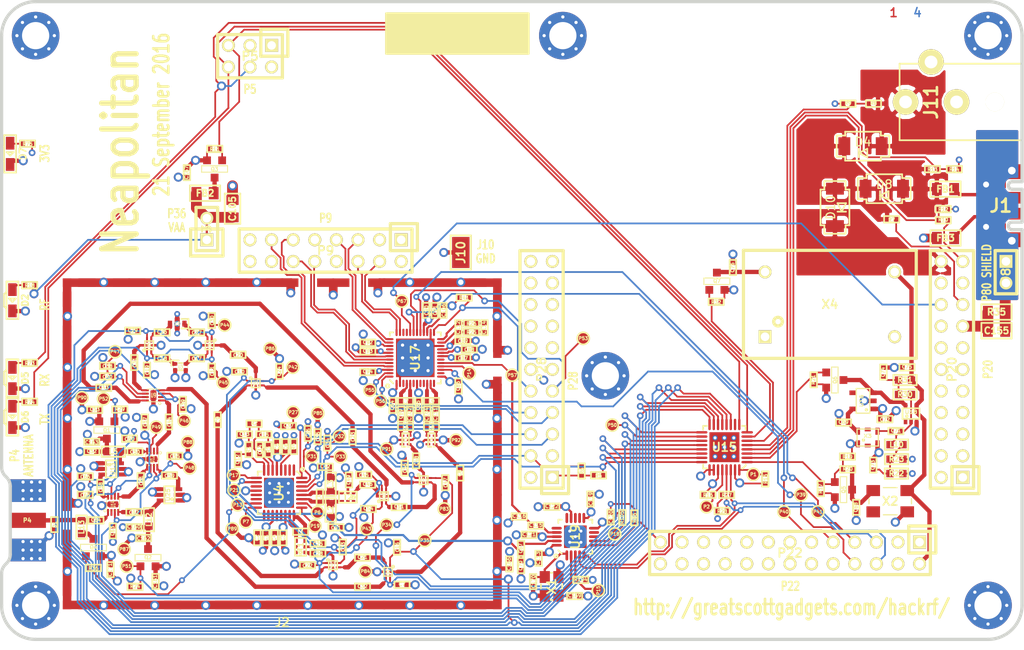
<source format=kicad_pcb>
(kicad_pcb (version 4) (host pcbnew "(2015-08-18 BZR 6102)-product")
  (title_block (date "19 may 2014"))
  (layers (0 C1F signal) (1 C2 signal) (2 C3 signal) (31 C4B signal) (34 B.Paste user) (35 F.Paste user) (36 B.SilkS user) (37 F.SilkS user) (38 B.Mask user) (39 F.Mask user) (44 Edge.Cuts user))
  (net 0 "")
  (net 1 !MIX_BYPASS)
  (net 2 !RX_AMP_PWR)
  (net 3 !TX_AMP_PWR)
  (net 4 !VAA_ENABLE)
  (net 5 /baseband/CLK5)
  (net 6 /baseband/CPOUT+)
  (net 7 /baseband/CPOUT-)
  (net 8 /baseband/INTR)
  (net 9 /baseband/OEB)
  (net 10 /baseband/RXBBI+)
  (net 11 /baseband/RXBBI-)
  (net 12 /baseband/RXBBQ+)
  (net 13 /baseband/RXBBQ-)
  (net 14 /baseband/TXBBI+)
  (net 15 /baseband/TXBBI-)
  (net 16 /baseband/TXBBQ+)
  (net 17 /baseband/TXBBQ-)
  (net 18 /baseband/XA)
  (net 19 /baseband/XB)
  (net 20 /baseband/XCVR_CLKOUT)
  (net 21 /baseband/XTAL2)
  (net 22 /frontend/!ANT_BIAS)
  (net 23 /frontend/REF_IN)
  (net 24 /frontend/RX_AMP_OUT)
  (net 25 /frontend/TX_AMP_IN)
  (net 26 /frontend/TX_AMP_OUT)
  (net 27 /mcu/usb/power/LED2)
  (net 28 /mcu/usb/power/LED3)
  (net 29 /mcu/usb/power/USB_SHIELD)
  (net 30 AMP_BYPASS)
  (net 31 CLK6)
  (net 32 CS_XCVR)
  (net 33 GND)
  (net 34 HP)
  (net 35 LP)
  (net 36 MIXER_ENX)
  (net 37 MIXER_RESETX)
  (net 38 MIXER_SCLK)
  (net 39 MIXER_SDATA)
  (net 40 MIX_BYPASS)
  (net 41 MIX_CLK)
  (net 42 RSSI)
  (net 43 RX)
  (net 44 RXENABLE)
  (net 45 RX_AMP)
  (net 46 RX_IF)
  (net 47 RX_MIX_BP)
  (net 48 TX)
  (net 49 TXENABLE)
  (net 50 TX_AMP)
  (net 51 TX_IF)
  (net 52 TX_MIX_BP)
  (net 53 VAA)
  (net 54 VCC)
  (net 55 XCVR_EN)
  (net 56 "Net-(C8-Pad2)")
  (net 57 "Net-(C9-Pad2)")
  (net 58 "Net-(C9-Pad1)")
  (net 59 "Net-(C12-Pad1)")
  (net 60 "Net-(C13-Pad1)")
  (net 61 "Net-(C14-Pad2)")
  (net 62 "Net-(C14-Pad1)")
  (net 63 "Net-(C15-Pad2)")
  (net 64 "Net-(C17-Pad2)")
  (net 65 "Net-(C17-Pad1)")
  (net 66 "Net-(C18-Pad2)")
  (net 67 "Net-(C18-Pad1)")
  (net 68 "Net-(C20-Pad2)")
  (net 69 "Net-(C20-Pad1)")
  (net 70 "Net-(C21-Pad2)")
  (net 71 "Net-(C21-Pad1)")
  (net 72 "Net-(C23-Pad2)")
  (net 73 "Net-(C23-Pad1)")
  (net 74 "Net-(C25-Pad1)")
  (net 75 "Net-(C26-Pad2)")
  (net 76 "Net-(C26-Pad1)")
  (net 77 "Net-(C27-Pad2)")
  (net 78 "Net-(C27-Pad1)")
  (net 79 "Net-(C28-Pad2)")
  (net 80 "Net-(C28-Pad1)")
  (net 81 "Net-(C31-Pad2)")
  (net 82 "Net-(C31-Pad1)")
  (net 83 "Net-(C32-Pad2)")
  (net 84 "Net-(C32-Pad1)")
  (net 85 "Net-(C43-Pad2)")
  (net 86 "Net-(C43-Pad1)")
  (net 87 "Net-(C44-Pad2)")
  (net 88 "Net-(C44-Pad1)")
  (net 89 "Net-(C46-Pad2)")
  (net 90 "Net-(C46-Pad1)")
  (net 91 "Net-(C48-Pad1)")
  (net 92 "Net-(C49-Pad2)")
  (net 93 "Net-(C50-Pad1)")
  (net 94 "Net-(C51-Pad2)")
  (net 95 "Net-(C51-Pad1)")
  (net 96 "Net-(C163-Pad2)")
  (net 97 "Net-(C58-Pad2)")
  (net 98 "Net-(C58-Pad1)")
  (net 99 "Net-(C59-Pad2)")
  (net 100 "Net-(C61-Pad2)")
  (net 101 "Net-(C61-Pad1)")
  (net 102 "Net-(C62-Pad2)")
  (net 103 "Net-(C64-Pad2)")
  (net 104 "Net-(C64-Pad1)")
  (net 105 "Net-(C99-Pad2)")
  (net 106 "Net-(C99-Pad1)")
  (net 107 "Net-(C102-Pad2)")
  (net 108 "Net-(C102-Pad1)")
  (net 109 "Net-(C104-Pad2)")
  (net 110 "Net-(C104-Pad1)")
  (net 111 "Net-(C105-Pad1)")
  (net 112 "Net-(C106-Pad1)")
  (net 113 "Net-(C111-Pad2)")
  (net 114 "Net-(C111-Pad1)")
  (net 115 "Net-(C114-Pad2)")
  (net 116 "Net-(C114-Pad1)")
  (net 117 "Net-(C160-Pad1)")
  (net 118 "Net-(D2-Pad2)")
  (net 119 "Net-(D5-Pad2)")
  (net 120 "Net-(D6-Pad2)")
  (net 121 "Net-(D7-Pad2)")
  (net 122 "Net-(FB1-Pad1)")
  (net 123 "Net-(FB2-Pad1)")
  (net 124 "Net-(FB3-Pad1)")
  (net 125 "Net-(L1-Pad2)")
  (net 126 "Net-(L1-Pad1)")
  (net 127 "Net-(L2-Pad1)")
  (net 128 "Net-(L3-Pad1)")
  (net 129 "Net-(L13-Pad1)")
  (net 130 "Net-(P6-Pad1)")
  (net 131 "Net-(P7-Pad1)")
  (net 132 "Net-(P17-Pad1)")
  (net 133 "Net-(P19-Pad1)")
  (net 134 "Net-(R4-Pad2)")
  (net 135 /mcu/usb/power/VBUSCTRL)
  (net 136 I2C1_SCL)
  (net 137 I2C1_SDA)
  (net 138 SSP0_MISO)
  (net 139 SSP0_SCK)
  (net 140 SSP0_MOSI)
  (net 141 /mcu/usb/power/VBUS)
  (net 142 /mcu/usb/power/VIN)
  (net 143 /mcu/usb/power/BARREL)
  (net 144 /mcu/usb/power/VBUS2)
  (net 145 /mcu/usb/power/!IO_INT)
  (net 146 /mcu/usb/power/!IO_RESET)
  (net 147 /mcu/usb/power/BARREL_SENSE)
  (net 148 /mcu/usb/power/VBUS_SENSE)
  (net 149 /mcu/usb/power/VBUS2_SENSE)
  (net 150 CLKIN)
  (net 151 "Net-(C68-Pad1)")
  (net 152 "Net-(C69-Pad1)")
  (net 153 "Net-(C71-Pad2)")
  (net 154 "Net-(C71-Pad1)")
  (net 155 "Net-(C73-Pad2)")
  (net 156 "Net-(C74-Pad2)")
  (net 157 "Net-(C76-Pad2)")
  (net 158 /mcu/usb/power/X2_ENABLE)
  (net 159 /mcu/usb/power/X3_ENABLE)
  (net 160 "Net-(Q6-PadD)")
  (net 161 /mcu/usb/power/X4_ENABLE)
  (net 162 /mcu/usb/power/DIODE_TOWN)
  (module hackrf:GSG-HEADER-2x11 (layer C1F) (at 171.76 143.25 90)
    (fp_text reference P20 (at 0 0 90) (layer F.SilkS) (effects (font (size 1.016 1.016) (thickness 0.2032))))
    (fp_text value GPIO hide)
    (pad 1 thru_hole rect (at -12.7 1.27 90) (size 1.524 1.524) (drill 1.016) (layers *.Cu *.Mask F.SilkS))
    (pad 2 thru_hole circle (at -12.7 -1.27 90) (size 1.524 1.524) (drill 1.016) (layers *.Cu *.Mask F.SilkS))
    (pad 3 thru_hole circle (at -10.16 1.27 90) (size 1.524 1.524) (drill 1.016) (layers *.Cu *.Mask F.SilkS) (net 54 VCC))
    (pad 4 thru_hole circle (at -10.16 -1.27 90) (size 1.524 1.524) (drill 1.016) (layers *.Cu *.Mask F.SilkS))
    (pad 5 thru_hole circle (at -7.62 1.27 90) (size 1.524 1.524) (drill 1.016) (layers *.Cu *.Mask F.SilkS))
    (pad 6 thru_hole circle (at -7.62 -1.27 90) (size 1.524 1.524) (drill 1.016) (layers *.Cu *.Mask F.SilkS))
    (pad 7 thru_hole circle (at -5.08 1.27 90) (size 1.524 1.524) (drill 1.016) (layers *.Cu *.Mask F.SilkS))
    (pad 8 thru_hole circle (at -5.08 -1.27 90) (size 1.524 1.524) (drill 1.016) (layers *.Cu *.Mask F.SilkS))
    (pad 9 thru_hole circle (at -2.54 1.27 90) (size 1.524 1.524) (drill 1.016) (layers *.Cu *.Mask F.SilkS))
    (pad 10 thru_hole circle (at -2.54 -1.27 90) (size 1.524 1.524) (drill 1.016) (layers *.Cu *.Mask F.SilkS))
    (pad 11 thru_hole circle (at 0 1.27 90) (size 1.524 1.524) (drill 1.016) (layers *.Cu *.Mask F.SilkS))
    (pad 12 thru_hole circle (at 0 -1.27 90) (size 1.524 1.524) (drill 1.016) (layers *.Cu *.Mask F.SilkS))
    (pad 13 thru_hole circle (at 2.54 1.27 90) (size 1.524 1.524) (drill 1.016) (layers *.Cu *.Mask F.SilkS) (net 33 GND))
    (pad 14 thru_hole circle (at 2.54 -1.27 90) (size 1.524 1.524) (drill 1.016) (layers *.Cu *.Mask F.SilkS))
    (pad 15 thru_hole circle (at 5.08 1.27 90) (size 1.524 1.524) (drill 1.016) (layers *.Cu *.Mask F.SilkS) (net 33 GND))
    (pad 16 thru_hole circle (at 5.08 -1.27 90) (size 1.524 1.524) (drill 1.016) (layers *.Cu *.Mask F.SilkS))
    (pad 17 thru_hole circle (at 7.62 1.27 90) (size 1.524 1.524) (drill 1.016) (layers *.Cu *.Mask F.SilkS) (net 135 /mcu/usb/power/VBUSCTRL))
    (pad 18 thru_hole circle (at 7.62 -1.27 90) (size 1.524 1.524) (drill 1.016) (layers *.Cu *.Mask F.SilkS) (net 42 RSSI))
    (pad 19 thru_hole circle (at 10.16 1.27 90) (size 1.524 1.524) (drill 1.016) (layers *.Cu *.Mask F.SilkS) (net 33 GND))
    (pad 20 thru_hole circle (at 10.16 -1.27 90) (size 1.524 1.524) (drill 1.016) (layers *.Cu *.Mask F.SilkS))
    (pad 21 thru_hole circle (at 12.7 1.27 90) (size 1.524 1.524) (drill 1.016) (layers *.Cu *.Mask F.SilkS) (net 141 /mcu/usb/power/VBUS))
    (pad 22 thru_hole circle (at 12.7 -1.27 90) (size 1.524 1.524) (drill 1.016) (layers *.Cu *.Mask F.SilkS) (net 142 /mcu/usb/power/VIN))
  )
  (module gsg-modules:SOD128 (layer C1F) (at 163.8 122)
    (fp_text reference D8 (at 0 -0.5) (layer F.SilkS))
    (fp_text value VBUS2_DIODE hide)
    (pad 1 smd rect (at -2.2 0 180) (size 1.4 2.1) (layers C1F F.Paste F.Mask) (net 162 /mcu/usb/power/DIODE_TOWN))
    (pad 2 smd rect (at 2.2 0 180) (size 1.4 2.1) (layers C1F F.Paste F.Mask) (net 144 /mcu/usb/power/VBUS2))
  )
  (module hackrf:GSG-HEADER-2x11 (layer C1F) (at 123.5 143.25 90)
    (fp_text reference P28 (at 0 0 90) (layer F.SilkS) (effects (font (size 1.016 1.016) (thickness 0.2032))))
    (fp_text value SD hide)
    (pad 1 thru_hole rect (at -12.7 1.27 90) (size 1.524 1.524) (drill 1.016) (layers *.Cu *.Mask F.SilkS) (net 54 VCC))
    (pad 2 thru_hole circle (at -12.7 -1.27 90) (size 1.524 1.524) (drill 1.016) (layers *.Cu *.Mask F.SilkS) (net 33 GND))
    (pad 3 thru_hole circle (at -10.16 1.27 90) (size 1.524 1.524) (drill 1.016) (layers *.Cu *.Mask F.SilkS))
    (pad 4 thru_hole circle (at -10.16 -1.27 90) (size 1.524 1.524) (drill 1.016) (layers *.Cu *.Mask F.SilkS) (net 36 MIXER_ENX))
    (pad 5 thru_hole circle (at -7.62 1.27 90) (size 1.524 1.524) (drill 1.016) (layers *.Cu *.Mask F.SilkS) (net 38 MIXER_SCLK))
    (pad 6 thru_hole circle (at -7.62 -1.27 90) (size 1.524 1.524) (drill 1.016) (layers *.Cu *.Mask F.SilkS) (net 39 MIXER_SDATA))
    (pad 7 thru_hole circle (at -5.08 1.27 90) (size 1.524 1.524) (drill 1.016) (layers *.Cu *.Mask F.SilkS) (net 49 TXENABLE))
    (pad 8 thru_hole circle (at -5.08 -1.27 90) (size 1.524 1.524) (drill 1.016) (layers *.Cu *.Mask F.SilkS) (net 44 RXENABLE))
    (pad 9 thru_hole circle (at -2.54 1.27 90) (size 1.524 1.524) (drill 1.016) (layers *.Cu *.Mask F.SilkS) (net 32 CS_XCVR))
    (pad 10 thru_hole circle (at -2.54 -1.27 90) (size 1.524 1.524) (drill 1.016) (layers *.Cu *.Mask F.SilkS) (net 55 XCVR_EN))
    (pad 11 thru_hole circle (at 0 1.27 90) (size 1.524 1.524) (drill 1.016) (layers *.Cu *.Mask F.SilkS))
    (pad 12 thru_hole circle (at 0 -1.27 90) (size 1.524 1.524) (drill 1.016) (layers *.Cu *.Mask F.SilkS) (net 33 GND))
    (pad 13 thru_hole circle (at 2.54 1.27 90) (size 1.524 1.524) (drill 1.016) (layers *.Cu *.Mask F.SilkS))
    (pad 14 thru_hole circle (at 2.54 -1.27 90) (size 1.524 1.524) (drill 1.016) (layers *.Cu *.Mask F.SilkS))
    (pad 15 thru_hole circle (at 5.08 1.27 90) (size 1.524 1.524) (drill 1.016) (layers *.Cu *.Mask F.SilkS))
    (pad 16 thru_hole circle (at 5.08 -1.27 90) (size 1.524 1.524) (drill 1.016) (layers *.Cu *.Mask F.SilkS))
    (pad 17 thru_hole circle (at 7.62 1.27 90) (size 1.524 1.524) (drill 1.016) (layers *.Cu *.Mask F.SilkS))
    (pad 18 thru_hole circle (at 7.62 -1.27 90) (size 1.524 1.524) (drill 1.016) (layers *.Cu *.Mask F.SilkS))
    (pad 19 thru_hole circle (at 10.16 1.27 90) (size 1.524 1.524) (drill 1.016) (layers *.Cu *.Mask F.SilkS))
    (pad 20 thru_hole circle (at 10.16 -1.27 90) (size 1.524 1.524) (drill 1.016) (layers *.Cu *.Mask F.SilkS))
    (pad 21 thru_hole circle (at 12.7 1.27 90) (size 1.524 1.524) (drill 1.016) (layers *.Cu *.Mask F.SilkS))
    (pad 22 thru_hole circle (at 12.7 -1.27 90) (size 1.524 1.524) (drill 1.016) (layers *.Cu *.Mask F.SilkS))
  )
  (module hackrf:GSG-SHIELD-BMI-S-230 (layer C1F) (at 93 152)
    (fp_text reference J2 (at 0 21) (layer F.SilkS) (effects (font (size 1.016 1.016) (thickness 0.2032))))
    (fp_text value RF-SHIELD-FRAME hide)
    (pad 0 smd rect (at -23.875 18.95) (size 3.85 1) (layers C1F F.Mask) (net 33 GND))
    (pad 0 smd rect (at -18 18.95) (size 3.8 1) (layers C1F F.Mask) (net 33 GND))
    (pad 0 smd rect (at -12 18.95) (size 3.8 1) (layers C1F F.Mask) (net 33 GND))
    (pad 0 smd rect (at -6 18.95) (size 3.8 1) (layers C1F F.Mask) (net 33 GND))
    (pad 0 smd rect (at 0 18.95) (size 3.8 1) (layers C1F F.Mask) (net 33 GND))
    (pad 0 smd rect (at 6 18.95) (size 3.8 1) (layers C1F F.Mask) (net 33 GND))
    (pad 0 smd rect (at 12 18.95) (size 3.8 1) (layers C1F F.Mask) (net 33 GND))
    (pad 0 smd rect (at 18 18.95) (size 3.8 1) (layers C1F F.Mask) (net 33 GND))
    (pad 0 smd rect (at 23.875 18.95) (size 3.85 1) (layers C1F F.Mask) (net 33 GND))
    (pad 0 smd rect (at 25.3 17.775 90) (size 3.35 1) (layers C1F F.Mask) (net 33 GND))
    (pad 0 smd rect (at 25.3 12 90) (size 3.8 1) (layers C1F F.Mask) (net 33 GND))
    (pad 0 smd rect (at 25.3 6 90) (size 3.8 1) (layers C1F F.Mask) (net 33 GND))
    (pad 0 smd rect (at 25.3 0 90) (size 3.8 1) (layers C1F F.Mask) (net 33 GND))
    (pad 0 smd rect (at 25.3 -6 90) (size 3.8 1) (layers C1F F.Mask) (net 33 GND))
    (pad 0 smd rect (at 25.3 -12 90) (size 3.8 1) (layers C1F F.Mask) (net 33 GND))
    (pad 0 smd rect (at 25.3 -17.775 90) (size 3.35 1) (layers C1F F.Mask) (net 33 GND))
    (pad 0 smd rect (at 23.875 -18.95) (size 3.85 1) (layers C1F F.Mask) (net 33 GND))
    (pad 0 smd rect (at 18 -18.95) (size 3.8 1) (layers C1F F.Mask) (net 33 GND))
    (pad 0 smd rect (at 12 -18.95) (size 3.8 1) (layers C1F F.Mask) (net 33 GND))
    (pad 0 smd rect (at 6 -18.95) (size 3.8 1) (layers C1F F.Mask) (net 33 GND))
    (pad 0 smd rect (at 0 -18.95) (size 3.8 1) (layers C1F F.Mask) (net 33 GND))
    (pad 0 smd rect (at -6 -18.95) (size 3.8 1) (layers C1F F.Mask) (net 33 GND))
    (pad 0 smd rect (at -12 -18.95) (size 3.8 1) (layers C1F F.Mask) (net 33 GND))
    (pad 0 smd rect (at -18 -18.95) (size 3.8 1) (layers C1F F.Mask) (net 33 GND))
    (pad 0 smd rect (at -23.875 -18.95) (size 3.85 1) (layers C1F F.Mask) (net 33 GND))
    (pad 0 smd rect (at -25.3 -17.775 90) (size 3.35 1) (layers C1F F.Mask) (net 33 GND))
    (pad 0 smd rect (at -25.3 -12 90) (size 3.8 1) (layers C1F F.Mask) (net 33 GND))
    (pad 0 smd rect (at -25.3 -6 90) (size 3.8 1) (layers C1F F.Mask) (net 33 GND))
    (pad 0 smd rect (at -25.3 0 90) (size 3.8 1) (layers C1F F.Mask) (net 33 GND))
    (pad 0 smd rect (at -25.3 6 90) (size 3.8 1) (layers C1F F.Mask) (net 33 GND))
    (pad 0 smd rect (at -25.3 12 90) (size 3.8 1) (layers C1F F.Mask) (net 33 GND))
    (pad 0 smd rect (at -25.3 17.775 90) (size 3.35 1) (layers C1F F.Mask) (net 33 GND))
  )
  (module hackrf:GSG-QFN20-4 (layer C1F) (at 127.4692 162.926 90)
    (fp_text reference U19 (at 0 0 90) (layer F.SilkS) (effects (font (size 1.00076 1.00076) (thickness 0.2032))))
    (fp_text value SI5351C hide)
    (pad 1 smd oval (at -2.2 -1 90) (size 1.2 0.32) (layers C1F F.Paste F.Mask) (net 18 /baseband/XA))
    (pad 2 smd oval (at -2.2 -0.5 90) (size 1.2 0.32) (layers C1F F.Paste F.Mask) (net 19 /baseband/XB))
    (pad 3 smd oval (at -2.2 0 90) (size 1.2 0.32) (layers C1F F.Paste F.Mask) (net 8 /baseband/INTR))
    (pad 4 smd oval (at -2.2 0.5 90) (size 1.2 0.32) (layers C1F F.Paste F.Mask) (net 136 I2C1_SCL))
    (pad 5 smd oval (at -2.2 1 90) (size 1.2 0.32) (layers C1F F.Paste F.Mask) (net 137 I2C1_SDA))
    (pad 6 smd oval (at -1 2.2 180) (size 1.2 0.32) (layers C1F F.Paste F.Mask) (net 31 CLK6))
    (pad 7 smd oval (at -0.5 2.2 180) (size 1.2 0.32) (layers C1F F.Paste F.Mask) (net 9 /baseband/OEB))
    (pad 8 smd oval (at 0 2.2 180) (size 1.2 0.32) (layers C1F F.Paste F.Mask))
    (pad 9 smd oval (at 0.5 2.2 180) (size 1.2 0.32) (layers C1F F.Paste F.Mask))
    (pad 10 smd oval (at 1 2.2 180) (size 1.2 0.32) (layers C1F F.Paste F.Mask) (net 54 VCC))
    (pad 11 smd oval (at 2.2 1 90) (size 1.2 0.32) (layers C1F F.Paste F.Mask) (net 54 VCC))
    (pad 12 smd oval (at 2.2 0.5 90) (size 1.2 0.32) (layers C1F F.Paste F.Mask))
    (pad 13 smd oval (at 2.2 0 90) (size 1.2 0.32) (layers C1F F.Paste F.Mask))
    (pad 14 smd oval (at 2.2 -0.5 90) (size 1.2 0.32) (layers C1F F.Paste F.Mask) (net 54 VCC))
    (pad 15 smd oval (at 2.2 -1 90) (size 1.2 0.32) (layers C1F F.Paste F.Mask))
    (pad 16 smd oval (at 1 -2.2 180) (size 1.2 0.32) (layers C1F F.Paste F.Mask))
    (pad 17 smd oval (at 0.5 -2.2 180) (size 1.2 0.32) (layers C1F F.Paste F.Mask) (net 5 /baseband/CLK5))
    (pad 18 smd oval (at 0 -2.2 180) (size 1.2 0.32) (layers C1F F.Paste F.Mask) (net 54 VCC))
    (pad 19 smd oval (at -0.5 -2.2 180) (size 1.2 0.32) (layers C1F F.Paste F.Mask) (net 41 MIX_CLK))
    (pad 20 smd oval (at -1 -2.2 180) (size 1.2 0.32) (layers C1F F.Paste F.Mask) (net 54 VCC))
    (pad 0 smd rect (at 0 0 90) (size 2.65 2.65) (layers C1F F.Mask) (net 33 GND))
    (pad 0 thru_hole circle (at 0 0 90) (size 0.6 0.6) (drill 0.35) (layers *.Cu B.Mask) (net 33 GND))
    (pad 0 thru_hole circle (at -0.66 -0.66 90) (size 0.6 0.6) (drill 0.35) (layers *.Cu B.Mask) (net 33 GND))
    (pad 0 thru_hole circle (at 0.66 -0.66 90) (size 0.6 0.6) (drill 0.35) (layers *.Cu B.Mask) (net 33 GND))
    (pad 0 thru_hole circle (at 0.66 0.66 90) (size 0.6 0.6) (drill 0.35) (layers *.Cu B.Mask) (net 33 GND))
    (pad 0 thru_hole circle (at -0.66 0.66 90) (size 0.6 0.6) (drill 0.35) (layers *.Cu B.Mask) (net 33 GND))
    (pad 0 smd rect (at -0.66 -0.66 90) (size 1.32 1.32) (layers C1F F.Paste) (net 33 GND))
    (pad 0 smd rect (at 0.66 -0.66 90) (size 1.32 1.32) (layers C1F F.Paste) (net 33 GND))
    (pad 0 smd rect (at -0.66 0.66 90) (size 1.32 1.32) (layers C1F F.Paste) (net 33 GND))
    (pad 0 smd rect (at 0.66 0.66 90) (size 1.32 1.32) (layers C1F F.Paste) (net 33 GND))
  )
  (module gsg-modules:LTST-S220 (layer C1F) (at 61 117.9 270)
    (fp_text reference D7 (at 0 -1.5 270) (layer F.SilkS) (effects (font (size 0.762 0.762) (thickness 0.1905))))
    (fp_text value VCCLED hide)
    (pad 1 smd rect (at 1.25 0 270) (size 1.5 1) (layers C1F F.Paste F.Mask) (net 33 GND) (clearance 0.1778))
    (pad 2 smd rect (at -1.25 0 270) (size 1.5 1) (layers C1F F.Paste F.Mask) (net 121 "Net-(D7-Pad2)") (clearance 0.1778))
  )
  (module gsg-modules:LTST-S220 (layer C1F) (at 61.27 135.122 270)
    (fp_text reference D2 (at 0 -1.5 270) (layer F.SilkS) (effects (font (size 0.762 0.762) (thickness 0.1905))))
    (fp_text value VAALED hide)
    (pad 1 smd rect (at 1.25 0 270) (size 1.5 1) (layers C1F F.Paste F.Mask) (net 33 GND) (clearance 0.1778))
    (pad 2 smd rect (at -1.25 0 270) (size 1.5 1) (layers C1F F.Paste F.Mask) (net 118 "Net-(D2-Pad2)") (clearance 0.1778))
  )
  (module gsg-modules:LTST-S220 (layer C1F) (at 61.27 144.266 270)
    (fp_text reference D5 (at 0 -1.5 270) (layer F.SilkS) (effects (font (size 0.762 0.762) (thickness 0.1905))))
    (fp_text value RXLED hide)
    (pad 1 smd rect (at 1.25 0 270) (size 1.5 1) (layers C1F F.Paste F.Mask) (net 33 GND) (clearance 0.1778))
    (pad 2 smd rect (at -1.25 0 270) (size 1.5 1) (layers C1F F.Paste F.Mask) (net 119 "Net-(D5-Pad2)") (clearance 0.1778))
  )
  (module gsg-modules:LTST-S220 (layer C1F) (at 61.27 148.838 270)
    (fp_text reference D6 (at 0 -1.5 270) (layer F.SilkS) (effects (font (size 0.762 0.762) (thickness 0.1905))))
    (fp_text value TXLED hide)
    (pad 1 smd rect (at 1.25 0 270) (size 1.5 1) (layers C1F F.Paste F.Mask) (net 33 GND) (clearance 0.1778))
    (pad 2 smd rect (at -1.25 0 270) (size 1.5 1) (layers C1F F.Paste F.Mask) (net 120 "Net-(D6-Pad2)") (clearance 0.1778))
  )
  (module hackrf:GSG-0402 (layer C1F) (at 91.0964 163.0468 270)
    (fp_text reference C1 (at 0 0.0508 270) (layer F.SilkS) (effects (font (size 0.4064 0.4064) (thickness 0.1016))))
    (fp_text value 33pF hide)
    (pad 2 smd rect (at 0.5334 0 270) (size 0.508 0.5588) (layers C1F F.Paste F.Mask) (net 33 GND))
    (pad 1 smd rect (at -0.5334 0 270) (size 0.508 0.5588) (layers C1F F.Paste F.Mask) (net 54 VCC))
  )
  (module hackrf:GSG-0402 (layer C1F) (at 90.0804 163.0468 270)
    (fp_text reference C2 (at 0 0.0508 270) (layer F.SilkS) (effects (font (size 0.4064 0.4064) (thickness 0.1016))))
    (fp_text value 10nF hide)
    (pad 2 smd rect (at 0.5334 0 270) (size 0.508 0.5588) (layers C1F F.Paste F.Mask) (net 33 GND))
    (pad 1 smd rect (at -0.5334 0 270) (size 0.508 0.5588) (layers C1F F.Paste F.Mask) (net 54 VCC))
  )
  (module hackrf:GSG-0402 (layer C1F) (at 93.1284 163.0468 270)
    (fp_text reference C3 (at 0 0.0508 270) (layer F.SilkS) (effects (font (size 0.4064 0.4064) (thickness 0.1016))))
    (fp_text value 33pF hide)
    (pad 2 smd rect (at 0.5334 0 270) (size 0.508 0.5588) (layers C1F F.Paste F.Mask) (net 33 GND))
    (pad 1 smd rect (at -0.5334 0 270) (size 0.508 0.5588) (layers C1F F.Paste F.Mask) (net 53 VAA))
  )
  (module hackrf:GSG-0402 (layer C1F) (at 92.1124 163.0468 270)
    (fp_text reference C4 (at 0 0.0508 270) (layer F.SilkS) (effects (font (size 0.4064 0.4064) (thickness 0.1016))))
    (fp_text value 10nF hide)
    (pad 2 smd rect (at 0.5334 0 270) (size 0.508 0.5588) (layers C1F F.Paste F.Mask) (net 33 GND))
    (pad 1 smd rect (at -0.5334 0 270) (size 0.508 0.5588) (layers C1F F.Paste F.Mask) (net 53 VAA))
  )
  (module hackrf:GSG-0402 (layer C1F) (at 92.341 152.328 90)
    (fp_text reference C5 (at 0 0.0508 90) (layer F.SilkS) (effects (font (size 0.4064 0.4064) (thickness 0.1016))))
    (fp_text value 33pF hide)
    (pad 2 smd rect (at 0.5334 0 90) (size 0.508 0.5588) (layers C1F F.Paste F.Mask) (net 33 GND))
    (pad 1 smd rect (at -0.5334 0 90) (size 0.508 0.5588) (layers C1F F.Paste F.Mask) (net 53 VAA))
  )
  (module hackrf:GSG-0402 (layer C1F) (at 93.357 152.328 90)
    (fp_text reference C6 (at 0 0.0508 90) (layer F.SilkS) (effects (font (size 0.4064 0.4064) (thickness 0.1016))))
    (fp_text value 10nF hide)
    (pad 2 smd rect (at 0.5334 0 90) (size 0.508 0.5588) (layers C1F F.Paste F.Mask) (net 33 GND))
    (pad 1 smd rect (at -0.5334 0 90) (size 0.508 0.5588) (layers C1F F.Paste F.Mask) (net 53 VAA))
  )
  (module hackrf:GSG-0402 (layer C1F) (at 107.084 168.5762 180)
    (fp_text reference C7 (at 0 0.0508 180) (layer F.SilkS) (effects (font (size 0.4064 0.4064) (thickness 0.1016))))
    (fp_text value 33pF hide)
    (pad 2 smd rect (at 0.5334 0 180) (size 0.508 0.5588) (layers C1F F.Paste F.Mask) (net 40 MIX_BYPASS))
    (pad 1 smd rect (at -0.5334 0 180) (size 0.508 0.5588) (layers C1F F.Paste F.Mask) (net 33 GND))
  )
  (module hackrf:GSG-0402 (layer C1F) (at 113.919 155.448 270)
    (fp_text reference C8 (at 0 0.0508 270) (layer F.SilkS) (effects (font (size 0.4064 0.4064) (thickness 0.1016))))
    (fp_text value 22pF hide)
    (pad 2 smd rect (at 0.5334 0 270) (size 0.508 0.5588) (layers C1F F.Paste F.Mask) (net 56 "Net-(C8-Pad2)"))
    (pad 1 smd rect (at -0.5334 0 270) (size 0.508 0.5588) (layers C1F F.Paste F.Mask) (net 51 TX_IF))
  )
  (module hackrf:GSG-0402 (layer C1F) (at 85.4 149.1682 90)
    (fp_text reference C9 (at 0 0.0508 90) (layer F.SilkS) (effects (font (size 0.4064 0.4064) (thickness 0.1016))))
    (fp_text value 100nF hide)
    (pad 2 smd rect (at 0.5334 0 90) (size 0.508 0.5588) (layers C1F F.Paste F.Mask) (net 57 "Net-(C9-Pad2)"))
    (pad 1 smd rect (at -0.5334 0 90) (size 0.508 0.5588) (layers C1F F.Paste F.Mask) (net 58 "Net-(C9-Pad1)"))
  )
  (module hackrf:GSG-0402 (layer C1F) (at 87.9808 143.4816)
    (fp_text reference C10 (at 0 0.0508) (layer F.SilkS) (effects (font (size 0.4064 0.4064) (thickness 0.1016))))
    (fp_text value 33pF hide)
    (pad 2 smd rect (at 0.5334 0) (size 0.508 0.5588) (layers C1F F.Paste F.Mask) (net 43 RX))
    (pad 1 smd rect (at -0.5334 0) (size 0.508 0.5588) (layers C1F F.Paste F.Mask) (net 33 GND))
  )
  (module hackrf:GSG-0402 (layer C1F) (at 84.7138 143.4622 90)
    (fp_text reference C11 (at 0 0.0508 90) (layer F.SilkS) (effects (font (size 0.4064 0.4064) (thickness 0.1016))))
    (fp_text value 33pF hide)
    (pad 2 smd rect (at 0.5334 0 90) (size 0.508 0.5588) (layers C1F F.Paste F.Mask) (net 35 LP))
    (pad 1 smd rect (at -0.5334 0 90) (size 0.508 0.5588) (layers C1F F.Paste F.Mask) (net 33 GND))
  )
  (module hackrf:GSG-0402 (layer C1F) (at 87.7944 153.8266 270)
    (fp_text reference C12 (at 0 0.0508 270) (layer F.SilkS) (effects (font (size 0.4064 0.4064) (thickness 0.1016))))
    (fp_text value 330pF hide)
    (pad 2 smd rect (at 0.5334 0 270) (size 0.508 0.5588) (layers C1F F.Paste F.Mask) (net 33 GND))
    (pad 1 smd rect (at -0.5334 0 270) (size 0.508 0.5588) (layers C1F F.Paste F.Mask) (net 59 "Net-(C12-Pad1)"))
  )
  (module hackrf:GSG-0402 (layer C1F) (at 88.5564 150.9056 180)
    (fp_text reference C13 (at 0 0.0508 180) (layer F.SilkS) (effects (font (size 0.4064 0.4064) (thickness 0.1016))))
    (fp_text value 330pF hide)
    (pad 2 smd rect (at 0.5334 0 180) (size 0.508 0.5588) (layers C1F F.Paste F.Mask) (net 33 GND))
    (pad 1 smd rect (at -0.5334 0 180) (size 0.508 0.5588) (layers C1F F.Paste F.Mask) (net 60 "Net-(C13-Pad1)"))
  )
  (module hackrf:GSG-0402 (layer C1F) (at 90.3344 152.6836 90)
    (fp_text reference C14 (at 0 0.0508 90) (layer F.SilkS) (effects (font (size 0.4064 0.4064) (thickness 0.1016))))
    (fp_text value 8p2 hide)
    (pad 2 smd rect (at 0.5334 0 90) (size 0.508 0.5588) (layers C1F F.Paste F.Mask) (net 61 "Net-(C14-Pad2)"))
    (pad 1 smd rect (at -0.5334 0 90) (size 0.508 0.5588) (layers C1F F.Paste F.Mask) (net 62 "Net-(C14-Pad1)"))
  )
  (module hackrf:GSG-0402 (layer C1F) (at 90.8424 150.9056)
    (fp_text reference C15 (at 0 0.0508) (layer F.SilkS) (effects (font (size 0.4064 0.4064) (thickness 0.1016))))
    (fp_text value 180pF hide)
    (pad 2 smd rect (at 0.5334 0) (size 0.508 0.5588) (layers C1F F.Paste F.Mask) (net 63 "Net-(C15-Pad2)"))
    (pad 1 smd rect (at -0.5334 0) (size 0.508 0.5588) (layers C1F F.Paste F.Mask) (net 62 "Net-(C14-Pad1)"))
  )
  (module hackrf:GSG-0402 (layer C1F) (at 106.4998 164.1566 90)
    (fp_text reference C16 (at 0 0.0508 90) (layer F.SilkS) (effects (font (size 0.4064 0.4064) (thickness 0.1016))))
    (fp_text value 33pF hide)
    (pad 2 smd rect (at 0.5334 0 90) (size 0.508 0.5588) (layers C1F F.Paste F.Mask) (net 33 GND))
    (pad 1 smd rect (at -0.5334 0 90) (size 0.508 0.5588) (layers C1F F.Paste F.Mask) (net 1 !MIX_BYPASS))
  )
  (module hackrf:GSG-0402 (layer C1F) (at 82.9358 141.9382)
    (fp_text reference C17 (at 0 0.0508) (layer F.SilkS) (effects (font (size 0.4064 0.4064) (thickness 0.1016))))
    (fp_text value 100nF hide)
    (pad 2 smd rect (at 0.5334 0) (size 0.508 0.5588) (layers C1F F.Paste F.Mask) (net 64 "Net-(C17-Pad2)"))
    (pad 1 smd rect (at -0.5334 0) (size 0.508 0.5588) (layers C1F F.Paste F.Mask) (net 65 "Net-(C17-Pad1)"))
  )
  (module hackrf:GSG-0402 (layer C1F) (at 78.8718 141.9382)
    (fp_text reference C18 (at 0 0.0508) (layer F.SilkS) (effects (font (size 0.4064 0.4064) (thickness 0.1016))))
    (fp_text value 100nF hide)
    (pad 2 smd rect (at 0.5334 0) (size 0.508 0.5588) (layers C1F F.Paste F.Mask) (net 66 "Net-(C18-Pad2)"))
    (pad 1 smd rect (at -0.5334 0) (size 0.508 0.5588) (layers C1F F.Paste F.Mask) (net 67 "Net-(C18-Pad1)"))
  )
  (module hackrf:GSG-0402 (layer C1F) (at 77.0938 143.3352 90)
    (fp_text reference C19 (at 0 0.0508 90) (layer F.SilkS) (effects (font (size 0.4064 0.4064) (thickness 0.1016))))
    (fp_text value 33pF hide)
    (pad 2 smd rect (at 0.5334 0 90) (size 0.508 0.5588) (layers C1F F.Paste F.Mask) (net 35 LP))
    (pad 1 smd rect (at -0.5334 0 90) (size 0.508 0.5588) (layers C1F F.Paste F.Mask) (net 33 GND))
  )
  (module hackrf:GSG-0402 (layer C1F) (at 87.8078 141.5288)
    (fp_text reference C20 (at 0 0.0508) (layer F.SilkS) (effects (font (size 0.4064 0.4064) (thickness 0.1016))))
    (fp_text value 100nF hide)
    (pad 2 smd rect (at 0.5334 0) (size 0.508 0.5588) (layers C1F F.Paste F.Mask) (net 68 "Net-(C20-Pad2)"))
    (pad 1 smd rect (at -0.5334 0) (size 0.508 0.5588) (layers C1F F.Paste F.Mask) (net 69 "Net-(C20-Pad1)"))
  )
  (module hackrf:GSG-0402 (layer C1F) (at 102.4382 165.3794 180)
    (fp_text reference C21 (at 0 0.0508 180) (layer F.SilkS) (effects (font (size 0.4064 0.4064) (thickness 0.1016))))
    (fp_text value 22pF hide)
    (pad 2 smd rect (at 0.5334 0 180) (size 0.508 0.5588) (layers C1F F.Paste F.Mask) (net 70 "Net-(C21-Pad2)"))
    (pad 1 smd rect (at -0.5334 0 180) (size 0.508 0.5588) (layers C1F F.Paste F.Mask) (net 71 "Net-(C21-Pad1)"))
  )
  (module hackrf:GSG-0402 (layer C1F) (at 95.9732 166.2726)
    (fp_text reference C22 (at 0 0.0508) (layer F.SilkS) (effects (font (size 0.4064 0.4064) (thickness 0.1016))))
    (fp_text value 33pF hide)
    (pad 2 smd rect (at 0.5334 0) (size 0.508 0.5588) (layers C1F F.Paste F.Mask) (net 43 RX))
    (pad 1 smd rect (at -0.5334 0) (size 0.508 0.5588) (layers C1F F.Paste F.Mask) (net 33 GND))
  )
  (module hackrf:GSG-0402 (layer C1F) (at 101.2698 151.1808 90)
    (fp_text reference C23 (at 0 0.0508 90) (layer F.SilkS) (effects (font (size 0.4064 0.4064) (thickness 0.1016))))
    (fp_text value 100nF hide)
    (pad 2 smd rect (at 0.5334 0 90) (size 0.508 0.5588) (layers C1F F.Paste F.Mask) (net 72 "Net-(C23-Pad2)"))
    (pad 1 smd rect (at -0.5334 0 90) (size 0.508 0.5588) (layers C1F F.Paste F.Mask) (net 73 "Net-(C23-Pad1)"))
  )
  (module hackrf:GSG-0402 (layer C1F) (at 92.6798 143.4816 270)
    (fp_text reference C24 (at 0 0.0508 270) (layer F.SilkS) (effects (font (size 0.4064 0.4064) (thickness 0.1016))))
    (fp_text value 33pF hide)
    (pad 2 smd rect (at 0.5334 0 270) (size 0.508 0.5588) (layers C1F F.Paste F.Mask) (net 48 TX))
    (pad 1 smd rect (at -0.5334 0 270) (size 0.508 0.5588) (layers C1F F.Paste F.Mask) (net 33 GND))
  )
  (module hackrf:GSG-0402 (layer C1F) (at 97.1924 163.7326)
    (fp_text reference C25 (at 0 0.0508) (layer F.SilkS) (effects (font (size 0.4064 0.4064) (thickness 0.1016))))
    (fp_text value 100nF hide)
    (pad 2 smd rect (at 0.5334 0) (size 0.508 0.5588) (layers C1F F.Paste F.Mask) (net 33 GND))
    (pad 1 smd rect (at -0.5334 0) (size 0.508 0.5588) (layers C1F F.Paste F.Mask) (net 74 "Net-(C25-Pad1)"))
  )
  (module hackrf:GSG-0402 (layer C1F) (at 78.8718 138.8902 180)
    (fp_text reference C26 (at 0 0.0508 180) (layer F.SilkS) (effects (font (size 0.4064 0.4064) (thickness 0.1016))))
    (fp_text value 47pF hide)
    (pad 2 smd rect (at 0.5334 0 180) (size 0.508 0.5588) (layers C1F F.Paste F.Mask) (net 75 "Net-(C26-Pad2)"))
    (pad 1 smd rect (at -0.5334 0 180) (size 0.508 0.5588) (layers C1F F.Paste F.Mask) (net 76 "Net-(C26-Pad1)"))
  )
  (module hackrf:GSG-0402 (layer C1F) (at 82.9358 138.8902)
    (fp_text reference C27 (at 0 0.0508) (layer F.SilkS) (effects (font (size 0.4064 0.4064) (thickness 0.1016))))
    (fp_text value 47pF hide)
    (pad 2 smd rect (at 0.5334 0) (size 0.508 0.5588) (layers C1F F.Paste F.Mask) (net 77 "Net-(C27-Pad2)"))
    (pad 1 smd rect (at -0.5334 0) (size 0.508 0.5588) (layers C1F F.Paste F.Mask) (net 78 "Net-(C27-Pad1)"))
  )
  (module hackrf:GSG-0402 (layer C1F) (at 97.1924 164.8756)
    (fp_text reference C28 (at 0 0.0508) (layer F.SilkS) (effects (font (size 0.4064 0.4064) (thickness 0.1016))))
    (fp_text value 100nF hide)
    (pad 2 smd rect (at 0.5334 0) (size 0.508 0.5588) (layers C1F F.Paste F.Mask) (net 79 "Net-(C28-Pad2)"))
    (pad 1 smd rect (at -0.5334 0) (size 0.508 0.5588) (layers C1F F.Paste F.Mask) (net 80 "Net-(C28-Pad1)"))
  )
  (module hackrf:GSG-0402 (layer C1F) (at 75.4174 138.7124 180)
    (fp_text reference C29 (at 0 0.0508 180) (layer F.SilkS) (effects (font (size 0.4064 0.4064) (thickness 0.1016))))
    (fp_text value 33pF hide)
    (pad 2 smd rect (at 0.5334 0 180) (size 0.508 0.5588) (layers C1F F.Paste F.Mask) (net 33 GND))
    (pad 1 smd rect (at -0.5334 0 180) (size 0.508 0.5588) (layers C1F F.Paste F.Mask) (net 34 HP))
  )
  (module hackrf:GSG-0402 (layer C1F) (at 84.7138 137.4932 90)
    (fp_text reference C30 (at 0 0.0508 90) (layer F.SilkS) (effects (font (size 0.4064 0.4064) (thickness 0.1016))))
    (fp_text value 33pF hide)
    (pad 2 smd rect (at 0.5334 0 90) (size 0.508 0.5588) (layers C1F F.Paste F.Mask) (net 33 GND))
    (pad 1 smd rect (at -0.5334 0 90) (size 0.508 0.5588) (layers C1F F.Paste F.Mask) (net 34 HP))
  )
  (module hackrf:GSG-0402 (layer C1F) (at 75.5952 142.4462 90)
    (fp_text reference C31 (at 0 0.0508 90) (layer F.SilkS) (effects (font (size 0.4064 0.4064) (thickness 0.1016))))
    (fp_text value 100nF hide)
    (pad 2 smd rect (at 0.5334 0 90) (size 0.508 0.5588) (layers C1F F.Paste F.Mask) (net 81 "Net-(C31-Pad2)"))
    (pad 1 smd rect (at -0.5334 0 90) (size 0.508 0.5588) (layers C1F F.Paste F.Mask) (net 82 "Net-(C31-Pad1)"))
  )
  (module hackrf:GSG-0402 (layer C1F) (at 102.4382 168.8084 180)
    (fp_text reference C32 (at 0 0.0508 180) (layer F.SilkS) (effects (font (size 0.4064 0.4064) (thickness 0.1016))))
    (fp_text value 22pF hide)
    (pad 2 smd rect (at 0.5334 0 180) (size 0.508 0.5588) (layers C1F F.Paste F.Mask) (net 83 "Net-(C32-Pad2)"))
    (pad 1 smd rect (at -0.5334 0 180) (size 0.508 0.5588) (layers C1F F.Paste F.Mask) (net 84 "Net-(C32-Pad1)"))
  )
  (module hackrf:GSG-0402 (layer C1F) (at 100.1134 164.139 90)
    (fp_text reference C33 (at 0 0.0508 90) (layer F.SilkS) (effects (font (size 0.4064 0.4064) (thickness 0.1016))))
    (fp_text value 33pF hide)
    (pad 2 smd rect (at 0.5334 0 90) (size 0.508 0.5588) (layers C1F F.Paste F.Mask) (net 33 GND))
    (pad 1 smd rect (at -0.5334 0 90) (size 0.508 0.5588) (layers C1F F.Paste F.Mask) (net 48 TX))
  )
  (module hackrf:GSG-0402 (layer C1F) (at 98.31 151.9216 90)
    (fp_text reference C34 (at 0 0.0508 90) (layer F.SilkS) (effects (font (size 0.4064 0.4064) (thickness 0.1016))))
    (fp_text value 33pF hide)
    (pad 2 smd rect (at 0.5334 0 90) (size 0.508 0.5588) (layers C1F F.Paste F.Mask) (net 33 GND))
    (pad 1 smd rect (at -0.5334 0 90) (size 0.508 0.5588) (layers C1F F.Paste F.Mask) (net 37 MIXER_RESETX))
  )
  (module hackrf:GSG-0402 (layer C1F) (at 97.167 151.1596 90)
    (fp_text reference C35 (at 0 0.0508 90) (layer F.SilkS) (effects (font (size 0.4064 0.4064) (thickness 0.1016))))
    (fp_text value 33pF hide)
    (pad 2 smd rect (at 0.5334 0 90) (size 0.508 0.5588) (layers C1F F.Paste F.Mask) (net 33 GND))
    (pad 1 smd rect (at -0.5334 0 90) (size 0.508 0.5588) (layers C1F F.Paste F.Mask) (net 36 MIXER_ENX))
  )
  (module hackrf:GSG-0402 (layer C1F) (at 96.024 150.7786 90)
    (fp_text reference C36 (at 0 0.0508 90) (layer F.SilkS) (effects (font (size 0.4064 0.4064) (thickness 0.1016))))
    (fp_text value 33pF hide)
    (pad 2 smd rect (at 0.5334 0 90) (size 0.508 0.5588) (layers C1F F.Paste F.Mask) (net 33 GND))
    (pad 1 smd rect (at -0.5334 0 90) (size 0.508 0.5588) (layers C1F F.Paste F.Mask) (net 38 MIXER_SCLK))
  )
  (module hackrf:GSG-0402 (layer C1F) (at 93.738 149.915 180)
    (fp_text reference C37 (at 0 0.0508 180) (layer F.SilkS) (effects (font (size 0.4064 0.4064) (thickness 0.1016))))
    (fp_text value 33pF hide)
    (pad 2 smd rect (at 0.5334 0 180) (size 0.508 0.5588) (layers C1F F.Paste F.Mask) (net 33 GND))
    (pad 1 smd rect (at -0.5334 0 180) (size 0.508 0.5588) (layers C1F F.Paste F.Mask) (net 39 MIXER_SDATA))
  )
  (module hackrf:GSG-0402 (layer C1F) (at 72.4456 142.8272)
    (fp_text reference C38 (at 0 0.0508) (layer F.SilkS) (effects (font (size 0.4064 0.4064) (thickness 0.1016))))
    (fp_text value 33pF hide)
    (pad 2 smd rect (at 0.5334 0) (size 0.508 0.5588) (layers C1F F.Paste F.Mask) (net 1 !MIX_BYPASS))
    (pad 1 smd rect (at -0.5334 0) (size 0.508 0.5588) (layers C1F F.Paste F.Mask) (net 33 GND))
  )
  (module hackrf:GSG-0402 (layer C1F) (at 81.3054 147.3454 90)
    (fp_text reference C39 (at 0 0.0508 90) (layer F.SilkS) (effects (font (size 0.4064 0.4064) (thickness 0.1016))))
    (fp_text value 33pF hide)
    (pad 2 smd rect (at 0.5334 0 90) (size 0.508 0.5588) (layers C1F F.Paste F.Mask) (net 52 TX_MIX_BP))
    (pad 1 smd rect (at -0.5334 0 90) (size 0.508 0.5588) (layers C1F F.Paste F.Mask) (net 33 GND))
  )
  (module hackrf:GSG-0402 (layer C1F) (at 72.4456 144.0718)
    (fp_text reference C40 (at 0 0.0508) (layer F.SilkS) (effects (font (size 0.4064 0.4064) (thickness 0.1016))))
    (fp_text value 33pF hide)
    (pad 2 smd rect (at 0.5334 0) (size 0.508 0.5588) (layers C1F F.Paste F.Mask) (net 47 RX_MIX_BP))
    (pad 1 smd rect (at -0.5334 0) (size 0.508 0.5588) (layers C1F F.Paste F.Mask) (net 33 GND))
  )
  (module hackrf:GSG-0402 (layer C1F) (at 99.326 161.8276)
    (fp_text reference C41 (at 0 0.0508) (layer F.SilkS) (effects (font (size 0.4064 0.4064) (thickness 0.1016))))
    (fp_text value 100pF hide)
    (pad 2 smd rect (at 0.5334 0) (size 0.508 0.5588) (layers C1F F.Paste F.Mask) (net 33 GND))
    (pad 1 smd rect (at -0.5334 0) (size 0.508 0.5588) (layers C1F F.Paste F.Mask) (net 53 VAA))
  )
  (module hackrf:GSG-0402 (layer C1F) (at 98.056 154.7156 180)
    (fp_text reference C42 (at 0 0.0508 180) (layer F.SilkS) (effects (font (size 0.4064 0.4064) (thickness 0.1016))))
    (fp_text value 100pF hide)
    (pad 2 smd rect (at 0.5334 0 180) (size 0.508 0.5588) (layers C1F F.Paste F.Mask) (net 33 GND))
    (pad 1 smd rect (at -0.5334 0 180) (size 0.508 0.5588) (layers C1F F.Paste F.Mask) (net 53 VAA))
  )
  (module hackrf:GSG-0402 (layer C1F) (at 72.009 145.415 180)
    (fp_text reference C43 (at 0 0.0508 180) (layer F.SilkS) (effects (font (size 0.4064 0.4064) (thickness 0.1016))))
    (fp_text value 22pF hide)
    (pad 2 smd rect (at 0.5334 0 180) (size 0.508 0.5588) (layers C1F F.Paste F.Mask) (net 85 "Net-(C43-Pad2)"))
    (pad 1 smd rect (at -0.5334 0 180) (size 0.508 0.5588) (layers C1F F.Paste F.Mask) (net 86 "Net-(C43-Pad1)"))
  )
  (module hackrf:GSG-0402 (layer C1F) (at 79.6798 149.4282 90)
    (fp_text reference C44 (at 0 0.0508 90) (layer F.SilkS) (effects (font (size 0.4064 0.4064) (thickness 0.1016))))
    (fp_text value 100nF hide)
    (pad 2 smd rect (at 0.5334 0 90) (size 0.508 0.5588) (layers C1F F.Paste F.Mask) (net 87 "Net-(C44-Pad2)"))
    (pad 1 smd rect (at -0.5334 0 90) (size 0.508 0.5588) (layers C1F F.Paste F.Mask) (net 88 "Net-(C44-Pad1)"))
  )
  (module hackrf:GSG-0402 (layer C1F) (at 102.5906 155.6512)
    (fp_text reference C45 (at 0 0.0508) (layer F.SilkS) (effects (font (size 0.4064 0.4064) (thickness 0.1016))))
    (fp_text value 33pF hide)
    (pad 2 smd rect (at 0.5334 0) (size 0.508 0.5588) (layers C1F F.Paste F.Mask) (net 48 TX))
    (pad 1 smd rect (at -0.5334 0) (size 0.508 0.5588) (layers C1F F.Paste F.Mask) (net 33 GND))
  )
  (module hackrf:GSG-0402 (layer C1F) (at 103.0478 156.7942 180)
    (fp_text reference C46 (at 0 0.0508 180) (layer F.SilkS) (effects (font (size 0.4064 0.4064) (thickness 0.1016))))
    (fp_text value 100nF hide)
    (pad 2 smd rect (at 0.5334 0 180) (size 0.508 0.5588) (layers C1F F.Paste F.Mask) (net 89 "Net-(C46-Pad2)"))
    (pad 1 smd rect (at -0.5334 0 180) (size 0.508 0.5588) (layers C1F F.Paste F.Mask) (net 90 "Net-(C46-Pad1)"))
  )
  (module hackrf:GSG-0402 (layer C1F) (at 112.1664 156.5656 90)
    (fp_text reference C47 (at 0 0.0508 90) (layer F.SilkS) (effects (font (size 0.4064 0.4064) (thickness 0.1016))))
    (fp_text value 33pF hide)
    (pad 2 smd rect (at 0.5334 0 90) (size 0.508 0.5588) (layers C1F F.Paste F.Mask) (net 1 !MIX_BYPASS))
    (pad 1 smd rect (at -0.5334 0 90) (size 0.508 0.5588) (layers C1F F.Paste F.Mask) (net 33 GND))
  )
  (module hackrf:GSG-0402 (layer C1F) (at 108.7374 154.0002 90)
    (fp_text reference C48 (at 0 0.0508 90) (layer F.SilkS) (effects (font (size 0.4064 0.4064) (thickness 0.1016))))
    (fp_text value 22pF hide)
    (pad 2 smd rect (at 0.5334 0 90) (size 0.508 0.5588) (layers C1F F.Paste F.Mask) (net 46 RX_IF))
    (pad 1 smd rect (at -0.5334 0 90) (size 0.508 0.5588) (layers C1F F.Paste F.Mask) (net 91 "Net-(C48-Pad1)"))
  )
  (module hackrf:GSG-0402 (layer C1F) (at 100.85 156.2396 270)
    (fp_text reference C49 (at 0 0.0508 270) (layer F.SilkS) (effects (font (size 0.4064 0.4064) (thickness 0.1016))))
    (fp_text value 100nF hide)
    (pad 2 smd rect (at 0.5334 0 270) (size 0.508 0.5588) (layers C1F F.Paste F.Mask) (net 92 "Net-(C49-Pad2)"))
    (pad 1 smd rect (at -0.5334 0 270) (size 0.508 0.5588) (layers C1F F.Paste F.Mask) (net 33 GND))
  )
  (module hackrf:GSG-0402 (layer C1F) (at 75.678 152.92)
    (fp_text reference C50 (at 0 0.0508) (layer F.SilkS) (effects (font (size 0.4064 0.4064) (thickness 0.1016))))
    (fp_text value 100nF hide)
    (pad 2 smd rect (at 0.5334 0) (size 0.508 0.5588) (layers C1F F.Paste F.Mask) (net 24 /frontend/RX_AMP_OUT))
    (pad 1 smd rect (at -0.5334 0) (size 0.508 0.5588) (layers C1F F.Paste F.Mask) (net 93 "Net-(C50-Pad1)"))
  )
  (module hackrf:GSG-0402 (layer C1F) (at 106.7414 159.434 180)
    (fp_text reference C51 (at 0 0.0508 180) (layer F.SilkS) (effects (font (size 0.4064 0.4064) (thickness 0.1016))))
    (fp_text value 22pF hide)
    (pad 2 smd rect (at 0.5334 0 180) (size 0.508 0.5588) (layers C1F F.Paste F.Mask) (net 94 "Net-(C51-Pad2)"))
    (pad 1 smd rect (at -0.5334 0 180) (size 0.508 0.5588) (layers C1F F.Paste F.Mask) (net 95 "Net-(C51-Pad1)"))
  )
  (module hackrf:GSG-0402 (layer C1F) (at 70.598 152.92 180)
    (fp_text reference C52 (at 0 0.0508 180) (layer F.SilkS) (effects (font (size 0.4064 0.4064) (thickness 0.1016))))
    (fp_text value 100pF hide)
    (pad 2 smd rect (at 0.5334 0 180) (size 0.508 0.5588) (layers C1F F.Paste F.Mask) (net 33 GND))
    (pad 1 smd rect (at -0.5334 0 180) (size 0.508 0.5588) (layers C1F F.Paste F.Mask) (net 96 "Net-(C163-Pad2)"))
  )
  (module hackrf:GSG-0402 (layer C1F) (at 70.9474 147.9998 180)
    (fp_text reference C53 (at 0 0.0508 180) (layer F.SilkS) (effects (font (size 0.4064 0.4064) (thickness 0.1016))))
    (fp_text value 1uF hide)
    (pad 2 smd rect (at 0.5334 0 180) (size 0.508 0.5588) (layers C1F F.Paste F.Mask) (net 33 GND))
    (pad 1 smd rect (at -0.5334 0 180) (size 0.508 0.5588) (layers C1F F.Paste F.Mask) (net 53 VAA))
  )
  (module hackrf:GSG-0402 (layer C1F) (at 103.124 159.6644 180)
    (fp_text reference C54 (at 0 0.0508 180) (layer F.SilkS) (effects (font (size 0.4064 0.4064) (thickness 0.1016))))
    (fp_text value 33pF hide)
    (pad 2 smd rect (at 0.5334 0 180) (size 0.508 0.5588) (layers C1F F.Paste F.Mask) (net 33 GND))
    (pad 1 smd rect (at -0.5334 0 180) (size 0.508 0.5588) (layers C1F F.Paste F.Mask) (net 43 RX))
  )
  (module hackrf:GSG-0402 (layer C1F) (at 80.377 153.428)
    (fp_text reference C55 (at 0 0.0508) (layer F.SilkS) (effects (font (size 0.4064 0.4064) (thickness 0.1016))))
    (fp_text value 33pF hide)
    (pad 2 smd rect (at 0.5334 0) (size 0.508 0.5588) (layers C1F F.Paste F.Mask) (net 33 GND))
    (pad 1 smd rect (at -0.5334 0) (size 0.508 0.5588) (layers C1F F.Paste F.Mask) (net 50 TX_AMP))
  )
  (module hackrf:GSG-0402 (layer C1F) (at 107.3912 154.8638 90)
    (fp_text reference C56 (at 0 0.0508 90) (layer F.SilkS) (effects (font (size 0.4064 0.4064) (thickness 0.1016))))
    (fp_text value 33pF hide)
    (pad 2 smd rect (at 0.5334 0 90) (size 0.508 0.5588) (layers C1F F.Paste F.Mask) (net 33 GND))
    (pad 1 smd rect (at -0.5334 0 90) (size 0.508 0.5588) (layers C1F F.Paste F.Mask) (net 40 MIX_BYPASS))
  )
  (module hackrf:GSG-0402 (layer C1F) (at 76.835 149.4282 90)
    (fp_text reference C57 (at 0 0.0508 90) (layer F.SilkS) (effects (font (size 0.4064 0.4064) (thickness 0.1016))))
    (fp_text value 33pF hide)
    (pad 2 smd rect (at 0.5334 0 90) (size 0.508 0.5588) (layers C1F F.Paste F.Mask) (net 33 GND))
    (pad 1 smd rect (at -0.5334 0 90) (size 0.508 0.5588) (layers C1F F.Paste F.Mask) (net 30 AMP_BYPASS))
  )
  (module hackrf:GSG-0402 (layer C1F) (at 71.614 157.111 90)
    (fp_text reference C58 (at 0 0.0508 90) (layer F.SilkS) (effects (font (size 0.4064 0.4064) (thickness 0.1016))))
    (fp_text value 100nF hide)
    (pad 2 smd rect (at 0.5334 0 90) (size 0.508 0.5588) (layers C1F F.Paste F.Mask) (net 97 "Net-(C58-Pad2)"))
    (pad 1 smd rect (at -0.5334 0 90) (size 0.508 0.5588) (layers C1F F.Paste F.Mask) (net 98 "Net-(C58-Pad1)"))
  )
  (module hackrf:GSG-0402 (layer C1F) (at 79.742 155.714)
    (fp_text reference C59 (at 0 0.0508) (layer F.SilkS) (effects (font (size 0.4064 0.4064) (thickness 0.1016))))
    (fp_text value 100nF hide)
    (pad 2 smd rect (at 0.5334 0) (size 0.508 0.5588) (layers C1F F.Paste F.Mask) (net 99 "Net-(C59-Pad2)"))
    (pad 1 smd rect (at -0.5334 0) (size 0.508 0.5588) (layers C1F F.Paste F.Mask) (net 25 /frontend/TX_AMP_IN))
  )
  (module hackrf:GSG-0402 (layer C1F) (at 75.043 151.396)
    (fp_text reference C60 (at 0 0.0508) (layer F.SilkS) (effects (font (size 0.4064 0.4064) (thickness 0.1016))))
    (fp_text value 33pF hide)
    (pad 2 smd rect (at 0.5334 0) (size 0.508 0.5588) (layers C1F F.Paste F.Mask) (net 45 RX_AMP))
    (pad 1 smd rect (at -0.5334 0) (size 0.508 0.5588) (layers C1F F.Paste F.Mask) (net 33 GND))
  )
  (module hackrf:GSG-0402 (layer C1F) (at 76.3638 156.3236 90)
    (fp_text reference C61 (at 0 0.0508 90) (layer F.SilkS) (effects (font (size 0.4064 0.4064) (thickness 0.1016))))
    (fp_text value 100nF hide)
    (pad 2 smd rect (at 0.5334 0 90) (size 0.508 0.5588) (layers C1F F.Paste F.Mask) (net 100 "Net-(C61-Pad2)"))
    (pad 1 smd rect (at -0.5334 0 90) (size 0.508 0.5588) (layers C1F F.Paste F.Mask) (net 101 "Net-(C61-Pad1)"))
  )
  (module hackrf:GSG-0402 (layer C1F) (at 75.551 160.032)
    (fp_text reference C62 (at 0 0.0508) (layer F.SilkS) (effects (font (size 0.4064 0.4064) (thickness 0.1016))))
    (fp_text value 100nF hide)
    (pad 2 smd rect (at 0.5334 0) (size 0.508 0.5588) (layers C1F F.Paste F.Mask) (net 102 "Net-(C62-Pad2)"))
    (pad 1 smd rect (at -0.5334 0) (size 0.508 0.5588) (layers C1F F.Paste F.Mask) (net 26 /frontend/TX_AMP_OUT))
  )
  (module hackrf:GSG-0402 (layer C1F) (at 73.0872 162.2418 270)
    (fp_text reference C63 (at 0 0.0508 270) (layer F.SilkS) (effects (font (size 0.4064 0.4064) (thickness 0.1016))))
    (fp_text value 33pF hide)
    (pad 2 smd rect (at 0.5334 0 270) (size 0.508 0.5588) (layers C1F F.Paste F.Mask) (net 33 GND))
    (pad 1 smd rect (at -0.5334 0 270) (size 0.508 0.5588) (layers C1F F.Paste F.Mask) (net 50 TX_AMP))
  )
  (module hackrf:GSG-0402 (layer C1F) (at 71.1 161 180)
    (fp_text reference C64 (at 0 0.0508 180) (layer F.SilkS) (effects (font (size 0.4064 0.4064) (thickness 0.1016))))
    (fp_text value 100nF hide)
    (pad 2 smd rect (at 0.5334 0 180) (size 0.508 0.5588) (layers C1F F.Paste F.Mask) (net 103 "Net-(C64-Pad2)"))
    (pad 1 smd rect (at -0.5334 0 180) (size 0.508 0.5588) (layers C1F F.Paste F.Mask) (net 104 "Net-(C64-Pad1)"))
  )
  (module hackrf:GSG-0402 (layer C1F) (at 69.836 158)
    (fp_text reference C65 (at 0 0.0508) (layer F.SilkS) (effects (font (size 0.4064 0.4064) (thickness 0.1016))))
    (fp_text value 33pF hide)
    (pad 2 smd rect (at 0.5334 0) (size 0.508 0.5588) (layers C1F F.Paste F.Mask) (net 30 AMP_BYPASS))
    (pad 1 smd rect (at -0.5334 0) (size 0.508 0.5588) (layers C1F F.Paste F.Mask) (net 33 GND))
  )
  (module hackrf:GSG-0402 (layer C1F) (at 69.836 155.841)
    (fp_text reference C66 (at 0 0.0508) (layer F.SilkS) (effects (font (size 0.4064 0.4064) (thickness 0.1016))))
    (fp_text value 33pF hide)
    (pad 2 smd rect (at 0.5334 0) (size 0.508 0.5588) (layers C1F F.Paste F.Mask) (net 45 RX_AMP))
    (pad 1 smd rect (at -0.5334 0) (size 0.508 0.5588) (layers C1F F.Paste F.Mask) (net 33 GND))
  )
  (module hackrf:GSG-0402 (layer C1F) (at 121.0802 164.2964 270)
    (fp_text reference C67 (at 0 0.0508 270) (layer F.SilkS) (effects (font (size 0.4064 0.4064) (thickness 0.1016))))
    (fp_text value 33pF hide)
    (pad 2 smd rect (at 0.5334 0 270) (size 0.508 0.5588) (layers C1F F.Paste F.Mask) (net 23 /frontend/REF_IN))
    (pad 1 smd rect (at -0.5334 0 270) (size 0.508 0.5588) (layers C1F F.Paste F.Mask) (net 41 MIX_CLK))
  )
  (module hackrf:GSG-0402 (layer C1F) (at 121.0802 166.3284 270)
    (fp_text reference C70 (at 0 0.0508 270) (layer F.SilkS) (effects (font (size 0.4064 0.4064) (thickness 0.1016))))
    (fp_text value 100pF hide)
    (pad 2 smd rect (at 0.5334 0 270) (size 0.508 0.5588) (layers C1F F.Paste F.Mask) (net 33 GND))
    (pad 1 smd rect (at -0.5334 0 270) (size 0.508 0.5588) (layers C1F F.Paste F.Mask) (net 23 /frontend/REF_IN))
  )
  (module hackrf:GSG-0402 (layer C1F) (at 105.9815 147.4851 270)
    (fp_text reference C84 (at 0 0.0508 270) (layer F.SilkS) (effects (font (size 0.4064 0.4064) (thickness 0.1016))))
    (fp_text value 22pF hide)
    (pad 2 smd rect (at 0.5334 0 270) (size 0.508 0.5588) (layers C1F F.Paste F.Mask) (net 33 GND))
    (pad 1 smd rect (at -0.5334 0 270) (size 0.508 0.5588) (layers C1F F.Paste F.Mask) (net 53 VAA))
  )
  (module hackrf:GSG-0402 (layer C1F) (at 109.0295 147.4851 270)
    (fp_text reference C85 (at 0 0.0508 270) (layer F.SilkS) (effects (font (size 0.4064 0.4064) (thickness 0.1016))))
    (fp_text value 22pF hide)
    (pad 2 smd rect (at 0.5334 0 270) (size 0.508 0.5588) (layers C1F F.Paste F.Mask) (net 33 GND))
    (pad 1 smd rect (at -0.5334 0 270) (size 0.508 0.5588) (layers C1F F.Paste F.Mask) (net 53 VAA))
  )
  (module hackrf:GSG-0402 (layer C1F) (at 113.7285 145.1991 270)
    (fp_text reference C86 (at 0 0.0508 270) (layer F.SilkS) (effects (font (size 0.4064 0.4064) (thickness 0.1016))))
    (fp_text value 22pF hide)
    (pad 2 smd rect (at 0.5334 0 270) (size 0.508 0.5588) (layers C1F F.Paste F.Mask) (net 33 GND))
    (pad 1 smd rect (at -0.5334 0 270) (size 0.508 0.5588) (layers C1F F.Paste F.Mask) (net 53 VAA))
  )
  (module hackrf:GSG-0402 (layer C1F) (at 114.2365 141.8971)
    (fp_text reference C87 (at 0 0.0508) (layer F.SilkS) (effects (font (size 0.4064 0.4064) (thickness 0.1016))))
    (fp_text value 10nF hide)
    (pad 2 smd rect (at 0.5334 0) (size 0.508 0.5588) (layers C1F F.Paste F.Mask) (net 33 GND))
    (pad 1 smd rect (at -0.5334 0) (size 0.508 0.5588) (layers C1F F.Paste F.Mask) (net 53 VAA))
  )
  (module hackrf:GSG-0402 (layer C1F) (at 114.9985 140.8811)
    (fp_text reference C88 (at 0 0.0508) (layer F.SilkS) (effects (font (size 0.4064 0.4064) (thickness 0.1016))))
    (fp_text value 10nF hide)
    (pad 2 smd rect (at 0.5334 0) (size 0.508 0.5588) (layers C1F F.Paste F.Mask) (net 33 GND))
    (pad 1 smd rect (at -0.5334 0) (size 0.508 0.5588) (layers C1F F.Paste F.Mask) (net 54 VCC))
  )
  (module hackrf:GSG-0402 (layer C1F) (at 114.2365 139.8651)
    (fp_text reference C89 (at 0 0.0508) (layer F.SilkS) (effects (font (size 0.4064 0.4064) (thickness 0.1016))))
    (fp_text value 10nF hide)
    (pad 2 smd rect (at 0.5334 0) (size 0.508 0.5588) (layers C1F F.Paste F.Mask) (net 33 GND))
    (pad 1 smd rect (at -0.5334 0) (size 0.508 0.5588) (layers C1F F.Paste F.Mask) (net 53 VAA))
  )
  (module hackrf:GSG-0402 (layer C1F) (at 109.9185 136.3091 90)
    (fp_text reference C90 (at 0 0.0508 90) (layer F.SilkS) (effects (font (size 0.4064 0.4064) (thickness 0.1016))))
    (fp_text value 100pF hide)
    (pad 2 smd rect (at 0.5334 0 90) (size 0.508 0.5588) (layers C1F F.Paste F.Mask) (net 33 GND))
    (pad 1 smd rect (at -0.5334 0 90) (size 0.508 0.5588) (layers C1F F.Paste F.Mask) (net 53 VAA))
  )
  (module hackrf:GSG-0402 (layer C1F) (at 110.9345 136.3091 90)
    (fp_text reference C91 (at 0 0.0508 90) (layer F.SilkS) (effects (font (size 0.4064 0.4064) (thickness 0.1016))))
    (fp_text value 100nF hide)
    (pad 2 smd rect (at 0.5334 0 90) (size 0.508 0.5588) (layers C1F F.Paste F.Mask) (net 33 GND))
    (pad 1 smd rect (at -0.5334 0 90) (size 0.508 0.5588) (layers C1F F.Paste F.Mask) (net 53 VAA))
  )
  (module hackrf:GSG-0402 (layer C1F) (at 103.0605 140.1191 180)
    (fp_text reference C92 (at 0 0.0508 180) (layer F.SilkS) (effects (font (size 0.4064 0.4064) (thickness 0.1016))))
    (fp_text value 10nF hide)
    (pad 2 smd rect (at 0.5334 0 180) (size 0.508 0.5588) (layers C1F F.Paste F.Mask) (net 33 GND))
    (pad 1 smd rect (at -0.5334 0 180) (size 0.508 0.5588) (layers C1F F.Paste F.Mask) (net 53 VAA))
  )
  (module hackrf:GSG-0402 (layer C1F) (at 103.0605 141.1351 180)
    (fp_text reference C93 (at 0 0.0508 180) (layer F.SilkS) (effects (font (size 0.4064 0.4064) (thickness 0.1016))))
    (fp_text value 10nF hide)
    (pad 2 smd rect (at 0.5334 0 180) (size 0.508 0.5588) (layers C1F F.Paste F.Mask) (net 33 GND))
    (pad 1 smd rect (at -0.5334 0 180) (size 0.508 0.5588) (layers C1F F.Paste F.Mask) (net 53 VAA))
  )
  (module hackrf:GSG-0402 (layer C1F) (at 103.0605 143.5481 180)
    (fp_text reference C94 (at 0 0.0508 180) (layer F.SilkS) (effects (font (size 0.4064 0.4064) (thickness 0.1016))))
    (fp_text value 22pF hide)
    (pad 2 smd rect (at 0.5334 0 180) (size 0.508 0.5588) (layers C1F F.Paste F.Mask) (net 33 GND))
    (pad 1 smd rect (at -0.5334 0 180) (size 0.508 0.5588) (layers C1F F.Paste F.Mask) (net 53 VAA))
  )
  (module hackrf:GSG-0402 (layer C1F) (at 106.9975 148.5011 270)
    (fp_text reference C99 (at 0 0.0508 270) (layer F.SilkS) (effects (font (size 0.4064 0.4064) (thickness 0.1016))))
    (fp_text value 22pF hide)
    (pad 2 smd rect (at 0.5334 0 270) (size 0.508 0.5588) (layers C1F F.Paste F.Mask) (net 105 "Net-(C99-Pad2)"))
    (pad 1 smd rect (at -0.5334 0 270) (size 0.508 0.5588) (layers C1F F.Paste F.Mask) (net 106 "Net-(C99-Pad1)"))
  )
  (module hackrf:GSG-0402 (layer C1F) (at 108.0135 148.5011 270)
    (fp_text reference C102 (at 0 0.0508 270) (layer F.SilkS) (effects (font (size 0.4064 0.4064) (thickness 0.1016))))
    (fp_text value 22pF hide)
    (pad 2 smd rect (at 0.5334 0 270) (size 0.508 0.5588) (layers C1F F.Paste F.Mask) (net 107 "Net-(C102-Pad2)"))
    (pad 1 smd rect (at -0.5334 0 270) (size 0.508 0.5588) (layers C1F F.Paste F.Mask) (net 108 "Net-(C102-Pad1)"))
  )
  (module hackrf:GSG-0402 (layer C1F) (at 110.0455 148.5011 270)
    (fp_text reference C104 (at 0 0.0508 270) (layer F.SilkS) (effects (font (size 0.4064 0.4064) (thickness 0.1016))))
    (fp_text value 3pF hide)
    (pad 2 smd rect (at 0.5334 0 270) (size 0.508 0.5588) (layers C1F F.Paste F.Mask) (net 109 "Net-(C104-Pad2)"))
    (pad 1 smd rect (at -0.5334 0 270) (size 0.508 0.5588) (layers C1F F.Paste F.Mask) (net 110 "Net-(C104-Pad1)"))
  )
  (module hackrf:GSG-0805 (layer C1F) (at 87.1526 124.3524 90)
    (fp_text reference C105 (at 0 0 90) (layer F.SilkS) (effects (font (size 0.762 0.762) (thickness 0.1905))))
    (fp_text value 10uF hide)
    (pad 2 smd rect (at 1.016 0 90) (size 1.15062 1.44018) (layers C1F F.Paste F.Mask) (net 33 GND) (clearance 0.1778))
    (pad 1 smd rect (at -1.016 0 90) (size 1.15062 1.44018) (layers C1F F.Paste F.Mask) (net 111 "Net-(C105-Pad1)") (clearance 0.1778))
  )
  (module hackrf:GSG-0402 (layer C1F) (at 111.9505 136.3091 90)
    (fp_text reference C106 (at 0 0.0508 90) (layer F.SilkS) (effects (font (size 0.4064 0.4064) (thickness 0.1016))))
    (fp_text value 1uF hide)
    (pad 2 smd rect (at 0.5334 0 90) (size 0.508 0.5588) (layers C1F F.Paste F.Mask) (net 33 GND))
    (pad 1 smd rect (at -0.5334 0 90) (size 0.508 0.5588) (layers C1F F.Paste F.Mask) (net 112 "Net-(C106-Pad1)"))
  )
  (module hackrf:GSG-0402 (layer C1F) (at 111.0615 148.5011 270)
    (fp_text reference C111 (at 0 0.0508 270) (layer F.SilkS) (effects (font (size 0.4064 0.4064) (thickness 0.1016))))
    (fp_text value 3pF hide)
    (pad 2 smd rect (at 0.5334 0 270) (size 0.508 0.5588) (layers C1F F.Paste F.Mask) (net 113 "Net-(C111-Pad2)"))
    (pad 1 smd rect (at -0.5334 0 270) (size 0.508 0.5588) (layers C1F F.Paste F.Mask) (net 114 "Net-(C111-Pad1)"))
  )
  (module hackrf:GSG-0402 (layer C1F) (at 113.7285 138.3411 270)
    (fp_text reference C112 (at 0 0.0508 270) (layer F.SilkS) (effects (font (size 0.4064 0.4064) (thickness 0.1016))))
    (fp_text value 180pF hide)
    (pad 2 smd rect (at 0.5334 0 270) (size 0.508 0.5588) (layers C1F F.Paste F.Mask) (net 6 /baseband/CPOUT+))
    (pad 1 smd rect (at -0.5334 0 270) (size 0.508 0.5588) (layers C1F F.Paste F.Mask) (net 7 /baseband/CPOUT-))
  )
  (module hackrf:GSG-0402 (layer C1F) (at 123.1512 165.466 270)
    (fp_text reference C113 (at 0 0.0508 270) (layer F.SilkS) (effects (font (size 0.4064 0.4064) (thickness 0.1016))))
    (fp_text value 100nF hide)
    (pad 2 smd rect (at 0.5334 0 270) (size 0.508 0.5588) (layers C1F F.Paste F.Mask) (net 33 GND))
    (pad 1 smd rect (at -0.5334 0 270) (size 0.508 0.5588) (layers C1F F.Paste F.Mask) (net 54 VCC))
  )
  (module hackrf:GSG-0402 (layer C1F) (at 116.7765 138.3411 270)
    (fp_text reference C114 (at 0 0.0508 270) (layer F.SilkS) (effects (font (size 0.4064 0.4064) (thickness 0.1016))))
    (fp_text value 3.3nF hide)
    (pad 2 smd rect (at 0.5334 0 270) (size 0.508 0.5588) (layers C1F F.Paste F.Mask) (net 115 "Net-(C114-Pad2)"))
    (pad 1 smd rect (at -0.5334 0 270) (size 0.508 0.5588) (layers C1F F.Paste F.Mask) (net 116 "Net-(C114-Pad1)"))
  )
  (module hackrf:GSG-0402 (layer C1F) (at 122.8142 161.6142 180)
    (fp_text reference C115 (at 0 0.0508 180) (layer F.SilkS) (effects (font (size 0.4064 0.4064) (thickness 0.1016))))
    (fp_text value 33pF hide)
    (pad 2 smd rect (at 0.5334 0 180) (size 0.508 0.5588) (layers C1F F.Paste F.Mask) (net 21 /baseband/XTAL2))
    (pad 1 smd rect (at -0.5334 0 180) (size 0.508 0.5588) (layers C1F F.Paste F.Mask) (net 5 /baseband/CLK5))
  )
  (module hackrf:GSG-0402 (layer C1F) (at 120.8584 160.5474 180)
    (fp_text reference C116 (at 0 0.0508 180) (layer F.SilkS) (effects (font (size 0.4064 0.4064) (thickness 0.1016))))
    (fp_text value 47pF hide)
    (pad 2 smd rect (at 0.5334 0 180) (size 0.508 0.5588) (layers C1F F.Paste F.Mask) (net 33 GND))
    (pad 1 smd rect (at -0.5334 0 180) (size 0.508 0.5588) (layers C1F F.Paste F.Mask) (net 21 /baseband/XTAL2))
  )
  (module hackrf:GSG-0402 (layer C1F) (at 129.2472 158.481 90)
    (fp_text reference C119 (at 0 0.0508 90) (layer F.SilkS) (effects (font (size 0.4064 0.4064) (thickness 0.1016))))
    (fp_text value 100nF hide)
    (pad 2 smd rect (at 0.5334 0 90) (size 0.508 0.5588) (layers C1F F.Paste F.Mask) (net 33 GND))
    (pad 1 smd rect (at -0.5334 0 90) (size 0.508 0.5588) (layers C1F F.Paste F.Mask) (net 54 VCC))
  )
  (module hackrf:GSG-0402 (layer C1F) (at 131.628 160.6236 90)
    (fp_text reference C120 (at 0 0.0508 90) (layer F.SilkS) (effects (font (size 0.4064 0.4064) (thickness 0.1016))))
    (fp_text value 100nF hide)
    (pad 2 smd rect (at 0.5334 0 90) (size 0.508 0.5588) (layers C1F F.Paste F.Mask) (net 33 GND))
    (pad 1 smd rect (at -0.5334 0 90) (size 0.508 0.5588) (layers C1F F.Paste F.Mask) (net 54 VCC))
  )
  (module hackrf:GSG-0402 (layer C1F) (at 122.0268 162.7064 180)
    (fp_text reference C121 (at 0 0.0508 180) (layer F.SilkS) (effects (font (size 0.4064 0.4064) (thickness 0.1016))))
    (fp_text value 100nF hide)
    (pad 2 smd rect (at 0.5334 0 180) (size 0.508 0.5588) (layers C1F F.Paste F.Mask) (net 33 GND))
    (pad 1 smd rect (at -0.5334 0 180) (size 0.508 0.5588) (layers C1F F.Paste F.Mask) (net 54 VCC))
  )
  (module hackrf:GSG-0402 (layer C1F) (at 124.7 159.4 180)
    (fp_text reference C122 (at 0 0.0508 180) (layer F.SilkS) (effects (font (size 0.4064 0.4064) (thickness 0.1016))))
    (fp_text value 100nF hide)
    (pad 2 smd rect (at 0.5334 0 180) (size 0.508 0.5588) (layers C1F F.Paste F.Mask) (net 33 GND))
    (pad 1 smd rect (at -0.5334 0 180) (size 0.508 0.5588) (layers C1F F.Paste F.Mask) (net 54 VCC))
  )
  (module hackrf:GSG-0805 (layer C1F) (at 177 138.7 180)
    (fp_text reference C155 (at 0 0 180) (layer F.SilkS) (effects (font (size 0.762 0.762) (thickness 0.1905))))
    (fp_text value DNP hide)
    (pad 2 smd rect (at 1.016 0 180) (size 1.15062 1.44018) (layers C1F F.Paste F.Mask) (net 33 GND) (clearance 0.1778))
    (pad 1 smd rect (at -1.016 0 180) (size 1.15062 1.44018) (layers C1F F.Paste F.Mask) (net 29 /mcu/usb/power/USB_SHIELD) (clearance 0.1778))
  )
  (module hackrf:GSG-0402 (layer C1F) (at 75.551 161.81 180)
    (fp_text reference C160 (at 0 0.0508 180) (layer F.SilkS) (effects (font (size 0.4064 0.4064) (thickness 0.1016))))
    (fp_text value 100pF hide)
    (pad 2 smd rect (at 0.5334 0 180) (size 0.508 0.5588) (layers C1F F.Paste F.Mask) (net 33 GND))
    (pad 1 smd rect (at -0.5334 0 180) (size 0.508 0.5588) (layers C1F F.Paste F.Mask) (net 117 "Net-(C160-Pad1)"))
  )
  (module hackrf:GSG-0402 (layer C1F) (at 78.1057 168.1848 270)
    (fp_text reference C161 (at 0 0.0508 270) (layer F.SilkS) (effects (font (size 0.4064 0.4064) (thickness 0.1016))))
    (fp_text value 1uF hide)
    (pad 2 smd rect (at 0.5334 0 270) (size 0.508 0.5588) (layers C1F F.Paste F.Mask) (net 33 GND))
    (pad 1 smd rect (at -0.5334 0 270) (size 0.508 0.5588) (layers C1F F.Paste F.Mask) (net 53 VAA))
  )
  (module hackrf:GSG-0402 (layer C1F) (at 76.694 163.08)
    (fp_text reference C162 (at 0 0.0508) (layer F.SilkS) (effects (font (size 0.4064 0.4064) (thickness 0.1016))))
    (fp_text value 10nF hide)
    (pad 2 smd rect (at 0.5334 0) (size 0.508 0.5588) (layers C1F F.Paste F.Mask) (net 117 "Net-(C160-Pad1)"))
    (pad 1 smd rect (at -0.5334 0) (size 0.508 0.5588) (layers C1F F.Paste F.Mask) (net 33 GND))
  )
  (module hackrf:GSG-0402 (layer C1F) (at 70.598 151.777)
    (fp_text reference C163 (at 0 0.0508) (layer F.SilkS) (effects (font (size 0.4064 0.4064) (thickness 0.1016))))
    (fp_text value 10nF hide)
    (pad 2 smd rect (at 0.5334 0) (size 0.508 0.5588) (layers C1F F.Paste F.Mask) (net 96 "Net-(C163-Pad2)"))
    (pad 1 smd rect (at -0.5334 0) (size 0.508 0.5588) (layers C1F F.Paste F.Mask) (net 33 GND))
  )
  (module hackrf:GSG-0402 (layer C1F) (at 119.7154 166.1354 270)
    (fp_text reference C166 (at 0 0.0508 270) (layer F.SilkS) (effects (font (size 0.4064 0.4064) (thickness 0.1016))))
    (fp_text value 100nF hide)
    (pad 2 smd rect (at 0.5334 0 270) (size 0.508 0.5588) (layers C1F F.Paste F.Mask) (net 33 GND))
    (pad 1 smd rect (at -0.5334 0 270) (size 0.508 0.5588) (layers C1F F.Paste F.Mask) (net 53 VAA))
  )
  (module hackrf:GSG-0402 (layer C1F) (at 81.7932 120.1106 270)
    (fp_text reference C167 (at 0 0.0508 270) (layer F.SilkS) (effects (font (size 0.4064 0.4064) (thickness 0.1016))))
    (fp_text value 100nF hide)
    (pad 2 smd rect (at 0.5334 0 270) (size 0.508 0.5588) (layers C1F F.Paste F.Mask) (net 33 GND))
    (pad 1 smd rect (at -0.5334 0 270) (size 0.508 0.5588) (layers C1F F.Paste F.Mask) (net 54 VCC))
  )
  (module hackrf:GSG-0402 (layer C1F) (at 127.381 169.9006 180)
    (fp_text reference C169 (at 0 0.0508 180) (layer F.SilkS) (effects (font (size 0.4064 0.4064) (thickness 0.1016))))
    (fp_text value DNP hide)
    (pad 2 smd rect (at 0.5334 0 180) (size 0.508 0.5588) (layers C1F F.Paste F.Mask) (net 19 /baseband/XB))
    (pad 1 smd rect (at -0.5334 0 180) (size 0.508 0.5588) (layers C1F F.Paste F.Mask) (net 33 GND))
  )
  (module hackrf:GSG-0402 (layer C1F) (at 122.5 168.2 90)
    (fp_text reference C170 (at 0 0.0508 90) (layer F.SilkS) (effects (font (size 0.4064 0.4064) (thickness 0.1016))))
    (fp_text value DNP hide)
    (pad 2 smd rect (at 0.5334 0 90) (size 0.508 0.5588) (layers C1F F.Paste F.Mask) (net 18 /baseband/XA))
    (pad 1 smd rect (at -0.5334 0 90) (size 0.508 0.5588) (layers C1F F.Paste F.Mask) (net 33 GND))
  )
  (module hackrf:GSG-0402 (layer C1F) (at 72.8 166.8 270)
    (fp_text reference C171 (at 0 0.0508 270) (layer F.SilkS) (effects (font (size 0.4064 0.4064) (thickness 0.1016))))
    (fp_text value 1uF hide)
    (pad 2 smd rect (at 0.5334 0 270) (size 0.508 0.5588) (layers C1F F.Paste F.Mask) (net 33 GND))
    (pad 1 smd rect (at -0.5334 0 270) (size 0.508 0.5588) (layers C1F F.Paste F.Mask) (net 53 VAA))
  )
  (module hackrf:GSG-0402 (layer C1F) (at 66.2 161.5 90)
    (fp_text reference D1 (at 0 0.0508 90) (layer F.SilkS) (effects (font (size 0.4064 0.4064) (thickness 0.1016))))
    (fp_text value GSG-DIODE-TVS-BI hide)
    (pad 2 smd rect (at 0.5334 0 90) (size 0.508 0.5588) (layers C1F F.Paste F.Mask) (net 103 "Net-(C64-Pad2)"))
    (pad 1 smd rect (at -0.5334 0 90) (size 0.508 0.5588) (layers C1F F.Paste F.Mask) (net 33 GND))
  )
  (module hackrf:GSG-0805 (layer C1F) (at 171 122.05 180)
    (fp_text reference FB1 (at 0 0 180) (layer F.SilkS) (effects (font (size 0.762 0.762) (thickness 0.1905))))
    (fp_text value FILTER hide)
    (pad 2 smd rect (at 1.016 0 180) (size 1.15062 1.44018) (layers C1F F.Paste F.Mask) (net 144 /mcu/usb/power/VBUS2) (clearance 0.1778))
    (pad 1 smd rect (at -1.016 0 180) (size 1.15062 1.44018) (layers C1F F.Paste F.Mask) (net 122 "Net-(FB1-Pad1)") (clearance 0.1778))
  )
  (module hackrf:GSG-0805 (layer C1F) (at 83.9216 122.5296 180)
    (fp_text reference FB2 (at 0 0 180) (layer F.SilkS) (effects (font (size 0.762 0.762) (thickness 0.1905))))
    (fp_text value FILTER hide)
    (pad 2 smd rect (at 1.016 0 180) (size 1.15062 1.44018) (layers C1F F.Paste F.Mask) (net 111 "Net-(C105-Pad1)") (clearance 0.1778))
    (pad 1 smd rect (at -1.016 0 180) (size 1.15062 1.44018) (layers C1F F.Paste F.Mask) (net 123 "Net-(FB2-Pad1)") (clearance 0.1778))
  )
  (module hackrf:GSG-0805 (layer C1F) (at 171 127.8 180)
    (fp_text reference FB3 (at 0 0 180) (layer F.SilkS) (effects (font (size 0.762 0.762) (thickness 0.1905))))
    (fp_text value FILTER hide)
    (pad 2 smd rect (at 1.016 0 180) (size 1.15062 1.44018) (layers C1F F.Paste F.Mask) (net 33 GND) (clearance 0.1778))
    (pad 1 smd rect (at -1.016 0 180) (size 1.15062 1.44018) (layers C1F F.Paste F.Mask) (net 124 "Net-(FB3-Pad1)") (clearance 0.1778))
  )
  (module hackrf:GSG-USB-MICROB-FCI-10103592-EXT (layer C1F) (at 180 124 180)
    (fp_text reference J1 (at 2.49936 0 180) (layer F.SilkS) (effects (font (thickness 0.3048))))
    (fp_text value USB-MICRO-B hide)
    (pad 5 smd rect (at 4.025 -1.3 180) (size 1.75 0.4) (layers C1F F.Paste F.Mask) (net 124 "Net-(FB3-Pad1)") (clearance 0.2032))
    (pad 4 smd rect (at 4.025 -0.65 180) (size 1.75 0.4) (layers C1F F.Paste F.Mask) (clearance 0.2032))
    (pad 3 smd rect (at 4.025 0 180) (size 1.75 0.4) (layers C1F F.Paste F.Mask) (clearance 0.2032))
    (pad 2 smd rect (at 4.025 0.65 180) (size 1.75 0.4) (layers C1F F.Paste F.Mask) (clearance 0.2032))
    (pad 1 smd rect (at 4.025 1.3 180) (size 1.75 0.4) (layers C1F F.Paste F.Mask) (net 122 "Net-(FB1-Pad1)") (clearance 0.2032))
    (pad 0 smd rect (at 1.15 -0.9375 180) (size 2.1 1.375) (layers C1F F.Paste F.Mask) (net 29 /mcu/usb/power/USB_SHIELD))
    (pad 0 smd rect (at 1.15 0.9375 180) (size 2.1 1.375) (layers C1F F.Paste F.Mask) (net 29 /mcu/usb/power/USB_SHIELD))
    (pad 0 smd rect (at 4.23 -2.83 180) (size 1.46 2.14) (layers C1F F.Paste F.Mask) (net 29 /mcu/usb/power/USB_SHIELD))
    (pad 0 smd rect (at 4.23 2.83 180) (size 1.46 2.14) (layers C1F F.Paste F.Mask) (net 29 /mcu/usb/power/USB_SHIELD))
    (pad 0 smd rect (at 2.575 -2.9875 180) (size 1.35 1.825) (layers C1F F.Mask) (net 29 /mcu/usb/power/USB_SHIELD))
    (pad 0 smd rect (at 2.575 2.9875 180) (size 1.35 1.825) (layers C1F F.Mask) (net 29 /mcu/usb/power/USB_SHIELD))
    (pad 0 smd rect (at 1.15 -4 180) (size 2.1 1.75) (layers C1F F.Paste F.Mask) (net 29 /mcu/usb/power/USB_SHIELD))
    (pad 0 smd rect (at 1.15 4 180) (size 2.1 1.75) (layers C1F F.Paste F.Mask) (net 29 /mcu/usb/power/USB_SHIELD))
    (pad 0 thru_hole circle (at 1.2 -4.125 180) (size 1.5 1.5) (drill 0.9) (layers *.Cu *.Mask) (net 29 /mcu/usb/power/USB_SHIELD))
    (pad 0 thru_hole circle (at 1.2 4.125 180) (size 1.5 1.5) (drill 0.9) (layers *.Cu *.Mask) (net 29 /mcu/usb/power/USB_SHIELD))
    (pad 0 thru_hole circle (at 4.23 -2.49 180) (size 1.4 1.4) (drill 0.7) (layers *.Cu *.Mask) (net 29 /mcu/usb/power/USB_SHIELD))
    (pad 0 thru_hole circle (at 4.23 2.49 180) (size 1.4 1.4) (drill 0.7) (layers *.Cu *.Mask) (net 29 /mcu/usb/power/USB_SHIELD))
  )
  (module hackrf:GSG-NULL-MODULE (layer C1F) (at 105.96 172.82)
    (fp_text reference J3 hide)
    (fp_text value RF-SHIELD-COVER hide)
  )
  (module hackrf:GSG-HOLE126MIL-COPPER (layer C1F) (at 64 104)
    (fp_text reference J4 hide)
    (fp_text value MOUNTING_HOLE hide)
    (pad 1 thru_hole circle (at 0 0) (size 5.6 5.6) (drill 3.2004) (layers *.Cu *.Mask) (net 33 GND))
    (pad 1 thru_hole circle (at 0 -2.2) (size 0.6 0.6) (drill 0.381) (layers *.Cu *.Mask) (net 33 GND))
    (pad 1 thru_hole circle (at -2.2 0) (size 0.6 0.6) (drill 0.381) (layers *.Cu *.Mask) (net 33 GND))
    (pad 1 thru_hole circle (at 0 2.2) (size 0.6 0.6) (drill 0.381) (layers *.Cu *.Mask) (net 33 GND))
    (pad 1 thru_hole circle (at 2.2 0) (size 0.6 0.6) (drill 0.381) (layers *.Cu *.Mask) (net 33 GND))
    (pad 1 thru_hole circle (at 1.55 -1.55) (size 0.6 0.6) (drill 0.381) (layers *.Cu *.Mask) (net 33 GND))
    (pad 1 thru_hole circle (at -1.55 -1.55) (size 0.6 0.6) (drill 0.381) (layers *.Cu *.Mask) (net 33 GND))
    (pad 1 thru_hole circle (at -1.55 1.55) (size 0.6 0.6) (drill 0.381) (layers *.Cu *.Mask) (net 33 GND))
    (pad 1 thru_hole circle (at 1.55 1.55) (size 0.6 0.6) (drill 0.381) (layers *.Cu *.Mask) (net 33 GND))
  )
  (module hackrf:GSG-HOLE126MIL-COPPER (layer C1F) (at 64 171)
    (fp_text reference J5 hide)
    (fp_text value MOUNTING_HOLE hide)
    (pad 1 thru_hole circle (at 0 0) (size 5.6 5.6) (drill 3.2004) (layers *.Cu *.Mask) (net 33 GND))
    (pad 1 thru_hole circle (at 0 -2.2) (size 0.6 0.6) (drill 0.381) (layers *.Cu *.Mask) (net 33 GND))
    (pad 1 thru_hole circle (at -2.2 0) (size 0.6 0.6) (drill 0.381) (layers *.Cu *.Mask) (net 33 GND))
    (pad 1 thru_hole circle (at 0 2.2) (size 0.6 0.6) (drill 0.381) (layers *.Cu *.Mask) (net 33 GND))
    (pad 1 thru_hole circle (at 2.2 0) (size 0.6 0.6) (drill 0.381) (layers *.Cu *.Mask) (net 33 GND))
    (pad 1 thru_hole circle (at 1.55 -1.55) (size 0.6 0.6) (drill 0.381) (layers *.Cu *.Mask) (net 33 GND))
    (pad 1 thru_hole circle (at -1.55 -1.55) (size 0.6 0.6) (drill 0.381) (layers *.Cu *.Mask) (net 33 GND))
    (pad 1 thru_hole circle (at -1.55 1.55) (size 0.6 0.6) (drill 0.381) (layers *.Cu *.Mask) (net 33 GND))
    (pad 1 thru_hole circle (at 1.55 1.55) (size 0.6 0.6) (drill 0.381) (layers *.Cu *.Mask) (net 33 GND))
  )
  (module hackrf:GSG-HOLE126MIL-COPPER (layer C1F) (at 176 171)
    (fp_text reference J6 hide)
    (fp_text value MOUNTING_HOLE hide)
    (pad 1 thru_hole circle (at 0 0) (size 5.6 5.6) (drill 3.2004) (layers *.Cu *.Mask) (net 33 GND))
    (pad 1 thru_hole circle (at 0 -2.2) (size 0.6 0.6) (drill 0.381) (layers *.Cu *.Mask) (net 33 GND))
    (pad 1 thru_hole circle (at -2.2 0) (size 0.6 0.6) (drill 0.381) (layers *.Cu *.Mask) (net 33 GND))
    (pad 1 thru_hole circle (at 0 2.2) (size 0.6 0.6) (drill 0.381) (layers *.Cu *.Mask) (net 33 GND))
    (pad 1 thru_hole circle (at 2.2 0) (size 0.6 0.6) (drill 0.381) (layers *.Cu *.Mask) (net 33 GND))
    (pad 1 thru_hole circle (at 1.55 -1.55) (size 0.6 0.6) (drill 0.381) (layers *.Cu *.Mask) (net 33 GND))
    (pad 1 thru_hole circle (at -1.55 -1.55) (size 0.6 0.6) (drill 0.381) (layers *.Cu *.Mask) (net 33 GND))
    (pad 1 thru_hole circle (at -1.55 1.55) (size 0.6 0.6) (drill 0.381) (layers *.Cu *.Mask) (net 33 GND))
    (pad 1 thru_hole circle (at 1.55 1.55) (size 0.6 0.6) (drill 0.381) (layers *.Cu *.Mask) (net 33 GND))
  )
  (module hackrf:GSG-HOLE126MIL-COPPER (layer C1F) (at 176 104)
    (fp_text reference J7 hide)
    (fp_text value MOUNTING_HOLE hide)
    (pad 1 thru_hole circle (at 0 0) (size 5.6 5.6) (drill 3.2004) (layers *.Cu *.Mask) (net 33 GND))
    (pad 1 thru_hole circle (at 0 -2.2) (size 0.6 0.6) (drill 0.381) (layers *.Cu *.Mask) (net 33 GND))
    (pad 1 thru_hole circle (at -2.2 0) (size 0.6 0.6) (drill 0.381) (layers *.Cu *.Mask) (net 33 GND))
    (pad 1 thru_hole circle (at 0 2.2) (size 0.6 0.6) (drill 0.381) (layers *.Cu *.Mask) (net 33 GND))
    (pad 1 thru_hole circle (at 2.2 0) (size 0.6 0.6) (drill 0.381) (layers *.Cu *.Mask) (net 33 GND))
    (pad 1 thru_hole circle (at 1.55 -1.55) (size 0.6 0.6) (drill 0.381) (layers *.Cu *.Mask) (net 33 GND))
    (pad 1 thru_hole circle (at -1.55 -1.55) (size 0.6 0.6) (drill 0.381) (layers *.Cu *.Mask) (net 33 GND))
    (pad 1 thru_hole circle (at -1.55 1.55) (size 0.6 0.6) (drill 0.381) (layers *.Cu *.Mask) (net 33 GND))
    (pad 1 thru_hole circle (at 1.55 1.55) (size 0.6 0.6) (drill 0.381) (layers *.Cu *.Mask) (net 33 GND))
  )
  (module hackrf:GSG-HOLE126MIL-COPPER (layer C1F) (at 126 104)
    (fp_text reference J8 hide)
    (fp_text value MOUNTING_HOLE hide)
    (pad 1 thru_hole circle (at 0 0) (size 5.6 5.6) (drill 3.2004) (layers *.Cu *.Mask) (net 33 GND))
    (pad 1 thru_hole circle (at 0 -2.2) (size 0.6 0.6) (drill 0.381) (layers *.Cu *.Mask) (net 33 GND))
    (pad 1 thru_hole circle (at -2.2 0) (size 0.6 0.6) (drill 0.381) (layers *.Cu *.Mask) (net 33 GND))
    (pad 1 thru_hole circle (at 0 2.2) (size 0.6 0.6) (drill 0.381) (layers *.Cu *.Mask) (net 33 GND))
    (pad 1 thru_hole circle (at 2.2 0) (size 0.6 0.6) (drill 0.381) (layers *.Cu *.Mask) (net 33 GND))
    (pad 1 thru_hole circle (at 1.55 -1.55) (size 0.6 0.6) (drill 0.381) (layers *.Cu *.Mask) (net 33 GND))
    (pad 1 thru_hole circle (at -1.55 -1.55) (size 0.6 0.6) (drill 0.381) (layers *.Cu *.Mask) (net 33 GND))
    (pad 1 thru_hole circle (at -1.55 1.55) (size 0.6 0.6) (drill 0.381) (layers *.Cu *.Mask) (net 33 GND))
    (pad 1 thru_hole circle (at 1.55 1.55) (size 0.6 0.6) (drill 0.381) (layers *.Cu *.Mask) (net 33 GND))
  )
  (module hackrf:GSG-HOLE126MIL-COPPER (layer C1F) (at 131 144)
    (fp_text reference J9 hide)
    (fp_text value MOUNTING_HOLE hide)
    (pad 1 thru_hole circle (at 0 0) (size 5.6 5.6) (drill 3.2004) (layers *.Cu *.Mask) (net 33 GND))
    (pad 1 thru_hole circle (at 0 -2.2) (size 0.6 0.6) (drill 0.381) (layers *.Cu *.Mask) (net 33 GND))
    (pad 1 thru_hole circle (at -2.2 0) (size 0.6 0.6) (drill 0.381) (layers *.Cu *.Mask) (net 33 GND))
    (pad 1 thru_hole circle (at 0 2.2) (size 0.6 0.6) (drill 0.381) (layers *.Cu *.Mask) (net 33 GND))
    (pad 1 thru_hole circle (at 2.2 0) (size 0.6 0.6) (drill 0.381) (layers *.Cu *.Mask) (net 33 GND))
    (pad 1 thru_hole circle (at 1.55 -1.55) (size 0.6 0.6) (drill 0.381) (layers *.Cu *.Mask) (net 33 GND))
    (pad 1 thru_hole circle (at -1.55 -1.55) (size 0.6 0.6) (drill 0.381) (layers *.Cu *.Mask) (net 33 GND))
    (pad 1 thru_hole circle (at -1.55 1.55) (size 0.6 0.6) (drill 0.381) (layers *.Cu *.Mask) (net 33 GND))
    (pad 1 thru_hole circle (at 1.55 1.55) (size 0.6 0.6) (drill 0.381) (layers *.Cu *.Mask) (net 33 GND))
  )
  (module hackrf:GSG-TEST-POINT-S1751-46R (layer C1F) (at 114 129.5 270)
    (fp_text reference J10 (at 0 0 270) (layer F.SilkS) (effects (font (size 1.00076 1.00076) (thickness 0.2032))))
    (fp_text value GND_CLIP hide)
    (pad 1 smd rect (at 0 0 270) (size 3.65 2.05) (layers C1F F.Paste F.Mask) (net 33 GND))
  )
  (module hackrf:GSG-0402 (layer C1F) (at 95.1604 162.3356)
    (fp_text reference L1 (at 0 0.0508) (layer F.SilkS) (effects (font (size 0.4064 0.4064) (thickness 0.1016))))
    (fp_text value DNP hide)
    (pad 2 smd rect (at 0.5334 0) (size 0.508 0.5588) (layers C1F F.Paste F.Mask) (net 125 "Net-(L1-Pad2)"))
    (pad 1 smd rect (at -0.5334 0) (size 0.508 0.5588) (layers C1F F.Paste F.Mask) (net 126 "Net-(L1-Pad1)"))
  )
  (module hackrf:GSG-0603 (layer C1F) (at 98.691 159.7956 270)
    (fp_text reference L2 (at 0 0 270) (layer F.SilkS) (effects (font (size 0.6096 0.6096) (thickness 0.1524))))
    (fp_text value 10uH hide)
    (pad 2 smd rect (at 0.762 0 270) (size 0.8636 0.8636) (layers C1F F.Paste F.Mask) (net 53 VAA) (clearance 0.1778))
    (pad 1 smd rect (at -0.762 0 270) (size 0.8636 0.8636) (layers C1F F.Paste F.Mask) (net 127 "Net-(L2-Pad1)") (clearance 0.1778))
  )
  (module hackrf:GSG-0603 (layer C1F) (at 98.691 156.7476 90)
    (fp_text reference L3 (at 0 0 90) (layer F.SilkS) (effects (font (size 0.6096 0.6096) (thickness 0.1524))))
    (fp_text value 10uH hide)
    (pad 2 smd rect (at 0.762 0 90) (size 0.8636 0.8636) (layers C1F F.Paste F.Mask) (net 53 VAA) (clearance 0.1778))
    (pad 1 smd rect (at -0.762 0 90) (size 0.8636 0.8636) (layers C1F F.Paste F.Mask) (net 128 "Net-(L3-Pad1)") (clearance 0.1778))
  )
  (module hackrf:GSG-0402 (layer C1F) (at 97.421 158.2716 270)
    (fp_text reference L4 (at 0 0.0508 270) (layer F.SilkS) (effects (font (size 0.4064 0.4064) (thickness 0.1016))))
    (fp_text value DNP hide)
    (pad 2 smd rect (at 0.5334 0 270) (size 0.508 0.5588) (layers C1F F.Paste F.Mask) (net 127 "Net-(L2-Pad1)"))
    (pad 1 smd rect (at -0.5334 0 270) (size 0.508 0.5588) (layers C1F F.Paste F.Mask) (net 128 "Net-(L3-Pad1)"))
  )
  (module hackrf:GSG-0603 (layer C1F) (at 73.138 152.92)
    (fp_text reference L5 (at 0 0) (layer F.SilkS) (effects (font (size 0.6096 0.6096) (thickness 0.1524))))
    (fp_text value 10uH hide)
    (pad 2 smd rect (at 0.762 0) (size 0.8636 0.8636) (layers C1F F.Paste F.Mask) (net 93 "Net-(C50-Pad1)") (clearance 0.1778))
    (pad 1 smd rect (at -0.762 0) (size 0.8636 0.8636) (layers C1F F.Paste F.Mask) (net 96 "Net-(C163-Pad2)") (clearance 0.1778))
  )
  (module hackrf:GSG-0402 (layer C1F) (at 107.5055 150.0251)
    (fp_text reference L6 (at 0 0.0508) (layer F.SilkS) (effects (font (size 0.4064 0.4064) (thickness 0.1016))))
    (fp_text value DNP hide)
    (pad 2 smd rect (at 0.5334 0) (size 0.508 0.5588) (layers C1F F.Paste F.Mask) (net 107 "Net-(C102-Pad2)"))
    (pad 1 smd rect (at -0.5334 0) (size 0.508 0.5588) (layers C1F F.Paste F.Mask) (net 105 "Net-(C99-Pad2)"))
  )
  (module hackrf:GSG-0402 (layer C1F) (at 107.5055 146.9771)
    (fp_text reference L7 (at 0 0.0508) (layer F.SilkS) (effects (font (size 0.4064 0.4064) (thickness 0.1016))))
    (fp_text value 6.2nH hide)
    (pad 2 smd rect (at 0.5334 0) (size 0.508 0.5588) (layers C1F F.Paste F.Mask) (net 108 "Net-(C102-Pad1)"))
    (pad 1 smd rect (at -0.5334 0) (size 0.508 0.5588) (layers C1F F.Paste F.Mask) (net 106 "Net-(C99-Pad1)"))
  )
  (module hackrf:GSG-0402 (layer C1F) (at 110.5535 150.0251)
    (fp_text reference L8 (at 0 0.0508) (layer F.SilkS) (effects (font (size 0.4064 0.4064) (thickness 0.1016))))
    (fp_text value DNP hide)
    (pad 2 smd rect (at 0.5334 0) (size 0.508 0.5588) (layers C1F F.Paste F.Mask) (net 113 "Net-(C111-Pad2)"))
    (pad 1 smd rect (at -0.5334 0) (size 0.508 0.5588) (layers C1F F.Paste F.Mask) (net 109 "Net-(C104-Pad2)"))
  )
  (module hackrf:GSG-0402 (layer C1F) (at 110.5535 146.9771)
    (fp_text reference L9 (at 0 0.0508) (layer F.SilkS) (effects (font (size 0.4064 0.4064) (thickness 0.1016))))
    (fp_text value DNP hide)
    (pad 2 smd rect (at 0.5334 0) (size 0.508 0.5588) (layers C1F F.Paste F.Mask) (net 114 "Net-(C111-Pad1)"))
    (pad 1 smd rect (at -0.5334 0) (size 0.508 0.5588) (layers C1F F.Paste F.Mask) (net 110 "Net-(C104-Pad1)"))
  )
  (module hackrf:GSG-0603 (layer C1F) (at 77.329 160.921 90)
    (fp_text reference L12 (at 0 0 90) (layer F.SilkS) (effects (font (size 0.6096 0.6096) (thickness 0.1524))))
    (fp_text value 10uH hide)
    (pad 2 smd rect (at 0.762 0 90) (size 0.8636 0.8636) (layers C1F F.Paste F.Mask) (net 102 "Net-(C62-Pad2)") (clearance 0.1778))
    (pad 1 smd rect (at -0.762 0 90) (size 0.8636 0.8636) (layers C1F F.Paste F.Mask) (net 117 "Net-(C160-Pad1)") (clearance 0.1778))
  )
  (module hackrf:GSG-0603 (layer C1F) (at 69.4 161.8 90)
    (fp_text reference L13 (at 0 0 90) (layer F.SilkS) (effects (font (size 0.6096 0.6096) (thickness 0.1524))))
    (fp_text value 10uH hide)
    (pad 2 smd rect (at 0.762 0 90) (size 0.8636 0.8636) (layers C1F F.Paste F.Mask) (net 103 "Net-(C64-Pad2)") (clearance 0.1778))
    (pad 1 smd rect (at -0.762 0 90) (size 0.8636 0.8636) (layers C1F F.Paste F.Mask) (net 129 "Net-(L13-Pad1)") (clearance 0.1778))
  )
  (module hackrf:GSG-SMA-73251-2120 (layer C1F) (at 61.02 161)
    (fp_text reference P4 (at 1.99898 0) (layer F.SilkS) (effects (font (size 0.50038 0.50038) (thickness 0.12446))))
    (fp_text value ANTENNA hide)
    (pad 1 smd rect (at 2.095 0) (size 4.19 1.78) (layers C1F F.Mask) (net 103 "Net-(C64-Pad2)"))
    (pad 2 smd rect (at 2.095 -3.4925) (size 4.19 2.665) (layers C1F F.Mask) (net 33 GND))
    (pad 2 smd rect (at 2.095 3.4925) (size 4.19 2.665) (layers C1F F.Mask) (net 33 GND))
    (pad 2 smd rect (at 2.095 -3.4925) (size 4.19 2.665) (layers C4B B.Mask) (net 33 GND))
    (pad 2 smd rect (at 2.095 3.4925) (size 4.19 2.665) (layers C4B B.Mask) (net 33 GND))
    (pad 2 thru_hole circle (at 3.5 2.5) (size 0.6 0.6) (drill 0.381) (layers *.Cu) (net 33 GND))
    (pad 2 thru_hole circle (at 3.5 3.5) (size 0.6 0.6) (drill 0.381) (layers *.Cu) (net 33 GND))
    (pad 2 thru_hole circle (at 3.5 4.5) (size 0.6 0.6) (drill 0.381) (layers *.Cu) (net 33 GND))
    (pad 2 thru_hole circle (at 2.5 2.5) (size 0.6 0.6) (drill 0.381) (layers *.Cu) (net 33 GND))
    (pad 2 thru_hole circle (at 2.5 3.5) (size 0.6 0.6) (drill 0.381) (layers *.Cu) (net 33 GND))
    (pad 2 thru_hole circle (at 2.5 4.5) (size 0.6 0.6) (drill 0.381) (layers *.Cu) (net 33 GND))
    (pad 2 thru_hole circle (at 1.5 2.5) (size 0.6 0.6) (drill 0.381) (layers *.Cu) (net 33 GND))
    (pad 2 thru_hole circle (at 1.5 3.5) (size 0.6 0.6) (drill 0.381) (layers *.Cu) (net 33 GND))
    (pad 2 thru_hole circle (at 1.5 4.5) (size 0.6 0.6) (drill 0.381) (layers *.Cu) (net 33 GND))
    (pad 2 thru_hole circle (at 3.5 -2.5) (size 0.6 0.6) (drill 0.381) (layers *.Cu) (net 33 GND))
    (pad 2 thru_hole circle (at 3.5 -3.5) (size 0.6 0.6) (drill 0.381) (layers *.Cu) (net 33 GND))
    (pad 2 thru_hole circle (at 3.5 -4.5) (size 0.6 0.6) (drill 0.381) (layers *.Cu) (net 33 GND))
    (pad 2 thru_hole circle (at 2.5 -2.5) (size 0.6 0.6) (drill 0.381) (layers *.Cu) (net 33 GND))
    (pad 2 thru_hole circle (at 2.5 -3.5) (size 0.6 0.6) (drill 0.381) (layers *.Cu) (net 33 GND))
    (pad 2 thru_hole circle (at 2.5 -4.5) (size 0.6 0.6) (drill 0.381) (layers *.Cu) (net 33 GND))
    (pad 2 thru_hole circle (at 1.5 -2.5) (size 0.6 0.6) (drill 0.381) (layers *.Cu) (net 33 GND))
    (pad 2 thru_hole circle (at 1.5 -3.5) (size 0.6 0.6) (drill 0.381) (layers *.Cu) (net 33 GND))
    (pad 2 thru_hole circle (at 1.5 -4.5) (size 0.6 0.6) (drill 0.381) (layers *.Cu) (net 33 GND))
  )
  (module hackrf:GSG-HEADER-2x3 (layer C1F) (at 89.21 106.42 180)
    (fp_text reference P5 (at 0 0 180) (layer F.SilkS) (effects (font (size 1.016 1.016) (thickness 0.2032))))
    (fp_text value LEDS hide)
    (pad 1 thru_hole rect (at -2.54 1.27 180) (size 1.524 1.524) (drill 1.016) (layers *.Cu *.Mask F.SilkS) (net 33 GND))
    (pad 2 thru_hole circle (at -2.54 -1.27 180) (size 1.524 1.524) (drill 1.016) (layers *.Cu *.Mask F.SilkS) (net 54 VCC))
    (pad 3 thru_hole circle (at 0 1.27 180) (size 1.524 1.524) (drill 1.016) (layers *.Cu *.Mask F.SilkS))
    (pad 4 thru_hole circle (at 0 -1.27 180) (size 1.524 1.524) (drill 1.016) (layers *.Cu *.Mask F.SilkS) (net 27 /mcu/usb/power/LED2))
    (pad 5 thru_hole circle (at 2.54 1.27 180) (size 1.524 1.524) (drill 1.016) (layers *.Cu *.Mask F.SilkS) (net 4 !VAA_ENABLE))
    (pad 6 thru_hole circle (at 2.54 -1.27 180) (size 1.524 1.524) (drill 1.016) (layers *.Cu *.Mask F.SilkS) (net 28 /mcu/usb/power/LED3))
  )
  (module hackrf:GSG-TESTPOINT-50MIL (layer C1F) (at 97.155 160.0708)
    (fp_text reference P6 (at 0 0) (layer F.SilkS) (effects (font (size 0.381 0.381) (thickness 0.09652))))
    (fp_text value GPO4 hide)
    (pad 1 smd circle (at 0 0) (size 1.27 1.27) (layers C1F F.Mask) (net 130 "Net-(P6-Pad1)"))
  )
  (module hackrf:GSG-TESTPOINT-50MIL (layer C1F) (at 88.7222 161.163)
    (fp_text reference P7 (at 0 0) (layer F.SilkS) (effects (font (size 0.381 0.381) (thickness 0.09652))))
    (fp_text value GPO2 hide)
    (pad 1 smd circle (at 0 0) (size 1.27 1.27) (layers C1F F.Mask) (net 131 "Net-(P7-Pad1)"))
  )
  (module hackrf:GSG-HEADER-2x8 (layer C1F) (at 98.1 129.28 180)
    (fp_text reference P9 (at 0 0 180) (layer F.SilkS) (effects (font (size 1.016 1.016) (thickness 0.2032))))
    (fp_text value BASEBAND hide)
    (pad 1 thru_hole rect (at -8.89 1.27 180) (size 1.524 1.524) (drill 1.016) (layers *.Cu *.Mask F.SilkS) (net 33 GND))
    (pad 2 thru_hole circle (at -8.89 -1.27 180) (size 1.524 1.524) (drill 1.016) (layers *.Cu *.Mask F.SilkS) (net 33 GND))
    (pad 3 thru_hole circle (at -6.35 1.27 180) (size 1.524 1.524) (drill 1.016) (layers *.Cu *.Mask F.SilkS) (net 33 GND))
    (pad 4 thru_hole circle (at -6.35 -1.27 180) (size 1.524 1.524) (drill 1.016) (layers *.Cu *.Mask F.SilkS) (net 13 /baseband/RXBBQ-))
    (pad 5 thru_hole circle (at -3.81 1.27 180) (size 1.524 1.524) (drill 1.016) (layers *.Cu *.Mask F.SilkS) (net 11 /baseband/RXBBI-))
    (pad 6 thru_hole circle (at -3.81 -1.27 180) (size 1.524 1.524) (drill 1.016) (layers *.Cu *.Mask F.SilkS) (net 12 /baseband/RXBBQ+))
    (pad 7 thru_hole circle (at -1.27 1.27 180) (size 1.524 1.524) (drill 1.016) (layers *.Cu *.Mask F.SilkS) (net 10 /baseband/RXBBI+))
    (pad 8 thru_hole circle (at -1.27 -1.27 180) (size 1.524 1.524) (drill 1.016) (layers *.Cu *.Mask F.SilkS) (net 33 GND))
    (pad 9 thru_hole circle (at 1.27 1.27 180) (size 1.524 1.524) (drill 1.016) (layers *.Cu *.Mask F.SilkS) (net 33 GND))
    (pad 10 thru_hole circle (at 1.27 -1.27 180) (size 1.524 1.524) (drill 1.016) (layers *.Cu *.Mask F.SilkS) (net 15 /baseband/TXBBI-))
    (pad 11 thru_hole circle (at 3.81 1.27 180) (size 1.524 1.524) (drill 1.016) (layers *.Cu *.Mask F.SilkS) (net 16 /baseband/TXBBQ+))
    (pad 12 thru_hole circle (at 3.81 -1.27 180) (size 1.524 1.524) (drill 1.016) (layers *.Cu *.Mask F.SilkS) (net 14 /baseband/TXBBI+))
    (pad 13 thru_hole circle (at 6.35 1.27 180) (size 1.524 1.524) (drill 1.016) (layers *.Cu *.Mask F.SilkS) (net 17 /baseband/TXBBQ-))
    (pad 14 thru_hole circle (at 6.35 -1.27 180) (size 1.524 1.524) (drill 1.016) (layers *.Cu *.Mask F.SilkS) (net 33 GND))
    (pad 15 thru_hole circle (at 8.89 1.27 180) (size 1.524 1.524) (drill 1.016) (layers *.Cu *.Mask F.SilkS) (net 33 GND))
    (pad 16 thru_hole circle (at 8.89 -1.27 180) (size 1.524 1.524) (drill 1.016) (layers *.Cu *.Mask F.SilkS) (net 33 GND))
  )
  (module hackrf:GSG-TESTPOINT-50MIL (layer C1F) (at 87.7622 159.1758)
    (fp_text reference P13 (at 0 0) (layer F.SilkS) (effects (font (size 0.381 0.381) (thickness 0.09652))))
    (fp_text value GPO1 hide)
    (pad 1 smd circle (at 0 0) (size 1.27 1.27) (layers C1F F.Mask) (net 22 /frontend/!ANT_BIAS))
  )
  (module hackrf:GSG-TESTPOINT-50MIL (layer C1F) (at 114.991 143.7072 90)
    (fp_text reference P14 (at 0 0 90) (layer F.SilkS) (effects (font (size 0.381 0.381) (thickness 0.09652))))
    (fp_text value XCVR_CLKOUT hide)
    (pad 1 smd circle (at 0 0 90) (size 1.27 1.27) (layers C1F F.Mask) (net 20 /baseband/XCVR_CLKOUT))
  )
  (module hackrf:GSG-TESTPOINT-50MIL (layer C1F) (at 130.175 169.2402 90)
    (fp_text reference P15 (at 0 0 90) (layer F.SilkS) (effects (font (size 0.381 0.381) (thickness 0.09652))))
    (fp_text value INTR hide)
    (pad 1 smd circle (at 0 0 90) (size 1.27 1.27) (layers C1F F.Mask) (net 8 /baseband/INTR))
  )
  (module hackrf:GSG-TESTPOINT-50MIL (layer C1F) (at 87.2796 155.696)
    (fp_text reference P17 (at 0 0) (layer F.SilkS) (effects (font (size 0.381 0.381) (thickness 0.09652))))
    (fp_text value GPO6 hide)
    (pad 1 smd circle (at 0 0) (size 1.27 1.27) (layers C1F F.Mask) (net 132 "Net-(P17-Pad1)"))
  )
  (module hackrf:GSG-TESTPOINT-50MIL (layer C1F) (at 132.1 162.6 180)
    (fp_text reference P18 (at 0 0 180) (layer F.SilkS) (effects (font (size 0.381 0.381) (thickness 0.09652))))
    (fp_text value OEB hide)
    (pad 1 smd circle (at 0 0 180) (size 1.27 1.27) (layers C1F F.Mask) (net 9 /baseband/OEB))
  )
  (module hackrf:GSG-TESTPOINT-50MIL (layer C1F) (at 96.8554 161.665)
    (fp_text reference P19 (at 0 0) (layer F.SilkS) (effects (font (size 0.381 0.381) (thickness 0.09652))))
    (fp_text value GPO3 hide)
    (pad 1 smd circle (at 0 0) (size 1.27 1.27) (layers C1F F.Mask) (net 133 "Net-(P19-Pad1)"))
  )
  (module hackrf:GSG-TESTPOINT-50MIL (layer C1F) (at 87.3304 157.4486)
    (fp_text reference P21 (at 0 0) (layer F.SilkS) (effects (font (size 0.381 0.381) (thickness 0.09652))))
    (fp_text value REF_IN hide)
    (pad 1 smd circle (at 0 0) (size 1.27 1.27) (layers C1F F.Mask) (net 23 /frontend/REF_IN))
  )
  (module hackrf:GSG-HEADER-2x13 (layer C1F) (at 152.71 164.84 180)
    (fp_text reference P22 (at 0 0 180) (layer F.SilkS) (effects (font (size 1.016 1.016) (thickness 0.2032))))
    (fp_text value I2S hide)
    (pad 1 thru_hole rect (at -15.24 1.27 180) (size 1.524 1.524) (drill 1.016) (layers *.Cu *.Mask F.SilkS))
    (pad 2 thru_hole circle (at -15.24 -1.27 180) (size 1.524 1.524) (drill 1.016) (layers *.Cu *.Mask F.SilkS) (net 150 CLKIN))
    (pad 3 thru_hole circle (at -12.7 1.27 180) (size 1.524 1.524) (drill 1.016) (layers *.Cu *.Mask F.SilkS))
    (pad 4 thru_hole circle (at -12.7 -1.27 180) (size 1.524 1.524) (drill 1.016) (layers *.Cu *.Mask F.SilkS) (net 33 GND))
    (pad 5 thru_hole circle (at -10.16 1.27 180) (size 1.524 1.524) (drill 1.016) (layers *.Cu *.Mask F.SilkS) (net 136 I2C1_SCL))
    (pad 6 thru_hole circle (at -10.16 -1.27 180) (size 1.524 1.524) (drill 1.016) (layers *.Cu *.Mask F.SilkS) (net 137 I2C1_SDA))
    (pad 7 thru_hole circle (at -7.62 1.27 180) (size 1.524 1.524) (drill 1.016) (layers *.Cu *.Mask F.SilkS) (net 138 SSP0_MISO))
    (pad 8 thru_hole circle (at -7.62 -1.27 180) (size 1.524 1.524) (drill 1.016) (layers *.Cu *.Mask F.SilkS) (net 139 SSP0_SCK))
    (pad 9 thru_hole circle (at -5.08 1.27 180) (size 1.524 1.524) (drill 1.016) (layers *.Cu *.Mask F.SilkS) (net 140 SSP0_MOSI))
    (pad 10 thru_hole circle (at -5.08 -1.27 180) (size 1.524 1.524) (drill 1.016) (layers *.Cu *.Mask F.SilkS) (net 33 GND))
    (pad 11 thru_hole circle (at -2.54 1.27 180) (size 1.524 1.524) (drill 1.016) (layers *.Cu *.Mask F.SilkS) (net 54 VCC))
    (pad 12 thru_hole circle (at -2.54 -1.27 180) (size 1.524 1.524) (drill 1.016) (layers *.Cu *.Mask F.SilkS))
    (pad 13 thru_hole circle (at 0 1.27 180) (size 1.524 1.524) (drill 1.016) (layers *.Cu *.Mask F.SilkS))
    (pad 14 thru_hole circle (at 0 -1.27 180) (size 1.524 1.524) (drill 1.016) (layers *.Cu *.Mask F.SilkS))
    (pad 15 thru_hole circle (at 2.54 1.27 180) (size 1.524 1.524) (drill 1.016) (layers *.Cu *.Mask F.SilkS))
    (pad 16 thru_hole circle (at 2.54 -1.27 180) (size 1.524 1.524) (drill 1.016) (layers *.Cu *.Mask F.SilkS))
    (pad 17 thru_hole circle (at 5.08 1.27 180) (size 1.524 1.524) (drill 1.016) (layers *.Cu *.Mask F.SilkS))
    (pad 18 thru_hole circle (at 5.08 -1.27 180) (size 1.524 1.524) (drill 1.016) (layers *.Cu *.Mask F.SilkS) (net 33 GND))
    (pad 19 thru_hole circle (at 7.62 1.27 180) (size 1.524 1.524) (drill 1.016) (layers *.Cu *.Mask F.SilkS))
    (pad 20 thru_hole circle (at 7.62 -1.27 180) (size 1.524 1.524) (drill 1.016) (layers *.Cu *.Mask F.SilkS))
    (pad 21 thru_hole circle (at 10.16 1.27 180) (size 1.524 1.524) (drill 1.016) (layers *.Cu *.Mask F.SilkS))
    (pad 22 thru_hole circle (at 10.16 -1.27 180) (size 1.524 1.524) (drill 1.016) (layers *.Cu *.Mask F.SilkS))
    (pad 23 thru_hole circle (at 12.7 1.27 180) (size 1.524 1.524) (drill 1.016) (layers *.Cu *.Mask F.SilkS))
    (pad 24 thru_hole circle (at 12.7 -1.27 180) (size 1.524 1.524) (drill 1.016) (layers *.Cu *.Mask F.SilkS))
    (pad 25 thru_hole circle (at 15.24 1.27 180) (size 1.524 1.524) (drill 1.016) (layers *.Cu *.Mask F.SilkS) (net 31 CLK6))
    (pad 26 thru_hole circle (at 15.24 -1.27 180) (size 1.524 1.524) (drill 1.016) (layers *.Cu *.Mask F.SilkS))
  )
  (module hackrf:GSG-TESTPOINT-50MIL (layer C1F) (at 94.29 148.3046)
    (fp_text reference P27 (at 0 0) (layer F.SilkS) (effects (font (size 0.381 0.381) (thickness 0.09652))))
    (fp_text value MIXER_SDATA hide)
    (pad 1 smd circle (at 0 0) (size 1.27 1.27) (layers C1F F.Mask) (net 39 MIXER_SDATA))
  )
  (module hackrf:GSG-TESTPOINT-50MIL (layer C1F) (at 96.4744 153.4862)
    (fp_text reference P31 (at 0 0) (layer F.SilkS) (effects (font (size 0.381 0.381) (thickness 0.09652))))
    (fp_text value MIXER_SCLK hide)
    (pad 1 smd circle (at 0 0) (size 1.27 1.27) (layers C1F F.Mask) (net 38 MIXER_SCLK))
  )
  (module hackrf:GSG-TESTPOINT-50MIL (layer C1F) (at 99.7204 151.13)
    (fp_text reference P32 (at 0 0) (layer F.SilkS) (effects (font (size 0.381 0.381) (thickness 0.09652))))
    (fp_text value MIXER_ENX hide)
    (pad 1 smd circle (at 0 0) (size 1.27 1.27) (layers C1F F.Mask) (net 36 MIXER_ENX))
  )
  (module hackrf:GSG-TESTPOINT-50MIL (layer C1F) (at 99.8526 153.5116)
    (fp_text reference P33 (at 0 0) (layer F.SilkS) (effects (font (size 0.381 0.381) (thickness 0.09652))))
    (fp_text value MIXER_RESETX hide)
    (pad 1 smd circle (at 0 0) (size 1.27 1.27) (layers C1F F.Mask) (net 37 MIXER_RESETX))
  )
  (module hackrf:GSG-TESTPOINT-50MIL (layer C1F) (at 105.2628 161.538)
    (fp_text reference P34 (at 0 0) (layer F.SilkS) (effects (font (size 0.381 0.381) (thickness 0.09652))))
    (fp_text value MIX_BYPASS hide)
    (pad 1 smd circle (at 0 0) (size 1.27 1.27) (layers C1F F.Mask) (net 40 MIX_BYPASS))
  )
  (module hackrf:GSG-TESTPOINT-50MIL (layer C1F) (at 109.7586 163.3668)
    (fp_text reference P35 (at 0 0) (layer F.SilkS) (effects (font (size 0.381 0.381) (thickness 0.09652))))
    (fp_text value !MIX_BYPASS hide)
    (pad 1 smd circle (at 0 0) (size 1.27 1.27) (layers C1F F.Mask) (net 1 !MIX_BYPASS))
  )
  (module hackrf:GSG-HEADER-1x2 (layer C1F) (at 84.13 126.74 90)
    (fp_text reference P36 (at 0 0 90) (layer F.SilkS) (effects (font (size 1.016 1.016) (thickness 0.2032))))
    (fp_text value VAA hide)
    (pad 1 thru_hole rect (at -1.27 0 90) (size 1.524 1.524) (drill 1.016) (layers *.Cu *.Mask F.SilkS) (net 53 VAA))
    (pad 2 thru_hole circle (at 1.27 0 90) (size 1.524 1.524) (drill 1.016) (layers *.Cu *.Mask F.SilkS) (net 111 "Net-(C105-Pad1)"))
  )
  (module hackrf:GSG-TESTPOINT-50MIL (layer C1F) (at 154 158)
    (fp_text reference P39 (at 0 0) (layer F.SilkS) (effects (font (size 0.381 0.381) (thickness 0.09652))))
    (fp_text value SSP0_SCK hide)
    (pad 1 smd circle (at 0 0) (size 1.27 1.27) (layers C1F F.Mask) (net 139 SSP0_SCK))
  )
  (module hackrf:GSG-TESTPOINT-50MIL (layer C1F) (at 152 160)
    (fp_text reference P40 (at 0 0) (layer F.SilkS) (effects (font (size 0.381 0.381) (thickness 0.09652))))
    (fp_text value SSP0_MOSI hide)
    (pad 1 smd circle (at 0 0) (size 1.27 1.27) (layers C1F F.Mask) (net 140 SSP0_MOSI))
  )
  (module hackrf:GSG-TESTPOINT-50MIL (layer C1F) (at 156 160 180)
    (fp_text reference P41 (at 0 0 180) (layer F.SilkS) (effects (font (size 0.381 0.381) (thickness 0.09652))))
    (fp_text value SSP0_MISO hide)
    (pad 1 smd circle (at 0 0 180) (size 1.27 1.27) (layers C1F F.Mask) (net 138 SSP0_MISO))
  )
  (module hackrf:GSG-TESTPOINT-50MIL (layer C1F) (at 94.2392 142.996)
    (fp_text reference P42 (at 0 0) (layer F.SilkS) (effects (font (size 0.381 0.381) (thickness 0.09652))))
    (fp_text value TX hide)
    (pad 1 smd circle (at 0 0) (size 1.27 1.27) (layers C1F F.Mask) (net 48 TX))
  )
  (module hackrf:GSG-TESTPOINT-50MIL (layer C1F) (at 102.926 161.9952)
    (fp_text reference P43 (at 0 0) (layer F.SilkS) (effects (font (size 0.381 0.381) (thickness 0.09652))))
    (fp_text value RX hide)
    (pad 1 smd circle (at 0 0) (size 1.27 1.27) (layers C1F F.Mask) (net 43 RX))
  )
  (module hackrf:GSG-TESTPOINT-50MIL (layer C1F) (at 86.2382 138.043)
    (fp_text reference P44 (at 0 0) (layer F.SilkS) (effects (font (size 0.381 0.381) (thickness 0.09652))))
    (fp_text value HP hide)
    (pad 1 smd circle (at 0 0) (size 1.27 1.27) (layers C1F F.Mask) (net 34 HP))
  )
  (module hackrf:GSG-TESTPOINT-50MIL (layer C1F) (at 86.0604 144.7994)
    (fp_text reference P45 (at 0 0) (layer F.SilkS) (effects (font (size 0.381 0.381) (thickness 0.09652))))
    (fp_text value LP hide)
    (pad 1 smd circle (at 0 0) (size 1.27 1.27) (layers C1F F.Mask) (net 35 LP))
  )
  (module hackrf:GSG-TESTPOINT-50MIL (layer C1F) (at 81.463 149.2952)
    (fp_text reference P46 (at 0 0) (layer F.SilkS) (effects (font (size 0.381 0.381) (thickness 0.09652))))
    (fp_text value TX_MIX_BP hide)
    (pad 1 smd circle (at 0 0) (size 1.27 1.27) (layers C1F F.Mask) (net 52 TX_MIX_BP))
  )
  (module hackrf:GSG-TESTPOINT-50MIL (layer C1F) (at 73.335 141.1672)
    (fp_text reference P47 (at 0 0) (layer F.SilkS) (effects (font (size 0.381 0.381) (thickness 0.09652))))
    (fp_text value RX_MIX_BP hide)
    (pad 1 smd circle (at 0 0) (size 1.27 1.27) (layers C1F F.Mask) (net 47 RX_MIX_BP))
  )
  (module hackrf:GSG-TESTPOINT-50MIL (layer C1F) (at 82.1234 154.8324)
    (fp_text reference P48 (at 0 0) (layer F.SilkS) (effects (font (size 0.381 0.381) (thickness 0.09652))))
    (fp_text value TX_AMP hide)
    (pad 1 smd circle (at 0 0) (size 1.27 1.27) (layers C1F F.Mask) (net 50 TX_AMP))
  )
  (module hackrf:GSG-TESTPOINT-50MIL (layer C1F) (at 78.1812 150.0378)
    (fp_text reference P49 (at 0 0) (layer F.SilkS) (effects (font (size 0.381 0.381) (thickness 0.09652))))
    (fp_text value RX_AMP hide)
    (pad 1 smd circle (at 0 0) (size 1.27 1.27) (layers C1F F.Mask) (net 45 RX_AMP))
  )
  (module hackrf:GSG-TESTPOINT-50MIL (layer C1F) (at 131.8 149.8)
    (fp_text reference P50 (at 0 0) (layer F.SilkS) (effects (font (size 0.381 0.381) (thickness 0.09652))))
    (fp_text value AMP_BYPASS hide)
    (pad 1 smd circle (at 0 0) (size 1.27 1.27) (layers C1F F.Mask) (net 30 AMP_BYPASS))
  )
  (module hackrf:GSG-TESTPOINT-50MIL (layer C1F) (at 74.7066 166.3894)
    (fp_text reference P51 (at 0 0) (layer F.SilkS) (effects (font (size 0.381 0.381) (thickness 0.09652))))
    (fp_text value !TX_AMP_PWR hide)
    (pad 1 smd circle (at 0 0) (size 1.27 1.27) (layers C1F F.Mask) (net 3 !TX_AMP_PWR))
  )
  (module hackrf:GSG-TESTPOINT-50MIL (layer C1F) (at 71.9836 146.7104)
    (fp_text reference P52 (at 0 0) (layer F.SilkS) (effects (font (size 0.381 0.381) (thickness 0.09652))))
    (fp_text value !RX_AMP_PWR hide)
    (pad 1 smd circle (at 0 0) (size 1.27 1.27) (layers C1F F.Mask) (net 2 !RX_AMP_PWR))
  )
  (module hackrf:GSG-TESTPOINT-50MIL (layer C1F) (at 128.4 139.6)
    (fp_text reference P53 (at 0 0) (layer F.SilkS) (effects (font (size 0.381 0.381) (thickness 0.09652))))
    (fp_text value CS_XCVR hide)
    (pad 1 smd circle (at 0 0) (size 1.27 1.27) (layers C1F F.Mask) (net 32 CS_XCVR))
  )
  (module hackrf:GSG-TESTPOINT-50MIL (layer C1F) (at 103.307 145.6884)
    (fp_text reference P55 (at 0 0) (layer F.SilkS) (effects (font (size 0.381 0.381) (thickness 0.09652))))
    (fp_text value TXENABLE hide)
    (pad 1 smd circle (at 0 0) (size 1.27 1.27) (layers C1F F.Mask) (net 49 TXENABLE))
  )
  (module hackrf:GSG-TESTPOINT-50MIL (layer C1F) (at 104.5516 146.9838)
    (fp_text reference P56 (at 0 0) (layer F.SilkS) (effects (font (size 0.381 0.381) (thickness 0.09652))))
    (fp_text value RXENABLE hide)
    (pad 1 smd circle (at 0 0) (size 1.27 1.27) (layers C1F F.Mask) (net 44 RXENABLE))
  )
  (module hackrf:GSG-TESTPOINT-50MIL (layer C1F) (at 120.0456 143.9358)
    (fp_text reference P57 (at 0 0) (layer F.SilkS) (effects (font (size 0.381 0.381) (thickness 0.09652))))
    (fp_text value XTAL2 hide)
    (pad 1 smd circle (at 0 0) (size 1.27 1.27) (layers C1F F.Mask) (net 21 /baseband/XTAL2))
  )
  (module hackrf:GSG-TESTPOINT-50MIL (layer C1F) (at 107.061 135.2296)
    (fp_text reference P67 (at 0 0) (layer F.SilkS) (effects (font (size 0.381 0.381) (thickness 0.09652))))
    (fp_text value RSSI hide)
    (pad 1 smd circle (at 0 0) (size 1.27 1.27) (layers C1F F.Mask) (net 42 RSSI))
  )
  (module hackrf:GSG-HEADER-NOMARK-1x2 (layer C1F) (at 178.11 131.82 270)
    (fp_text reference P80 (at 0 0 270) (layer F.SilkS) (effects (font (size 1.016 1.016) (thickness 0.2032))))
    (fp_text value SHIELD hide)
    (pad 1 thru_hole rect (at -1.27 0 270) (size 1.524 1.524) (drill 1.016) (layers *.Cu *.Mask F.SilkS) (net 29 /mcu/usb/power/USB_SHIELD))
    (pad 2 thru_hole circle (at 1.27 0 270) (size 1.524 1.524) (drill 1.016) (layers *.Cu *.Mask F.SilkS) (net 29 /mcu/usb/power/USB_SHIELD))
  )
  (module hackrf:GSG-TESTPOINT-50MIL (layer C1F) (at 112.0446 159.6584)
    (fp_text reference P83 (at 0 0) (layer F.SilkS) (effects (font (size 0.381 0.381) (thickness 0.09652))))
    (fp_text value GND hide)
    (pad 1 smd circle (at 0 0) (size 1.27 1.27) (layers C1F F.Mask) (net 33 GND))
  )
  (module hackrf:GSG-TESTPOINT-50MIL (layer C1F) (at 102.7736 166.999)
    (fp_text reference P84 (at 0 0) (layer F.SilkS) (effects (font (size 0.381 0.381) (thickness 0.09652))))
    (fp_text value GND hide)
    (pad 1 smd circle (at 0 0) (size 1.27 1.27) (layers C1F F.Mask) (net 33 GND))
  )
  (module hackrf:GSG-TESTPOINT-50MIL (layer C1F) (at 97.1856 148.4062)
    (fp_text reference P85 (at 0 0) (layer F.SilkS) (effects (font (size 0.381 0.381) (thickness 0.09652))))
    (fp_text value GND hide)
    (pad 1 smd circle (at 0 0) (size 1.27 1.27) (layers C1F F.Mask) (net 33 GND))
  )
  (module hackrf:GSG-TESTPOINT-50MIL (layer C1F) (at 91.5722 140.8116)
    (fp_text reference P86 (at 0 0) (layer F.SilkS) (effects (font (size 0.381 0.381) (thickness 0.09652))))
    (fp_text value GND hide)
    (pad 1 smd circle (at 0 0) (size 1.27 1.27) (layers C1F F.Mask) (net 33 GND))
  )
  (module hackrf:GSG-TESTPOINT-50MIL (layer C1F) (at 74.4 164.4)
    (fp_text reference P87 (at 0 0) (layer F.SilkS) (effects (font (size 0.381 0.381) (thickness 0.09652))))
    (fp_text value GND hide)
    (pad 1 smd circle (at 0 0) (size 1.27 1.27) (layers C1F F.Mask) (net 33 GND))
  )
  (module hackrf:GSG-TESTPOINT-50MIL (layer C1F) (at 81.8948 151.8098)
    (fp_text reference P88 (at 0 0) (layer F.SilkS) (effects (font (size 0.381 0.381) (thickness 0.09652))))
    (fp_text value GND hide)
    (pad 1 smd circle (at 0 0) (size 1.27 1.27) (layers C1F F.Mask) (net 33 GND))
  )
  (module hackrf:GSG-TESTPOINT-50MIL (layer C1F) (at 87.1272 161.9952)
    (fp_text reference P89 (at 0 0) (layer F.SilkS) (effects (font (size 0.381 0.381) (thickness 0.09652))))
    (fp_text value GND hide)
    (pad 1 smd circle (at 0 0) (size 1.27 1.27) (layers C1F F.Mask) (net 33 GND))
  )
  (module hackrf:GSG-TESTPOINT-50MIL (layer C1F) (at 69.4488 146.5774)
    (fp_text reference P90 (at 0 0) (layer F.SilkS) (effects (font (size 0.381 0.381) (thickness 0.09652))))
    (fp_text value GND hide)
    (pad 1 smd circle (at 0 0) (size 1.27 1.27) (layers C1F F.Mask) (net 33 GND))
  )
  (module hackrf:GSG-TESTPOINT-50MIL (layer C1F) (at 105.2628 152.6226)
    (fp_text reference P91 (at 0 0) (layer F.SilkS) (effects (font (size 0.381 0.381) (thickness 0.09652))))
    (fp_text value GND hide)
    (pad 1 smd circle (at 0 0) (size 1.27 1.27) (layers C1F F.Mask) (net 33 GND))
  )
  (module hackrf:GSG-TESTPOINT-50MIL (layer C1F) (at 113.4416 151.5812)
    (fp_text reference P92 (at 0 0) (layer F.SilkS) (effects (font (size 0.381 0.381) (thickness 0.09652))))
    (fp_text value GND hide)
    (pad 1 smd circle (at 0 0) (size 1.27 1.27) (layers C1F F.Mask) (net 33 GND))
  )
  (module gsg-modules:SOT23GDS (layer C1F) (at 72.376 150.38)
    (fp_text reference Q1 (at -0.0044 0.0312) (layer F.SilkS) (effects (font (size 0.4318 0.4318) (thickness 0.1016))))
    (fp_text value MOSFET_P hide)
    (pad S smd rect (at -0.889 -1.016) (size 0.9144 0.9144) (layers C1F F.Paste F.Mask) (net 53 VAA))
    (pad G smd rect (at 0.889 -1.016) (size 0.9144 0.9144) (layers C1F F.Paste F.Mask) (net 2 !RX_AMP_PWR))
    (pad D smd rect (at 0 1.016) (size 0.9144 0.9144) (layers C1F F.Paste F.Mask) (net 96 "Net-(C163-Pad2)"))
  )
  (module gsg-modules:SOT23GDS (layer C1F) (at 77.2167 165.3908 180)
    (fp_text reference Q2 (at -0.0044 0.0312 180) (layer F.SilkS) (effects (font (size 0.4318 0.4318) (thickness 0.1016))))
    (fp_text value MOSFET_P hide)
    (pad S smd rect (at -0.889 -1.016 180) (size 0.9144 0.9144) (layers C1F F.Paste F.Mask) (net 53 VAA))
    (pad G smd rect (at 0.889 -1.016 180) (size 0.9144 0.9144) (layers C1F F.Paste F.Mask) (net 3 !TX_AMP_PWR))
    (pad D smd rect (at 0 1.016 180) (size 0.9144 0.9144) (layers C1F F.Paste F.Mask) (net 117 "Net-(C160-Pad1)"))
  )
  (module gsg-modules:SOT23GDS (layer C1F) (at 85.0444 119.6788)
    (fp_text reference Q3 (at -0.0044 0.0312) (layer F.SilkS) (effects (font (size 0.4318 0.4318) (thickness 0.1016))))
    (fp_text value MOSFET_P hide)
    (pad S smd rect (at -0.889 -1.016) (size 0.9144 0.9144) (layers C1F F.Paste F.Mask) (net 54 VCC))
    (pad G smd rect (at 0.889 -1.016) (size 0.9144 0.9144) (layers C1F F.Paste F.Mask) (net 4 !VAA_ENABLE))
    (pad D smd rect (at 0 1.016) (size 0.9144 0.9144) (layers C1F F.Paste F.Mask) (net 123 "Net-(FB2-Pad1)"))
  )
  (module gsg-modules:SOT23GDS (layer C1F) (at 70.8 164.2 180)
    (fp_text reference Q4 (at -0.0044 0.0312 180) (layer F.SilkS) (effects (font (size 0.4318 0.4318) (thickness 0.1016))))
    (fp_text value MOSFET_P hide)
    (pad S smd rect (at -0.889 -1.016 180) (size 0.9144 0.9144) (layers C1F F.Paste F.Mask) (net 53 VAA))
    (pad G smd rect (at 0.889 -1.016 180) (size 0.9144 0.9144) (layers C1F F.Paste F.Mask) (net 22 /frontend/!ANT_BIAS))
    (pad D smd rect (at 0 1.016 180) (size 0.9144 0.9144) (layers C1F F.Paste F.Mask) (net 129 "Net-(L13-Pad1)"))
  )
  (module hackrf:GSG-0402 (layer C1F) (at 89.0644 152.6836 270)
    (fp_text reference R1 (at 0 0.0508 270) (layer F.SilkS) (effects (font (size 0.4064 0.4064) (thickness 0.1016))))
    (fp_text value 470 hide)
    (pad 2 smd rect (at 0.5334 0 270) (size 0.508 0.5588) (layers C1F F.Paste F.Mask) (net 59 "Net-(C12-Pad1)"))
    (pad 1 smd rect (at -0.5334 0 270) (size 0.508 0.5588) (layers C1F F.Paste F.Mask) (net 60 "Net-(C13-Pad1)"))
  )
  (module hackrf:GSG-0402 (layer C1F) (at 89.6994 149.6356 180)
    (fp_text reference R2 (at 0 0.0508 180) (layer F.SilkS) (effects (font (size 0.4064 0.4064) (thickness 0.1016))))
    (fp_text value 470 hide)
    (pad 2 smd rect (at 0.5334 0 180) (size 0.508 0.5588) (layers C1F F.Paste F.Mask) (net 60 "Net-(C13-Pad1)"))
    (pad 1 smd rect (at -0.5334 0 180) (size 0.508 0.5588) (layers C1F F.Paste F.Mask) (net 62 "Net-(C14-Pad1)"))
  )
  (module hackrf:GSG-0402 (layer C1F) (at 91.3504 152.6836 90)
    (fp_text reference R3 (at 0 0.0508 90) (layer F.SilkS) (effects (font (size 0.4064 0.4064) (thickness 0.1016))))
    (fp_text value 22k hide)
    (pad 2 smd rect (at 0.5334 0 90) (size 0.508 0.5588) (layers C1F F.Paste F.Mask) (net 63 "Net-(C15-Pad2)"))
    (pad 1 smd rect (at -0.5334 0 90) (size 0.508 0.5588) (layers C1F F.Paste F.Mask) (net 61 "Net-(C14-Pad2)"))
  )
  (module hackrf:GSG-0402 (layer C1F) (at 94.373 152.328 270)
    (fp_text reference R4 (at 0 0.0508 270) (layer F.SilkS) (effects (font (size 0.4064 0.4064) (thickness 0.1016))))
    (fp_text value 51k hide)
    (pad 2 smd rect (at 0.5334 0 270) (size 0.508 0.5588) (layers C1F F.Paste F.Mask) (net 134 "Net-(R4-Pad2)"))
    (pad 1 smd rect (at -0.5334 0 270) (size 0.508 0.5588) (layers C1F F.Paste F.Mask) (net 33 GND))
  )
  (module hackrf:GSG-0402 (layer C1F) (at 130.2 155.7)
    (fp_text reference R5 (at 0 0.0508) (layer F.SilkS) (effects (font (size 0.4064 0.4064) (thickness 0.1016))))
    (fp_text value 10k hide)
    (pad 2 smd rect (at 0.5334 0) (size 0.508 0.5588) (layers C1F F.Paste F.Mask) (net 37 MIXER_RESETX))
    (pad 1 smd rect (at -0.5334 0) (size 0.508 0.5588) (layers C1F F.Paste F.Mask) (net 54 VCC))
  )
  (module hackrf:GSG-0402 (layer C1F) (at 128.2 155.2 90)
    (fp_text reference R6 (at 0 0.0508 90) (layer F.SilkS) (effects (font (size 0.4064 0.4064) (thickness 0.1016))))
    (fp_text value 10k hide)
    (pad 2 smd rect (at 0.5334 0 90) (size 0.508 0.5588) (layers C1F F.Paste F.Mask) (net 36 MIXER_ENX))
    (pad 1 smd rect (at -0.5334 0 90) (size 0.508 0.5588) (layers C1F F.Paste F.Mask) (net 54 VCC))
  )
  (module hackrf:GSG-0402 (layer C1F) (at 85.0646 117.3226)
    (fp_text reference R11 (at 0 0.0508) (layer F.SilkS) (effects (font (size 0.4064 0.4064) (thickness 0.1016))))
    (fp_text value 10k hide)
    (pad 2 smd rect (at 0.5334 0) (size 0.508 0.5588) (layers C1F F.Paste F.Mask) (net 4 !VAA_ENABLE))
    (pad 1 smd rect (at -0.5334 0) (size 0.508 0.5588) (layers C1F F.Paste F.Mask) (net 54 VCC))
  )
  (module hackrf:GSG-0402 (layer C1F) (at 63.302 133.344)
    (fp_text reference R18 (at 0 0.0508) (layer F.SilkS) (effects (font (size 0.4064 0.4064) (thickness 0.1016))))
    (fp_text value 1k8 hide)
    (pad 2 smd rect (at 0.5334 0) (size 0.508 0.5588) (layers C1F F.Paste F.Mask) (net 53 VAA))
    (pad 1 smd rect (at -0.5334 0) (size 0.508 0.5588) (layers C1F F.Paste F.Mask) (net 118 "Net-(D2-Pad2)"))
  )
  (module hackrf:GSG-0402 (layer C1F) (at 75.6927 168.8198 180)
    (fp_text reference R24 (at 0 0.0508 180) (layer F.SilkS) (effects (font (size 0.4064 0.4064) (thickness 0.1016))))
    (fp_text value 10k hide)
    (pad 2 smd rect (at 0.5334 0 180) (size 0.508 0.5588) (layers C1F F.Paste F.Mask) (net 53 VAA))
    (pad 1 smd rect (at -0.5334 0 180) (size 0.508 0.5588) (layers C1F F.Paste F.Mask) (net 3 !TX_AMP_PWR))
  )
  (module hackrf:GSG-0402 (layer C1F) (at 115.2525 138.8491)
    (fp_text reference R25 (at 0 0.0508) (layer F.SilkS) (effects (font (size 0.4064 0.4064) (thickness 0.1016))))
    (fp_text value 475 hide)
    (pad 2 smd rect (at 0.5334 0) (size 0.508 0.5588) (layers C1F F.Paste F.Mask) (net 115 "Net-(C114-Pad2)"))
    (pad 1 smd rect (at -0.5334 0) (size 0.508 0.5588) (layers C1F F.Paste F.Mask) (net 6 /baseband/CPOUT+))
  )
  (module hackrf:GSG-0402 (layer C1F) (at 115.2525 137.8331)
    (fp_text reference R26 (at 0 0.0508) (layer F.SilkS) (effects (font (size 0.4064 0.4064) (thickness 0.1016))))
    (fp_text value 475 hide)
    (pad 2 smd rect (at 0.5334 0) (size 0.508 0.5588) (layers C1F F.Paste F.Mask) (net 116 "Net-(C114-Pad1)"))
    (pad 1 smd rect (at -0.5334 0) (size 0.508 0.5588) (layers C1F F.Paste F.Mask) (net 7 /baseband/CPOUT-))
  )
  (module hackrf:GSG-0402 (layer C1F) (at 145.2666 158)
    (fp_text reference R27 (at 0 0.0508) (layer F.SilkS) (effects (font (size 0.4064 0.4064) (thickness 0.1016))))
    (fp_text value 1k8 hide)
    (pad 2 smd rect (at 0.5334 0) (size 0.508 0.5588) (layers C1F F.Paste F.Mask) (net 137 I2C1_SDA))
    (pad 1 smd rect (at -0.5334 0) (size 0.508 0.5588) (layers C1F F.Paste F.Mask) (net 54 VCC))
  )
  (module hackrf:GSG-0402 (layer C1F) (at 144.7334 159.9)
    (fp_text reference R28 (at 0 0.0508) (layer F.SilkS) (effects (font (size 0.4064 0.4064) (thickness 0.1016))))
    (fp_text value 1k8 hide)
    (pad 2 smd rect (at 0.5334 0) (size 0.508 0.5588) (layers C1F F.Paste F.Mask) (net 136 I2C1_SCL))
    (pad 1 smd rect (at -0.5334 0) (size 0.508 0.5588) (layers C1F F.Paste F.Mask) (net 54 VCC))
  )
  (module hackrf:GSG-0402 (layer C1F) (at 73.9 147.967 180)
    (fp_text reference R29 (at 0 0.0508 180) (layer F.SilkS) (effects (font (size 0.4064 0.4064) (thickness 0.1016))))
    (fp_text value 10k hide)
    (pad 2 smd rect (at 0.5334 0 180) (size 0.508 0.5588) (layers C1F F.Paste F.Mask) (net 2 !RX_AMP_PWR))
    (pad 1 smd rect (at -0.5334 0 180) (size 0.508 0.5588) (layers C1F F.Paste F.Mask) (net 53 VAA))
  )
  (module hackrf:GSG-0805 (layer C1F) (at 177 136.5 180)
    (fp_text reference R35 (at 0 0 180) (layer F.SilkS) (effects (font (size 0.762 0.762) (thickness 0.1905))))
    (fp_text value DNP hide)
    (pad 2 smd rect (at 1.016 0 180) (size 1.15062 1.44018) (layers C1F F.Paste F.Mask) (net 33 GND) (clearance 0.1778))
    (pad 1 smd rect (at -1.016 0 180) (size 1.15062 1.44018) (layers C1F F.Paste F.Mask) (net 29 /mcu/usb/power/USB_SHIELD) (clearance 0.1778))
  )
  (module hackrf:GSG-0402 (layer C1F) (at 70.8 166.6)
    (fp_text reference R36 (at 0 0.0508) (layer F.SilkS) (effects (font (size 0.4064 0.4064) (thickness 0.1016))))
    (fp_text value 10k hide)
    (pad 2 smd rect (at 0.5334 0) (size 0.508 0.5588) (layers C1F F.Paste F.Mask) (net 53 VAA))
    (pad 1 smd rect (at -0.5334 0) (size 0.508 0.5588) (layers C1F F.Paste F.Mask) (net 22 /frontend/!ANT_BIAS))
  )
  (module hackrf:GSG-0402 (layer C1F) (at 114.4 134.8)
    (fp_text reference R41 (at 0 0.0508) (layer F.SilkS) (effects (font (size 0.4064 0.4064) (thickness 0.1016))))
    (fp_text value 10k hide)
    (pad 2 smd rect (at 0.5334 0) (size 0.508 0.5588) (layers C1F F.Paste F.Mask) (net 55 XCVR_EN))
    (pad 1 smd rect (at -0.5334 0) (size 0.508 0.5588) (layers C1F F.Paste F.Mask) (net 33 GND))
  )
  (module hackrf:GSG-0402 (layer C1F) (at 63.302 142.488)
    (fp_text reference R73 (at 0 0.0508) (layer F.SilkS) (effects (font (size 0.4064 0.4064) (thickness 0.1016))))
    (fp_text value 1k hide)
    (pad 2 smd rect (at 0.5334 0) (size 0.508 0.5588) (layers C1F F.Paste F.Mask) (net 27 /mcu/usb/power/LED2))
    (pad 1 smd rect (at -0.5334 0) (size 0.508 0.5588) (layers C1F F.Paste F.Mask) (net 119 "Net-(D5-Pad2)"))
  )
  (module hackrf:GSG-0402 (layer C1F) (at 63.302 147.06)
    (fp_text reference R74 (at 0 0.0508) (layer F.SilkS) (effects (font (size 0.4064 0.4064) (thickness 0.1016))))
    (fp_text value 1k8 hide)
    (pad 2 smd rect (at 0.5334 0) (size 0.508 0.5588) (layers C1F F.Paste F.Mask) (net 28 /mcu/usb/power/LED3))
    (pad 1 smd rect (at -0.5334 0) (size 0.508 0.5588) (layers C1F F.Paste F.Mask) (net 120 "Net-(D6-Pad2)"))
  )
  (module hackrf:GSG-0402 (layer C1F) (at 63.048 116.707)
    (fp_text reference R75 (at 0 0.0508) (layer F.SilkS) (effects (font (size 0.4064 0.4064) (thickness 0.1016))))
    (fp_text value 470 hide)
    (pad 2 smd rect (at 0.5334 0) (size 0.508 0.5588) (layers C1F F.Paste F.Mask) (net 54 VCC))
    (pad 1 smd rect (at -0.5334 0) (size 0.508 0.5588) (layers C1F F.Paste F.Mask) (net 121 "Net-(D7-Pad2)"))
  )
  (module hackrf:GSG-0402 (layer C1F) (at 134.4 160.7 90)
    (fp_text reference R85 (at 0 0.0508 90) (layer F.SilkS) (effects (font (size 0.4064 0.4064) (thickness 0.1016))))
    (fp_text value 10k hide)
    (pad 2 smd rect (at 0.5334 0 90) (size 0.508 0.5588) (layers C1F F.Paste F.Mask) (net 33 GND))
    (pad 1 smd rect (at -0.5334 0 90) (size 0.508 0.5588) (layers C1F F.Paste F.Mask) (net 31 CLK6))
  )
  (module hackrf:GSG-0402 (layer C1F) (at 128.1042 168.006 180)
    (fp_text reference R104 (at 0 0.0508 180) (layer F.SilkS) (effects (font (size 0.4064 0.4064) (thickness 0.1016))))
    (fp_text value 10k hide)
    (pad 2 smd rect (at 0.5334 0 180) (size 0.508 0.5588) (layers C1F F.Paste F.Mask) (net 8 /baseband/INTR))
    (pad 1 smd rect (at -0.5334 0 180) (size 0.508 0.5588) (layers C1F F.Paste F.Mask) (net 54 VCC))
  )
  (module hackrf:GSG-0402 (layer C1F) (at 133 160.6666 270)
    (fp_text reference R105 (at 0 0.0508 270) (layer F.SilkS) (effects (font (size 0.4064 0.4064) (thickness 0.1016))))
    (fp_text value 10k hide)
    (pad 2 smd rect (at 0.5334 0 270) (size 0.508 0.5588) (layers C1F F.Paste F.Mask) (net 9 /baseband/OEB))
    (pad 1 smd rect (at -0.5334 0 270) (size 0.508 0.5588) (layers C1F F.Paste F.Mask) (net 54 VCC))
  )
  (module hackrf:GSG-B0310J50100AHF (layer C1F) (at 95.1604 164.1136 270)
    (fp_text reference T1 (at 0 0 270) (layer F.SilkS) (effects (font (size 0.635 0.635) (thickness 0.16002))))
    (fp_text value MIX_IN_BALUN hide)
    (pad 1 smd rect (at 0.6604 -0.4953 270) (size 0.40894 0.3302) (layers C1F F.Paste F.Mask) (net 80 "Net-(C28-Pad1)"))
    (pad 2 smd rect (at 0 -0.4953 270) (size 0.40894 0.3302) (layers C1F F.Paste F.Mask) (net 74 "Net-(C25-Pad1)"))
    (pad 3 smd rect (at -0.6604 -0.4953 270) (size 0.40894 0.3302) (layers C1F F.Paste F.Mask) (net 125 "Net-(L1-Pad2)"))
    (pad 4 smd rect (at -0.6604 0.4953 270) (size 0.40894 0.3302) (layers C1F F.Paste F.Mask) (net 126 "Net-(L1-Pad1)"))
    (pad 5 smd rect (at 0 0.4953 270) (size 0.40894 0.3302) (layers C1F F.Paste F.Mask))
    (pad 6 smd rect (at 0.6604 0.4953 270) (size 0.40894 0.3302) (layers C1F F.Paste F.Mask))
  )
  (module hackrf:GSG-B0310J50100AHF (layer C1F) (at 100.723 158.2716)
    (fp_text reference T2 (at 0 0) (layer F.SilkS) (effects (font (size 0.635 0.635) (thickness 0.16002))))
    (fp_text value MIX_OUT_BALUN hide)
    (pad 1 smd rect (at 0.6604 -0.4953) (size 0.40894 0.3302) (layers C1F F.Paste F.Mask) (net 89 "Net-(C46-Pad2)"))
    (pad 2 smd rect (at 0 -0.4953) (size 0.40894 0.3302) (layers C1F F.Paste F.Mask) (net 92 "Net-(C49-Pad2)"))
    (pad 3 smd rect (at -0.6604 -0.4953) (size 0.40894 0.3302) (layers C1F F.Paste F.Mask) (net 128 "Net-(L3-Pad1)"))
    (pad 4 smd rect (at -0.6604 0.4953) (size 0.40894 0.3302) (layers C1F F.Paste F.Mask) (net 127 "Net-(L2-Pad1)"))
    (pad 5 smd rect (at 0 0.4953) (size 0.40894 0.3302) (layers C1F F.Paste F.Mask))
    (pad 6 smd rect (at 0.6604 0.4953) (size 0.40894 0.3302) (layers C1F F.Paste F.Mask))
  )
  (module hackrf:GSG-2500BL14M100 (layer C1F) (at 107.5055 151.5491 90)
    (fp_text reference T3 (at 0 0 90) (layer F.SilkS) (effects (font (size 0.381 0.381) (thickness 0.09652))))
    (fp_text value RX_BALUN hide)
    (pad 1 smd rect (at -0.50038 0.42418 90) (size 0.24892 0.55118) (layers C1F F.Paste F.Mask) (net 46 RX_IF))
    (pad 2 smd rect (at 0 0.42418 90) (size 0.24892 0.55118) (layers C1F F.Paste F.Mask) (net 33 GND))
    (pad 3 smd rect (at 0.50038 0.42418 90) (size 0.24892 0.55118) (layers C1F F.Paste F.Mask) (net 107 "Net-(C102-Pad2)"))
    (pad 4 smd rect (at 0.50038 -0.42418 90) (size 0.24892 0.55118) (layers C1F F.Paste F.Mask) (net 105 "Net-(C99-Pad2)"))
    (pad 5 smd rect (at 0 -0.42418 90) (size 0.24892 0.55118) (layers C1F F.Paste F.Mask) (net 33 GND))
    (pad 6 smd rect (at -0.50038 -0.42418 90) (size 0.24892 0.55118) (layers C1F F.Paste F.Mask))
  )
  (module hackrf:GSG-2500BL14M100 (layer C1F) (at 110.5535 151.5491 90)
    (fp_text reference T4 (at 0 0 90) (layer F.SilkS) (effects (font (size 0.381 0.381) (thickness 0.09652))))
    (fp_text value TX_BALUN hide)
    (pad 1 smd rect (at -0.50038 0.42418 90) (size 0.24892 0.55118) (layers C1F F.Paste F.Mask) (net 51 TX_IF))
    (pad 2 smd rect (at 0 0.42418 90) (size 0.24892 0.55118) (layers C1F F.Paste F.Mask) (net 33 GND))
    (pad 3 smd rect (at 0.50038 0.42418 90) (size 0.24892 0.55118) (layers C1F F.Paste F.Mask) (net 113 "Net-(C111-Pad2)"))
    (pad 4 smd rect (at 0.50038 -0.42418 90) (size 0.24892 0.55118) (layers C1F F.Paste F.Mask) (net 109 "Net-(C104-Pad2)"))
    (pad 5 smd rect (at 0 -0.42418 90) (size 0.24892 0.55118) (layers C1F F.Paste F.Mask) (net 33 GND))
    (pad 6 smd rect (at -0.50038 -0.42418 90) (size 0.24892 0.55118) (layers C1F F.Paste F.Mask))
  )
  (module hackrf:GSG-SKY13350-385LF (layer C1F) (at 105.433 167.0522 270)
    (fp_text reference U1 (at 0 0 270) (layer F.SilkS) (effects (font (size 0.50038 0.29972) (thickness 0.0762))))
    (fp_text value SKY13350 hide)
    (pad 1 smd rect (at -0.6435 -0.24892 270) (size 0.645 0.23) (layers C1F F.Paste F.Mask) (net 1 !MIX_BYPASS))
    (pad 3 smd rect (at 0 0.552 270) (size 0.3 0.813) (layers C1F F.Paste F.Mask) (net 33 GND))
    (pad 4 smd rect (at 0.6435 0.24892 270) (size 0.645 0.23) (layers C1F F.Paste F.Mask) (net 84 "Net-(C32-Pad1)"))
    (pad 5 smd rect (at 0.6435 -0.24892 270) (size 0.645 0.23) (layers C1F F.Paste F.Mask) (net 40 MIX_BYPASS))
    (pad 6 smd rect (at 0 -0.552 270) (size 0.3 0.813) (layers C1F F.Paste F.Mask) (net 56 "Net-(C8-Pad2)"))
    (pad 2 smd rect (at -0.6435 0.24892 270) (size 0.645 0.23) (layers C1F F.Paste F.Mask) (net 71 "Net-(C21-Pad1)"))
  )
  (module hackrf:GSG-SKY13350-385LF (layer C1F) (at 89.8858 144.8786)
    (fp_text reference U2 (at 0 0) (layer F.SilkS) (effects (font (size 0.50038 0.29972) (thickness 0.0762))))
    (fp_text value SKY13350 hide)
    (pad 1 smd rect (at -0.6435 -0.24892) (size 0.645 0.23) (layers C1F F.Paste F.Mask) (net 43 RX))
    (pad 3 smd rect (at 0 0.552) (size 0.3 0.813) (layers C1F F.Paste F.Mask) (net 33 GND))
    (pad 4 smd rect (at 0.6435 0.24892) (size 0.645 0.23) (layers C1F F.Paste F.Mask) (net 72 "Net-(C23-Pad2)"))
    (pad 5 smd rect (at 0.6435 -0.24892) (size 0.645 0.23) (layers C1F F.Paste F.Mask) (net 48 TX))
    (pad 6 smd rect (at 0 -0.552) (size 0.3 0.813) (layers C1F F.Paste F.Mask) (net 68 "Net-(C20-Pad2)"))
    (pad 2 smd rect (at -0.6435 0.24892) (size 0.645 0.23) (layers C1F F.Paste F.Mask) (net 57 "Net-(C9-Pad2)"))
  )
  (module hackrf:GSG-LP0603 (layer C1F) (at 81.0308 142.9542)
    (fp_text reference U3 (at 0 0) (layer F.SilkS) (effects (font (size 0.39878 0.29972) (thickness 0.0762))))
    (fp_text value RX_LOWPASS_FILTER hide)
    (pad 2 smd rect (at -0.62484 0.35052) (size 0.50038 0.39878) (layers C1F F.Paste F.Mask) (net 33 GND))
    (pad 3 smd rect (at 0.62484 0.35052) (size 0.50038 0.39878) (layers C1F F.Paste F.Mask) (net 33 GND))
    (pad 4 smd rect (at 0.62484 -0.35052) (size 0.50038 0.39878) (layers C1F F.Paste F.Mask) (net 65 "Net-(C17-Pad1)"))
    (pad 1 smd rect (at -0.62484 -0.35052) (size 0.50038 0.39878) (layers C1F F.Paste F.Mask) (net 66 "Net-(C18-Pad2)"))
  )
  (module hackrf:GSG-SKY13350-385LF (layer C1F) (at 77.3478 140.4142 90)
    (fp_text reference U5 (at 0 0 90) (layer F.SilkS) (effects (font (size 0.50038 0.29972) (thickness 0.0762))))
    (fp_text value SKY13350 hide)
    (pad 1 smd rect (at -0.6435 -0.24892 90) (size 0.645 0.23) (layers C1F F.Paste F.Mask) (net 35 LP))
    (pad 3 smd rect (at 0 0.552 90) (size 0.3 0.813) (layers C1F F.Paste F.Mask) (net 33 GND))
    (pad 4 smd rect (at 0.6435 0.24892 90) (size 0.645 0.23) (layers C1F F.Paste F.Mask) (net 75 "Net-(C26-Pad2)"))
    (pad 5 smd rect (at 0.6435 -0.24892 90) (size 0.645 0.23) (layers C1F F.Paste F.Mask) (net 34 HP))
    (pad 6 smd rect (at 0 -0.552 90) (size 0.3 0.813) (layers C1F F.Paste F.Mask) (net 81 "Net-(C31-Pad2)"))
    (pad 2 smd rect (at -0.6435 0.24892 90) (size 0.645 0.23) (layers C1F F.Paste F.Mask) (net 67 "Net-(C18-Pad1)"))
  )
  (module hackrf:GSG-SKY13350-385LF (layer C1F) (at 84.4598 140.4142 270)
    (fp_text reference U6 (at 0 0 270) (layer F.SilkS) (effects (font (size 0.50038 0.29972) (thickness 0.0762))))
    (fp_text value SKY13350 hide)
    (pad 1 smd rect (at -0.6435 -0.24892 270) (size 0.645 0.23) (layers C1F F.Paste F.Mask) (net 34 HP))
    (pad 3 smd rect (at 0 0.552 270) (size 0.3 0.813) (layers C1F F.Paste F.Mask) (net 33 GND))
    (pad 4 smd rect (at 0.6435 0.24892 270) (size 0.645 0.23) (layers C1F F.Paste F.Mask) (net 64 "Net-(C17-Pad2)"))
    (pad 5 smd rect (at 0.6435 -0.24892 270) (size 0.645 0.23) (layers C1F F.Paste F.Mask) (net 35 LP))
    (pad 6 smd rect (at 0 -0.552 270) (size 0.3 0.813) (layers C1F F.Paste F.Mask) (net 69 "Net-(C20-Pad1)"))
    (pad 2 smd rect (at -0.6435 0.24892 270) (size 0.645 0.23) (layers C1F F.Paste F.Mask) (net 77 "Net-(C27-Pad2)"))
  )
  (module hackrf:GSG-SKY13350-385LF (layer C1F) (at 98.9704 166.2726)
    (fp_text reference U7 (at 0 0) (layer F.SilkS) (effects (font (size 0.50038 0.29972) (thickness 0.0762))))
    (fp_text value SKY13350 hide)
    (pad 1 smd rect (at -0.6435 -0.24892) (size 0.645 0.23) (layers C1F F.Paste F.Mask) (net 43 RX))
    (pad 3 smd rect (at 0 0.552) (size 0.3 0.813) (layers C1F F.Paste F.Mask) (net 33 GND))
    (pad 4 smd rect (at 0.6435 0.24892) (size 0.645 0.23) (layers C1F F.Paste F.Mask) (net 70 "Net-(C21-Pad2)"))
    (pad 5 smd rect (at 0.6435 -0.24892) (size 0.645 0.23) (layers C1F F.Paste F.Mask) (net 48 TX))
    (pad 6 smd rect (at 0 -0.552) (size 0.3 0.813) (layers C1F F.Paste F.Mask) (net 79 "Net-(C28-Pad2)"))
    (pad 2 smd rect (at -0.6435 0.24892) (size 0.645 0.23) (layers C1F F.Paste F.Mask) (net 58 "Net-(C9-Pad1)"))
  )
  (module hackrf:GSG-HP-DEA (layer C1F) (at 80.6498 137.8742 180)
    (fp_text reference U8 (at 0 0 180) (layer F.SilkS) (effects (font (size 0.39878 0.29972) (thickness 0.0762))))
    (fp_text value RX_HIGHPASS_FILTER hide)
    (pad 1 smd rect (at -0.8509 0 180) (size 0.50038 0.70104) (layers C1F F.Paste F.Mask) (net 78 "Net-(C27-Pad1)"))
    (pad 3 smd rect (at 0.8509 0 180) (size 0.50038 0.70104) (layers C1F F.Paste F.Mask) (net 76 "Net-(C26-Pad1)"))
    (pad 4 smd rect (at 0 -0.44958 180) (size 0.59944 0.50038) (layers C1F F.Paste F.Mask) (net 33 GND))
    (pad 2 smd rect (at 0 0.44958 180) (size 0.59944 0.50038) (layers C1F F.Paste F.Mask) (net 33 GND))
  )
  (module hackrf:GSG-SKY13317-373LF (layer C1F) (at 77.851 146.304 180)
    (fp_text reference U9 (at 0 0 180) (layer F.SilkS) (effects (font (size 0.5 0.3) (thickness 0.0762))))
    (fp_text value SKY13317 hide)
    (pad 1 smd rect (at -0.95 -0.6 180) (size 0.8 0.24) (layers C1F F.Paste F.Mask) (net 87 "Net-(C44-Pad2)"))
    (pad 2 smd rect (at -0.95 -0.2 180) (size 0.8 0.24) (layers C1F F.Paste F.Mask))
    (pad 3 smd rect (at -0.95 0.2 180) (size 0.8 0.24) (layers C1F F.Paste F.Mask) (net 52 TX_MIX_BP))
    (pad 4 smd rect (at -0.95 0.6 180) (size 0.8 0.24) (layers C1F F.Paste F.Mask) (net 83 "Net-(C32-Pad2)"))
    (pad 5 smd rect (at 0.95 0.6 180) (size 0.8 0.24) (layers C1F F.Paste F.Mask) (net 82 "Net-(C31-Pad1)"))
    (pad 6 smd rect (at 0.95 0.2 180) (size 0.8 0.24) (layers C1F F.Paste F.Mask) (net 1 !MIX_BYPASS))
    (pad 7 smd rect (at 0.95 -0.2 180) (size 0.8 0.24) (layers C1F F.Paste F.Mask) (net 47 RX_MIX_BP))
    (pad 8 smd rect (at 0.95 -0.6 180) (size 0.8 0.24) (layers C1F F.Paste F.Mask) (net 86 "Net-(C43-Pad1)"))
    (pad 0 smd rect (at 0 0 180) (size 0.2 1.3) (layers C1F F.Mask) (net 33 GND))
    (pad 0 smd oval (at 0.25 0 180) (size 0.2 1.2) (layers C1F F.Mask) (net 33 GND))
    (pad 0 smd rect (at 0 0 180) (size 0.5 1.2) (layers C1F F.Mask) (net 33 GND))
    (pad 0 smd oval (at -0.25 0.05 180) (size 0.2 1.1) (layers C1F F.Mask) (net 33 GND))
    (pad 0 smd rect (at -0.24 -0.49 135) (size 0.17112 0.14224) (layers C1F F.Mask) (net 33 GND))
    (pad 0 smd rect (at -0.25 -0.425 180) (size 0.2 0.15) (layers C1F F.Mask) (net 33 GND))
    (pad 0 smd rect (at 0 0 180) (size 0.6 1.1) (layers C1F F.Paste) (net 33 GND))
  )
  (module hackrf:GSG-SKY13350-385LF (layer C1F) (at 104.9634 158.164 90)
    (fp_text reference U10 (at 0 0 90) (layer F.SilkS) (effects (font (size 0.50038 0.29972) (thickness 0.0762))))
    (fp_text value SKY13350 hide)
    (pad 1 smd rect (at -0.6435 -0.24892 90) (size 0.645 0.23) (layers C1F F.Paste F.Mask) (net 43 RX))
    (pad 3 smd rect (at 0 0.552 90) (size 0.3 0.813) (layers C1F F.Paste F.Mask) (net 33 GND))
    (pad 4 smd rect (at 0.6435 0.24892 90) (size 0.645 0.23) (layers C1F F.Paste F.Mask) (net 73 "Net-(C23-Pad1)"))
    (pad 5 smd rect (at 0.6435 -0.24892 90) (size 0.645 0.23) (layers C1F F.Paste F.Mask) (net 48 TX))
    (pad 6 smd rect (at 0 -0.552 90) (size 0.3 0.813) (layers C1F F.Paste F.Mask) (net 90 "Net-(C46-Pad1)"))
    (pad 2 smd rect (at -0.6435 0.24892 90) (size 0.645 0.23) (layers C1F F.Paste F.Mask) (net 94 "Net-(C51-Pad2)"))
  )
  (module hackrf:GSG-SKY13350-385LF (layer C1F) (at 109.6285 156.2753)
    (fp_text reference U11 (at 0 0) (layer F.SilkS) (effects (font (size 0.50038 0.29972) (thickness 0.0762))))
    (fp_text value SKY13350 hide)
    (pad 1 smd rect (at -0.6435 -0.24892) (size 0.645 0.23) (layers C1F F.Paste F.Mask) (net 40 MIX_BYPASS))
    (pad 3 smd rect (at 0 0.552) (size 0.3 0.813) (layers C1F F.Paste F.Mask) (net 33 GND))
    (pad 4 smd rect (at 0.6435 0.24892) (size 0.645 0.23) (layers C1F F.Paste F.Mask) (net 95 "Net-(C51-Pad1)"))
    (pad 5 smd rect (at 0.6435 -0.24892) (size 0.645 0.23) (layers C1F F.Paste F.Mask) (net 1 !MIX_BYPASS))
    (pad 6 smd rect (at 0 -0.552) (size 0.3 0.813) (layers C1F F.Paste F.Mask) (net 91 "Net-(C48-Pad1)"))
    (pad 2 smd rect (at -0.6435 0.24892) (size 0.645 0.23) (layers C1F F.Paste F.Mask) (net 85 "Net-(C43-Pad2)"))
  )
  (module hackrf:GSG-SKY13317-373LF (layer C1F) (at 77.71 153.809 270)
    (fp_text reference U12 (at 0 0 270) (layer F.SilkS) (effects (font (size 0.5 0.3) (thickness 0.0762))))
    (fp_text value SKY13317 hide)
    (pad 1 smd rect (at -0.95 -0.6 270) (size 0.8 0.24) (layers C1F F.Paste F.Mask) (net 88 "Net-(C44-Pad1)"))
    (pad 2 smd rect (at -0.95 -0.2 270) (size 0.8 0.24) (layers C1F F.Paste F.Mask))
    (pad 3 smd rect (at -0.95 0.2 270) (size 0.8 0.24) (layers C1F F.Paste F.Mask) (net 45 RX_AMP))
    (pad 4 smd rect (at -0.95 0.6 270) (size 0.8 0.24) (layers C1F F.Paste F.Mask) (net 24 /frontend/RX_AMP_OUT))
    (pad 5 smd rect (at 0.95 0.6 270) (size 0.8 0.24) (layers C1F F.Paste F.Mask) (net 100 "Net-(C61-Pad2)"))
    (pad 6 smd rect (at 0.95 0.2 270) (size 0.8 0.24) (layers C1F F.Paste F.Mask) (net 30 AMP_BYPASS))
    (pad 7 smd rect (at 0.95 -0.2 270) (size 0.8 0.24) (layers C1F F.Paste F.Mask) (net 50 TX_AMP))
    (pad 8 smd rect (at 0.95 -0.6 270) (size 0.8 0.24) (layers C1F F.Paste F.Mask) (net 25 /frontend/TX_AMP_IN))
    (pad 0 smd rect (at 0 0 270) (size 0.2 1.3) (layers C1F F.Mask) (net 33 GND))
    (pad 0 smd oval (at 0.25 0 270) (size 0.2 1.2) (layers C1F F.Mask) (net 33 GND))
    (pad 0 smd rect (at 0 0 270) (size 0.5 1.2) (layers C1F F.Mask) (net 33 GND))
    (pad 0 smd oval (at -0.25 0.05 270) (size 0.2 1.1) (layers C1F F.Mask) (net 33 GND))
    (pad 0 smd rect (at -0.24 -0.49 225) (size 0.17112 0.14224) (layers C1F F.Mask) (net 33 GND))
    (pad 0 smd rect (at -0.25 -0.425 270) (size 0.2 0.15) (layers C1F F.Mask) (net 33 GND))
    (pad 0 smd rect (at 0 0 270) (size 0.6 1.1) (layers C1F F.Paste) (net 33 GND))
  )
  (module hackrf:GSG-SOT363 (layer C1F) (at 72.884 154.952 270)
    (fp_text reference U13 (at 0 -0.1778 270) (layer F.SilkS) (effects (font (size 0.4572 0.508) (thickness 0.1143))))
    (fp_text value MGA-81563 hide)
    (pad 1 smd rect (at -0.6604 1.0033 270) (size 0.4572 0.9906) (layers C1F F.Paste F.Mask) (net 33 GND))
    (pad 2 smd rect (at 0 1.0033 270) (size 0.4572 0.9906) (layers C1F F.Paste F.Mask) (net 33 GND))
    (pad 3 smd rect (at 0.6604 1.0033 270) (size 0.4572 0.9906) (layers C1F F.Paste F.Mask) (net 97 "Net-(C58-Pad2)"))
    (pad 4 smd rect (at 0.6604 -1.0033 270) (size 0.4572 0.9906) (layers C1F F.Paste F.Mask) (net 33 GND))
    (pad 5 smd rect (at 0 -1.0033 270) (size 0.4572 0.9906) (layers C1F F.Paste F.Mask) (net 33 GND))
    (pad 6 smd rect (at -0.6604 -1.0033 270) (size 0.4572 0.9906) (layers C1F F.Paste F.Mask) (net 93 "Net-(C50-Pad1)"))
  )
  (module hackrf:GSG-SKY13317-373LF (layer C1F) (at 73.1126 159.1176 90)
    (fp_text reference U14 (at 0 0 90) (layer F.SilkS) (effects (font (size 0.5 0.3) (thickness 0.0762))))
    (fp_text value SKY13317 hide)
    (pad 1 smd rect (at -0.95 -0.6 90) (size 0.8 0.24) (layers C1F F.Paste F.Mask) (net 104 "Net-(C64-Pad1)"))
    (pad 2 smd rect (at -0.95 -0.2 90) (size 0.8 0.24) (layers C1F F.Paste F.Mask))
    (pad 3 smd rect (at -0.95 0.2 90) (size 0.8 0.24) (layers C1F F.Paste F.Mask) (net 50 TX_AMP))
    (pad 4 smd rect (at -0.95 0.6 90) (size 0.8 0.24) (layers C1F F.Paste F.Mask) (net 26 /frontend/TX_AMP_OUT))
    (pad 5 smd rect (at 0.95 0.6 90) (size 0.8 0.24) (layers C1F F.Paste F.Mask) (net 101 "Net-(C61-Pad1)"))
    (pad 6 smd rect (at 0.95 0.2 90) (size 0.8 0.24) (layers C1F F.Paste F.Mask) (net 30 AMP_BYPASS))
    (pad 7 smd rect (at 0.95 -0.2 90) (size 0.8 0.24) (layers C1F F.Paste F.Mask) (net 45 RX_AMP))
    (pad 8 smd rect (at 0.95 -0.6 90) (size 0.8 0.24) (layers C1F F.Paste F.Mask) (net 98 "Net-(C58-Pad1)"))
    (pad 0 smd rect (at 0 0 90) (size 0.2 1.3) (layers C1F F.Mask) (net 33 GND))
    (pad 0 smd oval (at 0.25 0 90) (size 0.2 1.2) (layers C1F F.Mask) (net 33 GND))
    (pad 0 smd rect (at 0 0 90) (size 0.5 1.2) (layers C1F F.Mask) (net 33 GND))
    (pad 0 smd oval (at -0.25 0.05 90) (size 0.2 1.1) (layers C1F F.Mask) (net 33 GND))
    (pad 0 smd rect (at -0.24 -0.49 45) (size 0.17112 0.14224) (layers C1F F.Mask) (net 33 GND))
    (pad 0 smd rect (at -0.25 -0.425 90) (size 0.2 0.15) (layers C1F F.Mask) (net 33 GND))
    (pad 0 smd rect (at 0 0 90) (size 0.6 1.1) (layers C1F F.Paste) (net 33 GND))
  )
  (module hackrf:GSG-SOT363 (layer C1F) (at 79.742 158 90)
    (fp_text reference U25 (at 0 -0.1778 90) (layer F.SilkS) (effects (font (size 0.4572 0.508) (thickness 0.1143))))
    (fp_text value MGA-81563 hide)
    (pad 1 smd rect (at -0.6604 1.0033 90) (size 0.4572 0.9906) (layers C1F F.Paste F.Mask) (net 33 GND))
    (pad 2 smd rect (at 0 1.0033 90) (size 0.4572 0.9906) (layers C1F F.Paste F.Mask) (net 33 GND))
    (pad 3 smd rect (at 0.6604 1.0033 90) (size 0.4572 0.9906) (layers C1F F.Paste F.Mask) (net 99 "Net-(C59-Pad2)"))
    (pad 4 smd rect (at 0.6604 -1.0033 90) (size 0.4572 0.9906) (layers C1F F.Paste F.Mask) (net 33 GND))
    (pad 5 smd rect (at 0 -1.0033 90) (size 0.4572 0.9906) (layers C1F F.Paste F.Mask) (net 33 GND))
    (pad 6 smd rect (at -0.6604 -1.0033 90) (size 0.4572 0.9906) (layers C1F F.Paste F.Mask) (net 102 "Net-(C62-Pad2)"))
  )
  (module hackrf:GSG-XTAL3.2x2.5mm (layer C1F) (at 124.6752 168.768 90)
    (fp_text reference X1 (at 0 0 90) (layer F.SilkS) (effects (font (size 1.00076 1.00076) (thickness 0.2032))))
    (fp_text value GSG-XTAL4PIN hide)
    (pad 1 smd rect (at -1.09982 0.8001 90) (size 1.39954 1.19888) (layers C1F F.Paste F.Mask) (net 19 /baseband/XB))
    (pad 3 smd rect (at 1.09982 -0.8001 90) (size 1.39954 1.19888) (layers C1F F.Paste F.Mask) (net 18 /baseband/XA))
    (pad 2 smd rect (at 1.09982 0.8001 90) (size 1.39954 1.19888) (layers C1F F.Paste F.Mask) (net 33 GND))
    (pad 4 smd rect (at -1.09982 -0.8001 90) (size 1.39954 1.19888) (layers C1F F.Paste F.Mask) (net 33 GND))
  )
  (module hackrf:GSG-QFN32 (layer C1F) (at 92.6204 157.7636 270)
    (fp_text reference U4 (at 0 0 270) (layer F.SilkS) (effects (font (size 1.00076 1.00076) (thickness 0.2032))))
    (fp_text value RFFC5072 hide)
    (pad 1 smd oval (at -2.675 -1.75 270) (size 1.35 0.28) (layers C1F F.Paste F.Mask))
    (pad 2 smd oval (at -2.675 -1.25 270) (size 1.35 0.28) (layers C1F F.Paste F.Mask))
    (pad 3 smd oval (at -2.675 -0.75 270) (size 1.35 0.28) (layers C1F F.Paste F.Mask))
    (pad 4 smd oval (at -2.675 -0.25 270) (size 1.35 0.28) (layers C1F F.Paste F.Mask) (net 134 "Net-(R4-Pad2)"))
    (pad 5 smd oval (at -2.675 0.25 270) (size 1.35 0.28) (layers C1F F.Paste F.Mask) (net 53 VAA))
    (pad 6 smd oval (at -2.675 0.75 270) (size 1.35 0.28) (layers C1F F.Paste F.Mask) (net 61 "Net-(C14-Pad2)"))
    (pad 7 smd oval (at -2.675 1.25 270) (size 1.35 0.28) (layers C1F F.Paste F.Mask) (net 62 "Net-(C14-Pad1)"))
    (pad 8 smd oval (at -2.675 1.75 270) (size 1.35 0.28) (layers C1F F.Paste F.Mask) (net 59 "Net-(C12-Pad1)"))
    (pad 0 smd rect (at 0 0 270) (size 3.525 3.525) (layers C1F F.Mask) (net 33 GND))
    (pad 0 thru_hole circle (at 0 0 270) (size 0.6 0.6) (drill 0.35) (layers *.Cu B.Mask) (net 33 GND))
    (pad 0 thru_hole circle (at -1.1 0 270) (size 0.6 0.6) (drill 0.35) (layers *.Cu B.Mask) (net 33 GND))
    (pad 0 thru_hole circle (at -1.1 -1.1 270) (size 0.6 0.6) (drill 0.35) (layers *.Cu B.Mask) (net 33 GND))
    (pad 0 thru_hole circle (at 0 -1.1 270) (size 0.6 0.6) (drill 0.35) (layers *.Cu B.Mask) (net 33 GND))
    (pad 0 thru_hole circle (at 1.1 -1.1 270) (size 0.6 0.6) (drill 0.35) (layers *.Cu B.Mask) (net 33 GND))
    (pad 0 thru_hole circle (at 1.1 0 270) (size 0.6 0.6) (drill 0.35) (layers *.Cu B.Mask) (net 33 GND))
    (pad 0 thru_hole circle (at 1.1 1.1 270) (size 0.6 0.6) (drill 0.35) (layers *.Cu B.Mask) (net 33 GND))
    (pad 0 thru_hole circle (at 0 1.1 270) (size 0.6 0.6) (drill 0.35) (layers *.Cu B.Mask) (net 33 GND))
    (pad 0 thru_hole circle (at -1.1 1.1 270) (size 0.6 0.6) (drill 0.35) (layers *.Cu B.Mask) (net 33 GND))
    (pad 0 smd rect (at -1.1 -1.1 270) (size 1.1 1.1) (layers C1F F.Paste) (net 33 GND))
    (pad 0 smd rect (at 0 -1.1 270) (size 1.1 1.1) (layers C1F F.Paste) (net 33 GND))
    (pad 0 smd rect (at 1.1 -1.1 270) (size 1.1 1.1) (layers C1F F.Paste) (net 33 GND))
    (pad 0 smd rect (at -1.1 0 270) (size 1.1 1.1) (layers C1F F.Paste) (net 33 GND))
    (pad 0 smd rect (at 0 0 270) (size 1.1 1.1) (layers C1F F.Paste) (net 33 GND))
    (pad 0 smd rect (at 1.1 0 270) (size 1.1 1.1) (layers C1F F.Paste) (net 33 GND))
    (pad 0 smd rect (at -1.1 1.1 270) (size 1.1 1.1) (layers C1F F.Paste) (net 33 GND))
    (pad 0 smd rect (at 0 1.1 270) (size 1.1 1.1) (layers C1F F.Paste) (net 33 GND))
    (pad 0 smd rect (at 1.1 1.1 270) (size 1.1 1.1) (layers C1F F.Paste) (net 33 GND))
    (pad 9 smd oval (at -1.75 2.675) (size 1.35 0.28) (layers C1F F.Paste F.Mask) (net 132 "Net-(P17-Pad1)"))
    (pad 10 smd oval (at -1.25 2.675) (size 1.35 0.28) (layers C1F F.Paste F.Mask) (net 23 /frontend/REF_IN))
    (pad 11 smd oval (at -0.75 2.675) (size 1.35 0.28) (layers C1F F.Paste F.Mask))
    (pad 12 smd oval (at -0.25 2.675) (size 1.35 0.28) (layers C1F F.Paste F.Mask) (net 33 GND))
    (pad 13 smd oval (at 0.25 2.675) (size 1.35 0.28) (layers C1F F.Paste F.Mask))
    (pad 14 smd oval (at 0.75 2.675) (size 1.35 0.28) (layers C1F F.Paste F.Mask))
    (pad 15 smd oval (at 1.25 2.675) (size 1.35 0.28) (layers C1F F.Paste F.Mask) (net 22 /frontend/!ANT_BIAS))
    (pad 16 smd oval (at 1.75 2.675) (size 1.35 0.28) (layers C1F F.Paste F.Mask) (net 131 "Net-(P7-Pad1)"))
    (pad 17 smd oval (at 2.675 1.75 270) (size 1.35 0.28) (layers C1F F.Paste F.Mask))
    (pad 18 smd oval (at 2.675 1.25 270) (size 1.35 0.28) (layers C1F F.Paste F.Mask))
    (pad 19 smd oval (at 2.675 0.75 270) (size 1.35 0.28) (layers C1F F.Paste F.Mask) (net 54 VCC))
    (pad 20 smd oval (at 2.675 0.25 270) (size 1.35 0.28) (layers C1F F.Paste F.Mask))
    (pad 21 smd oval (at 2.675 -0.25 270) (size 1.35 0.28) (layers C1F F.Paste F.Mask))
    (pad 22 smd oval (at 2.675 -0.75 270) (size 1.35 0.28) (layers C1F F.Paste F.Mask) (net 53 VAA))
    (pad 23 smd oval (at 2.675 -1.25 270) (size 1.35 0.28) (layers C1F F.Paste F.Mask) (net 126 "Net-(L1-Pad1)"))
    (pad 24 smd oval (at 2.675 -1.75 270) (size 1.35 0.28) (layers C1F F.Paste F.Mask) (net 125 "Net-(L1-Pad2)"))
    (pad 25 smd oval (at 1.75 -2.675) (size 1.35 0.28) (layers C1F F.Paste F.Mask) (net 133 "Net-(P19-Pad1)"))
    (pad 26 smd oval (at 1.25 -2.675) (size 1.35 0.28) (layers C1F F.Paste F.Mask) (net 130 "Net-(P6-Pad1)"))
    (pad 27 smd oval (at 0.75 -2.675) (size 1.35 0.28) (layers C1F F.Paste F.Mask) (net 127 "Net-(L2-Pad1)"))
    (pad 28 smd oval (at 0.25 -2.675) (size 1.35 0.28) (layers C1F F.Paste F.Mask) (net 128 "Net-(L3-Pad1)"))
    (pad 29 smd oval (at -0.25 -2.675) (size 1.35 0.28) (layers C1F F.Paste F.Mask) (net 37 MIXER_RESETX))
    (pad 30 smd oval (at -0.75 -2.675) (size 1.35 0.28) (layers C1F F.Paste F.Mask) (net 36 MIXER_ENX))
    (pad 31 smd oval (at -1.25 -2.675) (size 1.35 0.28) (layers C1F F.Paste F.Mask) (net 38 MIXER_SCLK))
    (pad 32 smd oval (at -1.75 -2.675) (size 1.35 0.28) (layers C1F F.Paste F.Mask) (net 39 MIXER_SDATA))
  )
  (module hackrf:GSG-QFN48-6 (layer C1F) (at 108.6485 141.8971 90)
    (fp_text reference U17 (at 0 0 90) (layer F.SilkS) (effects (font (size 1.00076 1.00076) (thickness 0.2032))))
    (fp_text value MAX2837 hide)
    (pad 1 smd oval (at -3 -2.2 90) (size 0.87 0.245) (layers C1F F.Paste F.Mask) (net 53 VAA))
    (pad 2 smd oval (at -3 -1.8 90) (size 0.87 0.245) (layers C1F F.Paste F.Mask) (net 33 GND))
    (pad 3 smd oval (at -3 -1.4 90) (size 0.87 0.245) (layers C1F F.Paste F.Mask))
    (pad 4 smd oval (at -3 -1 90) (size 0.87 0.245) (layers C1F F.Paste F.Mask) (net 106 "Net-(C99-Pad1)"))
    (pad 5 smd oval (at -3 -0.6 90) (size 0.87 0.245) (layers C1F F.Paste F.Mask) (net 108 "Net-(C102-Pad1)"))
    (pad 6 smd oval (at -3 -0.2 90) (size 0.87 0.245) (layers C1F F.Paste F.Mask))
    (pad 7 smd oval (at -3 0.2 90) (size 0.87 0.245) (layers C1F F.Paste F.Mask) (net 53 VAA))
    (pad 8 smd oval (at -3 0.6 90) (size 0.87 0.245) (layers C1F F.Paste F.Mask))
    (pad 9 smd oval (at -3 1 90) (size 0.87 0.245) (layers C1F F.Paste F.Mask))
    (pad 10 smd oval (at -3 1.4 90) (size 0.87 0.245) (layers C1F F.Paste F.Mask) (net 110 "Net-(C104-Pad1)"))
    (pad 11 smd oval (at -3 1.8 90) (size 0.87 0.245) (layers C1F F.Paste F.Mask) (net 114 "Net-(C111-Pad1)"))
    (pad 12 smd oval (at -3 2.2 90) (size 0.87 0.245) (layers C1F F.Paste F.Mask))
    (pad 13 smd oval (at -2.2 3 180) (size 0.87 0.245) (layers C1F F.Paste F.Mask) (net 53 VAA))
    (pad 14 smd oval (at -1.8 3 180) (size 0.87 0.245) (layers C1F F.Paste F.Mask))
    (pad 15 smd oval (at -1.4 3 180) (size 0.87 0.245) (layers C1F F.Paste F.Mask) (net 139 SSP0_SCK))
    (pad 16 smd oval (at -1 3 180) (size 0.87 0.245) (layers C1F F.Paste F.Mask) (net 20 /baseband/XCVR_CLKOUT))
    (pad 17 smd oval (at -0.6 3 180) (size 0.87 0.245) (layers C1F F.Paste F.Mask) (net 21 /baseband/XTAL2))
    (pad 18 smd oval (at -0.2 3 180) (size 0.87 0.245) (layers C1F F.Paste F.Mask))
    (pad 19 smd oval (at 0.2 3 180) (size 0.87 0.245) (layers C1F F.Paste F.Mask) (net 53 VAA))
    (pad 20 smd oval (at 0.6 3 180) (size 0.87 0.245) (layers C1F F.Paste F.Mask) (net 54 VCC))
    (pad 21 smd oval (at 1 3 180) (size 0.87 0.245) (layers C1F F.Paste F.Mask) (net 53 VAA))
    (pad 22 smd oval (at 1.4 3 180) (size 0.87 0.245) (layers C1F F.Paste F.Mask) (net 33 GND))
    (pad 23 smd oval (at 1.8 3 180) (size 0.87 0.245) (layers C1F F.Paste F.Mask) (net 6 /baseband/CPOUT+))
    (pad 24 smd oval (at 2.2 3 180) (size 0.87 0.245) (layers C1F F.Paste F.Mask) (net 7 /baseband/CPOUT-))
    (pad 25 smd oval (at 3 2.2 90) (size 0.87 0.245) (layers C1F F.Paste F.Mask) (net 55 XCVR_EN))
    (pad 26 smd oval (at 3 1.8 90) (size 0.87 0.245) (layers C1F F.Paste F.Mask) (net 33 GND))
    (pad 27 smd oval (at 3 1.4 90) (size 0.87 0.245) (layers C1F F.Paste F.Mask) (net 112 "Net-(C106-Pad1)"))
    (pad 28 smd oval (at 3 1 90) (size 0.87 0.245) (layers C1F F.Paste F.Mask) (net 53 VAA))
    (pad 29 smd oval (at 3 0.6 90) (size 0.87 0.245) (layers C1F F.Paste F.Mask) (net 138 SSP0_MISO))
    (pad 30 smd oval (at 3 0.2 90) (size 0.87 0.245) (layers C1F F.Paste F.Mask) (net 32 CS_XCVR))
    (pad 31 smd oval (at 3 -0.2 90) (size 0.87 0.245) (layers C1F F.Paste F.Mask) (net 140 SSP0_MOSI))
    (pad 32 smd oval (at 3 -0.6 90) (size 0.87 0.245) (layers C1F F.Paste F.Mask) (net 42 RSSI))
    (pad 33 smd oval (at 3 -1 90) (size 0.87 0.245) (layers C1F F.Paste F.Mask))
    (pad 34 smd oval (at 3 -1.4 90) (size 0.87 0.245) (layers C1F F.Paste F.Mask))
    (pad 35 smd oval (at 3 -1.8 90) (size 0.87 0.245) (layers C1F F.Paste F.Mask) (net 13 /baseband/RXBBQ-))
    (pad 36 smd oval (at 3 -2.2 90) (size 0.87 0.245) (layers C1F F.Paste F.Mask) (net 12 /baseband/RXBBQ+))
    (pad 37 smd oval (at 2.2 -3 180) (size 0.87 0.245) (layers C1F F.Paste F.Mask) (net 11 /baseband/RXBBI-))
    (pad 38 smd oval (at 1.8 -3 180) (size 0.87 0.245) (layers C1F F.Paste F.Mask) (net 10 /baseband/RXBBI+))
    (pad 39 smd oval (at 1.4 -3 180) (size 0.87 0.245) (layers C1F F.Paste F.Mask) (net 53 VAA))
    (pad 40 smd oval (at 1 -3 180) (size 0.87 0.245) (layers C1F F.Paste F.Mask))
    (pad 41 smd oval (at 0.6 -3 180) (size 0.87 0.245) (layers C1F F.Paste F.Mask) (net 53 VAA))
    (pad 42 smd oval (at 0.2 -3 180) (size 0.87 0.245) (layers C1F F.Paste F.Mask) (net 15 /baseband/TXBBI-))
    (pad 43 smd oval (at -0.2 -3 180) (size 0.87 0.245) (layers C1F F.Paste F.Mask) (net 14 /baseband/TXBBI+))
    (pad 44 smd oval (at -0.6 -3 180) (size 0.87 0.245) (layers C1F F.Paste F.Mask) (net 16 /baseband/TXBBQ+))
    (pad 45 smd oval (at -1 -3 180) (size 0.87 0.245) (layers C1F F.Paste F.Mask) (net 17 /baseband/TXBBQ-))
    (pad 46 smd oval (at -1.4 -3 180) (size 0.87 0.245) (layers C1F F.Paste F.Mask) (net 53 VAA))
    (pad 47 smd oval (at -1.8 -3 180) (size 0.87 0.245) (layers C1F F.Paste F.Mask) (net 49 TXENABLE))
    (pad 48 smd oval (at -2.2 -3 180) (size 0.87 0.245) (layers C1F F.Paste F.Mask) (net 44 RXENABLE))
    (pad 0 smd rect (at 0 0 90) (size 4.525 4.525) (layers C1F F.Mask) (net 33 GND))
    (pad 0 thru_hole circle (at 0 0 90) (size 0.635 0.635) (drill 0.381) (layers *.Cu B.Mask) (net 33 GND))
    (pad 0 thru_hole circle (at -1.5 0 90) (size 0.635 0.635) (drill 0.381) (layers *.Cu B.Mask) (net 33 GND))
    (pad 0 thru_hole circle (at -1.5 -1.5 90) (size 0.635 0.635) (drill 0.381) (layers *.Cu B.Mask) (net 33 GND))
    (pad 0 thru_hole circle (at 0 -1.5 90) (size 0.635 0.635) (drill 0.381) (layers *.Cu B.Mask) (net 33 GND))
    (pad 0 thru_hole circle (at 1.5 -1.5 90) (size 0.635 0.635) (drill 0.381) (layers *.Cu B.Mask) (net 33 GND))
    (pad 0 thru_hole circle (at 1.5 0 90) (size 0.635 0.635) (drill 0.381) (layers *.Cu B.Mask) (net 33 GND))
    (pad 0 thru_hole circle (at 1.5 1.5 90) (size 0.635 0.635) (drill 0.381) (layers *.Cu B.Mask) (net 33 GND))
    (pad 0 thru_hole circle (at 0 1.5 90) (size 0.635 0.635) (drill 0.381) (layers *.Cu B.Mask) (net 33 GND))
    (pad 0 thru_hole circle (at -1.5 1.5 90) (size 0.635 0.635) (drill 0.381) (layers *.Cu B.Mask) (net 33 GND))
    (pad 0 smd rect (at -1.5 -1.5 90) (size 1.5 1.5) (layers C1F F.Paste) (net 33 GND))
    (pad 0 smd rect (at 0 -1.5 90) (size 1.5 1.5) (layers C1F F.Paste) (net 33 GND))
    (pad 0 smd rect (at 1.5 -1.5 90) (size 1.5 1.5) (layers C1F F.Paste) (net 33 GND))
    (pad 0 smd rect (at -1.5 0 90) (size 1.5 1.5) (layers C1F F.Paste) (net 33 GND))
    (pad 0 smd rect (at 0 0 90) (size 1.5 1.5) (layers C1F F.Paste) (net 33 GND))
    (pad 0 smd rect (at 1.5 0 90) (size 1.5 1.5) (layers C1F F.Paste) (net 33 GND))
    (pad 0 smd rect (at -1.5 1.5 90) (size 1.5 1.5) (layers C1F F.Paste) (net 33 GND))
    (pad 0 smd rect (at 0 1.5 90) (size 1.5 1.5) (layers C1F F.Paste) (net 33 GND))
    (pad 0 smd rect (at 1.5 1.5 90) (size 1.5 1.5) (layers C1F F.Paste) (net 33 GND))
  )
  (module hackrf:GSG-0402 (layer C1F) (at 164.6666 125.6)
    (fp_text reference R7 (at 0 0.0508) (layer F.SilkS) (effects (font (size 0.4064 0.4064) (thickness 0.1016))))
    (fp_text value 470 hide)
    (pad 2 smd rect (at 0.5334 0) (size 0.508 0.5588) (layers C1F F.Paste F.Mask) (net 135 /mcu/usb/power/VBUSCTRL))
    (pad 1 smd rect (at -0.5334 0) (size 0.508 0.5588) (layers C1F F.Paste F.Mask) (net 162 /mcu/usb/power/DIODE_TOWN))
  )
  (module gsg-modules:SOD128 (layer C1F) (at 161.3 117)
    (fp_text reference D4 (at 0 -0.5) (layer F.SilkS))
    (fp_text value BARREL_DIODE hide)
    (pad 1 smd rect (at -2.2 0 180) (size 1.4 2.1) (layers C1F F.Paste F.Mask) (net 162 /mcu/usb/power/DIODE_TOWN))
    (pad 2 smd rect (at 2.2 0 180) (size 1.4 2.1) (layers C1F F.Paste F.Mask) (net 143 /mcu/usb/power/BARREL))
  )
  (module gsg-modules:SOD128 (layer C1F) (at 158 124.2 90)
    (fp_text reference D10 (at 0 -0.5 90) (layer F.SilkS))
    (fp_text value VIN_DIODE hide)
    (pad 1 smd rect (at -2.2 0 270) (size 1.4 2.1) (layers C1F F.Paste F.Mask) (net 142 /mcu/usb/power/VIN))
    (pad 2 smd rect (at 2.2 0 270) (size 1.4 2.1) (layers C1F F.Paste F.Mask) (net 162 /mcu/usb/power/DIODE_TOWN))
  )
  (module hackrf:GSG-TESTPOINT-50MIL (layer C1F) (at 148.4 155.6)
    (fp_text reference P1 (at 0 0) (layer F.SilkS) (effects (font (size 0.381 0.381) (thickness 0.09652))))
    (fp_text value !IO_INT hide)
    (pad 1 smd circle (at 0 0) (size 1.27 1.27) (layers C1F F.Mask) (net 145 /mcu/usb/power/!IO_INT))
  )
  (module hackrf:GSG-TESTPOINT-50MIL (layer C1F) (at 142.9 159.4)
    (fp_text reference P2 (at 0 0) (layer F.SilkS) (effects (font (size 0.381 0.381) (thickness 0.09652))))
    (fp_text value !IO_RESET hide)
    (pad 1 smd circle (at 0 0) (size 1.27 1.27) (layers C1F F.Mask) (net 146 /mcu/usb/power/!IO_RESET))
  )
  (module hackrf:GSG-0402 (layer C1F) (at 162.5334 112 180)
    (fp_text reference R8 (at 0 0.0508 180) (layer F.SilkS) (effects (font (size 0.4064 0.4064) (thickness 0.1016))))
    (fp_text value 10k hide)
    (pad 2 smd rect (at 0.5334 0 180) (size 0.508 0.5588) (layers C1F F.Paste F.Mask) (net 147 /mcu/usb/power/BARREL_SENSE))
    (pad 1 smd rect (at -0.5334 0 180) (size 0.508 0.5588) (layers C1F F.Paste F.Mask) (net 143 /mcu/usb/power/BARREL))
  )
  (module hackrf:GSG-0402 (layer C1F) (at 159.5334 112 180)
    (fp_text reference R9 (at 0 0.0508 180) (layer F.SilkS) (effects (font (size 0.4064 0.4064) (thickness 0.1016))))
    (fp_text value 18k hide)
    (pad 2 smd rect (at 0.5334 0 180) (size 0.508 0.5588) (layers C1F F.Paste F.Mask) (net 33 GND))
    (pad 1 smd rect (at -0.5334 0 180) (size 0.508 0.5588) (layers C1F F.Paste F.Mask) (net 147 /mcu/usb/power/BARREL_SENSE))
  )
  (module hackrf:GSG-0402 (layer C1F) (at 170.7334 125.7 180)
    (fp_text reference R10 (at 0 0.0508 180) (layer F.SilkS) (effects (font (size 0.4064 0.4064) (thickness 0.1016))))
    (fp_text value 10k hide)
    (pad 2 smd rect (at 0.5334 0 180) (size 0.508 0.5588) (layers C1F F.Paste F.Mask) (net 148 /mcu/usb/power/VBUS_SENSE))
    (pad 1 smd rect (at -0.5334 0 180) (size 0.508 0.5588) (layers C1F F.Paste F.Mask) (net 141 /mcu/usb/power/VBUS))
  )
  (module hackrf:GSG-0402 (layer C1F) (at 170.7334 124.4)
    (fp_text reference R12 (at 0 0.0508) (layer F.SilkS) (effects (font (size 0.4064 0.4064) (thickness 0.1016))))
    (fp_text value 18k hide)
    (pad 2 smd rect (at 0.5334 0) (size 0.508 0.5588) (layers C1F F.Paste F.Mask) (net 33 GND))
    (pad 1 smd rect (at -0.5334 0) (size 0.508 0.5588) (layers C1F F.Paste F.Mask) (net 148 /mcu/usb/power/VBUS_SENSE))
  )
  (module hackrf:GSG-0402 (layer C1F) (at 169.4666 119.7)
    (fp_text reference R13 (at 0 0.0508) (layer F.SilkS) (effects (font (size 0.4064 0.4064) (thickness 0.1016))))
    (fp_text value 10k hide)
    (pad 2 smd rect (at 0.5334 0) (size 0.508 0.5588) (layers C1F F.Paste F.Mask) (net 149 /mcu/usb/power/VBUS2_SENSE))
    (pad 1 smd rect (at -0.5334 0) (size 0.508 0.5588) (layers C1F F.Paste F.Mask) (net 144 /mcu/usb/power/VBUS2))
  )
  (module hackrf:GSG-0402 (layer C1F) (at 172.0334 119.7)
    (fp_text reference R14 (at 0 0.0508) (layer F.SilkS) (effects (font (size 0.4064 0.4064) (thickness 0.1016))))
    (fp_text value 18k hide)
    (pad 2 smd rect (at 0.5334 0) (size 0.508 0.5588) (layers C1F F.Paste F.Mask) (net 33 GND))
    (pad 1 smd rect (at -0.5334 0) (size 0.508 0.5588) (layers C1F F.Paste F.Mask) (net 149 /mcu/usb/power/VBUS2_SENSE))
  )
  (module hackrf:GSG-0402 (layer C1F) (at 149.8 156.1334 90)
    (fp_text reference R15 (at 0 0.0508 90) (layer F.SilkS) (effects (font (size 0.4064 0.4064) (thickness 0.1016))))
    (fp_text value 10k hide)
    (pad 2 smd rect (at 0.5334 0 90) (size 0.508 0.5588) (layers C1F F.Paste F.Mask) (net 145 /mcu/usb/power/!IO_INT))
    (pad 1 smd rect (at -0.5334 0 90) (size 0.508 0.5588) (layers C1F F.Paste F.Mask) (net 54 VCC))
  )
  (module hackrf:GSG-0402 (layer C1F) (at 143.0666 158)
    (fp_text reference R16 (at 0 0.0508) (layer F.SilkS) (effects (font (size 0.4064 0.4064) (thickness 0.1016))))
    (fp_text value 10k hide)
    (pad 2 smd rect (at 0.5334 0) (size 0.508 0.5588) (layers C1F F.Paste F.Mask) (net 146 /mcu/usb/power/!IO_RESET))
    (pad 1 smd rect (at -0.5334 0) (size 0.508 0.5588) (layers C1F F.Paste F.Mask) (net 54 VCC))
  )
  (module gsg-modules:QFN32-5 (layer C1F) (at 145 152.4 180)
    (fp_text reference U15 (at 0 0 180) (layer F.SilkS) (effects (font (size 1.00076 1.00076) (thickness 0.2032))))
    (fp_text value TCA6424A hide)
    (pad 1 smd oval (at -2.675 -1.75 180) (size 1.35 0.28) (layers C1F F.Paste F.Mask) (net 158 /mcu/usb/power/X2_ENABLE))
    (pad 2 smd oval (at -2.675 -1.25 180) (size 1.35 0.28) (layers C1F F.Paste F.Mask) (net 159 /mcu/usb/power/X3_ENABLE))
    (pad 3 smd oval (at -2.675 -0.75 180) (size 1.35 0.28) (layers C1F F.Paste F.Mask) (net 148 /mcu/usb/power/VBUS_SENSE))
    (pad 4 smd oval (at -2.675 -0.25 180) (size 1.35 0.28) (layers C1F F.Paste F.Mask) (net 149 /mcu/usb/power/VBUS2_SENSE))
    (pad 5 smd oval (at -2.675 0.25 180) (size 1.35 0.28) (layers C1F F.Paste F.Mask) (net 147 /mcu/usb/power/BARREL_SENSE))
    (pad 6 smd oval (at -2.675 0.75 180) (size 1.35 0.28) (layers C1F F.Paste F.Mask) (net 161 /mcu/usb/power/X4_ENABLE))
    (pad 7 smd oval (at -2.675 1.25 180) (size 1.35 0.28) (layers C1F F.Paste F.Mask) (net 27 /mcu/usb/power/LED2))
    (pad 8 smd oval (at -2.675 1.75 180) (size 1.35 0.28) (layers C1F F.Paste F.Mask) (net 28 /mcu/usb/power/LED3))
    (pad 0 smd rect (at 0 0 180) (size 3.525 3.525) (layers C1F F.Mask) (net 33 GND))
    (pad 0 thru_hole circle (at 0 0 180) (size 0.6 0.6) (drill 0.35) (layers *.Cu B.Mask) (net 33 GND))
    (pad 0 thru_hole circle (at -1.1 0 180) (size 0.6 0.6) (drill 0.35) (layers *.Cu B.Mask) (net 33 GND))
    (pad 0 thru_hole circle (at -1.1 -1.1 180) (size 0.6 0.6) (drill 0.35) (layers *.Cu B.Mask) (net 33 GND))
    (pad 0 thru_hole circle (at 0 -1.1 180) (size 0.6 0.6) (drill 0.35) (layers *.Cu B.Mask) (net 33 GND))
    (pad 0 thru_hole circle (at 1.1 -1.1 180) (size 0.6 0.6) (drill 0.35) (layers *.Cu B.Mask) (net 33 GND))
    (pad 0 thru_hole circle (at 1.1 0 180) (size 0.6 0.6) (drill 0.35) (layers *.Cu B.Mask) (net 33 GND))
    (pad 0 thru_hole circle (at 1.1 1.1 180) (size 0.6 0.6) (drill 0.35) (layers *.Cu B.Mask) (net 33 GND))
    (pad 0 thru_hole circle (at 0 1.1 180) (size 0.6 0.6) (drill 0.35) (layers *.Cu B.Mask) (net 33 GND))
    (pad 0 thru_hole circle (at -1.1 1.1 180) (size 0.6 0.6) (drill 0.35) (layers *.Cu B.Mask) (net 33 GND))
    (pad 0 smd rect (at -1.1 -1.1 180) (size 1.1 1.1) (layers C1F F.Paste) (net 33 GND))
    (pad 0 smd rect (at 0 -1.1 180) (size 1.1 1.1) (layers C1F F.Paste) (net 33 GND))
    (pad 0 smd rect (at 1.1 -1.1 180) (size 1.1 1.1) (layers C1F F.Paste) (net 33 GND))
    (pad 0 smd rect (at -1.1 0 180) (size 1.1 1.1) (layers C1F F.Paste) (net 33 GND))
    (pad 0 smd rect (at 0 0 180) (size 1.1 1.1) (layers C1F F.Paste) (net 33 GND))
    (pad 0 smd rect (at 1.1 0 180) (size 1.1 1.1) (layers C1F F.Paste) (net 33 GND))
    (pad 0 smd rect (at -1.1 1.1 180) (size 1.1 1.1) (layers C1F F.Paste) (net 33 GND))
    (pad 0 smd rect (at 0 1.1 180) (size 1.1 1.1) (layers C1F F.Paste) (net 33 GND))
    (pad 0 smd rect (at 1.1 1.1 180) (size 1.1 1.1) (layers C1F F.Paste) (net 33 GND))
    (pad 9 smd oval (at -1.75 2.675 270) (size 1.35 0.28) (layers C1F F.Paste F.Mask) (net 4 !VAA_ENABLE))
    (pad 10 smd oval (at -1.25 2.675 270) (size 1.35 0.28) (layers C1F F.Paste F.Mask))
    (pad 11 smd oval (at -0.75 2.675 270) (size 1.35 0.28) (layers C1F F.Paste F.Mask) (net 34 HP))
    (pad 12 smd oval (at -0.25 2.675 270) (size 1.35 0.28) (layers C1F F.Paste F.Mask) (net 35 LP))
    (pad 13 smd oval (at 0.25 2.675 270) (size 1.35 0.28) (layers C1F F.Paste F.Mask) (net 52 TX_MIX_BP))
    (pad 14 smd oval (at 0.75 2.675 270) (size 1.35 0.28) (layers C1F F.Paste F.Mask) (net 1 !MIX_BYPASS))
    (pad 15 smd oval (at 1.25 2.675 270) (size 1.35 0.28) (layers C1F F.Paste F.Mask) (net 47 RX_MIX_BP))
    (pad 16 smd oval (at 1.75 2.675 270) (size 1.35 0.28) (layers C1F F.Paste F.Mask) (net 2 !RX_AMP_PWR))
    (pad 17 smd oval (at 2.675 1.75 180) (size 1.35 0.28) (layers C1F F.Paste F.Mask) (net 45 RX_AMP))
    (pad 18 smd oval (at 2.675 1.25 180) (size 1.35 0.28) (layers C1F F.Paste F.Mask) (net 30 AMP_BYPASS))
    (pad 19 smd oval (at 2.675 0.75 180) (size 1.35 0.28) (layers C1F F.Paste F.Mask) (net 50 TX_AMP))
    (pad 20 smd oval (at 2.675 0.25 180) (size 1.35 0.28) (layers C1F F.Paste F.Mask) (net 3 !TX_AMP_PWR))
    (pad 21 smd oval (at 2.675 -0.25 180) (size 1.35 0.28) (layers C1F F.Paste F.Mask) (net 43 RX))
    (pad 22 smd oval (at 2.675 -0.75 180) (size 1.35 0.28) (layers C1F F.Paste F.Mask) (net 40 MIX_BYPASS))
    (pad 23 smd oval (at 2.675 -1.25 180) (size 1.35 0.28) (layers C1F F.Paste F.Mask) (net 48 TX))
    (pad 24 smd oval (at 2.675 -1.75 180) (size 1.35 0.28) (layers C1F F.Paste F.Mask) (net 37 MIXER_RESETX))
    (pad 25 smd oval (at 1.75 -2.675 270) (size 1.35 0.28) (layers C1F F.Paste F.Mask) (net 33 GND))
    (pad 26 smd oval (at 1.25 -2.675 270) (size 1.35 0.28) (layers C1F F.Paste F.Mask) (net 33 GND))
    (pad 27 smd oval (at 0.75 -2.675 270) (size 1.35 0.28) (layers C1F F.Paste F.Mask) (net 54 VCC))
    (pad 28 smd oval (at 0.25 -2.675 270) (size 1.35 0.28) (layers C1F F.Paste F.Mask) (net 146 /mcu/usb/power/!IO_RESET))
    (pad 29 smd oval (at -0.25 -2.675 270) (size 1.35 0.28) (layers C1F F.Paste F.Mask) (net 136 I2C1_SCL))
    (pad 30 smd oval (at -0.75 -2.675 270) (size 1.35 0.28) (layers C1F F.Paste F.Mask) (net 137 I2C1_SDA))
    (pad 31 smd oval (at -1.25 -2.675 270) (size 1.35 0.28) (layers C1F F.Paste F.Mask) (net 54 VCC))
    (pad 32 smd oval (at -1.75 -2.675 270) (size 1.35 0.28) (layers C1F F.Paste F.Mask) (net 145 /mcu/usb/power/!IO_INT))
  )
  (module gsg-modules:CUI_PJ-102[AB]H (layer C1F) (at 169.3 111.8 270)
    (fp_text reference J11 (at 0 0 270) (layer F.SilkS) (effects (font (thickness 0.3048))))
    (fp_text value BARREL_JACK hide)
    (pad 1 thru_hole circle (at 0 3 270) (size 3 3) (drill 1.5) (layers *.Cu *.Mask F.SilkS) (net 143 /mcu/usb/power/BARREL))
    (pad 2 thru_hole circle (at 0 -3 270) (size 3 3) (drill 1.5) (layers *.Cu *.Mask F.SilkS) (net 33 GND))
    (pad 3 thru_hole circle (at -4.7 0 270) (size 3 3) (drill 1.5) (layers *.Cu *.Mask F.SilkS))
    (pad "" np_thru_hole circle (at 0 -7.5 270) (size 2.2 2.2) (drill 2.2) (layers *.Cu *.Mask F.SilkS))
  )
  (module hackrf:GSG-0402 (layer C1F) (at 160.5 159.4666 270)
    (fp_text reference C68 (at 0 0.0508 270) (layer F.SilkS) (effects (font (size 0.4064 0.4064) (thickness 0.1016))))
    (fp_text value 100nF hide)
    (pad 2 smd rect (at 0.5334 0 270) (size 0.508 0.5588) (layers C1F F.Paste F.Mask) (net 33 GND))
    (pad 1 smd rect (at -0.5334 0 270) (size 0.508 0.5588) (layers C1F F.Paste F.Mask) (net 151 "Net-(C68-Pad1)"))
  )
  (module hackrf:GSG-0402 (layer C1F) (at 159 149.5 180)
    (fp_text reference C69 (at 0 0.0508 180) (layer F.SilkS) (effects (font (size 0.4064 0.4064) (thickness 0.1016))))
    (fp_text value 1uF hide)
    (pad 2 smd rect (at 0.5334 0 180) (size 0.508 0.5588) (layers C1F F.Paste F.Mask) (net 33 GND))
    (pad 1 smd rect (at -0.5334 0 180) (size 0.508 0.5588) (layers C1F F.Paste F.Mask) (net 152 "Net-(C69-Pad1)"))
  )
  (module hackrf:GSG-0402 (layer C1F) (at 165.1666 150.5 180)
    (fp_text reference C71 (at 0 0.0508 180) (layer F.SilkS) (effects (font (size 0.4064 0.4064) (thickness 0.1016))))
    (fp_text value 10nF hide)
    (pad 2 smd rect (at 0.5334 0 180) (size 0.508 0.5588) (layers C1F F.Paste F.Mask) (net 153 "Net-(C71-Pad2)"))
    (pad 1 smd rect (at -0.5334 0 180) (size 0.508 0.5588) (layers C1F F.Paste F.Mask) (net 154 "Net-(C71-Pad1)"))
  )
  (module hackrf:GSG-0402 (layer C1F) (at 163.8666 149.1)
    (fp_text reference C72 (at 0 0.0508) (layer F.SilkS) (effects (font (size 0.4064 0.4064) (thickness 0.1016))))
    (fp_text value 100nF hide)
    (pad 2 smd rect (at 0.5334 0) (size 0.508 0.5588) (layers C1F F.Paste F.Mask) (net 33 GND))
    (pad 1 smd rect (at -0.5334 0) (size 0.508 0.5588) (layers C1F F.Paste F.Mask) (net 54 VCC))
  )
  (module hackrf:GSG-0402 (layer C1F) (at 162.5 154.5 270)
    (fp_text reference C73 (at 0 0.0508 270) (layer F.SilkS) (effects (font (size 0.4064 0.4064) (thickness 0.1016))))
    (fp_text value 10nF hide)
    (pad 2 smd rect (at 0.5334 0 270) (size 0.508 0.5588) (layers C1F F.Paste F.Mask) (net 155 "Net-(C73-Pad2)"))
    (pad 1 smd rect (at -0.5334 0 270) (size 0.508 0.5588) (layers C1F F.Paste F.Mask) (net 33 GND))
  )
  (module hackrf:GSG-0402 (layer C1F) (at 163.7 143.5666 270)
    (fp_text reference C74 (at 0 0.0508 270) (layer F.SilkS) (effects (font (size 0.4064 0.4064) (thickness 0.1016))))
    (fp_text value 10nF hide)
    (pad 2 smd rect (at 0.5334 0 270) (size 0.508 0.5588) (layers C1F F.Paste F.Mask) (net 156 "Net-(C74-Pad2)"))
    (pad 1 smd rect (at -0.5334 0 270) (size 0.508 0.5588) (layers C1F F.Paste F.Mask) (net 33 GND))
  )
  (module hackrf:GSG-0402 (layer C1F) (at 166.4666 143 180)
    (fp_text reference C75 (at 0 0.0508 180) (layer F.SilkS) (effects (font (size 0.4064 0.4064) (thickness 0.1016))))
    (fp_text value 22pF hide)
    (pad 2 smd rect (at 0.5334 0 180) (size 0.508 0.5588) (layers C1F F.Paste F.Mask) (net 33 GND))
    (pad 1 smd rect (at -0.5334 0 180) (size 0.508 0.5588) (layers C1F F.Paste F.Mask) (net 150 CLKIN))
  )
  (module hackrf:GSG-0402 (layer C1F) (at 146 131.2666 270)
    (fp_text reference C76 (at 0 0.0508 270) (layer F.SilkS) (effects (font (size 0.4064 0.4064) (thickness 0.1016))))
    (fp_text value 10nF hide)
    (pad 2 smd rect (at 0.5334 0 270) (size 0.508 0.5588) (layers C1F F.Paste F.Mask) (net 157 "Net-(C76-Pad2)"))
    (pad 1 smd rect (at -0.5334 0 270) (size 0.508 0.5588) (layers C1F F.Paste F.Mask) (net 33 GND))
  )
  (module hackrf:GSG-0603 (layer C1F) (at 165.238 152.1)
    (fp_text reference L10 (at 0 0) (layer F.SilkS) (effects (font (size 0.6096 0.6096) (thickness 0.1524))))
    (fp_text value 10uH hide)
    (pad 2 smd rect (at 0.762 0) (size 0.8636 0.8636) (layers C1F F.Paste F.Mask) (net 155 "Net-(C73-Pad2)") (clearance 0.1778))
    (pad 1 smd rect (at -0.762 0) (size 0.8636 0.8636) (layers C1F F.Paste F.Mask) (net 154 "Net-(C71-Pad1)") (clearance 0.1778))
  )
  (module gsg-modules:SOT23GDS (layer C1F) (at 159 157.389 90)
    (fp_text reference Q5 (at -0.0044 0.0312 90) (layer F.SilkS) (effects (font (size 0.4318 0.4318) (thickness 0.1016))))
    (fp_text value MOSFET_P hide)
    (pad S smd rect (at -0.889 -1.016 90) (size 0.9144 0.9144) (layers C1F F.Paste F.Mask) (net 54 VCC))
    (pad G smd rect (at 0.889 -1.016 90) (size 0.9144 0.9144) (layers C1F F.Paste F.Mask) (net 158 /mcu/usb/power/X2_ENABLE))
    (pad D smd rect (at 0 1.016 90) (size 0.9144 0.9144) (layers C1F F.Paste F.Mask) (net 151 "Net-(C68-Pad1)"))
  )
  (module gsg-modules:SOT23GDS (layer C1F) (at 157.984 144.5 90)
    (fp_text reference Q6 (at -0.0044 0.0312 90) (layer F.SilkS) (effects (font (size 0.4318 0.4318) (thickness 0.1016))))
    (fp_text value MOSFET_P hide)
    (pad S smd rect (at -0.889 -1.016 90) (size 0.9144 0.9144) (layers C1F F.Paste F.Mask) (net 54 VCC))
    (pad G smd rect (at 0.889 -1.016 90) (size 0.9144 0.9144) (layers C1F F.Paste F.Mask) (net 159 /mcu/usb/power/X3_ENABLE))
    (pad D smd rect (at 0 1.016 90) (size 0.9144 0.9144) (layers C1F F.Paste F.Mask) (net 160 "Net-(Q6-PadD)"))
  )
  (module gsg-modules:SOT23GDS (layer C1F) (at 144.111 132.884 180)
    (fp_text reference Q7 (at -0.0044 0.0312 180) (layer F.SilkS) (effects (font (size 0.4318 0.4318) (thickness 0.1016))))
    (fp_text value MOSFET_P hide)
    (pad S smd rect (at -0.889 -1.016 180) (size 0.9144 0.9144) (layers C1F F.Paste F.Mask) (net 54 VCC))
    (pad G smd rect (at 0.889 -1.016 180) (size 0.9144 0.9144) (layers C1F F.Paste F.Mask) (net 161 /mcu/usb/power/X4_ENABLE))
    (pad D smd rect (at 0 1.016 180) (size 0.9144 0.9144) (layers C1F F.Paste F.Mask) (net 157 "Net-(C76-Pad2)"))
  )
  (module hackrf:GSG-0402 (layer C1F) (at 156.337 157.2768 270)
    (fp_text reference R17 (at 0 0.0508 270) (layer F.SilkS) (effects (font (size 0.4064 0.4064) (thickness 0.1016))))
    (fp_text value 10k hide)
    (pad 2 smd rect (at 0.5334 0 270) (size 0.508 0.5588) (layers C1F F.Paste F.Mask) (net 54 VCC))
    (pad 1 smd rect (at -0.5334 0 270) (size 0.508 0.5588) (layers C1F F.Paste F.Mask) (net 158 /mcu/usb/power/X2_ENABLE))
  )
  (module hackrf:GSG-0402 (layer C1F) (at 159.4666 153.5)
    (fp_text reference R19 (at 0 0.0508) (layer F.SilkS) (effects (font (size 0.4064 0.4064) (thickness 0.1016))))
    (fp_text value 10k hide)
    (pad 2 smd rect (at 0.5334 0) (size 0.508 0.5588) (layers C1F F.Paste F.Mask) (net 33 GND))
    (pad 1 smd rect (at -0.5334 0) (size 0.508 0.5588) (layers C1F F.Paste F.Mask) (net 158 /mcu/usb/power/X2_ENABLE))
  )
  (module hackrf:GSG-0402 (layer C1F) (at 159.5 155 180)
    (fp_text reference R20 (at 0 0.0508 180) (layer F.SilkS) (effects (font (size 0.4064 0.4064) (thickness 0.1016))))
    (fp_text value 0 hide)
    (pad 2 smd rect (at 0.5334 0 180) (size 0.508 0.5588) (layers C1F F.Paste F.Mask) (net 158 /mcu/usb/power/X2_ENABLE))
    (pad 1 smd rect (at -0.5334 0 180) (size 0.508 0.5588) (layers C1F F.Paste F.Mask) (net 151 "Net-(C68-Pad1)"))
  )
  (module hackrf:GSG-0402 (layer C1F) (at 155.5 144.4666 270)
    (fp_text reference R21 (at 0 0.0508 270) (layer F.SilkS) (effects (font (size 0.4064 0.4064) (thickness 0.1016))))
    (fp_text value 10k hide)
    (pad 2 smd rect (at 0.5334 0 270) (size 0.508 0.5588) (layers C1F F.Paste F.Mask) (net 54 VCC))
    (pad 1 smd rect (at -0.5334 0 270) (size 0.508 0.5588) (layers C1F F.Paste F.Mask) (net 159 /mcu/usb/power/X3_ENABLE))
  )
  (module hackrf:GSG-0603 (layer C1F) (at 165.2286 155.5 180)
    (fp_text reference R22 (at 0 0 180) (layer F.SilkS) (effects (font (size 0.6096 0.6096) (thickness 0.1524))))
    (fp_text value 470k hide)
    (pad 2 smd rect (at 0.762 0 180) (size 0.8636 0.8636) (layers C1F F.Paste F.Mask) (net 155 "Net-(C73-Pad2)") (clearance 0.1778))
    (pad 1 smd rect (at -0.762 0 180) (size 0.8636 0.8636) (layers C1F F.Paste F.Mask) (net 54 VCC) (clearance 0.1778))
  )
  (module hackrf:GSG-0603 (layer C1F) (at 165.238 153.8)
    (fp_text reference R23 (at 0 0) (layer F.SilkS) (effects (font (size 0.6096 0.6096) (thickness 0.1524))))
    (fp_text value 470k hide)
    (pad 2 smd rect (at 0.762 0) (size 0.8636 0.8636) (layers C1F F.Paste F.Mask) (net 33 GND) (clearance 0.1778))
    (pad 1 smd rect (at -0.762 0) (size 0.8636 0.8636) (layers C1F F.Paste F.Mask) (net 155 "Net-(C73-Pad2)") (clearance 0.1778))
  )
  (module hackrf:GSG-0603 (layer C1F) (at 166.238 146.2 180)
    (fp_text reference R30 (at 0 0 180) (layer F.SilkS) (effects (font (size 0.6096 0.6096) (thickness 0.1524))))
    (fp_text value 470k hide)
    (pad 2 smd rect (at 0.762 0 180) (size 0.8636 0.8636) (layers C1F F.Paste F.Mask) (net 156 "Net-(C74-Pad2)") (clearance 0.1778))
    (pad 1 smd rect (at -0.762 0 180) (size 0.8636 0.8636) (layers C1F F.Paste F.Mask) (net 154 "Net-(C71-Pad1)") (clearance 0.1778))
  )
  (module hackrf:GSG-0603 (layer C1F) (at 166.238 144.5)
    (fp_text reference R31 (at 0 0) (layer F.SilkS) (effects (font (size 0.6096 0.6096) (thickness 0.1524))))
    (fp_text value 470k hide)
    (pad 2 smd rect (at 0.762 0) (size 0.8636 0.8636) (layers C1F F.Paste F.Mask) (net 150 CLKIN) (clearance 0.1778))
    (pad 1 smd rect (at -0.762 0) (size 0.8636 0.8636) (layers C1F F.Paste F.Mask) (net 156 "Net-(C74-Pad2)") (clearance 0.1778))
  )
  (module hackrf:GSG-0402 (layer C1F) (at 144.0334 135.3)
    (fp_text reference R32 (at 0 0.0508) (layer F.SilkS) (effects (font (size 0.4064 0.4064) (thickness 0.1016))))
    (fp_text value 10k hide)
    (pad 2 smd rect (at 0.5334 0) (size 0.508 0.5588) (layers C1F F.Paste F.Mask) (net 54 VCC))
    (pad 1 smd rect (at -0.5334 0) (size 0.508 0.5588) (layers C1F F.Paste F.Mask) (net 161 /mcu/usb/power/X4_ENABLE))
  )
  (module gsg-modules:SOT25 (layer C1F) (at 161.3 146.95 90)
    (fp_text reference U16 (at 0 -0.18 90) (layer F.SilkS) (effects (font (size 0.4 0.5) (thickness 0.1))))
    (fp_text value TCR2EF hide)
    (pad 1 smd rect (at -0.95 1.2 90) (size 0.55 0.8) (layers C1F F.Paste F.Mask) (net 54 VCC))
    (pad 2 smd rect (at 0 1.2 90) (size 0.55 0.8) (layers C1F F.Paste F.Mask) (net 33 GND))
    (pad 3 smd rect (at 0.95 1.2 90) (size 0.55 0.8) (layers C1F F.Paste F.Mask) (net 160 "Net-(Q6-PadD)"))
    (pad 4 smd rect (at 0.95 -1.2 90) (size 0.55 0.8) (layers C1F F.Paste F.Mask))
    (pad 5 smd rect (at -0.95 -1.2 90) (size 0.55 0.8) (layers C1F F.Paste F.Mask) (net 152 "Net-(C69-Pad1)"))
  )
  (module gsg-modules:SOT353-1 (layer C1F) (at 166.95 148.45)
    (fp_text reference U18 (at 0 -0.18) (layer F.SilkS) (effects (font (size 0.4 0.5) (thickness 0.1))))
    (fp_text value 74LVC1G14 hide)
    (pad 1 smd rect (at -0.65 0.95) (size 0.42 0.6) (layers C1F F.Paste F.Mask))
    (pad 2 smd rect (at 0 0.95) (size 0.42 0.6) (layers C1F F.Paste F.Mask) (net 154 "Net-(C71-Pad1)"))
    (pad 3 smd rect (at 0.65 0.95) (size 0.42 0.6) (layers C1F F.Paste F.Mask) (net 33 GND))
    (pad 4 smd rect (at 0.65 -0.95) (size 0.42 0.6) (layers C1F F.Paste F.Mask) (net 150 CLKIN))
    (pad 5 smd rect (at -0.65 -0.95) (size 0.42 0.6) (layers C1F F.Paste F.Mask) (net 160 "Net-(Q6-PadD)"))
  )
  (module gsg-modules:XTAL5.0x3.2mm (layer C1F) (at 164.5 158.75)
    (fp_text reference X2 (at 0 0) (layer F.SilkS) (effects (font (thickness 0.2))))
    (fp_text value FOX924B hide)
    (pad 1 smd rect (at -2 1.25) (size 1.6 1.3) (layers C1F F.Paste F.Mask))
    (pad 3 smd rect (at 2 -1.25) (size 1.6 1.3) (layers C1F F.Paste F.Mask) (net 150 CLKIN))
    (pad 2 smd rect (at 2 1.25) (size 1.6 1.3) (layers C1F F.Paste F.Mask) (net 33 GND))
    (pad 4 smd rect (at -2 -1.25) (size 1.6 1.3) (layers C1F F.Paste F.Mask) (net 151 "Net-(C68-Pad1)"))
  )
  (module gsg-modules:KT2520K (layer C1F) (at 161.85 151.2625)
    (fp_text reference X3 (at 0 -0.18) (layer F.SilkS) (effects (font (size 0.4 0.5) (thickness 0.1))))
    (fp_text value KT2520 hide)
    (pad 1 smd rect (at -1.15 0.7375) (size 0.5 0.825) (layers C1F F.Paste F.Mask) (net 33 GND))
    (pad 2 smd rect (at 0 0.935) (size 0.7 0.43) (layers C1F F.Paste F.Mask))
    (pad 3 smd rect (at 1.15 0.7375) (size 0.5 0.825) (layers C1F F.Paste F.Mask) (net 33 GND))
    (pad 4 smd rect (at 1.15 -0.7375) (size 0.5 0.825) (layers C1F F.Paste F.Mask) (net 153 "Net-(C71-Pad2)"))
    (pad 5 smd rect (at 0 -0.935) (size 0.7 0.43) (layers C1F F.Paste F.Mask))
    (pad 6 smd rect (at -1.15 -0.7375) (size 0.5 0.825) (layers C1F F.Paste F.Mask) (net 152 "Net-(C69-Pad1)"))
  )
  (module gsg-modules:OH4 (layer C1F) (at 157.4 135.6)
    (fp_text reference X4 (at 0 0) (layer F.SilkS) (effects (font (size 1.016 1.016) (thickness 0.2032))))
    (fp_text value OH4 hide)
    (pad 1 thru_hole rect (at -7.62 3.81) (size 1.524 1.524) (drill 1.016) (layers *.Cu *.Mask F.SilkS))
    (pad 14 thru_hole circle (at -7.62 -3.81) (size 1.524 1.524) (drill 1.016) (layers *.Cu *.Mask F.SilkS) (net 157 "Net-(C76-Pad2)"))
    (pad 7 thru_hole circle (at 7.62 3.81) (size 1.524 1.524) (drill 1.016) (layers *.Cu *.Mask F.SilkS) (net 33 GND))
    (pad 8 thru_hole circle (at 7.62 -3.81) (size 1.524 1.524) (drill 1.016) (layers *.Cu *.Mask F.SilkS) (net 150 CLKIN))
  )
  (gr_line (start 180 126.825) (end 180 171) (angle 90) (layer Edge.Cuts) (width 0.381))
  (gr_line (start 180 122.075) (end 180 125.925) (angle 90) (layer Edge.Cuts) (width 0.381))
  (gr_line (start 180 104) (end 180 121.175) (angle 90) (layer Edge.Cuts) (width 0.381))
  (gr_arc (start 178.85 126.375) (end 178.85 126.825) (angle 180) (layer Edge.Cuts) (width 0.381))
  (gr_line (start 180 126.825) (end 178.85 126.825) (angle 90) (layer Edge.Cuts) (width 0.381))
  (gr_line (start 180 125.925) (end 178.85 125.925) (angle 90) (layer Edge.Cuts) (width 0.381))
  (gr_arc (start 178.85 121.625) (end 178.85 122.075) (angle 180) (layer Edge.Cuts) (width 0.381))
  (gr_line (start 178.85 122.075) (end 180 122.075) (angle 90) (layer Edge.Cuts) (width 0.381))
  (gr_line (start 180 121.175) (end 178.85 121.175) (angle 90) (layer Edge.Cuts) (width 0.381))
  (gr_line (start 60.58 155.94) (end 60.44 155.8) (angle 90) (layer Edge.Cuts) (width 0.381))
  (gr_line (start 60.44 166.2) (end 60.58 166.06) (angle 90) (layer Edge.Cuts) (width 0.381))
  (gr_arc (start 61.5 167.26) (end 60 167.26) (angle 45) (layer Edge.Cuts) (width 0.381))
  (gr_arc (start 59.52 165) (end 61.02 165) (angle 45) (layer Edge.Cuts) (width 0.381))
  (gr_arc (start 61.5 154.74) (end 60 154.74) (angle -45) (layer Edge.Cuts) (width 0.381))
  (gr_arc (start 59.52 157) (end 61.02 157) (angle -45) (layer Edge.Cuts) (width 0.381))
  (gr_line (start 60 167.26) (end 60 171) (angle 90) (layer Edge.Cuts) (width 0.381))
  (gr_line (start 60 154.74) (end 60 104) (angle 90) (layer Edge.Cuts) (width 0.381))
  (gr_line (start 61.02 157) (end 61.02 165) (angle 90) (layer Edge.Cuts) (width 0.381))
  (gr_circle (center 125.2 165.2) (end 125.4 165.2) (layer F.SilkS) (width 0.2032))
  (gr_circle (center 95.4 155) (end 95.6 155) (layer F.SilkS) (width 0.2032))
  (gr_circle (center 105.4 145.2) (end 105.6 145.2) (layer F.SilkS) (width 0.2032))
  (gr_text 4 (at 167.7 101.3) (layer C4B) (effects (font (size 1.016 1.016) (thickness 0.1778))))
  (gr_text 1 (at 164.9 101.3) (layer C1F) (effects (font (size 1.016 1.016) (thickness 0.1778))))
  (gr_text "21 September 2016" (at 78.796 113.278 90) (layer F.SilkS) (effects (font (size 1.778 1.27) (thickness 0.3048))))
  (gr_text P9 (at 98.1 125.47) (layer F.SilkS) (effects (font (size 1.016 0.762) (thickness 0.1905))))
  (gr_text "J10\nGND" (at 116.9214 129.407) (layer F.SilkS) (effects (font (size 1.016 0.762) (thickness 0.1905))))
  (gr_text "P80 SHIELD" (at 175.8494 131.8962 90) (layer F.SilkS) (effects (font (size 1.016 0.762) (thickness 0.1905))))
  (gr_text P5 (at 89.21 110.3062) (layer F.SilkS) (effects (font (size 1.016 0.762) (thickness 0.1905))))
  (gr_text RF (at 65.08 135.63 90) (layer F.SilkS) (effects (font (size 1.016 0.762) (thickness 0.1905))))
  (gr_text Neapolitan (at 73.97 117.596 90) (layer F.SilkS) (effects (font (size 4.064 3.048) (thickness 0.6096))))
  (gr_line (start 176 100) (end 64 100) (angle 90) (layer Edge.Cuts) (width 0.381))
  (gr_line (start 64 175) (end 176 175) (angle 90) (layer Edge.Cuts) (width 0.381))
  (gr_arc (start 176 171) (end 180 171) (angle 90) (layer Edge.Cuts) (width 0.381))
  (gr_arc (start 176 104) (end 176 100) (angle 90) (layer Edge.Cuts) (width 0.381))
  (gr_arc (start 64 171) (end 64 175) (angle 90) (layer Edge.Cuts) (width 0.381))
  (gr_arc (start 64 104) (end 60 104) (angle 90) (layer Edge.Cuts) (width 0.381))
  (gr_text 3V3 (at 65.08 117.85 90) (layer F.SilkS) (effects (font (size 1.016 0.762) (thickness 0.1905))))
  (gr_text RX (at 65.08 144.52 90) (layer F.SilkS) (effects (font (size 1.016 0.762) (thickness 0.1905))))
  (gr_text TX (at 65.08 149.092 90) (layer F.SilkS) (effects (font (size 1.016 0.762) (thickness 0.1905))))
  (gr_text P20 (at 176 143.25 90) (layer F.SilkS) (effects (font (size 1.016 0.762) (thickness 0.1905))))
  (gr_text P22 (at 152.7608 168.7516) (layer F.SilkS) (effects (font (size 1.016 0.762) (thickness 0.1905))))
  (gr_text P28 (at 127.2084 144.5962 90) (layer F.SilkS) (effects (font (size 1.016 0.762) (thickness 0.1905))))
  (gr_text "P36\nVAA" (at 80.5994 125.7494) (layer F.SilkS) (effects (font (size 1.016 0.762) (thickness 0.1905))))
  (gr_text "P4\nANTENNA" (at 62.3622 153.3846 90) (layer F.SilkS) (effects (font (size 1.016 0.762) (thickness 0.1905))))
  (gr_text http://greatscottgadgets.com/hackrf/ (at 152.8878 171.2154) (layer F.SilkS) (effects (font (size 1.778 1.27) (thickness 0.3048))))
  (segment (start 120.851175 173.0248) (end 120.2944 173.0248) (width 0.2032) (layer C4B) (net 1))
  (segment (start 131.33317 169.658106) (end 127.667698 173.323578) (width 0.2032) (layer C4B) (net 1))
  (segment (start 127.667698 173.323578) (end 121.149953 173.323578) (width 0.2032) (layer C4B) (net 1))
  (segment (start 136.18878 147.58878) (end 136.18878 149.102496) (width 0.2032) (layer C4B) (net 1))
  (segment (start 136.18878 149.102496) (end 135.73317 149.558106) (width 0.2032) (layer C4B) (net 1))
  (segment (start 131.33317 166.258106) (end 131.33317 169.658106) (width 0.2032) (layer C4B) (net 1))
  (segment (start 135.73317 161.858106) (end 131.33317 166.258106) (width 0.2032) (layer C4B) (net 1))
  (segment (start 135.1 146.5) (end 136.18878 147.58878) (width 0.2032) (layer C4B) (net 1))
  (segment (start 121.149953 173.323578) (end 120.851175 173.0248) (width 0.2032) (layer C4B) (net 1))
  (segment (start 135.73317 149.558106) (end 135.73317 161.858106) (width 0.2032) (layer C4B) (net 1))
  (segment (start 73.120588 173.323578) (end 119.438847 173.323578) (width 0.2032) (layer C4B) (net 1))
  (segment (start 71.362404 145.408996) (end 69.052628 145.408996) (width 0.2032) (layer C4B) (net 1))
  (segment (start 119.438847 173.323578) (end 119.737625 173.0248) (width 0.2032) (layer C4B) (net 1))
  (segment (start 70.002398 170.205388) (end 73.120588 173.323578) (width 0.2032) (layer C4B) (net 1))
  (segment (start 66.578606 155.462294) (end 67.462404 156.346092) (width 0.2032) (layer C4B) (net 1))
  (segment (start 119.737625 173.0248) (end 120.2944 173.0248) (width 0.2032) (layer C4B) (net 1))
  (segment (start 70.002398 166.207384) (end 70.002398 170.205388) (width 0.2032) (layer C4B) (net 1))
  (segment (start 67.462404 156.346092) (end 67.462404 163.66739) (width 0.2032) (layer C4B) (net 1))
  (segment (start 67.462404 163.66739) (end 70.002398 166.207384) (width 0.2032) (layer C4B) (net 1))
  (segment (start 69.052628 145.408996) (end 66.578606 147.883018) (width 0.2032) (layer C4B) (net 1))
  (segment (start 73.9442 142.8272) (end 71.362404 145.408996) (width 0.2032) (layer C4B) (net 1))
  (segment (start 66.578606 147.883018) (end 66.578606 155.462294) (width 0.2032) (layer C4B) (net 1))
  (segment (start 135.493699 146.893699) (end 135.1 146.5) (width 0.2032) (layer C1F) (net 1))
  (segment (start 135.811219 147.211219) (end 135.493699 146.893699) (width 0.2032) (layer C1F) (net 1))
  (segment (start 144.25 148.75) (end 142.71122 147.21122) (width 0.2032) (layer C1F) (net 1))
  (segment (start 144.25 149.725) (end 144.25 148.75) (width 0.2032) (layer C1F) (net 1))
  (segment (start 142.71122 147.21122) (end 135.811219 147.211219) (width 0.2032) (layer C1F) (net 1))
  (via (at 135.1 146.5) (size 0.7874) (drill 0.4064) (layers C1F C4B) (net 1))
  (segment (start 105.68192 165.38688) (end 105.68192 166.4087) (width 0.2032) (layer C1F) (net 1))
  (segment (start 106.3788 164.69) (end 105.68192 165.38688) (width 0.2032) (layer C1F) (net 1))
  (segment (start 106.4998 164.69) (end 106.3788 164.69) (width 0.2032) (layer C1F) (net 1))
  (segment (start 73.9442 142.8272) (end 72.979 142.8272) (width 0.2032) (layer C1F) (net 1))
  (segment (start 74.70236 143.58536) (end 73.9442 142.8272) (width 0.2032) (layer C1F) (net 1))
  (segment (start 74.70236 144.80636) (end 74.70236 143.58536) (width 0.2032) (layer C1F) (net 1))
  (segment (start 75.99934 146.10334) (end 74.70236 144.80636) (width 0.2032) (layer C1F) (net 1))
  (segment (start 76.9635 146.10334) (end 75.99934 146.10334) (width 0.2032) (layer C1F) (net 1))
  (segment (start 111.0654 156.0322) (end 111.0636 156.034) (width 0.2032) (layer C1F) (net 1))
  (segment (start 110.272 156.02638) (end 111.05598 156.02638) (width 0.2032) (layer C1F) (net 1))
  (segment (start 111.05598 156.02638) (end 111.0636 156.034) (width 0.2032) (layer C1F) (net 1))
  (segment (start 112.1664 156.0322) (end 111.0654 156.0322) (width 0.2032) (layer C1F) (net 1))
  (segment (start 108.4326 164.6682) (end 108.4326 164.69) (width 0.2032) (layer C1F) (net 1))
  (segment (start 108.4326 164.69) (end 106.4998 164.69) (width 0.2032) (layer C1F) (net 1))
  (segment (start 108.4572 164.6682) (end 109.7586 163.3668) (width 0.2032) (layer C1F) (net 1))
  (segment (start 108.4326 164.6682) (end 108.4572 164.6682) (width 0.2032) (layer C1F) (net 1))
  (segment (start 112.9844 156.8502) (end 112.1664 156.0322) (width 0.2032) (layer C1F) (net 1))
  (segment (start 112.9844 160.141) (end 112.9844 156.8502) (width 0.2032) (layer C1F) (net 1))
  (segment (start 109.7586 163.3668) (end 112.9844 160.141) (width 0.2032) (layer C1F) (net 1))
  (via (at 108.4326 164.6682) (size 0.7874) (drill 0.4064) (layers C1F C4B) (net 1))
  (via (at 120.2944 173.0248) (size 0.7874) (drill 0.4064) (layers C1F C4B) (net 1))
  (segment (start 120.2944 173.0248) (end 119.6086 172.339) (width 0.2032) (layer C1F) (net 1))
  (segment (start 111.6778 167.9134) (end 108.4326 164.6682) (width 0.2032) (layer C4B) (net 1))
  (segment (start 119.5884 167.9134) (end 111.6778 167.9134) (width 0.2032) (layer C4B) (net 1))
  (via (at 119.5884 167.9134) (size 1.0668) (drill 0.635) (layers C1F C4B) (net 1))
  (segment (start 119.6086 167.9336) (end 119.5884 167.9134) (width 0.2032) (layer C1F) (net 1))
  (segment (start 119.6086 172.339) (end 119.6086 167.9336) (width 0.2032) (layer C1F) (net 1))
  (via (at 73.9442 142.8272) (size 0.6858) (layers C1F C4B) (net 1))
  (segment (start 73.3412 155.245398) (end 73.3412 147.410533) (width 0.2032) (layer C4B) (net 2))
  (segment (start 73.3412 147.410533) (end 73.3412 146.9256) (width 0.2032) (layer C4B) (net 2))
  (segment (start 68.961 156.2354) (end 72.351198 156.2354) (width 0.2032) (layer C4B) (net 2))
  (segment (start 135.02195 161.56351) (end 130.62195 165.96351) (width 0.2032) (layer C4B) (net 2))
  (segment (start 130.62195 165.96351) (end 130.62195 169.36351) (width 0.2032) (layer C4B) (net 2))
  (segment (start 130.62195 169.36351) (end 127.373102 172.612358) (width 0.2032) (layer C4B) (net 2))
  (segment (start 127.373102 172.612358) (end 121.471964 172.612358) (width 0.2032) (layer C4B) (net 2))
  (segment (start 135.02195 148.77805) (end 135.02195 161.56351) (width 0.2032) (layer C4B) (net 2))
  (segment (start 70.713617 165.912787) (end 68.173624 163.372794) (width 0.2032) (layer C4B) (net 2))
  (segment (start 68.173624 163.372794) (end 68.173624 157.022776) (width 0.2032) (layer C4B) (net 2))
  (segment (start 68.173624 157.022776) (end 68.961 156.2354) (width 0.2032) (layer C4B) (net 2))
  (segment (start 70.713618 167.959118) (end 70.713617 165.912787) (width 0.2032) (layer C4B) (net 2))
  (segment (start 75.366858 172.612358) (end 70.713618 167.959118) (width 0.2032) (layer C4B) (net 2))
  (segment (start 119.06002 172.612358) (end 75.366858 172.612358) (width 0.2032) (layer C4B) (net 2))
  (segment (start 121.471964 172.612358) (end 120.868396 172.00879) (width 0.2032) (layer C4B) (net 2))
  (segment (start 120.868396 172.00879) (end 119.663587 172.008791) (width 0.2032) (layer C4B) (net 2))
  (segment (start 119.663587 172.008791) (end 119.06002 172.612358) (width 0.2032) (layer C4B) (net 2))
  (segment (start 135.1 148.7) (end 135.02195 148.77805) (width 0.2032) (layer C4B) (net 2))
  (segment (start 72.351198 156.2354) (end 73.3412 155.245398) (width 0.2032) (layer C4B) (net 2))
  (segment (start 142.4032 148) (end 135.8 148) (width 0.2032) (layer C1F) (net 2))
  (segment (start 135.8 148) (end 135.1 148.7) (width 0.2032) (layer C1F) (net 2))
  (segment (start 143.25 149.725) (end 143.25 148.8468) (width 0.2032) (layer C1F) (net 2))
  (segment (start 143.25 148.8468) (end 142.4032 148) (width 0.2032) (layer C1F) (net 2))
  (via (at 135.1 148.7) (size 0.7874) (drill 0.4064) (layers C1F C4B) (net 2))
  (via (at 73.3412 146.9256) (size 0.6858) (layers C1F C4B) (net 2))
  (segment (start 73.3666 147.967) (end 73.3666 149.2624) (width 0.508) (layer C1F) (net 2))
  (segment (start 73.3666 149.2624) (end 73.265 149.364) (width 0.508) (layer C1F) (net 2))
  (segment (start 73.3666 147.967) (end 73.3666 146.951) (width 0.2032) (layer C1F) (net 2))
  (segment (start 73.3412 146.9256) (end 73.3666 146.951) (width 0.2032) (layer C1F) (net 2))
  (segment (start 72.1106 146.8374) (end 73.253 146.8374) (width 0.2032) (layer C1F) (net 2))
  (segment (start 73.253 146.8374) (end 73.3412 146.9256) (width 0.2032) (layer C1F) (net 2))
  (segment (start 71.9836 146.7104) (end 72.1106 146.8374) (width 0.2032) (layer C1F) (net 2))
  (segment (start 133.3 161.273828) (end 133.3 152.556775) (width 0.2032) (layer C4B) (net 3))
  (segment (start 122.061156 171.189918) (end 123.38391 171.189918) (width 0.2032) (layer C4B) (net 3))
  (segment (start 133.3 152.556775) (end 133.3 152) (width 0.2032) (layer C4B) (net 3))
  (segment (start 76.3277 167.8038) (end 78.34829 169.82439) (width 0.2032) (layer C4B) (net 3))
  (segment (start 120.695628 169.82439) (end 122.061156 171.189918) (width 0.2032) (layer C4B) (net 3))
  (segment (start 123.38391 171.189918) (end 133.3 161.273828) (width 0.2032) (layer C4B) (net 3))
  (segment (start 78.34829 169.82439) (end 120.695628 169.82439) (width 0.2032) (layer C4B) (net 3))
  (segment (start 134.006775 152.15) (end 141.4468 152.15) (width 0.2032) (layer C1F) (net 3))
  (segment (start 133.856775 152) (end 134.006775 152.15) (width 0.2032) (layer C1F) (net 3))
  (segment (start 141.4468 152.15) (end 142.325 152.15) (width 0.2032) (layer C1F) (net 3))
  (segment (start 133.3 152) (end 133.856775 152) (width 0.2032) (layer C1F) (net 3))
  (via (at 133.3 152) (size 0.7874) (drill 0.4064) (layers C1F C4B) (net 3))
  (via (at 76.3277 167.8038) (size 0.6858) (layers C1F C4B) (net 3))
  (segment (start 76.3277 168.7182) (end 76.2261 168.8198) (width 0.2032) (layer C1F) (net 3))
  (segment (start 76.3277 167.8038) (end 76.3277 168.7182) (width 0.2032) (layer C1F) (net 3))
  (segment (start 76.3277 166.4068) (end 76.3277 167.8038) (width 0.2032) (layer C1F) (net 3))
  (segment (start 76.3103 166.3894) (end 74.7066 166.3894) (width 0.2032) (layer C1F) (net 3))
  (segment (start 76.3277 166.4068) (end 76.3103 166.3894) (width 0.2032) (layer C1F) (net 3))
  (segment (start 107.7 103.3) (end 88.52 103.3) (width 0.2032) (layer C1F) (net 4))
  (segment (start 88.52 103.3) (end 86.67 105.15) (width 0.2032) (layer C1F) (net 4))
  (segment (start 146.75 142.35) (end 107.7 103.3) (width 0.2032) (layer C1F) (net 4))
  (segment (start 146.75 149.725) (end 146.75 142.35) (width 0.2032) (layer C1F) (net 4))
  (segment (start 85.598 114.1222) (end 87.94 111.7802) (width 0.2032) (layer C1F) (net 4))
  (segment (start 87.94 111.7802) (end 87.94 106.42) (width 0.2032) (layer C1F) (net 4))
  (segment (start 85.598 117.3226) (end 85.598 114.1222) (width 0.2032) (layer C1F) (net 4))
  (segment (start 85.9334 118.6628) (end 85.9334 117.658) (width 0.2032) (layer C1F) (net 4))
  (segment (start 85.9334 117.658) (end 85.598 117.3226) (width 0.2032) (layer C1F) (net 4))
  (segment (start 86.67 105.15) (end 87.94 106.42) (width 0.2032) (layer C1F) (net 4))
  (segment (start 124.2864 162.426) (end 123.4746 161.6142) (width 0.254) (layer C1F) (net 5))
  (segment (start 123.4746 161.6142) (end 123.3476 161.6142) (width 0.254) (layer C1F) (net 5))
  (segment (start 125.2692 162.426) (end 124.2864 162.426) (width 0.254) (layer C1F) (net 5))
  (segment (start 113.7285 138.8745) (end 114.6937 138.8745) (width 0.254) (layer C1F) (net 6))
  (segment (start 113.3475 138.8745) (end 113.7285 138.8745) (width 0.2413) (layer C1F) (net 6))
  (segment (start 111.64824 140.09624) (end 112.12576 140.09624) (width 0.2413) (layer C1F) (net 6))
  (segment (start 114.6937 138.8745) (end 114.7191 138.8491) (width 0.254) (layer C1F) (net 6))
  (segment (start 112.12576 140.09624) (end 113.3475 138.8745) (width 0.2413) (layer C1F) (net 6))
  (segment (start 112.3315 139.3317) (end 112.3315 139.0269) (width 0.2413) (layer C1F) (net 7))
  (segment (start 113.5507 137.8077) (end 113.7285 137.8077) (width 0.2413) (layer C1F) (net 7))
  (segment (start 114.7191 137.8331) (end 113.7539 137.8331) (width 0.254) (layer C1F) (net 7))
  (segment (start 111.64824 139.69746) (end 111.96574 139.69746) (width 0.2413) (layer C1F) (net 7))
  (segment (start 113.7539 137.8331) (end 113.7285 137.8077) (width 0.254) (layer C1F) (net 7))
  (segment (start 112.3315 139.0269) (end 113.5507 137.8077) (width 0.2413) (layer C1F) (net 7))
  (segment (start 111.96574 139.69746) (end 112.3315 139.3317) (width 0.2413) (layer C1F) (net 7))
  (segment (start 127.4692 167.9044) (end 127.5708 168.006) (width 0.254) (layer C1F) (net 8))
  (segment (start 127.4692 164.92498) (end 127.4692 167.9044) (width 0.254) (layer C1F) (net 8))
  (segment (start 129.9972 169.0624) (end 128.6272 169.0624) (width 0.254) (layer C1F) (net 8))
  (segment (start 128.6272 169.0624) (end 127.5708 168.006) (width 0.254) (layer C1F) (net 8))
  (segment (start 130.175 169.2402) (end 129.9972 169.0624) (width 0.254) (layer C1F) (net 8))
  (segment (start 133 161.2) (end 133 161.7) (width 0.2032) (layer C1F) (net 9))
  (segment (start 133 161.7) (end 132.1 162.6) (width 0.2032) (layer C1F) (net 9))
  (segment (start 129.6692 163.426) (end 131.274 163.426) (width 0.2032) (layer C1F) (net 9))
  (segment (start 131.274 163.426) (end 132.1 162.6) (width 0.2032) (layer C1F) (net 9))
  (segment (start 100.431598 131.535398) (end 100.431598 129.071598) (width 0.2032) (layer C1F) (net 10))
  (segment (start 100.431598 129.071598) (end 99.37 128.01) (width 0.2032) (layer C1F) (net 10))
  (segment (start 105.64876 140.09624) (end 105.12044 140.09624) (width 0.2032) (layer C1F) (net 10))
  (segment (start 105.12044 140.09624) (end 101.2698 136.2456) (width 0.2032) (layer C1F) (net 10))
  (segment (start 101.2698 136.2456) (end 101.2698 132.3736) (width 0.2032) (layer C1F) (net 10))
  (segment (start 101.2698 132.3736) (end 100.431598 131.535398) (width 0.2032) (layer C1F) (net 10))
  (segment (start 100.7872 131.388102) (end 100.7872 129.1328) (width 0.2032) (layer C1F) (net 11))
  (segment (start 100.7872 129.1328) (end 101.91 128.01) (width 0.2032) (layer C1F) (net 11))
  (segment (start 101.625402 136.098304) (end 101.625402 132.226304) (width 0.2032) (layer C1F) (net 11))
  (segment (start 105.224558 139.69746) (end 101.625402 136.098304) (width 0.2032) (layer C1F) (net 11))
  (segment (start 105.64876 139.69746) (end 105.224558 139.69746) (width 0.2032) (layer C1F) (net 11))
  (segment (start 101.625402 132.226304) (end 100.7872 131.388102) (width 0.2032) (layer C1F) (net 11))
  (segment (start 101.7322 128.01) (end 101.91 128.01) (width 0.2032) (layer C1F) (net 11))
  (segment (start 106.4485 137.4253) (end 105.5676 136.5444) (width 0.2032) (layer C1F) (net 12))
  (segment (start 105.5676 136.5444) (end 103.6626 136.5444) (width 0.2032) (layer C1F) (net 12))
  (segment (start 103.6626 136.5444) (end 102.387398 135.269198) (width 0.2032) (layer C1F) (net 12))
  (segment (start 101.91 131.6041) (end 101.91 130.55) (width 0.2032) (layer C1F) (net 12))
  (segment (start 102.387398 132.081498) (end 101.91 131.6041) (width 0.2032) (layer C1F) (net 12))
  (segment (start 102.387398 135.269198) (end 102.387398 132.081498) (width 0.2032) (layer C1F) (net 12))
  (segment (start 106.4485 138.8971) (end 106.4485 137.4253) (width 0.2032) (layer C1F) (net 12))
  (segment (start 106.8485 137.322402) (end 105.714896 136.188798) (width 0.2032) (layer C1F) (net 13))
  (segment (start 105.714896 136.188798) (end 103.809896 136.188798) (width 0.2032) (layer C1F) (net 13))
  (segment (start 103.809896 136.188798) (end 102.743 135.121902) (width 0.2032) (layer C1F) (net 13))
  (segment (start 102.743 135.121902) (end 102.743 132.257) (width 0.2032) (layer C1F) (net 13))
  (segment (start 102.743 132.257) (end 104.45 130.55) (width 0.2032) (layer C1F) (net 13))
  (segment (start 106.8485 138.8971) (end 106.8485 137.322402) (width 0.2032) (layer C1F) (net 13))
  (segment (start 95.306 130.55) (end 96.392998 131.636998) (width 0.2032) (layer C1F) (net 14))
  (segment (start 96.392998 131.636998) (end 96.392998 135.827998) (width 0.2032) (layer C1F) (net 14))
  (segment (start 96.392998 135.827998) (end 97.1348 136.5698) (width 0.2032) (layer C1F) (net 14))
  (segment (start 94.29 130.55) (end 95.306 130.55) (width 0.2032) (layer C1F) (net 14))
  (segment (start 101.45776 142.09776) (end 105.64876 142.09776) (width 0.2032) (layer C1F) (net 14))
  (segment (start 101.45776 142.09776) (end 100.512998 141.152998) (width 0.2032) (layer C1F) (net 14))
  (segment (start 100.512998 138.068398) (end 100.512998 141.152998) (width 0.2032) (layer C1F) (net 14))
  (segment (start 99.0144 136.5698) (end 100.512998 138.068398) (width 0.2032) (layer C1F) (net 14))
  (segment (start 97.1348 136.5698) (end 99.0144 136.5698) (width 0.2032) (layer C1F) (net 14))
  (segment (start 100.8686 137.921102) (end 99.161696 136.214198) (width 0.2032) (layer C1F) (net 15))
  (segment (start 105.1433 141.73708) (end 101.60508 141.73708) (width 0.2032) (layer C1F) (net 15))
  (segment (start 105.18394 141.69644) (end 105.1433 141.73708) (width 0.2032) (layer C1F) (net 15))
  (segment (start 105.64876 141.69644) (end 105.18394 141.69644) (width 0.2032) (layer C1F) (net 15))
  (segment (start 101.60508 141.73708) (end 100.8686 141.0006) (width 0.2032) (layer C1F) (net 15))
  (segment (start 100.8686 141.0006) (end 100.8686 137.921102) (width 0.2032) (layer C1F) (net 15))
  (segment (start 99.161696 136.214198) (end 97.282096 136.214198) (width 0.2032) (layer C1F) (net 15))
  (segment (start 97.282096 136.214198) (end 96.7486 135.680702) (width 0.2032) (layer C1F) (net 15))
  (segment (start 96.7486 135.680702) (end 96.7486 130.6314) (width 0.2032) (layer C1F) (net 15))
  (segment (start 96.7486 130.6314) (end 96.83 130.55) (width 0.2032) (layer C1F) (net 15))
  (segment (start 93.1672 129.991102) (end 92.9438 129.767702) (width 0.2032) (layer C1F) (net 16))
  (segment (start 92.9438 129.767702) (end 92.9438 128.3402) (width 0.2032) (layer C1F) (net 16))
  (segment (start 92.9438 128.3402) (end 93.274 128.01) (width 0.2032) (layer C1F) (net 16))
  (segment (start 93.274 128.01) (end 94.29 128.01) (width 0.2032) (layer C1F) (net 16))
  (segment (start 93.694598 131.794598) (end 93.1672 131.2672) (width 0.2032) (layer C1F) (net 16))
  (segment (start 95.631002 137.673104) (end 95.631002 132.327904) (width 0.2032) (layer C1F) (net 16))
  (segment (start 95.631002 132.327904) (end 95.097696 131.794598) (width 0.2032) (layer C1F) (net 16))
  (segment (start 100.416338 142.45844) (end 95.631002 137.673104) (width 0.2032) (layer C1F) (net 16))
  (segment (start 105.156 142.49654) (end 105.1179 142.45844) (width 0.2032) (layer C1F) (net 16))
  (segment (start 105.64876 142.49654) (end 105.156 142.49654) (width 0.2032) (layer C1F) (net 16))
  (segment (start 105.1179 142.45844) (end 100.416338 142.45844) (width 0.2032) (layer C1F) (net 16))
  (segment (start 95.097696 131.794598) (end 93.694598 131.794598) (width 0.2032) (layer C1F) (net 16))
  (segment (start 93.1672 131.2672) (end 93.1672 129.991102) (width 0.2032) (layer C1F) (net 16))
  (segment (start 92.811598 130.138398) (end 91.75 129.0768) (width 0.2032) (layer C1F) (net 17))
  (segment (start 91.75 129.0768) (end 91.75 128.01) (width 0.2032) (layer C1F) (net 17))
  (segment (start 94.9504 132.1502) (end 93.547302 132.1502) (width 0.2032) (layer C1F) (net 17))
  (segment (start 93.547302 132.1502) (end 92.811598 131.414496) (width 0.2032) (layer C1F) (net 17))
  (segment (start 95.2754 137.8204) (end 95.2754 132.4752) (width 0.2032) (layer C1F) (net 17))
  (segment (start 95.2754 132.4752) (end 94.9504 132.1502) (width 0.2032) (layer C1F) (net 17))
  (segment (start 100.27412 142.81912) (end 95.2754 137.8204) (width 0.2032) (layer C1F) (net 17))
  (segment (start 105.64876 142.89786) (end 105.01884 142.89786) (width 0.2032) (layer C1F) (net 17))
  (segment (start 105.01884 142.89786) (end 104.9401 142.81912) (width 0.2032) (layer C1F) (net 17))
  (segment (start 104.9401 142.81912) (end 100.27412 142.81912) (width 0.2032) (layer C1F) (net 17))
  (segment (start 92.811598 131.414496) (end 92.811598 130.138398) (width 0.2032) (layer C1F) (net 17))
  (segment (start 126.46844 164.92498) (end 125.72422 164.92498) (width 0.254) (layer C1F) (net 18))
  (segment (start 123.8751 166.7741) (end 123.8751 167.66818) (width 0.254) (layer C1F) (net 18))
  (segment (start 125.72422 164.92498) (end 123.8751 166.7741) (width 0.254) (layer C1F) (net 18))
  (segment (start 123.87352 167.6666) (end 123.8751 167.66818) (width 0.254) (layer C1F) (net 18))
  (segment (start 122.5 167.6666) (end 123.87352 167.6666) (width 0.254) (layer C1F) (net 18))
  (segment (start 126.96882 168.3743) (end 125.4753 169.86782) (width 0.254) (layer C1F) (net 19))
  (segment (start 126.96882 164.92498) (end 126.96882 168.3743) (width 0.254) (layer C1F) (net 19))
  (segment (start 125.50808 169.9006) (end 125.4753 169.86782) (width 0.254) (layer C1F) (net 19))
  (segment (start 126.8476 169.9006) (end 125.50808 169.9006) (width 0.254) (layer C1F) (net 19))
  (segment (start 114.1809 142.8971) (end 114.991 143.7072) (width 0.2032) (layer C1F) (net 20))
  (segment (start 111.6485 142.8971) (end 114.1809 142.8971) (width 0.2032) (layer C1F) (net 20))
  (segment (start 122.2808 161.4364) (end 121.3918 160.5474) (width 0.254) (layer C1F) (net 21))
  (segment (start 122.2808 161.6142) (end 122.2808 161.4364) (width 0.254) (layer C1F) (net 21))
  (segment (start 120.0456 159.2012) (end 121.3918 160.5474) (width 0.254) (layer C1F) (net 21))
  (segment (start 115.57 142.7226) (end 118.8324 142.7226) (width 0.2032) (layer C1F) (net 21))
  (segment (start 111.64824 142.49654) (end 115.34394 142.49654) (width 0.2032) (layer C1F) (net 21))
  (segment (start 115.34394 142.49654) (end 115.57 142.7226) (width 0.2032) (layer C1F) (net 21))
  (segment (start 118.8324 142.7226) (end 120.0456 143.9358) (width 0.2032) (layer C1F) (net 21))
  (segment (start 120.0456 143.9358) (end 120.0456 159.2012) (width 0.254) (layer C1F) (net 21))
  (segment (start 87.9244 159.0136) (end 87.7622 159.1758) (width 0.2032) (layer C1F) (net 22))
  (segment (start 89.9454 159.0136) (end 87.9244 159.0136) (width 0.2032) (layer C1F) (net 22))
  (segment (start 69.911 166.2444) (end 70.2666 166.6) (width 0.2032) (layer C1F) (net 22))
  (segment (start 69.911 165.216) (end 69.911 166.2444) (width 0.2032) (layer C1F) (net 22))
  (segment (start 73.358 169.6914) (end 79.558 169.6914) (width 0.2032) (layer C1F) (net 22))
  (segment (start 79.558 169.6914) (end 81.209 168.0404) (width 0.2032) (layer C1F) (net 22))
  (via (at 81.209 168.0404) (size 0.6858) (layers C1F C4B) (net 22))
  (segment (start 81.209 168.0404) (end 86.7462 162.5032) (width 0.2032) (layer C4B) (net 22))
  (segment (start 86.7462 162.5032) (end 86.7462 160.0394) (width 0.2032) (layer C4B) (net 22))
  (via (at 86.7462 160.0394) (size 0.6858) (layers C1F C4B) (net 22))
  (segment (start 86.7462 160.0394) (end 87.6098 159.1758) (width 0.2032) (layer C1F) (net 22))
  (segment (start 87.6098 159.1758) (end 87.7622 159.1758) (width 0.2032) (layer C1F) (net 22))
  (segment (start 70.2666 166.6) (end 73.358 169.6914) (width 0.2032) (layer C1F) (net 22))
  (segment (start 121.0802 165.795) (end 121.0802 164.8298) (width 0.254) (layer C1F) (net 23))
  (segment (start 88.4162 156.5136) (end 89.9454 156.5136) (width 0.254) (layer C1F) (net 23))
  (segment (start 88.4162 156.5136) (end 88.265 156.3624) (width 0.254) (layer C1F) (net 23))
  (segment (start 87.3304 157.297) (end 88.265 156.3624) (width 0.2032) (layer C1F) (net 23))
  (segment (start 87.3304 157.4486) (end 87.3304 157.297) (width 0.2032) (layer C1F) (net 23))
  (segment (start 119.668 163.4176) (end 119.5122 163.4176) (width 0.254) (layer C1F) (net 23))
  (via (at 119.5122 163.4176) (size 1.0668) (drill 0.635) (layers C1F C4B) (net 23))
  (segment (start 119.5122 163.4176) (end 107.9044 163.4176) (width 0.254) (layer C4B) (net 23))
  (segment (start 107.9044 163.4176) (end 107.2186 162.7318) (width 0.254) (layer C4B) (net 23))
  (segment (start 107.2186 162.7318) (end 100.3352 162.7318) (width 0.254) (layer C4B) (net 23))
  (via (at 88.265 156.3624) (size 0.6858) (layers C1F C4B) (net 23))
  (segment (start 90.251396 160.242596) (end 97.845996 160.242596) (width 0.254) (layer C4B) (net 23))
  (segment (start 87.813 157.8042) (end 90.251396 160.242596) (width 0.254) (layer C4B) (net 23))
  (segment (start 97.845996 160.242596) (end 100.3352 162.7318) (width 0.254) (layer C4B) (net 23))
  (segment (start 87.813 156.8144) (end 88.265 156.3624) (width 0.254) (layer C4B) (net 23))
  (segment (start 87.813 156.8144) (end 87.813 157.8042) (width 0.254) (layer C4B) (net 23))
  (segment (start 121.0802 164.8298) (end 119.668 163.4176) (width 0.254) (layer C1F) (net 23))
  (segment (start 76.2114 152.92) (end 76.6311 152.92) (width 0.508) (layer C1F) (net 24))
  (segment (start 77.11056 152.9215) (end 76.6326 152.9215) (width 0.2032) (layer C1F) (net 24))
  (segment (start 76.6326 152.9215) (end 76.6311 152.92) (width 0.2032) (layer C1F) (net 24))
  (segment (start 79.114 155.714) (end 79.2086 155.714) (width 0.508) (layer C1F) (net 25))
  (segment (start 79.114 155.714) (end 78.7 155.3) (width 0.508) (layer C1F) (net 25))
  (segment (start 78.30944 154.90944) (end 78.7 155.3) (width 0.2032) (layer C1F) (net 25))
  (segment (start 78.30944 154.6965) (end 78.30944 154.90944) (width 0.2032) (layer C1F) (net 25))
  (segment (start 74.2302 160.032) (end 75.0176 160.032) (width 0.508) (layer C1F) (net 26))
  (segment (start 73.71204 160.0051) (end 74.2033 160.0051) (width 0.2032) (layer C1F) (net 26))
  (segment (start 74.2033 160.0051) (end 74.2302 160.032) (width 0.2032) (layer C1F) (net 26))
  (segment (start 147.675 151.15) (end 148.5532 151.15) (width 0.2032) (layer C1F) (net 27))
  (segment (start 148.5532 151.15) (end 150.35561 149.34759) (width 0.2032) (layer C1F) (net 27))
  (segment (start 150.35561 149.34759) (end 150.35561 144.949794) (width 0.2032) (layer C1F) (net 27))
  (segment (start 150.35561 144.949794) (end 107.905816 102.5) (width 0.2032) (layer C1F) (net 27))
  (segment (start 107.905816 102.5) (end 86.7 102.5) (width 0.2032) (layer C1F) (net 27))
  (segment (start 86.7 102.5) (end 84.94439 104.25561) (width 0.2032) (layer C1F) (net 27))
  (segment (start 84.94439 104.25561) (end 84.944391 106.467299) (width 0.2032) (layer C1F) (net 27))
  (segment (start 84.944391 106.467299) (end 85.24439 106.767298) (width 0.2032) (layer C1F) (net 27))
  (segment (start 85.24439 106.767298) (end 85.24439 109.31239) (width 0.2032) (layer C1F) (net 27))
  (segment (start 85.24439 109.31239) (end 85.323801 109.391801) (width 0.2032) (layer C1F) (net 27))
  (segment (start 85.323801 109.391801) (end 85.8572 109.9252) (width 0.2032) (layer C1F) (net 27))
  (segment (start 65.130802 141.192598) (end 65.130802 133.542096) (width 0.2032) (layer C1F) (net 27))
  (segment (start 65.130802 133.542096) (end 85.120602 113.552296) (width 0.2032) (layer C1F) (net 27))
  (segment (start 85.120602 113.552296) (end 85.120602 110.661798) (width 0.2032) (layer C1F) (net 27))
  (segment (start 85.120602 110.661798) (end 85.8572 109.9252) (width 0.2032) (layer C1F) (net 27))
  (via (at 85.8572 109.9252) (size 1.0668) (drill 0.635) (layers C1F C4B) (net 27))
  (segment (start 85.8572 109.9252) (end 86.9748 109.9252) (width 0.2032) (layer C4B) (net 27))
  (segment (start 86.9748 109.9252) (end 89.21 107.69) (width 0.2032) (layer C4B) (net 27))
  (segment (start 63.8354 142.488) (end 65.130802 141.192598) (width 0.2032) (layer C1F) (net 27))
  (segment (start 87.371928 102.94439) (end 85.3 105.016318) (width 0.2032) (layer C1F) (net 28))
  (segment (start 107.847298 102.94439) (end 87.371928 102.94439) (width 0.2032) (layer C1F) (net 28))
  (segment (start 147.675 142.772092) (end 107.847298 102.94439) (width 0.2032) (layer C1F) (net 28))
  (segment (start 85.908001 106.928001) (end 86.67 107.69) (width 0.2032) (layer C1F) (net 28))
  (segment (start 147.675 150.65) (end 147.675 142.772092) (width 0.2032) (layer C1F) (net 28))
  (segment (start 85.3 105.016318) (end 85.3 106.32) (width 0.2032) (layer C1F) (net 28))
  (segment (start 85.3 106.32) (end 85.908001 106.928001) (width 0.2032) (layer C1F) (net 28))
  (segment (start 63.8354 143.5802) (end 65.486404 141.929196) (width 0.2032) (layer C1F) (net 28))
  (segment (start 65.486404 141.929196) (end 65.486404 133.689392) (width 0.2032) (layer C1F) (net 28))
  (segment (start 86.67 112.505796) (end 86.67 107.69) (width 0.2032) (layer C1F) (net 28))
  (segment (start 65.486404 133.689392) (end 86.67 112.505796) (width 0.2032) (layer C1F) (net 28))
  (segment (start 63.8354 147.06) (end 63.8354 143.5802) (width 0.2032) (layer C1F) (net 28))
  (segment (start 178.016 136.5) (end 178.016 133.184) (width 1.27) (layer C1F) (net 29))
  (segment (start 178.016 133.184) (end 178.11 133.09) (width 1.27) (layer C1F) (net 29))
  (segment (start 178.016 138.7) (end 178.016 136.5) (width 1.27) (layer C1F) (net 29))
  (segment (start 133.3 149.8) (end 131.8 149.8) (width 0.2032) (layer C1F) (net 30))
  (segment (start 121.76656 171.901138) (end 121.162994 171.297572) (width 0.2032) (layer C4B) (net 30))
  (segment (start 70.471 159.500933) (end 70.471 159.016) (width 0.2032) (layer C4B) (net 30))
  (segment (start 133.3 149.8) (end 134.31073 150.81073) (width 0.2032) (layer C4B) (net 30))
  (segment (start 71.424836 167.66452) (end 71.424836 160.454769) (width 0.2032) (layer C4B) (net 30))
  (segment (start 118.765424 171.901138) (end 75.661454 171.901138) (width 0.2032) (layer C4B) (net 30))
  (segment (start 71.424836 160.454769) (end 70.471 159.500933) (width 0.2032) (layer C4B) (net 30))
  (segment (start 123.678506 171.901138) (end 121.76656 171.901138) (width 0.2032) (layer C4B) (net 30))
  (segment (start 75.661454 171.901138) (end 71.424836 167.66452) (width 0.2032) (layer C4B) (net 30))
  (segment (start 134.31073 150.81073) (end 134.31073 161.268914) (width 0.2032) (layer C4B) (net 30))
  (segment (start 121.162994 171.297572) (end 119.368989 171.297573) (width 0.2032) (layer C4B) (net 30))
  (segment (start 134.31073 161.268914) (end 123.678506 171.901138) (width 0.2032) (layer C4B) (net 30))
  (segment (start 119.368989 171.297573) (end 118.765424 171.901138) (width 0.2032) (layer C4B) (net 30))
  (segment (start 142.325 151.15) (end 134.65 151.15) (width 0.2032) (layer C1F) (net 30))
  (segment (start 134.65 151.15) (end 133.3 149.8) (width 0.2032) (layer C1F) (net 30))
  (via (at 133.3 149.8) (size 0.7874) (drill 0.4064) (layers C1F C4B) (net 30))
  (segment (start 77.50934 154.5837) (end 77.50934 155.58446) (width 0.2032) (layer C1F) (net 30))
  (segment (start 77.50934 155.58446) (end 77.3798 155.714) (width 0.2032) (layer C1F) (net 30))
  (via (at 77.3798 155.714) (size 0.6858) (layers C1F C4B) (net 30))
  (segment (start 73.31326 157.63674) (end 73.75 157.2) (width 0.2032) (layer C1F) (net 30))
  (via (at 73.75 157.2) (size 0.6858) (layers C1F C4B) (net 30))
  (segment (start 73.75 157.2) (end 74.6 156.35) (width 0.2032) (layer C4B) (net 30))
  (segment (start 74.6 156.35) (end 76.7438 156.35) (width 0.2032) (layer C4B) (net 30))
  (segment (start 76.7438 156.35) (end 77.3798 155.714) (width 0.2032) (layer C4B) (net 30))
  (segment (start 73.31326 158.2301) (end 73.31326 157.63674) (width 0.2032) (layer C1F) (net 30))
  (segment (start 70.471 158.429) (end 71 157.9) (width 0.2032) (layer C4B) (net 30))
  (segment (start 71 157.9) (end 73.05 157.9) (width 0.2032) (layer C4B) (net 30))
  (segment (start 73.05 157.9) (end 73.75 157.2) (width 0.2032) (layer C4B) (net 30))
  (segment (start 70.3694 158) (end 70.3694 158.9144) (width 0.2032) (layer C1F) (net 30))
  (via (at 70.471 159.016) (size 0.6858) (layers C1F C4B) (net 30))
  (segment (start 70.3694 158.9144) (end 70.471 159.016) (width 0.2032) (layer C1F) (net 30))
  (segment (start 70.471 159.016) (end 70.471 158.429) (width 0.2032) (layer C4B) (net 30))
  (segment (start 77.3798 151.5478) (end 77.3798 155.714) (width 0.2032) (layer C4B) (net 30))
  (via (at 76.835 151.003) (size 1.0668) (drill 0.635) (layers C1F C4B) (net 30))
  (segment (start 77.3798 151.5478) (end 76.835 151.003) (width 0.2032) (layer C4B) (net 30))
  (segment (start 76.835 149.9616) (end 76.835 151.003) (width 0.2032) (layer C1F) (net 30))
  (segment (start 134.4 161.2334) (end 135.1334 161.2334) (width 0.2032) (layer C1F) (net 31))
  (segment (start 135.1334 161.2334) (end 137.47 163.57) (width 0.2032) (layer C1F) (net 31))
  (segment (start 134.4 161.2334) (end 134.4 161.7668) (width 0.2032) (layer C1F) (net 31))
  (segment (start 130.5486 163.926) (end 129.6692 163.926) (width 0.2032) (layer C1F) (net 31))
  (segment (start 132.2408 163.926) (end 130.5486 163.926) (width 0.2032) (layer C1F) (net 31))
  (segment (start 134.4 161.7668) (end 132.2408 163.926) (width 0.2032) (layer C1F) (net 31))
  (segment (start 116.8 135.2) (end 115.5536 133.9536) (width 0.2032) (layer C1F) (net 32))
  (segment (start 108.133 134.4108) (end 108.133 135.774802) (width 0.2032) (layer C1F) (net 32))
  (segment (start 108.5902 133.9536) (end 108.133 134.4108) (width 0.2032) (layer C1F) (net 32))
  (segment (start 115.5536 133.9536) (end 108.5902 133.9536) (width 0.2032) (layer C1F) (net 32))
  (segment (start 108.133 135.774802) (end 108.84916 136.490962) (width 0.2032) (layer C1F) (net 32))
  (segment (start 108.84916 136.490962) (end 108.84916 138.89736) (width 0.2032) (layer C1F) (net 32))
  (segment (start 128.4 139.6) (end 126.3 141.7) (width 0.2032) (layer C1F) (net 32))
  (segment (start 126.3 141.7) (end 126.3 144.26) (width 0.2032) (layer C1F) (net 32))
  (segment (start 126.3 144.26) (end 125.531999 145.028001) (width 0.2032) (layer C1F) (net 32))
  (segment (start 125.531999 145.028001) (end 124.77 145.79) (width 0.2032) (layer C1F) (net 32))
  (segment (start 116.8 135.2) (end 118.415702 135.2) (width 0.2032) (layer C4B) (net 32))
  (segment (start 118.415702 135.2) (end 121.1 137.884298) (width 0.2032) (layer C4B) (net 32))
  (via (at 116.8 135.2) (size 0.7874) (drill 0.4064) (layers C1F C4B) (net 32))
  (segment (start 126.1 142.5) (end 126.1 144.46) (width 0.2032) (layer C4B) (net 32))
  (segment (start 126.1 144.46) (end 124.77 145.79) (width 0.2032) (layer C4B) (net 32))
  (segment (start 125.6 142) (end 126.1 142.5) (width 0.2032) (layer C4B) (net 32))
  (segment (start 121.9 142) (end 125.6 142) (width 0.2032) (layer C4B) (net 32))
  (segment (start 121.1 141.2) (end 121.9 142) (width 0.2032) (layer C4B) (net 32))
  (segment (start 121.1 137.884298) (end 121.1 141.2) (width 0.2032) (layer C4B) (net 32))
  (segment (start 113.8666 134.8) (end 113.8666 134.8756) (width 0.2032) (layer C1F) (net 33))
  (segment (start 113.8666 134.8756) (end 112.9665 135.7757) (width 0.2032) (layer C1F) (net 33))
  (segment (start 133.841 159.0742) (end 132.382341 159.0742) (width 0.2032) (layer C1F) (net 33))
  (segment (start 131.628 160.0902) (end 131.628 159.0742) (width 0.2032) (layer C1F) (net 33))
  (via (at 131.628 159.0742) (size 0.6858) (drill 0.3302) (layers C1F C4B) (net 33))
  (segment (start 134.4 160.1666) (end 134.4 159.6332) (width 0.2032) (layer C1F) (net 33))
  (segment (start 132.382341 159.0742) (end 131.628 159.0742) (width 0.2032) (layer C1F) (net 33))
  (segment (start 134.4 159.6332) (end 133.841 159.0742) (width 0.2032) (layer C1F) (net 33))
  (segment (start 124.1666 159.4) (end 123.1 159.4) (width 0.508) (layer C1F) (net 33))
  (via (at 123.1 159.4) (size 1.0668) (drill 0.635) (layers C1F C4B) (net 33))
  (segment (start 143.25 155.075) (end 142.925 155.075) (width 0.2032) (layer C1F) (net 33))
  (segment (start 142.925 155.075) (end 142.2 155.8) (width 0.2032) (layer C1F) (net 33))
  (via (at 142.2 155.8) (size 1.0668) (drill 0.635) (layers C1F C4B) (net 33))
  (segment (start 143.75 155.075) (end 143.25 155.075) (width 0.2032) (layer C1F) (net 33))
  (segment (start 171.2668 124.4) (end 172.2 124.4) (width 0.2032) (layer C1F) (net 33))
  (via (at 172.2 124.4) (size 0.7874) (drill 0.4064) (layers C1F C4B) (net 33))
  (segment (start 172.5668 119.7) (end 172.5668 118.6332) (width 0.2032) (layer C1F) (net 33))
  (segment (start 172.5668 118.6332) (end 172.6 118.6) (width 0.2032) (layer C1F) (net 33))
  (via (at 172.6 118.6) (size 0.7874) (drill 0.4064) (layers C1F C4B) (net 33))
  (segment (start 169.9332 127.7492) (end 169.984 127.8) (width 0.2032) (layer C1F) (net 33))
  (segment (start 146 130.7332) (end 146 129.7) (width 0.508) (layer C1F) (net 33))
  (via (at 146 129.7) (size 1.0668) (drill 0.635) (layers C1F C4B) (net 33))
  (segment (start 159 112) (end 158 112) (width 0.2032) (layer C1F) (net 33))
  (via (at 158 112) (size 0.7874) (drill 0.4064) (layers C1F C4B) (net 33))
  (segment (start 160 153.5) (end 160 152.1768) (width 0.2032) (layer C1F) (net 33))
  (segment (start 160 152.1768) (end 159.8168 151.9936) (width 0.2032) (layer C1F) (net 33))
  (segment (start 163.7 143.0332) (end 164.9672 143.0332) (width 0.508) (layer C1F) (net 33))
  (segment (start 164.9672 143.0332) (end 164.973 143.0274) (width 0.508) (layer C1F) (net 33))
  (segment (start 164.4 149.1) (end 164.4 148.9) (width 0.508) (layer C1F) (net 33))
  (segment (start 164.4 148.9) (end 165.2 148.1) (width 0.508) (layer C1F) (net 33))
  (via (at 165.2 148.1) (size 1.0668) (drill 0.635) (layers C1F C4B) (net 33))
  (segment (start 166 153.8) (end 167.1 153.8) (width 0.2032) (layer C1F) (net 33))
  (via (at 167.1 153.8) (size 0.7874) (drill 0.4064) (layers C1F C4B) (net 33))
  (segment (start 167.6 149.4) (end 167.6 150.3) (width 0.508) (layer C1F) (net 33))
  (via (at 167.4 150.5) (size 1.0668) (drill 0.635) (layers C1F C4B) (net 33))
  (segment (start 167.6 150.3) (end 167.4 150.5) (width 0.508) (layer C1F) (net 33))
  (segment (start 158.4666 149.5) (end 158.4666 148.4416) (width 0.508) (layer C1F) (net 33))
  (segment (start 158.4666 148.4416) (end 158.4706 148.4376) (width 0.508) (layer C1F) (net 33))
  (via (at 158.4706 148.4376) (size 1.0668) (drill 0.635) (layers C1F C4B) (net 33))
  (segment (start 160.7 152) (end 159.8232 152) (width 0.508) (layer C1F) (net 33))
  (segment (start 159.8232 152) (end 159.8168 151.9936) (width 0.508) (layer C1F) (net 33))
  (via (at 159.8168 151.9936) (size 1.0668) (drill 0.635) (layers C1F C4B) (net 33))
  (segment (start 160.5 160) (end 160.5 161.008) (width 0.508) (layer C1F) (net 33))
  (segment (start 160.5 161.008) (end 160.5026 161.0106) (width 0.508) (layer C1F) (net 33))
  (via (at 160.5026 161.0106) (size 1.0668) (drill 0.635) (layers C1F C4B) (net 33))
  (segment (start 165.9332 143) (end 165.0004 143) (width 0.508) (layer C1F) (net 33))
  (segment (start 165.0004 143) (end 164.973 143.0274) (width 0.508) (layer C1F) (net 33))
  (via (at 164.973 143.0274) (size 1.0668) (drill 0.635) (layers C1F C4B) (net 33))
  (segment (start 162.5 146.95) (end 161.4534 146.95) (width 0.508) (layer C1F) (net 33))
  (segment (start 161.4534 146.95) (end 161.4424 146.939) (width 0.508) (layer C1F) (net 33))
  (via (at 161.4424 146.939) (size 1.0668) (drill 0.635) (layers C1F C4B) (net 33))
  (segment (start 162.5 153.9666) (end 162.5 153.7046) (width 0.508) (layer C1F) (net 33))
  (segment (start 162.5 153.7046) (end 163.1696 153.035) (width 0.508) (layer C1F) (net 33))
  (segment (start 163 152) (end 163 152.8654) (width 0.508) (layer C1F) (net 33))
  (segment (start 163 152.8654) (end 163.1696 153.035) (width 0.508) (layer C1F) (net 33))
  (via (at 163.1696 153.035) (size 1.0668) (drill 0.635) (layers C1F C4B) (net 33))
  (segment (start 166.5 160) (end 166.3138 160) (width 0.508) (layer C1F) (net 33))
  (segment (start 166.3138 160) (end 165.1 161.2138) (width 0.508) (layer C1F) (net 33))
  (via (at 165.1 161.2138) (size 1.0668) (drill 0.635) (layers C1F C4B) (net 33))
  (via (at 62.794 136.392) (size 1.0668) (drill 0.635) (layers C1F C4B) (net 33))
  (via (at 62.54 118.7136) (size 1.0668) (drill 0.635) (layers C1F C4B) (net 33))
  (via (at 62.794 145.5106) (size 1.0668) (drill 0.635) (layers C1F C4B) (net 33))
  (via (at 75.311 163.068) (size 1.0668) (drill 0.635) (layers C1F C4B) (net 33))
  (via (at 65.588 162.808) (size 1.0668) (drill 0.635) (layers C1F C4B) (net 33))
  (via (at 122.5296 169.9006) (size 1.0668) (drill 0.635) (layers C1F C4B) (net 33))
  (via (at 168.4072 127.8068) (size 1.0668) (drill 0.635) (layers C1F C4B) (net 33))
  (via (at 97.167 149.7626) (size 0.7874) (drill 0.4064) (layers C1F C4B) (net 33))
  (via (at 69.4488 147.9998) (size 1.0668) (drill 0.635) (layers C1F C4B) (net 33))
  (via (at 104.163 167.0522) (size 1.0668) (drill 0.635) (layers C1F C4B) (net 33))
  (via (at 80.7772 120.644) (size 1.0668) (drill 0.635) (layers C1F C4B) (net 33))
  (via (at 67.75 149) (size 1.0668) (drill 0.635) (layers C1F C4B) (net 33))
  (via (at 67.75 155) (size 1.0668) (drill 0.635) (layers C1F C4B) (net 33))
  (via (at 67.75 167) (size 1.0668) (drill 0.635) (layers C1F C4B) (net 33))
  (via (at 119.5 141) (size 1.0668) (drill 0.635) (layers C1F C4B) (net 33))
  (via (at 114 171) (size 1.0668) (drill 0.635) (layers C1F C4B) (net 33))
  (via (at 108 171) (size 1.0668) (drill 0.635) (layers C1F C4B) (net 33))
  (via (at 78 171) (size 1.0668) (drill 0.635) (layers C1F C4B) (net 33))
  (via (at 96 171) (size 1.0668) (drill 0.635) (layers C1F C4B) (net 33))
  (via (at 106.1339 151.5491) (size 1.0668) (drill 0.635) (layers C1F C4B) (net 33))
  (via (at 84 171) (size 1.0668) (drill 0.635) (layers C1F C4B) (net 33))
  (via (at 117 145) (size 1.0668) (drill 0.635) (layers C1F C4B) (net 33))
  (via (at 104.25 134.25) (size 1.0668) (drill 0.635) (layers C1F C4B) (net 33))
  (via (at 118.25 161) (size 1.0668) (drill 0.635) (layers C1F C4B) (net 33))
  (via (at 118.25 149) (size 1.0668) (drill 0.635) (layers C1F C4B) (net 33))
  (via (at 118.25 155) (size 1.0668) (drill 0.635) (layers C1F C4B) (net 33))
  (via (at 112 129.5) (size 1.0668) (drill 0.635) (layers C1F C4B) (net 33))
  (via (at 108 133) (size 1.0668) (drill 0.635) (layers C1F C4B) (net 33))
  (via (at 72 133) (size 1.0668) (drill 0.635) (layers C1F C4B) (net 33))
  (via (at 130.2818 157.9312) (size 1.0668) (drill 0.635) (layers C1F C4B) (net 33))
  (via (at 102 171) (size 1.0668) (drill 0.635) (layers C1F C4B) (net 33))
  (via (at 125.6912 166.228) (size 1.0668) (drill 0.635) (layers C1F C4B) (net 33))
  (via (at 102.5906 160.6296) (size 1.0668) (drill 0.635) (layers C1F C4B) (net 33))
  (via (at 100.4316 154.8384) (size 1.0668) (drill 0.635) (layers C1F C4B) (net 33))
  (via (at 102.0064 154.686) (size 1.0668) (drill 0.635) (layers C1F C4B) (net 33))
  (via (at 107.061 153.3398) (size 1.0668) (drill 0.635) (layers C1F C4B) (net 33))
  (via (at 128.9558 169.9006) (size 1.0668) (drill 0.635) (layers C1F C4B) (net 33))
  (via (at 88.6968 157.5308) (size 1.0668) (drill 0.635) (layers C1F C4B) (net 33))
  (via (at 77.851 147.9042) (size 1.0668) (drill 0.635) (layers C1F C4B) (net 33))
  (via (at 71.9122 141.862) (size 1.0668) (drill 0.635) (layers C1F C4B) (net 33))
  (via (at 70.947 144.0718) (size 1.0668) (drill 0.635) (layers C1F C4B) (net 33))
  (via (at 83.6978 143.9956) (size 1.0668) (drill 0.635) (layers C1F C4B) (net 33))
  (via (at 101.6381 140.6525) (size 0.9398) (drill 0.508) (layers C1F C4B) (net 33))
  (via (at 70.09 150.888) (size 1.0668) (drill 0.635) (layers C1F C4B) (net 33))
  (via (at 78 133) (size 1.0668) (drill 0.635) (layers C1F C4B) (net 33))
  (via (at 98.9704 167.5426) (size 1.0668) (drill 0.635) (layers C1F C4B) (net 33))
  (via (at 90.7154 164.5708) (size 0.9398) (drill 0.508) (layers C1F C4B) (net 33))
  (via (at 82.2706 147.8788) (size 1.0668) (drill 0.635) (layers C1F C4B) (net 33))
  (via (at 114 133) (size 1.0668) (drill 0.635) (layers C1F C4B) (net 33))
  (via (at 112.1664 158.0642) (size 1.0668) (drill 0.635) (layers C1F C4B) (net 33))
  (via (at 94.4492 166.1456) (size 1.0668) (drill 0.635) (layers C1F C4B) (net 33))
  (via (at 99 134.5) (size 1.0668) (drill 0.635) (layers C1F C4B) (net 33))
  (via (at 76.2876 154.1138) (size 1.0668) (drill 0.635) (layers C1F C4B) (net 33))
  (via (at 118.25 167) (size 1.0668) (drill 0.635) (layers C1F C4B) (net 33))
  (via (at 67.75 143) (size 1.0668) (drill 0.635) (layers C1F C4B) (net 33))
  (via (at 122.1352 165.9994) (size 1.0668) (drill 0.635) (layers C1F C4B) (net 33))
  (via (at 78.7448 140.4142) (size 1.0668) (drill 0.635) (layers C1F C4B) (net 33))
  (via (at 80.6498 137.8742) (size 0.6858) (layers C1F C4B) (net 33))
  (via (at 94.373 151.0072) (size 0.7874) (drill 0.4064) (layers C1F C4B) (net 33))
  (via (at 72 171) (size 1.0668) (drill 0.635) (layers C1F C4B) (net 33))
  (via (at 102.5271 144.5641) (size 1.0668) (drill 0.635) (layers C1F C4B) (net 33))
  (via (at 84 133) (size 1.0668) (drill 0.635) (layers C1F C4B) (net 33))
  (via (at 80.6498 136.7312) (size 0.6858) (layers C1F C4B) (net 33))
  (via (at 81.774 158.3302) (size 1.0668) (drill 0.635) (layers C1F C4B) (net 33))
  (via (at 89.0644 163.0468) (size 1.0668) (drill 0.635) (layers C1F C4B) (net 33))
  (via (at 81.901 153.428) (size 1.0668) (drill 0.635) (layers C1F C4B) (net 33))
  (via (at 108.6334 168.5762) (size 1.0668) (drill 0.635) (layers C1F C4B) (net 33))
  (via (at 118.25 137) (size 1.0668) (drill 0.635) (layers C1F C4B) (net 33))
  (via (at 120.5282 162.7064) (size 1.0668) (drill 0.635) (layers C1F C4B) (net 33))
  (via (at 99.187 163.068) (size 1.0668) (drill 0.635) (layers C1F C4B) (net 33))
  (via (at 112.9665 135.7757) (size 1.0668) (drill 0.635) (layers C1F C4B) (net 33))
  (via (at 113.7285 146.7231) (size 1.0668) (drill 0.635) (layers C1F C4B) (net 33))
  (via (at 116.5225 140.8811) (size 1.0668) (drill 0.635) (layers C1F C4B) (net 33))
  (via (at 80.3958 144.2242) (size 1.0668) (drill 0.635) (layers C1F C4B) (net 33))
  (via (at 88.8104 154.4616) (size 1.0668) (drill 0.635) (layers C1F C4B) (net 33))
  (via (at 90 171) (size 1.0668) (drill 0.635) (layers C1F C4B) (net 33))
  (via (at 92.6798 141.983) (size 1.0668) (drill 0.635) (layers C1F C4B) (net 33))
  (via (at 75.8698 148.8948) (size 1.0668) (drill 0.635) (layers C1F C4B) (net 33))
  (via (at 74.2556 161.81) (size 0.9398) (drill 0.508) (layers C1F C4B) (net 33))
  (via (at 105.4838 163.6486) (size 1.0668) (drill 0.635) (layers C1F C4B) (net 33))
  (via (at 115.7605 139.8651) (size 0.9398) (drill 0.508) (layers C1F C4B) (net 33))
  (via (at 97.7258 162.7166) (size 1.0668) (drill 0.635) (layers C1F C4B) (net 33))
  (via (at 111.1885 134.7597) (size 1.0668) (drill 0.635) (layers C1F C4B) (net 33))
  (via (at 109.0295 149.0091) (size 1.0668) (drill 0.635) (layers C1F C4B) (net 33))
  (via (at 109.6285 157.6723) (size 1.0668) (drill 0.635) (layers C1F C4B) (net 33))
  (via (at 93.357 151.0072) (size 0.7874) (drill 0.4064) (layers C1F C4B) (net 33))
  (via (at 98.31 150.5246) (size 0.7874) (drill 0.4064) (layers C1F C4B) (net 33))
  (via (at 102.5271 139.1031) (size 1.0668) (drill 0.635) (layers C1F C4B) (net 33))
  (via (at 73.0872 163.5372) (size 0.9398) (drill 0.508) (layers C1F C4B) (net 33))
  (via (at 108.8517 150.9903) (size 0.9398) (drill 0.508) (layers C1F C4B) (net 33))
  (via (at 83.6978 136.9852) (size 1.0668) (drill 0.635) (layers C1F C4B) (net 33))
  (via (at 74.4842 150.4816) (size 1.0668) (drill 0.635) (layers C1F C4B) (net 33))
  (via (at 94 134.25) (size 1.0668) (drill 0.635) (layers C1F C4B) (net 33))
  (via (at 69.3026 157.0348) (size 1.0668) (drill 0.635) (layers C1F C4B) (net 33))
  (via (at 86.4822 143.4816) (size 1.0668) (drill 0.635) (layers C1F C4B) (net 33))
  (via (at 96.024 149.3816) (size 0.7874) (drill 0.4064) (layers C1F C4B) (net 33))
  (via (at 115.7859 141.8463) (size 0.9398) (drill 0.508) (layers C1F C4B) (net 33))
  (via (at 100.85 161.8276) (size 1.0668) (drill 0.635) (layers C1F C4B) (net 33))
  (via (at 69.201 152.92) (size 1.0668) (drill 0.635) (layers C1F C4B) (net 33))
  (via (at 121.0802 167.8778) (size 1.0668) (drill 0.635) (layers C1F C4B) (net 33))
  (via (at 69 159) (size 1.0668) (drill 0.635) (layers C1F C4B) (net 33))
  (via (at 67.75 137) (size 1.0668) (drill 0.635) (layers C1F C4B) (net 33))
  (via (at 111.9251 151.5491) (size 1.0668) (drill 0.635) (layers C1F C4B) (net 33))
  (via (at 62.794 150.0826) (size 1.0668) (drill 0.635) (layers C1F C4B) (net 33))
  (via (at 74.916 155.2822) (size 1.0668) (drill 0.635) (layers C1F C4B) (net 33))
  (via (at 69.3026 154.9266) (size 1.0668) (drill 0.635) (layers C1F C4B) (net 33))
  (via (at 92.341 151.0072) (size 0.7874) (drill 0.4064) (layers C1F C4B) (net 33))
  (via (at 105.9815 149.0091) (size 1.0668) (drill 0.635) (layers C1F C4B) (net 33))
  (via (at 93.3824 164.5708) (size 0.9398) (drill 0.508) (layers C1F C4B) (net 33))
  (via (at 70.852 154.6218) (size 1.0668) (drill 0.635) (layers C1F C4B) (net 33))
  (via (at 109.9185 134.7597) (size 0.9398) (drill 0.508) (layers C1F C4B) (net 33))
  (via (at 87.1526 121.66) (size 1.0668) (drill 0.635) (layers C1F C4B) (net 33))
  (via (at 119.5578 161.3154) (size 1.0668) (drill 0.635) (layers C1F C4B) (net 33))
  (via (at 96.659 154.8426) (size 1.0668) (drill 0.635) (layers C1F C4B) (net 33))
  (via (at 74.8792 139.7) (size 1.0668) (drill 0.635) (layers C1F C4B) (net 33))
  (via (at 83.0628 140.4142) (size 1.0668) (drill 0.635) (layers C1F C4B) (net 33))
  (via (at 109.2073 152.1079) (size 0.9398) (drill 0.508) (layers C1F C4B) (net 33))
  (via (at 79.0702 168.7068) (size 1.0668) (drill 0.635) (layers C1F C4B) (net 33))
  (via (at 92.1124 164.5708) (size 1.0668) (drill 0.635) (layers C1F C4B) (net 33))
  (via (at 80.6498 139.0172) (size 0.6858) (layers C1F C4B) (net 33))
  (via (at 77.9828 143.8686) (size 1.0668) (drill 0.635) (layers C1F C4B) (net 33))
  (via (at 90 133) (size 1.0668) (drill 0.635) (layers C1F C4B) (net 33))
  (via (at 92.341 149.661) (size 0.7874) (drill 0.4064) (layers C1F C4B) (net 33))
  (via (at 81.6658 144.2242) (size 1.0668) (drill 0.635) (layers C1F C4B) (net 33))
  (via (at 106.3604 158.164) (size 1.0668) (drill 0.635) (layers C1F C4B) (net 33))
  (via (at 77.7354 157.6698) (size 1.0668) (drill 0.635) (layers C1F C4B) (net 33))
  (via (at 87.9214 151.9216) (size 1.0668) (drill 0.635) (layers C1F C4B) (net 33))
  (via (at 73.6144 168.142) (size 1.0668) (drill 0.635) (layers C1F C4B) (net 33))
  (via (at 71.7664 159.27) (size 1.0668) (drill 0.635) (layers C1F C4B) (net 33))
  (via (at 89.8858 146.2756) (size 1.0668) (drill 0.635) (layers C1F C4B) (net 33))
  (segment (start 169.984 127.8) (end 168.414 127.8) (width 1.016) (layer C1F) (net 33))
  (segment (start 76.1606 163.08) (end 75.323 163.08) (width 0.508) (layer C1F) (net 33))
  (segment (start 74.4 163.979) (end 74.4 164.4) (width 0.508) (layer C1F) (net 33))
  (segment (start 73.6086 168.142) (end 73.6144 168.142) (width 0.508) (layer C1F) (net 33))
  (segment (start 63.9035 164.4925) (end 63.115 164.4925) (width 0.508) (layer C4B) (net 33))
  (segment (start 65.588 162.808) (end 63.9035 164.4925) (width 0.508) (layer C1F) (net 33))
  (segment (start 66.2 162.196) (end 65.588 162.808) (width 0.508) (layer C1F) (net 33))
  (segment (start 66.2 162.0334) (end 66.2 162.196) (width 0.508) (layer C1F) (net 33))
  (segment (start 127.9144 169.9006) (end 128.9558 169.9006) (width 0.508) (layer C1F) (net 33))
  (segment (start 122.56238 169.86782) (end 123.8751 169.86782) (width 0.508) (layer C1F) (net 33))
  (segment (start 112.0446 159.6584) (end 112.1664 159.5366) (width 0.508) (layer C1F) (net 33))
  (segment (start 112.1664 158.0642) (end 112.1664 157.099) (width 0.508) (layer C1F) (net 33))
  (segment (start 97.1856 148.4062) (end 97.167 148.4248) (width 0.508) (layer C1F) (net 33))
  (segment (start 97.167 149.7626) (end 97.167 150.6262) (width 0.508) (layer C1F) (net 33))
  (segment (start 97.167 148.4248) (end 97.167 149.7626) (width 0.508) (layer C1F) (net 33))
  (segment (start 92.6798 141.983) (end 92.6798 142.9482) (width 0.508) (layer C1F) (net 33))
  (segment (start 69.4488 147.9998) (end 70.414 147.9998) (width 0.508) (layer C1F) (net 33))
  (segment (start 81.8948 151.8098) (end 81.901 151.816) (width 0.508) (layer C1F) (net 33))
  (segment (start 87.1272 161.9952) (end 88.1788 163.0468) (width 0.508) (layer C1F) (net 33))
  (segment (start 89.5978 163.5802) (end 89.0644 163.0468) (width 0.508) (layer C1F) (net 33))
  (segment (start 89.5978 163.5802) (end 90.0804 163.5802) (width 0.508) (layer C1F) (net 33))
  (segment (start 88.1788 163.0468) (end 89.0644 163.0468) (width 0.508) (layer C1F) (net 33))
  (segment (start 102.7736 166.999) (end 104.1098 166.999) (width 0.508) (layer C1F) (net 33))
  (segment (start 104.1098 166.999) (end 104.163 167.0522) (width 0.508) (layer C1F) (net 33))
  (segment (start 91.5722 140.8116) (end 92.6798 141.9192) (width 0.508) (layer C1F) (net 33))
  (segment (start 105.2628 152.6226) (end 105.2628 152.4202) (width 0.508) (layer C1F) (net 33))
  (segment (start 105.2628 152.4202) (end 106.1339 151.5491) (width 0.508) (layer C1F) (net 33))
  (segment (start 61.016 118.719) (end 61.0214 118.7136) (width 0.508) (layer C1F) (net 33))
  (segment (start 113.4416 151.5812) (end 111.9572 151.5812) (width 0.508) (layer C1F) (net 33))
  (segment (start 111.9251 151.5491) (end 110.97768 151.5491) (width 0.254) (layer C1F) (net 33))
  (segment (start 61.27 150.088) (end 61.2754 150.0826) (width 0.508) (layer C1F) (net 33))
  (segment (start 111.9572 151.5812) (end 111.9251 151.5491) (width 0.508) (layer C1F) (net 33))
  (segment (start 119.7154 166.6688) (end 118.5812 166.6688) (width 0.508) (layer C1F) (net 33))
  (segment (start 122.56238 169.86782) (end 122.5296 169.9006) (width 0.508) (layer C1F) (net 33))
  (segment (start 118.5812 166.6688) (end 118.25 167) (width 0.508) (layer C1F) (net 33))
  (segment (start 81.7932 120.644) (end 80.7772 120.644) (width 0.508) (layer C1F) (net 33))
  (segment (start 67.7 158) (end 67.7 158.45) (width 1.016) (layer C1F) (net 33))
  (segment (start 104.163 167.0522) (end 104.98342 167.0522) (width 0.2032) (layer C1F) (net 33))
  (segment (start 68.25 159) (end 69 159) (width 1.016) (layer C1F) (net 33))
  (segment (start 106.1339 151.5491) (end 107.08132 151.5491) (width 0.254) (layer C1F) (net 33))
  (segment (start 67.7 158.45) (end 68.25 159) (width 1.016) (layer C1F) (net 33))
  (segment (start 67.7 146) (end 67.7 143.05) (width 1.016) (layer C1F) (net 33))
  (segment (start 67.7 142.95) (end 67.75 143) (width 1.016) (layer C1F) (net 33))
  (segment (start 67.7 142.95) (end 67.7 140) (width 1.016) (layer C1F) (net 33))
  (segment (start 67.7 146) (end 67.7 148.95) (width 1.016) (layer C1F) (net 33))
  (segment (start 67.7 149.05) (end 67.75 149) (width 1.016) (layer C1F) (net 33))
  (segment (start 67.7 149.05) (end 67.7 152) (width 1.016) (layer C1F) (net 33))
  (segment (start 61.29 136.392) (end 62.794 136.392) (width 0.508) (layer C1F) (net 33))
  (segment (start 67.7 148.95) (end 67.75 149) (width 1.016) (layer C1F) (net 33))
  (segment (start 67.7 152) (end 67.7 154.95) (width 1.016) (layer C1F) (net 33))
  (segment (start 67.7 155.05) (end 67.75 155) (width 1.016) (layer C1F) (net 33))
  (segment (start 67.7 166.95) (end 67.75 167) (width 1.016) (layer C1F) (net 33))
  (segment (start 67.7 166.95) (end 67.7 164) (width 1.016) (layer C1F) (net 33))
  (segment (start 67.7 167.05) (end 67.75 167) (width 1.016) (layer C1F) (net 33))
  (segment (start 100.1134 163.6056) (end 99.5758 163.068) (width 0.508) (layer C1F) (net 33))
  (segment (start 99.5758 163.068) (end 99.187 163.068) (width 0.508) (layer C1F) (net 33))
  (segment (start 118.3 140) (end 118.3 141.05) (width 1.016) (layer C1F) (net 33))
  (segment (start 69.4488 146.5774) (end 69.4488 147.9998) (width 0.508) (layer C1F) (net 33))
  (segment (start 118.35 141) (end 119.5 141) (width 1.016) (layer C1F) (net 33))
  (segment (start 118.3 141.05) (end 118.35 141) (width 1.016) (layer C1F) (net 33))
  (segment (start 116.875 170.95) (end 114.05 170.95) (width 1.016) (layer C1F) (net 33))
  (segment (start 113.95 170.95) (end 114 171) (width 1.016) (layer C1F) (net 33))
  (segment (start 113.95 170.95) (end 111 170.95) (width 1.016) (layer C1F) (net 33))
  (segment (start 105 170.95) (end 102.05 170.95) (width 1.016) (layer C1F) (net 33))
  (segment (start 102.05 170.95) (end 102 171) (width 1.016) (layer C1F) (net 33))
  (segment (start 69.125 170.95) (end 71.95 170.95) (width 1.016) (layer C1F) (net 33))
  (segment (start 81 170.95) (end 78.05 170.95) (width 1.016) (layer C1F) (net 33))
  (segment (start 77.95 170.95) (end 75 170.95) (width 1.016) (layer C1F) (net 33))
  (segment (start 63.9035 164.4925) (end 63.115 164.4925) (width 0.508) (layer C1F) (net 33))
  (segment (start 112.1664 159.5366) (end 112.1664 158.0642) (width 0.508) (layer C1F) (net 33))
  (segment (start 99 170.95) (end 96.05 170.95) (width 1.016) (layer C1F) (net 33))
  (segment (start 90.05 170.95) (end 90 171) (width 1.016) (layer C1F) (net 33))
  (segment (start 61.2754 150.0826) (end 62.794 150.0826) (width 0.508) (layer C1F) (net 33))
  (segment (start 83.95 170.95) (end 84 171) (width 1.016) (layer C1F) (net 33))
  (segment (start 118.3 169.775) (end 118.3 167.05) (width 1.016) (layer C1F) (net 33))
  (segment (start 118.3 166.95) (end 118.3 164) (width 1.016) (layer C1F) (net 33))
  (segment (start 77.95 170.95) (end 78 171) (width 1.016) (layer C1F) (net 33))
  (segment (start 118.3 167.05) (end 118.25 167) (width 1.016) (layer C1F) (net 33))
  (segment (start 118.25 145) (end 117 145) (width 1.016) (layer C1F) (net 33))
  (segment (start 122.5 168.7334) (end 122.5 169.871) (width 0.508) (layer C1F) (net 33))
  (segment (start 118.3 140) (end 118.3 137.05) (width 1.016) (layer C1F) (net 33))
  (segment (start 118.3 137.05) (end 118.25 137) (width 1.016) (layer C1F) (net 33))
  (segment (start 93 133.05) (end 94.05 133.05) (width 1.016) (layer C1F) (net 33))
  (segment (start 94 133.1) (end 94 134.25) (width 1.016) (layer C1F) (net 33))
  (segment (start 118.3 161.05) (end 118.25 161) (width 1.016) (layer C1F) (net 33))
  (segment (start 118.3 158) (end 118.3 155.05) (width 1.016) (layer C1F) (net 33))
  (segment (start 118.3 155.05) (end 118.25 155) (width 1.016) (layer C1F) (net 33))
  (segment (start 119.5578 161.3146) (end 119.5578 161.3154) (width 0.508) (layer C1F) (net 33))
  (segment (start 105 133.05) (end 107.95 133.05) (width 1.016) (layer C1F) (net 33))
  (segment (start 108.05 133.05) (end 108 133) (width 1.016) (layer C1F) (net 33))
  (segment (start 107.95 133.05) (end 108 133) (width 1.016) (layer C1F) (net 33))
  (segment (start 118.3 146) (end 118.3 145.05) (width 1.016) (layer C1F) (net 33))
  (segment (start 99 133.05) (end 99 134.5) (width 1.016) (layer C1F) (net 33))
  (segment (start 67.7 155.05) (end 67.7 158) (width 1.016) (layer C1F) (net 33))
  (segment (start 67.7 140) (end 67.7 137.05) (width 1.016) (layer C1F) (net 33))
  (segment (start 61.2754 145.5106) (end 62.794 145.5106) (width 0.508) (layer C1F) (net 33))
  (segment (start 67.7 136.95) (end 67.7 134.225) (width 1.016) (layer C1F) (net 33))
  (segment (start 72.05 133.05) (end 75 133.05) (width 1.016) (layer C1F) (net 33))
  (segment (start 71.95 133.05) (end 72 133) (width 1.016) (layer C1F) (net 33))
  (segment (start 67.7 136.95) (end 67.75 137) (width 1.016) (layer C1F) (net 33))
  (segment (start 78.05 133.05) (end 78 133) (width 1.016) (layer C1F) (net 33))
  (segment (start 118.3 148.95) (end 118.3 146) (width 1.016) (layer C1F) (net 33))
  (segment (start 81 133.05) (end 83.95 133.05) (width 1.016) (layer C1F) (net 33))
  (segment (start 84.05 133.05) (end 84 133) (width 1.016) (layer C1F) (net 33))
  (segment (start 83.95 133.05) (end 84 133) (width 1.016) (layer C1F) (net 33))
  (segment (start 90.05 133.05) (end 93 133.05) (width 1.016) (layer C1F) (net 33))
  (segment (start 61.27 145.516) (end 61.2754 145.5106) (width 0.508) (layer C1F) (net 33))
  (segment (start 90.05 133.05) (end 90 133) (width 1.016) (layer C1F) (net 33))
  (segment (start 120.325 160.5474) (end 119.5578 161.3146) (width 0.508) (layer C1F) (net 33))
  (segment (start 75.323 163.08) (end 75.311 163.068) (width 0.508) (layer C1F) (net 33))
  (segment (start 87.1526 123.3364) (end 87.1526 121.66) (width 1.27) (layer C1F) (net 33))
  (segment (start 121.4934 162.7064) (end 120.5282 162.7064) (width 0.508) (layer C1F) (net 33))
  (segment (start 129.2472 157.9476) (end 130.2654 157.9476) (width 0.508) (layer C1F) (net 33))
  (segment (start 96.05 170.95) (end 96 171) (width 1.016) (layer C1F) (net 33))
  (segment (start 125.4753 166.4439) (end 125.6912 166.228) (width 0.508) (layer C1F) (net 33))
  (segment (start 100.85 155.7062) (end 100.4316 155.2878) (width 0.508) (layer C1F) (net 33))
  (segment (start 81.901 153.428) (end 80.9104 153.428) (width 0.508) (layer C1F) (net 33))
  (segment (start 100.4316 155.2878) (end 100.4316 154.8384) (width 0.508) (layer C1F) (net 33))
  (segment (start 118.3 160.95) (end 118.3 158) (width 1.016) (layer C1F) (net 33))
  (segment (start 102.0572 155.6512) (end 102.0064 155.6004) (width 0.508) (layer C1F) (net 33))
  (segment (start 69.125 133.05) (end 71.95 133.05) (width 1.016) (layer C1F) (net 33))
  (segment (start 111 170.95) (end 108.05 170.95) (width 1.016) (layer C1F) (net 33))
  (segment (start 102.0064 155.6004) (end 102.0064 154.686) (width 0.508) (layer C1F) (net 33))
  (segment (start 94.05 133.05) (end 94 133.1) (width 1.016) (layer C1F) (net 33))
  (segment (start 107.3912 154.3304) (end 107.3912 153.67) (width 0.508) (layer C1F) (net 33))
  (segment (start 107.3912 153.67) (end 107.061 153.3398) (width 0.508) (layer C1F) (net 33))
  (segment (start 74.8792 138.7172) (end 74.8792 139.7) (width 0.508) (layer C1F) (net 33))
  (segment (start 74.884 138.7124) (end 74.8792 138.7172) (width 0.508) (layer C1F) (net 33))
  (segment (start 89.9454 157.5136) (end 88.714 157.5136) (width 0.254) (layer C1F) (net 33))
  (segment (start 88.714 157.5136) (end 88.6968 157.5308) (width 0.254) (layer C1F) (net 33))
  (segment (start 105.41298 158.164) (end 106.3604 158.164) (width 0.2032) (layer C1F) (net 33))
  (segment (start 71.9122 144.0718) (end 70.947 144.0718) (width 0.508) (layer C1F) (net 33))
  (segment (start 89.95 170.95) (end 87 170.95) (width 1.016) (layer C1F) (net 33))
  (segment (start 77.0938 143.8686) (end 77.9828 143.8686) (width 0.508) (layer C1F) (net 33))
  (segment (start 78.1057 168.7182) (end 79.0588 168.7182) (width 0.508) (layer C1F) (net 33))
  (segment (start 71.95 170.95) (end 72 171) (width 1.016) (layer C1F) (net 33))
  (segment (start 118.3 148.95) (end 118.25 149) (width 1.016) (layer C1F) (net 33))
  (segment (start 79.0588 168.7182) (end 79.0702 168.7068) (width 0.508) (layer C1F) (net 33))
  (segment (start 91.52058 158.86342) (end 91.52058 156.66378) (width 1.27) (layer C4B) (net 33))
  (segment (start 126.80626 162.26306) (end 126.80626 163.58894) (width 1.27) (layer C4B) (net 33))
  (segment (start 93.72022 158.86342) (end 91.52058 158.86342) (width 1.27) (layer C4B) (net 33))
  (segment (start 122.5 169.871) (end 122.5296 169.9006) (width 0.508) (layer C1F) (net 33))
  (segment (start 110.15726 143.40586) (end 107.13974 143.40586) (width 1.27) (layer C4B) (net 33))
  (segment (start 107.95 170.95) (end 105 170.95) (width 1.016) (layer C1F) (net 33))
  (segment (start 128.13214 163.58894) (end 126.80626 163.58894) (width 1.27) (layer C4B) (net 33))
  (segment (start 84.05 133.05) (end 87 133.05) (width 1.016) (layer C1F) (net 33))
  (segment (start 113.95 133.05) (end 111 133.05) (width 1.016) (layer C1F) (net 33))
  (segment (start 118.3 145.05) (end 118.25 145) (width 1.016) (layer C1F) (net 33))
  (segment (start 110.15726 140.38834) (end 110.15726 143.40586) (width 1.27) (layer C4B) (net 33))
  (segment (start 93.72022 156.66378) (end 93.72022 158.86342) (width 1.27) (layer C4B) (net 33))
  (segment (start 81.901 151.816) (end 81.901 153.428) (width 0.508) (layer C1F) (net 33))
  (segment (start 118.3 154.95) (end 118.25 155) (width 1.016) (layer C1F) (net 33))
  (segment (start 107.13974 143.40586) (end 107.13974 140.38834) (width 1.27) (layer C4B) (net 33))
  (segment (start 118.3 136.95) (end 118.25 137) (width 1.016) (layer C1F) (net 33))
  (segment (start 126.80626 163.58894) (end 128.13214 162.26306) (width 1.27) (layer C4B) (net 33))
  (segment (start 93.72022 156.66378) (end 91.52058 158.86342) (width 1.27) (layer C4B) (net 33))
  (segment (start 76.835 148.8948) (end 75.8698 148.8948) (width 0.508) (layer C1F) (net 33))
  (segment (start 116.875 133.05) (end 114.05 133.05) (width 1.016) (layer C1F) (net 33))
  (segment (start 92.595 149.915) (end 92.341 149.661) (width 0.508) (layer C1F) (net 33))
  (segment (start 84.05 170.95) (end 84 171) (width 1.016) (layer C1F) (net 33))
  (segment (start 84.7138 143.9956) (end 83.6978 143.9956) (width 0.508) (layer C1F) (net 33))
  (segment (start 110.12932 151.5491) (end 109.7661 151.5491) (width 0.254) (layer C1F) (net 33))
  (segment (start 81.4438 158.6604) (end 81.774 158.3302) (width 0.508) (layer C1F) (net 33))
  (segment (start 101.95 170.95) (end 102 171) (width 1.016) (layer C1F) (net 33))
  (segment (start 92.1124 163.5802) (end 92.1124 164.5708) (width 0.508) (layer C1F) (net 33))
  (segment (start 80.7453 158.6604) (end 81.4438 158.6604) (width 0.508) (layer C1F) (net 33))
  (segment (start 80.6498 138.32378) (end 80.6498 139.0172) (width 0.508) (layer C1F) (net 33))
  (segment (start 89.95 133.05) (end 90 133) (width 1.016) (layer C1F) (net 33))
  (segment (start 78.05 170.95) (end 78 171) (width 1.016) (layer C1F) (net 33))
  (segment (start 83.7232 136.9598) (end 83.6978 136.9852) (width 0.508) (layer C1F) (net 33))
  (segment (start 123.1512 165.9994) (end 122.1352 165.9994) (width 0.508) (layer C1F) (net 33))
  (segment (start 113.7285 145.7325) (end 113.7285 146.7231) (width 0.508) (layer C1F) (net 33))
  (segment (start 92.6798 141.9192) (end 92.6798 141.983) (width 0.508) (layer C1F) (net 33))
  (segment (start 128.13214 162.26306) (end 128.13214 163.58894) (width 1.27) (layer C4B) (net 33))
  (segment (start 107.95 170.95) (end 108 171) (width 1.016) (layer C1F) (net 33))
  (segment (start 110.04804 140.49756) (end 108.6485 141.8971) (width 0.2413) (layer C1F) (net 33))
  (segment (start 114.7699 139.8651) (end 115.7605 139.8651) (width 0.508) (layer C1F) (net 33))
  (segment (start 70.0646 152.92) (end 69.201 152.92) (width 0.508) (layer C1F) (net 33))
  (segment (start 81.65564 144.21404) (end 81.6658 144.2242) (width 0.4572) (layer C1F) (net 33))
  (segment (start 95.95 170.95) (end 96 171) (width 1.016) (layer C1F) (net 33))
  (segment (start 105.5092 163.6232) (end 105.4838 163.6486) (width 0.508) (layer C1F) (net 33))
  (segment (start 67.7 154.95) (end 67.75 155) (width 1.016) (layer C1F) (net 33))
  (segment (start 71.1822 154.952) (end 70.852 154.6218) (width 0.508) (layer C1F) (net 33))
  (segment (start 118.3 154.95) (end 118.3 152) (width 1.016) (layer C1F) (net 33))
  (segment (start 93 170.95) (end 90.05 170.95) (width 1.016) (layer C1F) (net 33))
  (segment (start 95.95 170.95) (end 93 170.95) (width 1.016) (layer C1F) (net 33))
  (segment (start 115.7351 141.8971) (end 115.7859 141.8463) (width 0.508) (layer C1F) (net 33))
  (segment (start 114.05 133.05) (end 114 133) (width 1.016) (layer C1F) (net 33))
  (segment (start 72.8 167.3334) (end 73.6086 168.142) (width 0.508) (layer C1F) (net 33))
  (segment (start 74.5858 155.6124) (end 73.8873 155.6124) (width 0.4572) (layer C1F) (net 33))
  (segment (start 75 133.05) (end 77.95 133.05) (width 1.016) (layer C1F) (net 33))
  (segment (start 75.311 163.068) (end 74.4 163.979) (width 0.508) (layer C1F) (net 33))
  (segment (start 84.01022 140.4142) (end 83.0628 140.4142) (width 0.2032) (layer C1F) (net 33))
  (segment (start 74.5858 154.952) (end 74.916 155.2822) (width 0.4572) (layer C1F) (net 33))
  (segment (start 97.7258 163.7326) (end 97.7258 162.7166) (width 0.508) (layer C1F) (net 33))
  (segment (start 61.0214 118.7136) (end 62.54 118.7136) (width 0.508) (layer C1F) (net 33))
  (segment (start 69.3026 155.841) (end 69.3026 154.9266) (width 0.508) (layer C1F) (net 33))
  (segment (start 168.414 127.8) (end 168.4072 127.8068) (width 1.016) (layer C1F) (net 33))
  (segment (start 73.8873 154.952) (end 74.5858 154.952) (width 0.4572) (layer C1F) (net 33))
  (segment (start 93.2046 149.915) (end 92.595 149.915) (width 0.508) (layer C1F) (net 33))
  (segment (start 114.7699 141.8971) (end 115.7351 141.8971) (width 0.508) (layer C1F) (net 33))
  (segment (start 109.7661 151.5491) (end 109.2073 152.1079) (width 0.254) (layer C1F) (net 33))
  (segment (start 70.0646 151.777) (end 70.0646 150.9134) (width 0.508) (layer C1F) (net 33))
  (segment (start 111.9505 135.7757) (end 112.9665 135.7757) (width 0.508) (layer C1F) (net 33))
  (segment (start 102.5271 143.5481) (end 102.5271 144.5641) (width 0.508) (layer C1F) (net 33))
  (segment (start 83.95 170.95) (end 81 170.95) (width 1.016) (layer C1F) (net 33))
  (segment (start 105.9815 148.0185) (end 105.9815 149.0091) (width 0.508) (layer C1F) (net 33))
  (segment (start 84.7138 136.9598) (end 83.7232 136.9598) (width 0.508) (layer C1F) (net 33))
  (segment (start 72.05 170.95) (end 75 170.95) (width 1.016) (layer C1F) (net 33))
  (segment (start 118.3 160.95) (end 118.25 161) (width 1.016) (layer C1F) (net 33))
  (segment (start 109.6285 156.72488) (end 109.6285 157.6723) (width 0.2032) (layer C1F) (net 33))
  (segment (start 91.0964 164.1898) (end 90.7154 164.5708) (width 0.508) (layer C1F) (net 33))
  (segment (start 130.2654 157.9476) (end 130.2818 157.9312) (width 0.508) (layer C1F) (net 33))
  (segment (start 72.05 133.05) (end 72 133) (width 1.016) (layer C1F) (net 33))
  (segment (start 74.5858 155.6124) (end 74.916 155.2822) (width 0.4572) (layer C1F) (net 33))
  (segment (start 78.0656 157.3396) (end 77.7354 157.6698) (width 0.4572) (layer C1F) (net 33))
  (segment (start 78.05 133.05) (end 81 133.05) (width 1.016) (layer C1F) (net 33))
  (segment (start 71.9122 142.8272) (end 71.9122 141.862) (width 0.508) (layer C1F) (net 33))
  (segment (start 87 133.05) (end 89.95 133.05) (width 1.016) (layer C1F) (net 33))
  (segment (start 91.52058 156.66378) (end 93.72022 158.86342) (width 1.27) (layer C4B) (net 33))
  (segment (start 81.4438 158) (end 80.7453 158) (width 0.508) (layer C1F) (net 33))
  (segment (start 88.7088 154.36) (end 88.8104 154.4616) (width 0.508) (layer C1F) (net 33))
  (segment (start 78.7387 158) (end 78.0656 158) (width 0.4572) (layer C1F) (net 33))
  (segment (start 106.84764 144.89684) (end 106.84764 143.69796) (width 0.2413) (layer C1F) (net 33))
  (segment (start 91.52058 156.66378) (end 93.72022 156.66378) (width 1.27) (layer C4B) (net 33))
  (segment (start 89.95 170.95) (end 90 171) (width 1.016) (layer C1F) (net 33))
  (segment (start 95.4398 166.2726) (end 94.5762 166.2726) (width 0.508) (layer C1F) (net 33))
  (segment (start 108.05 133.05) (end 111 133.05) (width 1.016) (layer C1F) (net 33))
  (segment (start 104.25 133.25) (end 104.25 134.25) (width 1.016) (layer C1F) (net 33))
  (segment (start 88.023 151.82) (end 87.9214 151.9216) (width 0.508) (layer C1F) (net 33))
  (segment (start 67.7 137.05) (end 67.75 137) (width 1.016) (layer C1F) (net 33))
  (segment (start 93.1284 163.5802) (end 93.1284 164.3168) (width 0.508) (layer C1F) (net 33))
  (segment (start 61.27 136.372) (end 61.29 136.392) (width 0.508) (layer C1F) (net 33))
  (segment (start 102.1207 141.1351) (end 101.6381 140.6525) (width 0.508) (layer C1F) (net 33))
  (segment (start 126.80626 162.26306) (end 128.13214 162.26306) (width 1.27) (layer C4B) (net 33))
  (segment (start 118.3 149.05) (end 118.25 149) (width 1.016) (layer C1F) (net 33))
  (segment (start 88.023 150.9056) (end 88.023 151.82) (width 0.508) (layer C1F) (net 33))
  (segment (start 102.5271 141.1351) (end 102.1207 141.1351) (width 0.508) (layer C1F) (net 33))
  (segment (start 109.0295 148.0185) (end 109.0295 149.0091) (width 0.508) (layer C1F) (net 33))
  (segment (start 110.9345 135.7757) (end 110.9345 135.0137) (width 0.508) (layer C1F) (net 33))
  (segment (start 87.4474 143.4816) (end 86.4822 143.4816) (width 0.508) (layer C1F) (net 33))
  (segment (start 108.2929 151.5491) (end 108.8517 150.9903) (width 0.254) (layer C1F) (net 33))
  (segment (start 70.0646 150.9134) (end 70.09 150.888) (width 0.508) (layer C1F) (net 33))
  (segment (start 96.786 154.7156) (end 96.659 154.8426) (width 0.508) (layer C1F) (net 33))
  (segment (start 73.1126 159.1176) (end 71.9188 159.1176) (width 0.4572) (layer C1F) (net 33))
  (segment (start 110.9345 135.0137) (end 111.1885 134.7597) (width 0.508) (layer C1F) (net 33))
  (segment (start 74.5096 150.507) (end 74.4842 150.4816) (width 0.508) (layer C1F) (net 33))
  (segment (start 89.8858 145.32818) (end 89.8858 146.2756) (width 0.2032) (layer C1F) (net 33))
  (segment (start 67.7 143.05) (end 67.75 143) (width 1.016) (layer C1F) (net 33))
  (segment (start 71.1822 154.2916) (end 71.8807 154.2916) (width 0.508) (layer C1F) (net 33))
  (segment (start 118.3 164) (end 118.3 161.05) (width 1.016) (layer C1F) (net 33))
  (segment (start 110.44936 138.89736) (end 110.44936 140.09624) (width 0.2413) (layer C1F) (net 33))
  (segment (start 110.15726 140.38834) (end 107.13974 143.40586) (width 1.27) (layer C4B) (net 33))
  (segment (start 87.7944 154.36) (end 88.7088 154.36) (width 0.508) (layer C1F) (net 33))
  (segment (start 107.92968 151.5491) (end 108.2929 151.5491) (width 0.254) (layer C1F) (net 33))
  (segment (start 71.1822 154.2916) (end 70.852 154.6218) (width 0.508) (layer C1F) (net 33))
  (segment (start 118.3 152) (end 118.3 149.05) (width 1.016) (layer C1F) (net 33))
  (segment (start 81.4438 158) (end 81.774 158.3302) (width 0.508) (layer C1F) (net 33))
  (segment (start 78.0656 157.3396) (end 78.7387 157.3396) (width 0.4572) (layer C1F) (net 33))
  (segment (start 69.3026 158) (end 69.3026 157.0348) (width 0.508) (layer C1F) (net 33))
  (segment (start 118.3 166.95) (end 118.25 167) (width 1.016) (layer C1F) (net 33))
  (segment (start 104.45 133.05) (end 104.25 133.25) (width 1.016) (layer C1F) (net 33))
  (segment (start 72.05 170.95) (end 72 171) (width 1.016) (layer C1F) (net 33))
  (segment (start 106.84764 143.69796) (end 108.6485 141.8971) (width 0.2413) (layer C1F) (net 33))
  (segment (start 91.0964 163.5802) (end 91.0964 164.1898) (width 0.508) (layer C1F) (net 33))
  (segment (start 98.31 151.3882) (end 98.31 150.5246) (width 0.508) (layer C1F) (net 33))
  (segment (start 102.5906 159.6644) (end 102.5906 160.6296) (width 0.508) (layer C1F) (net 33))
  (segment (start 93.1284 164.3168) (end 93.3824 164.5708) (width 0.508) (layer C1F) (net 33))
  (segment (start 80.40596 144.21404) (end 80.3958 144.2242) (width 0.4572) (layer C1F) (net 33))
  (segment (start 80.6498 137.42462) (end 80.6498 137.8742) (width 0.508) (layer C1F) (net 33))
  (segment (start 97.5226 154.7156) (end 96.786 154.7156) (width 0.508) (layer C1F) (net 33))
  (segment (start 99.8594 161.8276) (end 100.85 161.8276) (width 0.508) (layer C1F) (net 33))
  (segment (start 108.05 170.95) (end 108 171) (width 1.016) (layer C1F) (net 33))
  (segment (start 74.5096 151.396) (end 74.5096 150.507) (width 0.508) (layer C1F) (net 33))
  (segment (start 110.44936 140.09624) (end 108.6485 141.8971) (width 0.2413) (layer C1F) (net 33))
  (segment (start 92.341 151.7946) (end 92.341 151.0072) (width 0.508) (layer C1F) (net 33))
  (segment (start 118.3 136.95) (end 118.3 134.225) (width 1.016) (layer C1F) (net 33))
  (segment (start 67.7 169.775) (end 67.7 167.05) (width 1.016) (layer C1F) (net 33))
  (segment (start 107.6174 168.5762) (end 108.6334 168.5762) (width 0.508) (layer C1F) (net 33))
  (segment (start 80.40596 143.30472) (end 80.40596 144.21404) (width 0.4572) (layer C1F) (net 33))
  (segment (start 114.05 170.95) (end 114 171) (width 1.016) (layer C1F) (net 33))
  (segment (start 80.6498 137.42462) (end 80.6498 136.7312) (width 0.508) (layer C1F) (net 33))
  (segment (start 113.95 133.05) (end 114 133) (width 1.016) (layer C1F) (net 33))
  (segment (start 65.588 162.808) (end 63.9035 164.4925) (width 0.508) (layer C4B) (net 33))
  (segment (start 76.5924 153.809) (end 76.2876 154.1138) (width 0.4572) (layer C1F) (net 33))
  (segment (start 101.95 170.95) (end 99 170.95) (width 1.016) (layer C1F) (net 33))
  (segment (start 71.8807 154.952) (end 71.1822 154.952) (width 0.508) (layer C1F) (net 33))
  (segment (start 102.5271 140.1191) (end 102.5271 139.1031) (width 0.508) (layer C1F) (net 33))
  (segment (start 81.65564 143.30472) (end 81.65564 144.21404) (width 0.4572) (layer C1F) (net 33))
  (segment (start 71.9188 159.1176) (end 71.7664 159.27) (width 0.4572) (layer C1F) (net 33))
  (segment (start 109.9185 135.7757) (end 109.9185 134.7597) (width 0.508) (layer C1F) (net 33))
  (segment (start 87 170.95) (end 84.05 170.95) (width 1.016) (layer C1F) (net 33))
  (segment (start 81.3054 147.8788) (end 82.2706 147.8788) (width 0.508) (layer C1F) (net 33))
  (segment (start 114 129.5) (end 112 129.5) (width 0.508) (layer C1F) (net 33))
  (segment (start 75.0176 161.81) (end 74.2556 161.81) (width 0.508) (layer C1F) (net 33))
  (segment (start 77.71 153.809) (end 76.5924 153.809) (width 0.4572) (layer C1F) (net 33))
  (segment (start 94.5762 166.2726) (end 94.4492 166.1456) (width 0.508) (layer C1F) (net 33))
  (segment (start 106.4998 163.6232) (end 105.5092 163.6232) (width 0.508) (layer C1F) (net 33))
  (segment (start 111.64824 140.49756) (end 110.04804 140.49756) (width 0.2413) (layer C1F) (net 33))
  (segment (start 115.5319 140.8811) (end 116.5225 140.8811) (width 0.508) (layer C1F) (net 33))
  (segment (start 94.373 151.7946) (end 94.373 151.0072) (width 0.508) (layer C1F) (net 33))
  (segment (start 77.851 146.304) (end 77.851 147.9042) (width 0.508) (layer C1F) (net 33))
  (segment (start 121.0802 166.8618) (end 121.0802 167.8778) (width 0.508) (layer C1F) (net 33))
  (segment (start 175.984 136.5) (end 175.984 138.7) (width 1.27) (layer C1F) (net 33))
  (segment (start 107.13974 140.38834) (end 110.15726 140.38834) (width 1.27) (layer C4B) (net 33))
  (segment (start 77.79738 140.4142) (end 78.7448 140.4142) (width 0.2032) (layer C1F) (net 33))
  (segment (start 105 133.05) (end 104.45 133.05) (width 1.016) (layer C1F) (net 33))
  (segment (start 98.9704 166.72218) (end 98.9704 167.5426) (width 0.2032) (layer C1F) (net 33))
  (segment (start 110.15726 143.40586) (end 107.13974 140.38834) (width 1.27) (layer C4B) (net 33))
  (segment (start 77.95 133.05) (end 78 133) (width 1.016) (layer C1F) (net 33))
  (segment (start 73.0872 162.7752) (end 73.0872 163.5372) (width 0.508) (layer C1F) (net 33))
  (segment (start 175.454 138.17) (end 175.984 138.7) (width 1.27) (layer C1F) (net 33))
  (segment (start 78.0656 158) (end 77.7354 157.6698) (width 0.4572) (layer C1F) (net 33))
  (segment (start 96.024 150.2452) (end 96.024 149.3816) (width 0.508) (layer C1F) (net 33))
  (segment (start 93.357 151.7946) (end 93.357 151.0072) (width 0.508) (layer C1F) (net 33))
  (segment (start 173.03 138.17) (end 175.454 138.17) (width 1.27) (layer C1F) (net 33))
  (segment (start 125.4753 167.66818) (end 125.4753 166.4439) (width 0.508) (layer C1F) (net 33))
  (segment (start 128.1096 174.3904) (end 72.678706 174.3904) (width 0.2032) (layer C4B) (net 34))
  (segment (start 132.4 170.1) (end 128.1096 174.3904) (width 0.2032) (layer C4B) (net 34))
  (segment (start 132.4 166.7) (end 132.4 170.1) (width 0.2032) (layer C4B) (net 34))
  (segment (start 136.8 162.3) (end 132.4 166.7) (width 0.2032) (layer C4B) (net 34))
  (segment (start 136.8 150) (end 136.8 162.3) (width 0.2032) (layer C4B) (net 34))
  (segment (start 137.3 149.5) (end 136.8 150) (width 0.2032) (layer C4B) (net 34))
  (segment (start 137.3 147.6) (end 137.3 149.5) (width 0.2032) (layer C4B) (net 34))
  (segment (start 139.5 145.4) (end 137.3 147.6) (width 0.2032) (layer C4B) (net 34))
  (segment (start 143.3 146.1) (end 140.2 146.1) (width 0.2032) (layer C1F) (net 34))
  (segment (start 140.2 146.1) (end 139.5 145.4) (width 0.2032) (layer C1F) (net 34))
  (via (at 139.5 145.4) (size 0.7874) (drill 0.4064) (layers C1F C4B) (net 34))
  (segment (start 145.75 148.55) (end 143.3 146.1) (width 0.2032) (layer C1F) (net 34))
  (segment (start 145.75 149.725) (end 145.75 148.55) (width 0.2032) (layer C1F) (net 34))
  (segment (start 68.5546 140.4112) (end 68.5546 144.39832) (width 0.2032) (layer C4B) (net 34))
  (segment (start 70.228 138.7378) (end 68.5546 140.4112) (width 0.2032) (layer C4B) (net 34))
  (segment (start 76.9668 138.7378) (end 70.228 138.7378) (width 0.2032) (layer C4B) (net 34))
  (segment (start 68.935584 170.647278) (end 72.678706 174.3904) (width 0.2032) (layer C4B) (net 34))
  (segment (start 68.935584 166.649274) (end 68.935584 170.647278) (width 0.2032) (layer C4B) (net 34))
  (segment (start 66.39559 164.10928) (end 68.935584 166.649274) (width 0.2032) (layer C4B) (net 34))
  (segment (start 66.39559 156.787982) (end 66.39559 164.10928) (width 0.2032) (layer C4B) (net 34))
  (segment (start 65.511792 155.904184) (end 66.39559 156.787982) (width 0.2032) (layer C4B) (net 34))
  (segment (start 65.511792 147.441128) (end 65.511792 155.904184) (width 0.2032) (layer C4B) (net 34))
  (segment (start 68.5546 144.39832) (end 65.511792 147.441128) (width 0.2032) (layer C4B) (net 34))
  (segment (start 84.70872 138.89528) (end 84.70872 139.87826) (width 0.2032) (layer C1F) (net 34))
  (segment (start 84.7138 138.0266) (end 84.7138 138.8902) (width 0.2032) (layer C1F) (net 34))
  (segment (start 84.70872 138.89528) (end 84.7138 138.8902) (width 0.1524) (layer C1F) (net 34))
  (segment (start 75.9762 138.7378) (end 75.9508 138.7124) (width 0.2032) (layer C1F) (net 34))
  (segment (start 76.9668 138.7378) (end 75.9762 138.7378) (width 0.2032) (layer C1F) (net 34))
  (segment (start 77.09888 139.7707) (end 77.09888 138.86988) (width 0.2032) (layer C1F) (net 34))
  (via (at 84.7138 138.8902) (size 0.6858) (layers C1F C4B) (net 34))
  (segment (start 86.2218 138.0266) (end 86.2382 138.043) (width 0.2032) (layer C1F) (net 34))
  (segment (start 84.7138 138.0266) (end 86.2218 138.0266) (width 0.2032) (layer C1F) (net 34))
  (segment (start 84.7138 138.8902) (end 83.0628 138.8902) (width 0.2032) (layer C4B) (net 34))
  (segment (start 77.09888 138.86988) (end 76.9668 138.7378) (width 0.2032) (layer C1F) (net 34))
  (segment (start 78.5924 138.7378) (end 76.9668 138.7378) (width 0.2032) (layer C4B) (net 34))
  (segment (start 79.7608 139.9062) (end 82.0468 139.9062) (width 0.2032) (layer C4B) (net 34))
  (segment (start 82.0468 139.9062) (end 83.0628 138.8902) (width 0.2032) (layer C4B) (net 34))
  (via (at 76.9668 138.7378) (size 0.6858) (layers C1F C4B) (net 34))
  (segment (start 79.7608 139.9062) (end 78.5924 138.7378) (width 0.2032) (layer C4B) (net 34))
  (segment (start 76.750901 141.595301) (end 77.0938 141.9382) (width 0.2032) (layer C4B) (net 35))
  (segment (start 75.846198 140.690598) (end 76.750901 141.595301) (width 0.2032) (layer C4B) (net 35))
  (segment (start 136.9 149.397092) (end 136.44439 149.852702) (width 0.2032) (layer C4B) (net 35))
  (segment (start 71.404504 140.690598) (end 75.846198 140.690598) (width 0.2032) (layer C4B) (net 35))
  (segment (start 66.751192 156.640686) (end 65.867394 155.756888) (width 0.2032) (layer C4B) (net 35))
  (segment (start 69.291186 166.501978) (end 66.751192 163.961984) (width 0.2032) (layer C4B) (net 35))
  (segment (start 66.751192 163.961984) (end 66.751192 156.640686) (width 0.2032) (layer C4B) (net 35))
  (segment (start 69.291186 170.499982) (end 69.291186 166.501978) (width 0.2032) (layer C4B) (net 35))
  (segment (start 72.825994 174.03479) (end 69.291186 170.499982) (width 0.2032) (layer C4B) (net 35))
  (segment (start 68.910202 143.1849) (end 71.404504 140.690598) (width 0.2032) (layer C4B) (net 35))
  (segment (start 127.962302 174.03479) (end 72.825994 174.03479) (width 0.2032) (layer C4B) (net 35))
  (segment (start 65.867394 147.588424) (end 68.910202 144.545616) (width 0.2032) (layer C4B) (net 35))
  (segment (start 132.04439 169.952702) (end 127.962302 174.03479) (width 0.2032) (layer C4B) (net 35))
  (segment (start 132.04439 166.552702) (end 132.04439 169.952702) (width 0.2032) (layer C4B) (net 35))
  (segment (start 136.44439 162.152702) (end 132.04439 166.552702) (width 0.2032) (layer C4B) (net 35))
  (segment (start 65.867394 155.756888) (end 65.867394 147.588424) (width 0.2032) (layer C4B) (net 35))
  (segment (start 136.44439 149.852702) (end 136.44439 162.152702) (width 0.2032) (layer C4B) (net 35))
  (segment (start 136.9 146.9) (end 136.9 149.397092) (width 0.2032) (layer C4B) (net 35))
  (segment (start 138.4 145.4) (end 136.9 146.9) (width 0.2032) (layer C4B) (net 35))
  (segment (start 68.910202 144.545616) (end 68.910202 143.1849) (width 0.2032) (layer C4B) (net 35))
  (segment (start 138.793699 145.793699) (end 138.4 145.4) (width 0.2032) (layer C1F) (net 35))
  (segment (start 139.45561 146.45561) (end 138.793699 145.793699) (width 0.2032) (layer C1F) (net 35))
  (segment (start 143.152702 146.45561) (end 139.45561 146.45561) (width 0.2032) (layer C1F) (net 35))
  (segment (start 145.25 149.725) (end 145.25 148.552908) (width 0.2032) (layer C1F) (net 35))
  (segment (start 145.25 148.552908) (end 143.152702 146.45561) (width 0.2032) (layer C1F) (net 35))
  (via (at 138.4 145.4) (size 0.7874) (drill 0.4064) (layers C1F C4B) (net 35))
  (via (at 84.7138 142.0652) (size 0.6858) (layers C1F C4B) (net 35))
  (segment (start 77.0938 142.8018) (end 77.0938 141.9382) (width 0.2032) (layer C1F) (net 35))
  (segment (start 84.70872 142.06012) (end 84.70872 140.95014) (width 0.2032) (layer C1F) (net 35))
  (via (at 77.0938 141.9382) (size 0.6858) (layers C1F C4B) (net 35))
  (segment (start 84.7138 142.9288) (end 84.7138 142.0652) (width 0.2032) (layer C1F) (net 35))
  (segment (start 77.09888 141.93312) (end 77.0938 141.9382) (width 0.1524) (layer C1F) (net 35))
  (segment (start 84.70872 142.06012) (end 84.7138 142.0652) (width 0.1524) (layer C1F) (net 35))
  (segment (start 77.09888 141.93312) (end 77.09888 140.95014) (width 0.2032) (layer C1F) (net 35))
  (segment (start 79.8878 140.9222) (end 78.8718 141.9382) (width 0.2032) (layer C4B) (net 35))
  (segment (start 83.1898 142.0652) (end 82.0468 140.9222) (width 0.2032) (layer C4B) (net 35))
  (segment (start 78.8718 141.9382) (end 77.0938 141.9382) (width 0.2032) (layer C4B) (net 35))
  (segment (start 84.7138 142.0652) (end 83.1898 142.0652) (width 0.2032) (layer C4B) (net 35))
  (segment (start 82.0468 140.9222) (end 79.8878 140.9222) (width 0.2032) (layer C4B) (net 35))
  (segment (start 84.7138 142.9288) (end 85.3238 143.5388) (width 0.2032) (layer C1F) (net 35))
  (segment (start 85.3238 143.5388) (end 85.3238 144.0628) (width 0.2032) (layer C1F) (net 35))
  (segment (start 85.3238 144.0628) (end 86.0604 144.7994) (width 0.2032) (layer C1F) (net 35))
  (segment (start 97.167 152.5566) (end 97.73254 151.99106) (width 0.2032) (layer C4B) (net 36))
  (segment (start 97.73254 151.99106) (end 104.28732 151.99106) (width 0.2032) (layer C4B) (net 36))
  (segment (start 104.28732 151.99106) (end 106.56316 154.2669) (width 0.2032) (layer C4B) (net 36))
  (segment (start 106.56316 154.2669) (end 115.3033 154.2669) (width 0.2032) (layer C4B) (net 36))
  (segment (start 115.3033 154.2669) (end 116.1602 153.41) (width 0.2032) (layer C4B) (net 36))
  (segment (start 116.1602 153.41) (end 121.15237 153.41) (width 0.2032) (layer C4B) (net 36))
  (segment (start 121.15237 153.41) (end 122.23 153.41) (width 0.2032) (layer C4B) (net 36))
  (segment (start 122.23 153.41) (end 123.4866 154.6666) (width 0.2032) (layer C1F) (net 36))
  (segment (start 123.4866 154.6666) (end 128.2 154.6666) (width 0.2032) (layer C1F) (net 36))
  (via (at 97.167 152.5566) (size 0.6858) (layers C1F C4B) (net 36))
  (segment (start 97.167 152.5566) (end 97.167 151.693) (width 0.2032) (layer C1F) (net 36))
  (segment (start 97.4972 152.8868) (end 97.167 152.5566) (width 0.2032) (layer C4B) (net 36))
  (segment (start 97.4972 155.4868) (end 97.4972 152.8868) (width 0.2032) (layer C4B) (net 36))
  (segment (start 97.1296 155.8544) (end 97.4972 155.4868) (width 0.2032) (layer C4B) (net 36))
  (via (at 97.1296 155.8544) (size 0.6858) (layers C1F C4B) (net 36))
  (segment (start 97.1296 155.859818) (end 97.1296 155.8544) (width 0.2032) (layer C1F) (net 36))
  (segment (start 95.975818 157.0136) (end 97.1296 155.859818) (width 0.2032) (layer C1F) (net 36))
  (segment (start 95.2954 157.0136) (end 95.975818 157.0136) (width 0.2032) (layer C1F) (net 36))
  (segment (start 97.167 151.8024) (end 97.282 151.9174) (width 0.2032) (layer C1F) (net 36))
  (segment (start 97.282 151.9174) (end 98.933 151.9174) (width 0.2032) (layer C1F) (net 36))
  (segment (start 98.933 151.9174) (end 99.7204 151.13) (width 0.2032) (layer C1F) (net 36))
  (segment (start 97.167 151.693) (end 97.167 151.8024) (width 0.2032) (layer C1F) (net 36))
  (segment (start 98.298 153.5176) (end 99.4156 152.4) (width 0.2032) (layer C4B) (net 37))
  (segment (start 115.4684 154.686) (end 116.36502 153.78938) (width 0.2032) (layer C4B) (net 37))
  (segment (start 99.4156 152.4) (end 104.0638 152.4) (width 0.2032) (layer C4B) (net 37))
  (segment (start 116.36502 153.78938) (end 120.31218 153.78938) (width 0.2032) (layer C4B) (net 37))
  (segment (start 104.0638 152.4) (end 106.3498 154.686) (width 0.2032) (layer C4B) (net 37))
  (segment (start 106.3498 154.686) (end 115.4684 154.686) (width 0.2032) (layer C4B) (net 37))
  (segment (start 120.31218 153.78938) (end 121.2088 154.686) (width 0.2032) (layer C4B) (net 37))
  (segment (start 121.2088 154.686) (end 130.686 154.686) (width 0.2032) (layer C4B) (net 37))
  (segment (start 130.686 154.686) (end 130.7 154.7) (width 0.2032) (layer C4B) (net 37))
  (segment (start 130.7 154.7) (end 130.7 155.6666) (width 0.2032) (layer C1F) (net 37))
  (segment (start 130.7 155.6666) (end 130.7334 155.7) (width 0.2032) (layer C1F) (net 37))
  (segment (start 130.7 154.7) (end 131.25 154.15) (width 0.2032) (layer C1F) (net 37))
  (segment (start 131.25 154.15) (end 142.325 154.15) (width 0.2032) (layer C1F) (net 37))
  (via (at 130.7 154.7) (size 0.7874) (drill 0.4064) (layers C1F C4B) (net 37))
  (segment (start 97.9036 153.912) (end 98.298 153.5176) (width 0.2032) (layer C4B) (net 37))
  (via (at 98.298 153.5176) (size 0.6858) (layers C1F C4B) (net 37))
  (segment (start 98.298 153.5176) (end 98.31 153.5056) (width 0.2032) (layer C1F) (net 37))
  (segment (start 98.31 153.5056) (end 98.31 152.455) (width 0.2032) (layer C1F) (net 37))
  (segment (start 95.2954 157.5136) (end 96.014636 157.5136) (width 0.2032) (layer C1F) (net 37))
  (segment (start 97.3702 156.7476) (end 97.9036 156.2142) (width 0.2032) (layer C4B) (net 37))
  (via (at 97.3702 156.7476) (size 0.6858) (layers C1F C4B) (net 37))
  (segment (start 96.780636 156.7476) (end 97.3702 156.7476) (width 0.2032) (layer C1F) (net 37))
  (segment (start 96.014636 157.5136) (end 96.780636 156.7476) (width 0.2032) (layer C1F) (net 37))
  (segment (start 97.9036 156.2142) (end 97.9036 153.912) (width 0.2032) (layer C4B) (net 37))
  (segment (start 98.304 153.5116) (end 99.8526 153.5116) (width 0.2032) (layer C1F) (net 37))
  (segment (start 98.298 153.5176) (end 98.304 153.5116) (width 0.2032) (layer C1F) (net 37))
  (segment (start 124.77 150.87) (end 123.5194 152.1206) (width 0.2032) (layer C4B) (net 38))
  (segment (start 123.5194 152.1206) (end 115.85702 152.1206) (width 0.2032) (layer C4B) (net 38))
  (segment (start 115.85702 152.1206) (end 113.99266 150.25624) (width 0.2032) (layer C4B) (net 38))
  (segment (start 113.99266 150.25624) (end 100.16236 150.25624) (width 0.2032) (layer C4B) (net 38))
  (segment (start 100.16236 150.25624) (end 98.80346 151.61514) (width 0.2032) (layer C4B) (net 38))
  (segment (start 98.80346 151.61514) (end 96.71146 151.61514) (width 0.2032) (layer C4B) (net 38))
  (segment (start 96.71146 151.61514) (end 96.024 152.3026) (width 0.2032) (layer C4B) (net 38))
  (via (at 96.024 152.3026) (size 0.6858) (layers C1F C4B) (net 38))
  (segment (start 96.024 152.3026) (end 96.024 152.32038) (width 0.2032) (layer C1F) (net 38))
  (segment (start 96.024 152.3026) (end 96.024 151.312) (width 0.2032) (layer C1F) (net 38))
  (segment (start 95.937 156.5136) (end 96.266 156.1846) (width 0.2032) (layer C1F) (net 38))
  (segment (start 96.266 156.1846) (end 96.266 155.7274) (width 0.2032) (layer C1F) (net 38))
  (segment (start 96.266 155.7274) (end 95.53378 154.99518) (width 0.2032) (layer C1F) (net 38))
  (segment (start 95.53378 153.4862) (end 95.53378 152.8106) (width 0.2032) (layer C1F) (net 38))
  (segment (start 95.53378 154.99518) (end 95.53378 153.4862) (width 0.2032) (layer C1F) (net 38))
  (segment (start 95.53378 152.8106) (end 96.024 152.32038) (width 0.2032) (layer C1F) (net 38))
  (segment (start 95.2954 156.5136) (end 95.937 156.5136) (width 0.2032) (layer C1F) (net 38))
  (segment (start 95.53378 153.4862) (end 96.4744 153.4862) (width 0.2032) (layer C1F) (net 38))
  (segment (start 95.1282 150.108) (end 96.201 151.1808) (width 0.2032) (layer C4B) (net 39))
  (segment (start 96.201 151.1808) (end 98.58248 151.1808) (width 0.2032) (layer C4B) (net 39))
  (segment (start 98.58248 151.1808) (end 99.95408 149.8092) (width 0.2032) (layer C4B) (net 39))
  (segment (start 114.20602 149.8092) (end 115.26682 150.87) (width 0.2032) (layer C4B) (net 39))
  (segment (start 99.95408 149.8092) (end 114.20602 149.8092) (width 0.2032) (layer C4B) (net 39))
  (segment (start 115.26682 150.87) (end 121.15237 150.87) (width 0.2032) (layer C4B) (net 39))
  (segment (start 121.15237 150.87) (end 122.23 150.87) (width 0.2032) (layer C4B) (net 39))
  (via (at 95.1282 150.108) (size 0.7874) (drill 0.4064) (layers C1F C4B) (net 39))
  (segment (start 94.4644 150.108) (end 94.2714 149.915) (width 0.2032) (layer C1F) (net 39))
  (segment (start 95.1282 150.108) (end 94.4644 150.108) (width 0.2032) (layer C1F) (net 39))
  (segment (start 95.1282 155.2642) (end 95.2954 155.4314) (width 0.2032) (layer C1F) (net 39))
  (segment (start 95.2954 155.4314) (end 95.2954 156.0136) (width 0.2032) (layer C1F) (net 39))
  (segment (start 95.1282 150.108) (end 95.1282 155.2642) (width 0.2032) (layer C1F) (net 39))
  (segment (start 94.29 149.8964) (end 94.2714 149.915) (width 0.2032) (layer C1F) (net 39))
  (segment (start 94.29 148.3046) (end 94.29 149.8964) (width 0.2032) (layer C1F) (net 39))
  (segment (start 130.7 152.5) (end 132.588291 154.388291) (width 0.2032) (layer C4B) (net 40))
  (segment (start 132.588291 154.388291) (end 132.588291 160.979721) (width 0.2032) (layer C4B) (net 40))
  (segment (start 124.454842 169.11317) (end 110.33757 169.11317) (width 0.2032) (layer C4B) (net 40))
  (segment (start 108.9406 167.7162) (end 106.53684 167.7162) (width 0.2032) (layer C4B) (net 40))
  (segment (start 106.53684 167.7162) (end 106.024819 168.228221) (width 0.2032) (layer C4B) (net 40))
  (segment (start 110.33757 169.11317) (end 108.9406 167.7162) (width 0.2032) (layer C4B) (net 40))
  (segment (start 106.024819 168.228221) (end 105.68192 168.57112) (width 0.2032) (layer C4B) (net 40))
  (segment (start 132.588291 160.979721) (end 124.454842 169.11317) (width 0.2032) (layer C4B) (net 40))
  (segment (start 142.325 153.15) (end 131.35 153.15) (width 0.2032) (layer C1F) (net 40))
  (segment (start 131.35 153.15) (end 130.7 152.5) (width 0.2032) (layer C1F) (net 40))
  (via (at 130.7 152.5) (size 0.7874) (drill 0.4064) (layers C1F C4B) (net 40))
  (segment (start 106.54552 168.57112) (end 106.5506 168.5762) (width 0.2032) (layer C1F) (net 40))
  (segment (start 105.68192 168.57112) (end 106.54552 168.57112) (width 0.2032) (layer C1F) (net 40))
  (segment (start 105.68192 168.57112) (end 105.68192 167.58814) (width 0.2032) (layer C1F) (net 40))
  (segment (start 108.204 155.6512) (end 107.6452 155.6512) (width 0.2032) (layer C1F) (net 40))
  (segment (start 107.3912 155.3972) (end 107.6452 155.6512) (width 0.2032) (layer C1F) (net 40))
  (segment (start 108.65538 156.02638) (end 108.985 156.02638) (width 0.2032) (layer C1F) (net 40))
  (segment (start 108.2802 155.6512) (end 108.65538 156.02638) (width 0.2032) (layer C1F) (net 40))
  (segment (start 108.204 155.6512) (end 108.2802 155.6512) (width 0.2032) (layer C1F) (net 40))
  (via (at 105.68192 168.57112) (size 0.6858) (layers C1F C4B) (net 40))
  (segment (start 108.204 159.7906) (end 106.482 161.5126) (width 0.2032) (layer C4B) (net 40))
  (via (at 106.482 161.5126) (size 0.7874) (drill 0.4064) (layers C1F C4B) (net 40))
  (via (at 108.204 155.6512) (size 0.6858) (layers C1F C4B) (net 40))
  (segment (start 108.204 155.6512) (end 108.204 159.7906) (width 0.2032) (layer C4B) (net 40))
  (segment (start 105.2882 161.5126) (end 105.2628 161.538) (width 0.2032) (layer C1F) (net 40))
  (segment (start 106.482 161.5126) (end 105.2882 161.5126) (width 0.2032) (layer C1F) (net 40))
  (segment (start 104.0182 162.7826) (end 105.2628 161.538) (width 0.2032) (layer C1F) (net 40))
  (segment (start 104.0182 163.9764) (end 104.0182 165.6132) (width 0.2032) (layer C4B) (net 40))
  (via (at 104.0182 163.9764) (size 0.7874) (drill 0.4064) (layers C1F C4B) (net 40))
  (segment (start 105.68192 168.57112) (end 105.0266 167.9158) (width 0.2032) (layer C4B) (net 40))
  (segment (start 105.0266 166.6216) (end 105.0266 167.9158) (width 0.2032) (layer C4B) (net 40))
  (segment (start 104.0182 165.6132) (end 105.0266 166.6216) (width 0.2032) (layer C4B) (net 40))
  (segment (start 104.0182 163.9764) (end 104.0182 162.7826) (width 0.2032) (layer C1F) (net 40))
  (segment (start 123.9174 163.763) (end 121.0802 163.763) (width 0.254) (layer C1F) (net 41))
  (segment (start 125.2692 163.426) (end 124.2544 163.426) (width 0.254) (layer C1F) (net 41))
  (segment (start 124.2544 163.426) (end 123.9174 163.763) (width 0.254) (layer C1F) (net 41))
  (segment (start 113.5253 126.0856) (end 106.0831 133.5278) (width 0.2032) (layer C4B) (net 42))
  (segment (start 106.0831 133.5278) (end 106.0831 134.23646) (width 0.2032) (layer C4B) (net 42))
  (segment (start 154.0256 126.0856) (end 113.5253 126.0856) (width 0.2032) (layer C4B) (net 42))
  (segment (start 107.061 135.2296) (end 107.061 135.21436) (width 0.2032) (layer C1F) (net 42))
  (via (at 106.0831 134.23646) (size 0.7874) (drill 0.4064) (layers C1F C4B) (net 42))
  (segment (start 107.061 135.21436) (end 106.0831 134.23646) (width 0.2032) (layer C1F) (net 42))
  (segment (start 107.061 136.876538) (end 107.061 136.127625) (width 0.2032) (layer C1F) (net 42))
  (segment (start 107.061 136.127625) (end 107.061 135.2296) (width 0.2032) (layer C1F) (net 42))
  (segment (start 108.0485 138.8971) (end 108.0485 137.864038) (width 0.2032) (layer C1F) (net 42))
  (segment (start 108.0485 137.864038) (end 107.061 136.876538) (width 0.2032) (layer C1F) (net 42))
  (segment (start 163.57 135.63) (end 170.49 135.63) (width 0.2032) (layer C4B) (net 42))
  (segment (start 154.0256 126.0856) (end 163.57 135.63) (width 0.2032) (layer C4B) (net 42))
  (segment (start 97.39052 166.508613) (end 97.39052 166.02368) (width 0.2032) (layer C4B) (net 43))
  (segment (start 132.943901 153.643901) (end 132.943901 161.127019) (width 0.2032) (layer C4B) (net 43))
  (segment (start 120.868403 169.46878) (end 98.98378 169.46878) (width 0.2032) (layer C4B) (net 43))
  (segment (start 122.233931 170.834308) (end 120.868403 169.46878) (width 0.2032) (layer C4B) (net 43))
  (segment (start 132.943901 161.127019) (end 123.236612 170.834308) (width 0.2032) (layer C4B) (net 43))
  (segment (start 130.7 151.4) (end 132.943901 153.643901) (width 0.2032) (layer C4B) (net 43))
  (segment (start 97.39052 167.87552) (end 97.39052 166.508613) (width 0.2032) (layer C4B) (net 43))
  (segment (start 123.236612 170.834308) (end 122.233931 170.834308) (width 0.2032) (layer C4B) (net 43))
  (segment (start 98.98378 169.46878) (end 97.39052 167.87552) (width 0.2032) (layer C4B) (net 43))
  (segment (start 142.325 152.65) (end 131.95 152.65) (width 0.2032) (layer C1F) (net 43))
  (segment (start 131.95 152.65) (end 130.7 151.4) (width 0.2032) (layer C1F) (net 43))
  (via (at 130.7 151.4) (size 0.7874) (drill 0.4064) (layers C1F C4B) (net 43))
  (segment (start 97.1416 166.2726) (end 97.39052 166.02368) (width 0.2032) (layer C1F) (net 43))
  (segment (start 97.1416 166.2726) (end 96.5066 166.2726) (width 0.2032) (layer C1F) (net 43))
  (segment (start 98.3269 166.02368) (end 97.39052 166.02368) (width 0.2032) (layer C1F) (net 43))
  (segment (start 88.5142 144.2182) (end 88.4888 144.2436) (width 0.2032) (layer C1F) (net 43))
  (segment (start 88.5142 144.2182) (end 88.5142 143.4816) (width 0.2032) (layer C1F) (net 43))
  (segment (start 88.90208 144.62968) (end 88.516 144.2436) (width 0.2032) (layer C1F) (net 43))
  (segment (start 88.516 144.2436) (end 88.4888 144.2436) (width 0.2032) (layer C1F) (net 43))
  (segment (start 89.2423 144.62968) (end 88.90208 144.62968) (width 0.2032) (layer C1F) (net 43))
  (via (at 97.39052 166.02368) (size 0.6858) (layers C1F C4B) (net 43))
  (segment (start 104.444 159.6644) (end 103.6574 159.6644) (width 0.2032) (layer C1F) (net 43))
  (segment (start 104.71448 159.39392) (end 104.444 159.6644) (width 0.2032) (layer C1F) (net 43))
  (segment (start 104.71448 158.8075) (end 104.71448 159.39392) (width 0.2032) (layer C1F) (net 43))
  (via (at 101.7322 164.205) (size 0.7874) (drill 0.4064) (layers C1F C4B) (net 43))
  (segment (start 101.7322 164.205) (end 101.1226 164.8146) (width 0.2032) (layer C4B) (net 43))
  (segment (start 101.1226 164.8146) (end 98.5996 164.8146) (width 0.2032) (layer C4B) (net 43))
  (segment (start 97.39052 166.02368) (end 98.5996 164.8146) (width 0.2032) (layer C4B) (net 43))
  (segment (start 102.926 163.0112) (end 102.926 161.9952) (width 0.2032) (layer C1F) (net 43))
  (segment (start 101.7322 164.205) (end 102.926 163.0112) (width 0.2032) (layer C1F) (net 43))
  (segment (start 103.6574 161.2638) (end 103.6574 159.6644) (width 0.2032) (layer C1F) (net 43))
  (segment (start 102.926 161.9952) (end 103.6574 161.2638) (width 0.2032) (layer C1F) (net 43))
  (via (at 88.4888 144.2436) (size 0.6858) (layers C1F C4B) (net 43))
  (segment (start 88.4888 144.2436) (end 86.4922 146.2402) (width 0.2032) (layer C4B) (net 43))
  (segment (start 86.4922 157.73562) (end 86.4922 146.2402) (width 0.2032) (layer C4B) (net 43))
  (segment (start 89.73578 160.9792) (end 86.4922 157.73562) (width 0.2032) (layer C4B) (net 43))
  (segment (start 93.52292 160.9792) (end 89.73578 160.9792) (width 0.2032) (layer C4B) (net 43))
  (segment (start 93.52292 160.9792) (end 96.8808 164.33708) (width 0.2032) (layer C4B) (net 43))
  (segment (start 96.8808 164.33708) (end 96.8808 165.51396) (width 0.2032) (layer C4B) (net 43))
  (segment (start 96.8808 165.51396) (end 97.39052 166.02368) (width 0.2032) (layer C4B) (net 43))
  (segment (start 104.7496 145.6182) (end 104.7496 146.2786) (width 0.2032) (layer C4B) (net 44))
  (via (at 104.7496 145.6182) (size 0.6858) (layers C1F C4B) (net 44))
  (segment (start 120.2376 148.33) (end 122.23 148.33) (width 0.2032) (layer C4B) (net 44))
  (segment (start 119.4562 147.5486) (end 120.2376 148.33) (width 0.2032) (layer C4B) (net 44))
  (segment (start 106.0196 147.5486) (end 119.4562 147.5486) (width 0.2032) (layer C4B) (net 44))
  (segment (start 104.7496 146.2786) (end 106.0196 147.5486) (width 0.2032) (layer C4B) (net 44))
  (segment (start 104.7496 144.526) (end 104.7496 145.6182) (width 0.2032) (layer C1F) (net 44))
  (segment (start 105.17886 144.09674) (end 105.64876 144.09674) (width 0.2032) (layer C1F) (net 44))
  (segment (start 105.17886 144.09674) (end 104.7496 144.526) (width 0.2032) (layer C1F) (net 44))
  (segment (start 104.6786 146.8568) (end 104.6786 145.6892) (width 0.2032) (layer C1F) (net 44))
  (segment (start 104.6786 145.6892) (end 104.7496 145.6182) (width 0.2032) (layer C1F) (net 44))
  (segment (start 104.5516 146.9838) (end 104.6786 146.8568) (width 0.2032) (layer C1F) (net 44))
  (segment (start 69.85 158.5214) (end 70.471 157.9004) (width 0.2032) (layer C4B) (net 45))
  (segment (start 71.069226 160.776924) (end 69.85 159.557698) (width 0.2032) (layer C4B) (net 45))
  (segment (start 133.3 148.7) (end 134.66634 150.06634) (width 0.2032) (layer C4B) (net 45))
  (segment (start 121.015693 171.653181) (end 119.516288 171.653182) (width 0.2032) (layer C4B) (net 45))
  (segment (start 70.471 157.341933) (end 70.471 156.857) (width 0.2032) (layer C4B) (net 45))
  (segment (start 134.66634 161.416212) (end 123.825804 172.256748) (width 0.2032) (layer C4B) (net 45))
  (segment (start 119.516288 171.653182) (end 118.912722 172.256748) (width 0.2032) (layer C4B) (net 45))
  (segment (start 71.069226 167.811818) (end 71.069226 160.776924) (width 0.2032) (layer C4B) (net 45))
  (segment (start 69.85 159.557698) (end 69.85 158.5214) (width 0.2032) (layer C4B) (net 45))
  (segment (start 75.514156 172.256748) (end 71.069226 167.811818) (width 0.2032) (layer C4B) (net 45))
  (segment (start 123.825804 172.256748) (end 121.619262 172.256748) (width 0.2032) (layer C4B) (net 45))
  (segment (start 121.619262 172.256748) (end 121.015693 171.653181) (width 0.2032) (layer C4B) (net 45))
  (segment (start 134.66634 150.06634) (end 134.66634 161.416212) (width 0.2032) (layer C4B) (net 45))
  (segment (start 118.912722 172.256748) (end 75.514156 172.256748) (width 0.2032) (layer C4B) (net 45))
  (segment (start 70.471 157.9004) (end 70.471 157.341933) (width 0.2032) (layer C4B) (net 45))
  (segment (start 142.325 150.65) (end 135.25 150.65) (width 0.2032) (layer C1F) (net 45))
  (segment (start 135.25 150.65) (end 133.3 148.7) (width 0.2032) (layer C1F) (net 45))
  (via (at 133.3 148.7) (size 0.7874) (drill 0.4064) (layers C1F C4B) (net 45))
  (via (at 72.757 156.73) (size 0.6858) (layers C1F C4B) (net 45))
  (via (at 70.471 156.857) (size 0.6858) (layers C1F C4B) (net 45))
  (segment (start 72.91194 156.88494) (end 72.757 156.73) (width 0.2032) (layer C1F) (net 45))
  (segment (start 70.471 156.857) (end 70.3694 156.7554) (width 0.2032) (layer C1F) (net 45))
  (segment (start 70.3694 156.7554) (end 70.3694 155.841) (width 0.2032) (layer C1F) (net 45))
  (segment (start 72.91194 158.3429) (end 72.91194 156.88494) (width 0.2032) (layer C1F) (net 45))
  (segment (start 72.63 156.857) (end 70.471 156.857) (width 0.2032) (layer C4B) (net 45))
  (segment (start 72.757 156.73) (end 72.63 156.857) (width 0.2032) (layer C4B) (net 45))
  (segment (start 75.5897 151.396) (end 76.0349 151.8412) (width 0.2032) (layer C1F) (net 45))
  (segment (start 76.0349 151.8412) (end 77.1144 151.8412) (width 0.2032) (layer C1F) (net 45))
  (segment (start 77.1144 151.8412) (end 77.50934 152.23614) (width 0.2032) (layer C1F) (net 45))
  (segment (start 75.5764 151.396) (end 75.5897 151.396) (width 0.2032) (layer C1F) (net 45))
  (segment (start 77.50934 152.23614) (end 77.50934 152.9215) (width 0.2032) (layer C1F) (net 45))
  (segment (start 77.7748 151.97068) (end 77.7748 151.3586) (width 0.2032) (layer C1F) (net 45))
  (segment (start 77.7748 151.3586) (end 78.1812 150.9522) (width 0.2032) (layer C1F) (net 45))
  (segment (start 78.1812 150.9522) (end 78.1812 150.0378) (width 0.2032) (layer C1F) (net 45))
  (segment (start 77.50934 152.23614) (end 77.7748 151.97068) (width 0.2032) (layer C1F) (net 45))
  (segment (start 73.696802 155.790198) (end 73.696802 153.173998) (width 0.2032) (layer C4B) (net 45))
  (segment (start 73.696802 153.173998) (end 75.5764 151.2944) (width 0.2032) (layer C4B) (net 45))
  (segment (start 75.5764 150.4816) (end 75.5764 151.396) (width 0.2032) (layer C1F) (net 45))
  (via (at 75.5764 150.4816) (size 0.6858) (layers C1F C4B) (net 45))
  (segment (start 75.5764 151.2944) (end 75.5764 150.4816) (width 0.2032) (layer C4B) (net 45))
  (segment (start 72.757 156.73) (end 73.696802 155.790198) (width 0.2032) (layer C4B) (net 45))
  (segment (start 108.00588 152.04948) (end 108.3564 152.4) (width 0.254) (layer C1F) (net 46))
  (segment (start 108.3564 152.4) (end 108.3564 152.5778) (width 0.254) (layer C1F) (net 46))
  (segment (start 108.7374 152.9588) (end 108.7374 153.4668) (width 0.508) (layer C1F) (net 46))
  (segment (start 108.7374 152.9588) (end 108.3564 152.5778) (width 0.508) (layer C1F) (net 46))
  (segment (start 107.92968 152.04948) (end 108.00588 152.04948) (width 0.254) (layer C1F) (net 46))
  (segment (start 73.550501 144.440099) (end 73.8934 144.0972) (width 0.2032) (layer C4B) (net 47))
  (segment (start 70.358008 166.060086) (end 67.818014 163.520092) (width 0.2032) (layer C4B) (net 47))
  (segment (start 67.818014 156.198794) (end 66.934216 155.314996) (width 0.2032) (layer C4B) (net 47))
  (segment (start 67.818014 163.520092) (end 67.818014 156.198794) (width 0.2032) (layer C4B) (net 47))
  (segment (start 75.21956 172.967968) (end 70.358008 168.106416) (width 0.2032) (layer C4B) (net 47))
  (segment (start 119.207318 172.967968) (end 75.21956 172.967968) (width 0.2032) (layer C4B) (net 47))
  (segment (start 119.810886 172.3644) (end 119.207318 172.967968) (width 0.2032) (layer C4B) (net 47))
  (segment (start 120.721098 172.3644) (end 119.810886 172.3644) (width 0.2032) (layer C4B) (net 47))
  (segment (start 121.324666 172.967968) (end 120.721098 172.3644) (width 0.2032) (layer C4B) (net 47))
  (segment (start 127.5204 172.967968) (end 121.324666 172.967968) (width 0.2032) (layer C4B) (net 47))
  (segment (start 72.225994 145.764606) (end 73.550501 144.440099) (width 0.2032) (layer C4B) (net 47))
  (segment (start 69.199926 145.764606) (end 72.225994 145.764606) (width 0.2032) (layer C4B) (net 47))
  (segment (start 66.934216 148.030316) (end 69.199926 145.764606) (width 0.2032) (layer C4B) (net 47))
  (segment (start 66.934216 155.314996) (end 66.934216 148.030316) (width 0.2032) (layer C4B) (net 47))
  (segment (start 135.1 147.6) (end 135.8 148.3) (width 0.2032) (layer C4B) (net 47))
  (segment (start 130.97756 166.110808) (end 130.97756 169.510808) (width 0.2032) (layer C4B) (net 47))
  (segment (start 135.8 148.988368) (end 135.37756 149.410808) (width 0.2032) (layer C4B) (net 47))
  (segment (start 135.8 148.3) (end 135.8 148.988368) (width 0.2032) (layer C4B) (net 47))
  (segment (start 70.358008 168.106416) (end 70.358008 166.060086) (width 0.2032) (layer C4B) (net 47))
  (segment (start 130.97756 169.510808) (end 127.5204 172.967968) (width 0.2032) (layer C4B) (net 47))
  (segment (start 135.37756 161.710808) (end 130.97756 166.110808) (width 0.2032) (layer C4B) (net 47))
  (segment (start 135.37756 149.410808) (end 135.37756 161.710808) (width 0.2032) (layer C4B) (net 47))
  (segment (start 135.656775 147.6) (end 135.1 147.6) (width 0.2032) (layer C1F) (net 47))
  (segment (start 142.597092 147.6) (end 135.656775 147.6) (width 0.2032) (layer C1F) (net 47))
  (segment (start 143.75 148.752908) (end 142.597092 147.6) (width 0.2032) (layer C1F) (net 47))
  (segment (start 143.75 149.725) (end 143.75 148.752908) (width 0.2032) (layer C1F) (net 47))
  (via (at 135.1 147.6) (size 0.7874) (drill 0.4064) (layers C1F C4B) (net 47))
  (via (at 73.8934 144.0972) (size 0.6858) (layers C1F C4B) (net 47))
  (segment (start 74.30104 144.943858) (end 75.861842 146.50466) (width 0.2032) (layer C1F) (net 47))
  (segment (start 75.861842 146.50466) (end 76.9635 146.50466) (width 0.2032) (layer C1F) (net 47))
  (segment (start 73.8934 144.0972) (end 73.0044 144.0972) (width 0.2032) (layer C1F) (net 47))
  (segment (start 72.979 144.0718) (end 73.0044 144.0972) (width 0.2032) (layer C1F) (net 47))
  (segment (start 74.30104 144.50484) (end 73.8934 144.0972) (width 0.2032) (layer C1F) (net 47))
  (segment (start 74.30104 144.50484) (end 74.30104 144.943858) (width 0.2032) (layer C1F) (net 47))
  (segment (start 72.446 143.5388) (end 72.446 142.4626) (width 0.2032) (layer C1F) (net 47))
  (segment (start 72.446 142.4626) (end 73.335 141.5736) (width 0.2032) (layer C1F) (net 47))
  (segment (start 73.335 141.5736) (end 73.335 141.1672) (width 0.2032) (layer C1F) (net 47))
  (segment (start 72.979 144.0718) (end 72.446 143.5388) (width 0.2032) (layer C1F) (net 47))
  (segment (start 132.232681 155.132681) (end 132.232681 160.832423) (width 0.2032) (layer C4B) (net 48))
  (segment (start 100.7872 164.1602) (end 99.667575 164.1602) (width 0.2032) (layer C4B) (net 48))
  (segment (start 110.484868 168.75756) (end 109.087906 167.360598) (width 0.2032) (layer C4B) (net 48))
  (segment (start 106.268496 167.360598) (end 104.6734 165.765502) (width 0.2032) (layer C4B) (net 48))
  (segment (start 104.6734 163.6776) (end 104.2924 163.2966) (width 0.2032) (layer C4B) (net 48))
  (segment (start 104.6734 165.765502) (end 104.6734 163.6776) (width 0.2032) (layer C4B) (net 48))
  (segment (start 130.7 153.6) (end 132.232681 155.132681) (width 0.2032) (layer C4B) (net 48))
  (segment (start 132.232681 160.832423) (end 124.307544 168.75756) (width 0.2032) (layer C4B) (net 48))
  (segment (start 109.087906 167.360598) (end 106.268496 167.360598) (width 0.2032) (layer C4B) (net 48))
  (segment (start 104.2924 163.2966) (end 101.6508 163.2966) (width 0.2032) (layer C4B) (net 48))
  (segment (start 99.667575 164.1602) (end 99.1108 164.1602) (width 0.2032) (layer C4B) (net 48))
  (segment (start 101.6508 163.2966) (end 100.7872 164.1602) (width 0.2032) (layer C4B) (net 48))
  (segment (start 124.307544 168.75756) (end 110.484868 168.75756) (width 0.2032) (layer C4B) (net 48))
  (segment (start 142.325 153.65) (end 130.75 153.65) (width 0.2032) (layer C1F) (net 48))
  (segment (start 130.75 153.65) (end 130.7 153.6) (width 0.2032) (layer C1F) (net 48))
  (via (at 130.7 153.6) (size 0.7874) (drill 0.4064) (layers C1F C4B) (net 48))
  (segment (start 91.76032 144.62968) (end 91.7654 144.6246) (width 0.1524) (layer C1F) (net 48))
  (segment (start 91.76032 144.62968) (end 90.42174 144.62968) (width 0.2032) (layer C1F) (net 48))
  (segment (start 92.5782 144.015) (end 91.9686 144.6246) (width 0.2032) (layer C1F) (net 48))
  (segment (start 91.9686 144.6246) (end 91.7654 144.6246) (width 0.2032) (layer C1F) (net 48))
  (segment (start 92.6798 144.015) (end 92.5782 144.015) (width 0.2032) (layer C1F) (net 48))
  (segment (start 100.2912 165.5614) (end 100.2912 164.8502) (width 0.2032) (layer C1F) (net 48))
  (segment (start 99.6139 166.02368) (end 99.82892 166.02368) (width 0.2032) (layer C1F) (net 48))
  (segment (start 99.82892 166.02368) (end 100.2912 165.5614) (width 0.2032) (layer C1F) (net 48))
  (segment (start 104.71448 156.91148) (end 104.71448 157.5205) (width 0.2032) (layer C1F) (net 48))
  (segment (start 104.71448 156.91148) (end 104.394 156.591) (width 0.2032) (layer C1F) (net 48))
  (segment (start 103.4542 155.6512) (end 104.394 156.591) (width 0.2032) (layer C1F) (net 48))
  (segment (start 103.124 155.6512) (end 103.4542 155.6512) (width 0.2032) (layer C1F) (net 48))
  (via (at 104.394 156.591) (size 0.6858) (layers C1F C4B) (net 48))
  (segment (start 104.394 157.3522) (end 101.3258 160.4204) (width 0.2032) (layer C4B) (net 48))
  (via (at 101.3258 160.4204) (size 0.7874) (drill 0.4064) (layers C1F C4B) (net 48))
  (segment (start 101.3258 160.4204) (end 101.7322 160.8268) (width 0.2032) (layer C1F) (net 48))
  (segment (start 101.7322 160.8268) (end 101.7322 163.0536) (width 0.2032) (layer C1F) (net 48))
  (segment (start 104.394 156.591) (end 104.394 157.3522) (width 0.2032) (layer C4B) (net 48))
  (segment (start 93.2202 144.015) (end 94.2392 142.996) (width 0.2032) (layer C1F) (net 48))
  (segment (start 92.6798 144.015) (end 93.2202 144.015) (width 0.2032) (layer C1F) (net 48))
  (segment (start 101.7322 163.0536) (end 100.1134 164.6724) (width 0.2032) (layer C1F) (net 48))
  (segment (start 99.558 164.6724) (end 99.1108 164.2252) (width 0.2032) (layer C1F) (net 48))
  (segment (start 99.1108 164.2252) (end 99.1108 164.1602) (width 0.2032) (layer C1F) (net 48))
  (via (at 99.1108 164.1602) (size 0.7874) (drill 0.4064) (layers C1F C4B) (net 48))
  (segment (start 100.1134 164.6724) (end 99.558 164.6724) (width 0.2032) (layer C1F) (net 48))
  (segment (start 86.847802 146.856798) (end 86.847802 157.588324) (width 0.2032) (layer C4B) (net 48))
  (segment (start 89.08 144.6246) (end 86.847802 146.856798) (width 0.2032) (layer C4B) (net 48))
  (via (at 91.7654 144.6246) (size 0.6858) (layers C1F C4B) (net 48))
  (segment (start 91.7654 144.6246) (end 89.08 144.6246) (width 0.2032) (layer C4B) (net 48))
  (segment (start 89.883076 160.623598) (end 93.670216 160.623598) (width 0.2032) (layer C4B) (net 48))
  (segment (start 86.847802 157.588324) (end 89.883076 160.623598) (width 0.2032) (layer C4B) (net 48))
  (segment (start 93.670216 160.623598) (end 97.206818 164.1602) (width 0.2032) (layer C4B) (net 48))
  (segment (start 97.206818 164.1602) (end 99.1108 164.1602) (width 0.2032) (layer C4B) (net 48))
  (segment (start 104.0384 144.7292) (end 104.0384 146.070298) (width 0.2032) (layer C4B) (net 49))
  (via (at 104.0384 144.7292) (size 0.6858) (layers C1F C4B) (net 49))
  (segment (start 123.5194 149.5806) (end 124.77 148.33) (width 0.2032) (layer C4B) (net 49))
  (segment (start 120.985302 149.5806) (end 123.5194 149.5806) (width 0.2032) (layer C4B) (net 49))
  (segment (start 119.308904 147.904202) (end 120.985302 149.5806) (width 0.2032) (layer C4B) (net 49))
  (segment (start 105.872304 147.904202) (end 119.308904 147.904202) (width 0.2032) (layer C4B) (net 49))
  (segment (start 104.0384 146.070298) (end 105.872304 147.904202) (width 0.2032) (layer C4B) (net 49))
  (segment (start 104.0384 144.7292) (end 105.06964 143.69796) (width 0.2032) (layer C1F) (net 49))
  (segment (start 105.06964 143.69796) (end 105.64876 143.69796) (width 0.2032) (layer C1F) (net 49))
  (segment (start 103.307 145.4606) (end 103.307 145.6884) (width 0.2032) (layer C1F) (net 49))
  (segment (start 104.0384 144.7292) (end 103.307 145.4606) (width 0.2032) (layer C1F) (net 49))
  (segment (start 133.95512 161.121616) (end 123.531208 171.545528) (width 0.2032) (layer C4B) (net 50))
  (segment (start 120.548326 170.18) (end 74.443224 170.18) (width 0.2032) (layer C4B) (net 50))
  (segment (start 73.190101 161.328099) (end 73.533 160.9852) (width 0.2032) (layer C4B) (net 50))
  (segment (start 121.913854 171.545528) (end 120.548326 170.18) (width 0.2032) (layer C4B) (net 50))
  (segment (start 71.780446 162.737754) (end 73.190101 161.328099) (width 0.2032) (layer C4B) (net 50))
  (segment (start 71.780446 167.517222) (end 71.780446 162.737754) (width 0.2032) (layer C4B) (net 50))
  (segment (start 74.443224 170.18) (end 71.780446 167.517222) (width 0.2032) (layer C4B) (net 50))
  (segment (start 133.3 150.9) (end 133.95512 151.55512) (width 0.2032) (layer C4B) (net 50))
  (segment (start 123.531208 171.545528) (end 121.913854 171.545528) (width 0.2032) (layer C4B) (net 50))
  (segment (start 133.95512 151.55512) (end 133.95512 161.121616) (width 0.2032) (layer C4B) (net 50))
  (segment (start 142.325 151.65) (end 134.05 151.65) (width 0.2032) (layer C1F) (net 50))
  (segment (start 134.05 151.65) (end 133.3 150.9) (width 0.2032) (layer C1F) (net 50))
  (via (at 133.3 150.9) (size 0.7874) (drill 0.4064) (layers C1F C4B) (net 50))
  (segment (start 73.533 161.2626) (end 73.533 160.9852) (width 0.2032) (layer C1F) (net 50))
  (segment (start 79.8436 153.428) (end 79.8436 154.3424) (width 0.2032) (layer C1F) (net 50))
  (segment (start 77.91066 155.27966) (end 77.91066 154.5837) (width 0.2032) (layer C1F) (net 50))
  (via (at 78.1926 156.095) (size 0.6858) (layers C1F C4B) (net 50))
  (segment (start 78.1926 155.5616) (end 78.1926 156.095) (width 0.2032) (layer C1F) (net 50))
  (segment (start 77.91066 155.27966) (end 78.1926 155.5616) (width 0.2032) (layer C1F) (net 50))
  (segment (start 79.8436 154.3424) (end 78.1926 155.9934) (width 0.2032) (layer C4B) (net 50))
  (via (at 79.8436 154.3424) (size 0.6858) (layers C1F C4B) (net 50))
  (segment (start 78.1926 155.9934) (end 78.1926 156.095) (width 0.2032) (layer C4B) (net 50))
  (segment (start 80.5666 154.3424) (end 81.0566 154.8324) (width 0.2032) (layer C1F) (net 50))
  (segment (start 81.0566 154.8324) (end 82.1234 154.8324) (width 0.2032) (layer C1F) (net 50))
  (segment (start 79.8436 154.3424) (end 80.5666 154.3424) (width 0.2032) (layer C1F) (net 50))
  (segment (start 73.3126 160.7648) (end 73.3126 160.0676) (width 0.2032) (layer C1F) (net 50))
  (segment (start 73.3126 160.7648) (end 73.533 160.9852) (width 0.2032) (layer C1F) (net 50))
  (segment (start 73.0872 161.7084) (end 73.533 161.2626) (width 0.2032) (layer C1F) (net 50))
  (segment (start 75.1566 160.9852) (end 76.3384 159.8034) (width 0.2032) (layer C4B) (net 50))
  (via (at 73.533 160.9852) (size 0.6858) (layers C1F C4B) (net 50))
  (segment (start 76.3384 157.8476) (end 78.091 156.095) (width 0.2032) (layer C4B) (net 50))
  (segment (start 76.3384 159.8034) (end 76.3384 157.8476) (width 0.2032) (layer C4B) (net 50))
  (segment (start 78.091 156.095) (end 78.1926 156.095) (width 0.2032) (layer C4B) (net 50))
  (segment (start 73.533 160.9852) (end 75.1566 160.9852) (width 0.2032) (layer C4B) (net 50))
  (segment (start 111.4552 152.527) (end 111.5314 152.527) (width 0.254) (layer C1F) (net 51))
  (segment (start 111.5314 152.527) (end 113.919 154.9146) (width 0.508) (layer C1F) (net 51))
  (segment (start 110.97768 152.04948) (end 111.4552 152.527) (width 0.254) (layer C1F) (net 51))
  (segment (start 136.08878 162.005404) (end 131.68878 166.405404) (width 0.2032) (layer C4B) (net 52))
  (segment (start 73.6651 141.046208) (end 79.380092 146.7612) (width 0.2032) (layer C4B) (net 52))
  (segment (start 79.380092 146.7612) (end 79.931467 146.7612) (width 0.2032) (layer C4B) (net 52))
  (segment (start 136.08878 149.705404) (end 136.08878 162.005404) (width 0.2032) (layer C4B) (net 52))
  (segment (start 136.54439 149.249794) (end 136.08878 149.705404) (width 0.2032) (layer C4B) (net 52))
  (segment (start 136.54439 146.15561) (end 136.54439 149.249794) (width 0.2032) (layer C4B) (net 52))
  (segment (start 137.3 145.4) (end 136.54439 146.15561) (width 0.2032) (layer C4B) (net 52))
  (segment (start 79.931467 146.7612) (end 80.4164 146.7612) (width 0.2032) (layer C4B) (net 52))
  (segment (start 71.551802 141.046208) (end 73.6651 141.046208) (width 0.2032) (layer C4B) (net 52))
  (segment (start 69.265812 143.332198) (end 71.551802 141.046208) (width 0.2032) (layer C4B) (net 52))
  (segment (start 69.265812 144.692914) (end 69.265812 143.332198) (width 0.2032) (layer C4B) (net 52))
  (segment (start 66.223004 147.735722) (end 69.265812 144.692914) (width 0.2032) (layer C4B) (net 52))
  (segment (start 66.223004 155.60959) (end 66.223004 147.735722) (width 0.2032) (layer C4B) (net 52))
  (segment (start 67.106801 156.493387) (end 66.223004 155.60959) (width 0.2032) (layer C4B) (net 52))
  (segment (start 67.106802 163.814686) (end 67.106801 156.493387) (width 0.2032) (layer C4B) (net 52))
  (segment (start 69.646795 166.354679) (end 67.106802 163.814686) (width 0.2032) (layer C4B) (net 52))
  (segment (start 69.646796 170.352684) (end 69.646795 166.354679) (width 0.2032) (layer C4B) (net 52))
  (segment (start 72.9733 173.679188) (end 69.646796 170.352684) (width 0.2032) (layer C4B) (net 52))
  (segment (start 127.814996 173.679188) (end 72.9733 173.679188) (width 0.2032) (layer C4B) (net 52))
  (segment (start 131.68878 169.805404) (end 127.814996 173.679188) (width 0.2032) (layer C4B) (net 52))
  (segment (start 131.68878 166.405404) (end 131.68878 169.805404) (width 0.2032) (layer C4B) (net 52))
  (segment (start 137.693699 145.793699) (end 137.3 145.4) (width 0.2032) (layer C1F) (net 52))
  (segment (start 138.75561 146.85561) (end 137.693699 145.793699) (width 0.2032) (layer C1F) (net 52))
  (segment (start 142.95561 146.85561) (end 138.75561 146.85561) (width 0.2032) (layer C1F) (net 52))
  (segment (start 144.75 148.65) (end 142.95561 146.85561) (width 0.2032) (layer C1F) (net 52))
  (segment (start 144.75 149.725) (end 144.75 148.65) (width 0.2032) (layer C1F) (net 52))
  (via (at 137.3 145.4) (size 0.7874) (drill 0.4064) (layers C1F C4B) (net 52))
  (via (at 80.4164 146.7612) (size 0.6858) (layers C1F C4B) (net 52))
  (segment (start 79.75854 146.10334) (end 78.7385 146.10334) (width 0.2032) (layer C1F) (net 52))
  (segment (start 80.4164 146.7612) (end 81.2546 146.7612) (width 0.2032) (layer C1F) (net 52))
  (segment (start 81.3054 146.812) (end 81.2546 146.7612) (width 0.2032) (layer C1F) (net 52))
  (segment (start 80.4164 146.7612) (end 79.75854 146.10334) (width 0.2032) (layer C1F) (net 52))
  (segment (start 81.3054 146.9128) (end 80.7518 147.4664) (width 0.2032) (layer C1F) (net 52))
  (segment (start 80.7518 147.4664) (end 80.7518 148.584) (width 0.2032) (layer C1F) (net 52))
  (segment (start 80.7518 148.584) (end 81.463 149.2952) (width 0.2032) (layer C1F) (net 52))
  (segment (start 81.3054 146.812) (end 81.3054 146.9128) (width 0.2032) (layer C1F) (net 52))
  (segment (start 71.487 147.9924) (end 71.487 149.364) (width 0.508) (layer C1F) (net 53))
  (segment (start 98.5894 154.7156) (end 98.5894 155.884) (width 0.508) (layer C1F) (net 53))
  (segment (start 74.4334 147.967) (end 74.4334 148.7544) (width 0.508) (layer C1F) (net 53))
  (segment (start 106.44886 145.51914) (end 106.44886 144.89684) (width 0.2413) (layer C1F) (net 53))
  (segment (start 112.11814 144.09674) (end 111.64824 144.09674) (width 0.2413) (layer C1F) (net 53))
  (segment (start 113.7285 144.6657) (end 112.7379 144.6657) (width 0.508) (layer C1F) (net 53))
  (segment (start 75.1593 168.8198) (end 75.1593 167.8292) (width 0.508) (layer C1F) (net 53))
  (via (at 112.7125 140.4747) (size 0.7874) (drill 0.4064) (layers C1F C4B) (net 53))
  (segment (start 109.9185 137.1473) (end 109.9185 136.8425) (width 0.508) (layer C1F) (net 53))
  (segment (start 106.44886 145.51914) (end 105.9815 145.9865) (width 0.2413) (layer C1F) (net 53))
  (segment (start 112.9157 141.8971) (end 112.8649 141.8463) (width 0.508) (layer C1F) (net 53))
  (via (at 70.3694 149.364) (size 1.0668) (drill 0.635) (layers C1F C4B) (net 53))
  (segment (start 104.53116 143.29664) (end 105.64876 143.29664) (width 0.2413) (layer C1F) (net 53))
  (segment (start 104.2797 143.5481) (end 104.4067 143.4211) (width 0.508) (layer C1F) (net 53))
  (segment (start 75.1593 167.8292) (end 75.1847 167.8038) (width 0.508) (layer C1F) (net 53))
  (via (at 79.3757 166.4068) (size 1.0668) (drill 0.635) (layers C1F C4B) (net 53))
  (segment (start 93.357 152.9884) (end 93.357 152.8614) (width 0.508) (layer C1F) (net 53))
  (segment (start 103.5939 143.5481) (end 104.2797 143.5481) (width 0.508) (layer C1F) (net 53))
  (segment (start 109.64926 138.89736) (end 109.64926 138.02614) (width 0.2413) (layer C1F) (net 53))
  (via (at 112.7125 144.6911) (size 1.0668) (drill 0.635) (layers C1F C4B) (net 53))
  (segment (start 109.0295 146.9517) (end 109.0295 146.0119) (width 0.508) (layer C1F) (net 53))
  (segment (start 98.7926 161.8276) (end 98.7926 160.6592) (width 0.508) (layer C1F) (net 53))
  (segment (start 112.11814 144.09674) (end 112.7125 144.6911) (width 0.2413) (layer C1F) (net 53))
  (segment (start 104.77246 141.29766) (end 105.64876 141.29766) (width 0.2413) (layer C1F) (net 53))
  (segment (start 113.3221 139.8651) (end 112.7125 140.4747) (width 0.508) (layer C1F) (net 53))
  (segment (start 110.1979 137.4775) (end 109.7915 137.8839) (width 0.508) (layer C1F) (net 53))
  (via (at 112.8649 141.8463) (size 0.7874) (drill 0.4064) (layers C1F C4B) (net 53))
  (segment (start 112.7379 144.6657) (end 112.7125 144.6911) (width 0.508) (layer C1F) (net 53))
  (segment (start 112.29086 140.89634) (end 112.7125 140.4747) (width 0.2413) (layer C1F) (net 53))
  (segment (start 105.9815 146.9517) (end 105.9815 145.9865) (width 0.508) (layer C1F) (net 53))
  (via (at 74.535 148.856) (size 1.0668) (drill 0.635) (layers C1F C4B) (net 53))
  (segment (start 74.4334 148.7544) (end 74.535 148.856) (width 0.508) (layer C1F) (net 53))
  (via (at 105.9815 145.9865) (size 1.0668) (drill 0.635) (layers C1F C4B) (net 53))
  (segment (start 78.1057 167.6514) (end 78.1057 166.4068) (width 0.508) (layer C1F) (net 53))
  (segment (start 71.487 149.364) (end 70.3694 149.364) (width 0.508) (layer C1F) (net 53))
  (segment (start 112.29086 140.89634) (end 111.64824 140.89634) (width 0.2413) (layer C1F) (net 53))
  (via (at 109.0295 146.0119) (size 1.0668) (drill 0.635) (layers C1F C4B) (net 53))
  (segment (start 104.77246 141.29766) (end 104.5845 141.1097) (width 0.2413) (layer C1F) (net 53))
  (segment (start 98.7926 160.6592) (end 98.691 160.5576) (width 0.508) (layer C1F) (net 53))
  (segment (start 112.71504 141.69644) (end 112.8649 141.8463) (width 0.2413) (layer C1F) (net 53))
  (segment (start 78.1057 166.4068) (end 79.3757 166.4068) (width 0.508) (layer C1F) (net 53))
  (segment (start 109.64926 138.02614) (end 109.7915 137.8839) (width 0.2413) (layer C1F) (net 53))
  (segment (start 103.5939 141.1351) (end 104.5591 141.1351) (width 0.508) (layer C1F) (net 53))
  (segment (start 92.7728 153.5726) (end 93.357 152.9884) (width 0.508) (layer C1F) (net 53))
  (via (at 104.5845 141.1097) (size 0.6858) (layers C1F C4B) (net 53))
  (via (at 75.1847 167.8038) (size 1.0668) (drill 0.635) (layers C1F C4B) (net 53))
  (segment (start 104.5591 141.1351) (end 104.5845 141.1097) (width 0.508) (layer C1F) (net 53))
  (segment (start 98.691 155.9856) (end 99.707 155.9856) (width 0.508) (layer C1F) (net 53))
  (segment (start 98.5894 155.884) (end 98.691 155.9856) (width 0.508) (layer C1F) (net 53))
  (segment (start 104.53116 143.29664) (end 104.4067 143.4211) (width 0.2413) (layer C1F) (net 53))
  (segment (start 113.7031 139.8651) (end 113.3221 139.8651) (width 0.508) (layer C1F) (net 53))
  (segment (start 112.71504 141.69644) (end 111.64824 141.69644) (width 0.2413) (layer C1F) (net 53))
  (segment (start 93.1284 162.5134) (end 92.1124 162.5134) (width 0.508) (layer C1F) (net 53))
  (segment (start 113.7031 141.8971) (end 112.9157 141.8971) (width 0.508) (layer C1F) (net 53))
  (via (at 99.707 155.9856) (size 1.0668) (drill 0.635) (layers C1F C4B) (net 53))
  (via (at 104.4067 143.4211) (size 0.6858) (layers C1F C4B) (net 53))
  (segment (start 109.9185 137.1473) (end 110.1979 137.4267) (width 0.508) (layer C1F) (net 53))
  (segment (start 110.1979 137.4775) (end 110.1979 137.4267) (width 0.508) (layer C1F) (net 53))
  (segment (start 93.3704 161.5602) (end 93.103 161.8276) (width 0.254) (layer C1F) (net 53))
  (via (at 93.103 161.8276) (size 1.0668) (drill 0.635) (layers C1F C4B) (net 53))
  (segment (start 93.1284 161.853) (end 93.103 161.8276) (width 0.508) (layer C1F) (net 53))
  (segment (start 93.1284 161.853) (end 93.1284 162.5134) (width 0.508) (layer C1F) (net 53))
  (segment (start 93.3704 160.4386) (end 93.3704 161.5602) (width 0.254) (layer C1F) (net 53))
  (segment (start 92.3704 155.0886) (end 92.3704 153.6702) (width 0.254) (layer C1F) (net 53))
  (segment (start 92.3704 153.6702) (end 92.468 153.5726) (width 0.254) (layer C1F) (net 53))
  (via (at 92.468 153.5726) (size 1.0668) (drill 0.635) (layers C1F C4B) (net 53))
  (segment (start 99.7162 160.5576) (end 99.7204 160.5534) (width 0.508) (layer C1F) (net 53))
  (via (at 99.7204 160.5534) (size 1.0668) (drill 0.635) (layers C1F C4B) (net 53))
  (segment (start 98.691 160.5576) (end 99.7162 160.5576) (width 0.508) (layer C1F) (net 53))
  (segment (start 110.3503 137.4267) (end 110.9345 136.8425) (width 0.508) (layer C1F) (net 53))
  (via (at 110.1979 137.4267) (size 0.9398) (drill 0.508) (layers C1F C4B) (net 53))
  (segment (start 110.1979 137.4267) (end 110.3503 137.4267) (width 0.508) (layer C1F) (net 53))
  (segment (start 103.626 140.1512) (end 103.5939 140.1191) (width 0.508) (layer C1F) (net 53))
  (via (at 104.2797 140.1953) (size 0.7874) (drill 0.4064) (layers C1F C4B) (net 53))
  (segment (start 104.2356 140.1512) (end 104.2797 140.1953) (width 0.508) (layer C1F) (net 53))
  (segment (start 103.626 140.1512) (end 104.2356 140.1512) (width 0.508) (layer C1F) (net 53))
  (segment (start 108.84916 145.83156) (end 109.0295 146.0119) (width 0.2413) (layer C1F) (net 53))
  (segment (start 105.6485 140.4971) (end 105.018402 140.4971) (width 0.2032) (layer C1F) (net 53))
  (segment (start 105.018402 140.4971) (end 104.824902 140.3036) (width 0.2032) (layer C1F) (net 53))
  (segment (start 104.824902 140.3036) (end 104.388 140.3036) (width 0.2032) (layer C1F) (net 53))
  (segment (start 104.388 140.3036) (end 104.2797 140.1953) (width 0.2032) (layer C1F) (net 53))
  (segment (start 108.84916 145.83156) (end 108.84916 144.89684) (width 0.2413) (layer C1F) (net 53))
  (segment (start 92.468 153.5726) (end 92.7728 153.5726) (width 0.508) (layer C1F) (net 53))
  (segment (start 92.341 153.4456) (end 92.468 153.5726) (width 0.508) (layer C1F) (net 53))
  (segment (start 92.341 153.4456) (end 92.341 152.8614) (width 0.508) (layer C1F) (net 53))
  (segment (start 70.16 128.01) (end 84.13 128.01) (width 0.2032) (layer C4B) (net 53))
  (segment (start 63.8354 133.344) (end 63.81 133.3694) (width 0.508) (layer C1F) (net 53))
  (via (at 63.81 134.36) (size 1.0668) (drill 0.635) (layers C1F C4B) (net 53))
  (segment (start 63.81 133.3694) (end 63.81 134.36) (width 0.508) (layer C1F) (net 53))
  (segment (start 63.81 134.36) (end 70.16 128.01) (width 0.2032) (layer C4B) (net 53))
  (segment (start 119.7408 165.5766) (end 119.7408 164.6622) (width 0.508) (layer C1F) (net 53))
  (via (at 119.7408 164.6622) (size 1.0668) (drill 0.635) (layers C1F C4B) (net 53))
  (segment (start 119.7154 165.602) (end 119.7408 165.5766) (width 0.508) (layer C1F) (net 53))
  (segment (start 72.8 165.2226) (end 72.9032 165.1194) (width 0.508) (layer C1F) (net 53))
  (segment (start 72.8066 165.216) (end 71.689 165.216) (width 0.508) (layer C1F) (net 53))
  (via (at 72.9032 165.1194) (size 1.0668) (drill 0.635) (layers C1F C4B) (net 53))
  (segment (start 72.8066 165.216) (end 72.9032 165.1194) (width 0.508) (layer C1F) (net 53))
  (segment (start 72.8 166.2666) (end 72.8 165.2226) (width 0.508) (layer C1F) (net 53))
  (segment (start 71.689 166.2444) (end 71.3334 166.6) (width 0.2032) (layer C1F) (net 53))
  (segment (start 71.689 165.216) (end 71.689 166.2444) (width 0.2032) (layer C1F) (net 53))
  (segment (start 149.8 156.6668) (end 146.8668 156.6668) (width 0.2032) (layer C1F) (net 54))
  (segment (start 146.8668 156.6668) (end 146.8 156.6) (width 0.2032) (layer C1F) (net 54))
  (segment (start 128.2 155.7334) (end 129.6332 155.7334) (width 0.2032) (layer C1F) (net 54))
  (segment (start 129.6332 155.7334) (end 129.6666 155.7) (width 0.2032) (layer C1F) (net 54))
  (segment (start 128.2 155.7334) (end 124.9866 155.7334) (width 0.2032) (layer C1F) (net 54))
  (segment (start 124.9866 155.7334) (end 124.77 155.95) (width 0.2032) (layer C1F) (net 54))
  (segment (start 129.5012 168.006) (end 128.6376 168.006) (width 0.508) (layer C1F) (net 54))
  (via (at 129.5012 168.006) (size 0.9398) (drill 0.508) (layers C1F C4B) (net 54))
  (segment (start 84.1554 118.6628) (end 84.1554 117.6984) (width 0.2032) (layer C1F) (net 54))
  (segment (start 84.1554 117.6984) (end 84.5312 117.3226) (width 0.2032) (layer C1F) (net 54))
  (segment (start 126.3262 159.37) (end 125.2634 159.37) (width 0.508) (layer C1F) (net 54))
  (segment (start 125.2634 159.37) (end 125.2334 159.4) (width 0.508) (layer C1F) (net 54))
  (segment (start 146.25 155.075) (end 146.25 156.05) (width 0.2032) (layer C1F) (net 54))
  (segment (start 146.25 156.05) (end 146.8 156.6) (width 0.2032) (layer C1F) (net 54))
  (via (at 146.8 156.6) (size 1.0668) (drill 0.635) (layers C1F C4B) (net 54))
  (segment (start 144.2 159.9) (end 144.2 160.8) (width 0.2032) (layer C1F) (net 54))
  (via (at 144.2 160.8) (size 0.7874) (drill 0.4064) (layers C1F C4B) (net 54))
  (segment (start 144.7332 158) (end 144.7332 158.4826) (width 0.2032) (layer C1F) (net 54))
  (segment (start 144.7332 158.4826) (end 144.2 159.0158) (width 0.2032) (layer C1F) (net 54))
  (segment (start 144.2 159.0158) (end 144.2 159.4174) (width 0.2032) (layer C1F) (net 54))
  (segment (start 144.2 159.4174) (end 144.2 159.9) (width 0.2032) (layer C1F) (net 54))
  (segment (start 143.6 156.7) (end 143.6 156.9332) (width 0.2032) (layer C1F) (net 54))
  (segment (start 143.6 156.9332) (end 142.5332 158) (width 0.2032) (layer C1F) (net 54))
  (segment (start 144.25 155.075) (end 144.25 156.05) (width 0.2032) (layer C1F) (net 54))
  (segment (start 144.25 156.05) (end 143.6 156.7) (width 0.2032) (layer C1F) (net 54))
  (via (at 143.6 156.7) (size 1.0668) (drill 0.635) (layers C1F C4B) (net 54))
  (segment (start 132.3 160.2744) (end 132.3 160.5104) (width 0.2032) (layer C1F) (net 54))
  (segment (start 132.4412 160.1332) (end 132.3 160.2744) (width 0.2032) (layer C1F) (net 54))
  (segment (start 133 160.1332) (end 132.4412 160.1332) (width 0.2032) (layer C1F) (net 54))
  (segment (start 132.3 160.5104) (end 131.6534 161.157) (width 0.2032) (layer C1F) (net 54))
  (segment (start 131.6534 161.157) (end 131.628 161.157) (width 0.2794) (layer C1F) (net 54))
  (segment (start 145 133.9) (end 146.1 133.9) (width 0.508) (layer C1F) (net 54))
  (via (at 146.1 133.9) (size 1.0668) (drill 0.635) (layers C1F C4B) (net 54))
  (segment (start 145 133.9) (end 145 134.8668) (width 0.2032) (layer C1F) (net 54))
  (segment (start 145 134.8668) (end 144.5668 135.3) (width 0.2032) (layer C1F) (net 54))
  (segment (start 156.337 157.8102) (end 157.5162 157.8102) (width 0.2032) (layer C1F) (net 54))
  (segment (start 157.5162 157.8102) (end 157.984 158.278) (width 0.2032) (layer C1F) (net 54))
  (segment (start 155.5 145) (end 156.579 145) (width 0.2032) (layer C1F) (net 54))
  (segment (start 156.579 145) (end 156.968 145.389) (width 0.2032) (layer C1F) (net 54))
  (segment (start 163.3332 149.1) (end 163.3332 148.1216) (width 0.508) (layer C1F) (net 54))
  (segment (start 163.3332 148.1216) (end 163.6014 147.8534) (width 0.508) (layer C1F) (net 54))
  (segment (start 165.9906 155.5) (end 167.1 155.5) (width 0.2032) (layer C1F) (net 54))
  (via (at 167.1 155.5) (size 0.7874) (drill 0.4064) (layers C1F C4B) (net 54))
  (segment (start 156.968 145.389) (end 156.968 146.6556) (width 0.508) (layer C1F) (net 54))
  (segment (start 156.968 146.6556) (end 156.972 146.6596) (width 0.508) (layer C1F) (net 54))
  (via (at 156.972 146.6596) (size 1.0668) (drill 0.635) (layers C1F C4B) (net 54))
  (segment (start 157.984 158.278) (end 157.984 159.5842) (width 0.508) (layer C1F) (net 54))
  (segment (start 157.984 159.5842) (end 157.988 159.5882) (width 0.508) (layer C1F) (net 54))
  (via (at 157.988 159.5882) (size 1.0668) (drill 0.635) (layers C1F C4B) (net 54))
  (segment (start 162.5 147.9) (end 163.5548 147.9) (width 0.508) (layer C1F) (net 54))
  (segment (start 163.5548 147.9) (end 163.6014 147.8534) (width 0.508) (layer C1F) (net 54))
  (via (at 163.6014 147.8534) (size 1.0668) (drill 0.635) (layers C1F C4B) (net 54))
  (segment (start 91.0964 162.5134) (end 91.0964 161.7768) (width 0.508) (layer C1F) (net 54))
  (segment (start 114.4651 140.8811) (end 113.6269 140.8811) (width 0.508) (layer C1F) (net 54))
  (segment (start 113.6269 140.8811) (end 113.6015 140.9065) (width 0.508) (layer C1F) (net 54))
  (segment (start 112.59566 141.1605) (end 112.9919 141.1605) (width 0.2413) (layer C1F) (net 54))
  (segment (start 112.4585 141.29766) (end 112.59566 141.1605) (width 0.2413) (layer C1F) (net 54))
  (segment (start 113.2459 140.9065) (end 113.6015 140.9065) (width 0.2413) (layer C1F) (net 54))
  (segment (start 112.9919 141.1605) (end 113.2459 140.9065) (width 0.2413) (layer C1F) (net 54))
  (segment (start 112.4585 141.29766) (end 111.64824 141.29766) (width 0.2413) (layer C1F) (net 54))
  (segment (start 91.0964 162.5134) (end 90.0804 162.5134) (width 0.508) (layer C1F) (net 54))
  (segment (start 91.8704 161.1136) (end 91.2072 161.7768) (width 0.254) (layer C1F) (net 54))
  (segment (start 91.2072 161.7768) (end 91.0964 161.7768) (width 0.254) (layer C1F) (net 54))
  (segment (start 91.8704 160.4386) (end 91.8704 161.1136) (width 0.254) (layer C1F) (net 54))
  (segment (start 124.872 163.926) (end 124.4092 164.3888) (width 0.254) (layer C1F) (net 54))
  (segment (start 124.4092 164.3888) (end 124.4092 164.719) (width 0.254) (layer C1F) (net 54))
  (via (at 124.4092 164.719) (size 1.0668) (drill 0.635) (layers C1F C4B) (net 54))
  (segment (start 124.1956 164.9326) (end 124.4092 164.719) (width 0.508) (layer C1F) (net 54))
  (segment (start 124.1956 164.9326) (end 123.1512 164.9326) (width 0.508) (layer C1F) (net 54))
  (segment (start 125.2692 163.926) (end 124.872 163.926) (width 0.254) (layer C1F) (net 54))
  (segment (start 128.9102 160.726) (end 129.3114 160.3248) (width 0.254) (layer C1F) (net 54))
  (segment (start 129.3114 160.3248) (end 129.3114 160.02) (width 0.254) (layer C1F) (net 54))
  (segment (start 129.2472 159.9558) (end 129.2472 159.0144) (width 0.508) (layer C1F) (net 54))
  (via (at 129.3114 160.02) (size 1.0668) (drill 0.635) (layers C1F C4B) (net 54))
  (segment (start 129.2472 159.9558) (end 129.3114 160.02) (width 0.508) (layer C1F) (net 54))
  (segment (start 128.4692 160.726) (end 128.9102 160.726) (width 0.254) (layer C1F) (net 54))
  (segment (start 130.1478 161.926) (end 130.6374 161.4364) (width 0.254) (layer C1F) (net 54))
  (segment (start 130.6374 161.4364) (end 130.6374 161.2078) (width 0.254) (layer C1F) (net 54))
  (segment (start 130.6882 161.157) (end 131.628 161.157) (width 0.508) (layer C1F) (net 54))
  (via (at 130.6374 161.2078) (size 1.0668) (drill 0.635) (layers C1F C4B) (net 54))
  (segment (start 130.6882 161.157) (end 130.6374 161.2078) (width 0.508) (layer C1F) (net 54))
  (segment (start 129.6692 161.926) (end 130.1478 161.926) (width 0.254) (layer C1F) (net 54))
  (via (at 91.0964 161.7768) (size 1.0668) (drill 0.635) (layers C1F C4B) (net 54))
  (via (at 113.6015 140.9065) (size 0.7874) (drill 0.4064) (layers C1F C4B) (net 54))
  (segment (start 123.3476 162.7064) (end 123.5762 162.935) (width 0.508) (layer C1F) (net 54))
  (segment (start 123.5852 162.926) (end 125.2692 162.926) (width 0.254) (layer C1F) (net 54))
  (via (at 123.5762 162.935) (size 1.0668) (drill 0.635) (layers C1F C4B) (net 54))
  (segment (start 123.5852 162.926) (end 123.5762 162.935) (width 0.254) (layer C1F) (net 54))
  (segment (start 122.5602 162.7064) (end 123.3476 162.7064) (width 0.508) (layer C1F) (net 54))
  (segment (start 126.9692 160.013) (end 126.9692 160.726) (width 0.254) (layer C1F) (net 54))
  (via (at 126.3262 159.37) (size 1.0668) (drill 0.635) (layers C1F C4B) (net 54))
  (segment (start 126.9692 160.013) (end 126.3262 159.37) (width 0.254) (layer C1F) (net 54))
  (segment (start 126.3702 159.326) (end 126.3262 159.37) (width 0.508) (layer C1F) (net 54))
  (via (at 123.754 144.52) (size 1.0668) (drill 0.635) (layers C1F C4B) (net 54))
  (segment (start 82.7076 118.6628) (end 82.8092 118.6628) (width 0.508) (layer C1F) (net 54))
  (via (at 82.8092 118.6628) (size 1.0668) (drill 0.635) (layers C1F C4B) (net 54))
  (segment (start 82.8092 118.6628) (end 84.1554 118.6628) (width 0.508) (layer C1F) (net 54))
  (segment (start 81.7932 119.5772) (end 82.7076 118.6628) (width 0.508) (layer C1F) (net 54))
  (via (at 63.5814 117.7738) (size 0.7874) (drill 0.4064) (layers C1F C4B) (net 54))
  (segment (start 63.5814 116.707) (end 63.5814 117.7738) (width 0.2032) (layer C1F) (net 54))
  (segment (start 114.9334 134.8) (end 114.9334 135.2666) (width 0.2032) (layer C1F) (net 55))
  (segment (start 114.9334 135.2666) (end 114.2 136) (width 0.2032) (layer C1F) (net 55))
  (segment (start 114.2 136) (end 118.5 136) (width 0.2032) (layer C4B) (net 55))
  (segment (start 118.5 136) (end 120.7 138.2) (width 0.2032) (layer C4B) (net 55))
  (segment (start 120.7 138.2) (end 120.7 144.26) (width 0.2032) (layer C4B) (net 55))
  (segment (start 120.7 144.26) (end 122.23 145.79) (width 0.2032) (layer C4B) (net 55))
  (segment (start 112.1669 138.0331) (end 114.2 136) (width 0.2032) (layer C1F) (net 55))
  (via (at 114.2 136) (size 0.7874) (drill 0.4064) (layers C1F C4B) (net 55))
  (segment (start 111.4 138.0331) (end 112.1669 138.0331) (width 0.2032) (layer C1F) (net 55))
  (segment (start 110.8485 138.8971) (end 110.8485 138.5846) (width 0.2032) (layer C1F) (net 55))
  (segment (start 110.8485 138.5846) (end 111.4 138.0331) (width 0.2032) (layer C1F) (net 55))
  (segment (start 109.3216 167.0522) (end 106.576 167.0522) (width 0.508) (layer C1F) (net 56))
  (segment (start 105.88258 167.0522) (end 106.576 167.0522) (width 0.2032) (layer C1F) (net 56))
  (segment (start 113.919 162.4548) (end 113.919 155.9814) (width 0.508) (layer C1F) (net 56))
  (segment (start 109.3216 167.0522) (end 113.919 162.4548) (width 0.508) (layer C1F) (net 56))
  (segment (start 88.90728 145.12752) (end 88.575 145.4598) (width 0.2032) (layer C1F) (net 57))
  (segment (start 88.90728 145.12752) (end 89.2423 145.12752) (width 0.2032) (layer C1F) (net 57))
  (segment (start 85.4 148.6348) (end 88.575 145.4598) (width 0.508) (layer C1F) (net 57))
  (segment (start 85.4 162.4128) (end 85.4 149.7016) (width 0.508) (layer C1F) (net 58))
  (segment (start 98.3269 166.52152) (end 97.96868 166.52152) (width 0.2032) (layer C1F) (net 58))
  (segment (start 96.9476 167.5426) (end 97.6122 166.878) (width 0.508) (layer C1F) (net 58))
  (segment (start 97.96868 166.52152) (end 97.6122 166.878) (width 0.2032) (layer C1F) (net 58))
  (segment (start 96.9476 167.5426) (end 90.5298 167.5426) (width 0.508) (layer C1F) (net 58))
  (segment (start 90.5298 167.5426) (end 85.4 162.4128) (width 0.508) (layer C1F) (net 58))
  (segment (start 87.8706 153.217) (end 87.7944 153.2932) (width 0.2032) (layer C1F) (net 59))
  (segment (start 89.0644 153.217) (end 87.8706 153.217) (width 0.2032) (layer C1F) (net 59))
  (segment (start 90.8704 154.3196) (end 90.7034 154.1526) (width 0.2032) (layer C1F) (net 59))
  (segment (start 90.7034 154.1526) (end 90 154.1526) (width 0.2032) (layer C1F) (net 59))
  (segment (start 90 154.1526) (end 89.0644 153.217) (width 0.2032) (layer C1F) (net 59))
  (segment (start 90.8704 155.0886) (end 90.8704 154.3196) (width 0.2032) (layer C1F) (net 59))
  (segment (start 89.166 149.6356) (end 89.166 150.8294) (width 0.2032) (layer C1F) (net 60))
  (segment (start 89.0644 150.931) (end 89.0898 150.9056) (width 0.2032) (layer C1F) (net 60))
  (segment (start 89.166 150.8294) (end 89.0898 150.9056) (width 0.2032) (layer C1F) (net 60))
  (segment (start 89.0644 152.1502) (end 89.0644 150.931) (width 0.2032) (layer C1F) (net 60))
  (segment (start 91.3504 153.217) (end 91.3504 153.1916) (width 0.2032) (layer C1F) (net 61))
  (segment (start 91.3504 153.1916) (end 90.3344 152.1756) (width 0.2032) (layer C1F) (net 61))
  (segment (start 90.3344 152.1756) (end 90.3344 152.1502) (width 0.2032) (layer C1F) (net 61))
  (segment (start 91.8704 154.1512) (end 91.3504 153.6312) (width 0.2032) (layer C1F) (net 61))
  (segment (start 91.3504 153.6312) (end 91.3504 153.217) (width 0.2032) (layer C1F) (net 61))
  (segment (start 91.8704 155.0886) (end 91.8704 154.1512) (width 0.2032) (layer C1F) (net 61))
  (segment (start 90.309 150.9056) (end 90.309 150.931) (width 0.2032) (layer C1F) (net 62))
  (segment (start 90.309 150.931) (end 89.6994 151.5406) (width 0.2032) (layer C1F) (net 62))
  (segment (start 90.2328 150.8294) (end 90.309 150.9056) (width 0.2032) (layer C1F) (net 62))
  (segment (start 89.6994 151.5406) (end 89.6994 152.582) (width 0.2032) (layer C1F) (net 62))
  (segment (start 90.2328 149.6356) (end 90.2328 150.8294) (width 0.2032) (layer C1F) (net 62))
  (segment (start 89.6994 152.582) (end 90.3344 153.217) (width 0.2032) (layer C1F) (net 62))
  (segment (start 91.3704 154.253) (end 90.3344 153.217) (width 0.2032) (layer C1F) (net 62))
  (segment (start 91.3704 155.0886) (end 91.3704 154.253) (width 0.2032) (layer C1F) (net 62))
  (segment (start 91.3504 152.1502) (end 91.3504 150.931) (width 0.2032) (layer C1F) (net 63))
  (segment (start 91.3504 150.931) (end 91.3758 150.9056) (width 0.2032) (layer C1F) (net 63))
  (segment (start 84.21088 141.0577) (end 84.21088 141.39112) (width 0.2032) (layer C1F) (net 64))
  (segment (start 83.6638 141.9382) (end 83.876 141.726) (width 0.508) (layer C1F) (net 64))
  (segment (start 83.4692 141.9382) (end 83.6638 141.9382) (width 0.508) (layer C1F) (net 64))
  (segment (start 84.21088 141.39112) (end 83.876 141.726) (width 0.2032) (layer C1F) (net 64))
  (segment (start 82.4024 141.9382) (end 82.377 141.9382) (width 0.4572) (layer C1F) (net 65))
  (segment (start 81.71152 142.60368) (end 81.65564 142.60368) (width 0.4572) (layer C1F) (net 65))
  (segment (start 82.377 141.9382) (end 81.71152 142.60368) (width 0.4572) (layer C1F) (net 65))
  (segment (start 79.4052 141.9382) (end 79.5322 141.9382) (width 0.4572) (layer C1F) (net 66))
  (segment (start 80.19768 142.60368) (end 80.40596 142.60368) (width 0.4572) (layer C1F) (net 66))
  (segment (start 79.5322 141.9382) (end 80.19768 142.60368) (width 0.4572) (layer C1F) (net 66))
  (segment (start 77.59672 141.0577) (end 77.59672 141.39032) (width 0.2032) (layer C1F) (net 67))
  (segment (start 78.1446 141.9382) (end 77.9324 141.726) (width 0.508) (layer C1F) (net 67))
  (segment (start 78.3384 141.9382) (end 78.1446 141.9382) (width 0.508) (layer C1F) (net 67))
  (segment (start 77.59672 141.39032) (end 77.9324 141.726) (width 0.2032) (layer C1F) (net 67))
  (segment (start 89.8906 144.3218) (end 89.8906 143.51) (width 0.3048) (layer C1F) (net 68))
  (segment (start 89.8906 143.0782) (end 88.3412 141.5288) (width 0.508) (layer C1F) (net 68))
  (segment (start 89.8906 143.0782) (end 89.8906 143.51) (width 0.508) (layer C1F) (net 68))
  (segment (start 89.8858 144.3266) (end 89.8906 144.3218) (width 0.3048) (layer C1F) (net 68))
  (segment (start 84.90938 140.4142) (end 85.1202 140.4142) (width 0.2032) (layer C1F) (net 69))
  (segment (start 85.8042 140.4142) (end 85.8266 140.4366) (width 0.3048) (layer C1F) (net 69))
  (segment (start 86.1822 140.4366) (end 87.2744 141.5288) (width 0.508) (layer C1F) (net 69))
  (segment (start 86.1822 140.4366) (end 85.8266 140.4366) (width 0.508) (layer C1F) (net 69))
  (segment (start 85.0118 140.4142) (end 85.8042 140.4142) (width 0.3048) (layer C1F) (net 69))
  (segment (start 99.61478 166.5224) (end 100.3554 166.5224) (width 0.2032) (layer C1F) (net 70))
  (segment (start 100.7618 166.5224) (end 101.9048 165.3794) (width 0.508) (layer C1F) (net 70))
  (segment (start 100.7618 166.5224) (end 100.3554 166.5224) (width 0.508) (layer C1F) (net 70))
  (segment (start 99.6139 166.52152) (end 99.61478 166.5224) (width 0.2032) (layer C1F) (net 70))
  (segment (start 105.18408 165.96628) (end 104.8766 165.6588) (width 0.2032) (layer C1F) (net 71))
  (segment (start 105.18408 166.4087) (end 105.18408 165.96628) (width 0.2032) (layer C1F) (net 71))
  (segment (start 104.5972 165.3794) (end 102.9716 165.3794) (width 0.508) (layer C1F) (net 71))
  (segment (start 104.8766 165.6588) (end 104.5972 165.3794) (width 0.508) (layer C1F) (net 71))
  (segment (start 101.2698 149.606) (end 101.2698 150.6474) (width 0.508) (layer C1F) (net 72))
  (segment (start 90.5293 145.12752) (end 90.85892 145.12752) (width 0.2032) (layer C1F) (net 72))
  (segment (start 97.0474 145.3836) (end 91.242 145.3836) (width 0.508) (layer C1F) (net 72))
  (segment (start 101.2698 149.606) (end 97.0474 145.3836) (width 0.508) (layer C1F) (net 72))
  (segment (start 91.115 145.3836) (end 91.242 145.3836) (width 0.2032) (layer C1F) (net 72))
  (segment (start 90.85892 145.12752) (end 91.115 145.3836) (width 0.2032) (layer C1F) (net 72))
  (segment (start 105.21232 156.83948) (end 105.2576 156.7942) (width 0.2032) (layer C1F) (net 73))
  (segment (start 101.2698 152.2984) (end 101.2698 151.7142) (width 0.508) (layer C1F) (net 73))
  (segment (start 105.2576 156.2862) (end 105.2576 156.7942) (width 0.508) (layer C1F) (net 73))
  (segment (start 101.2698 152.2984) (end 105.2576 156.2862) (width 0.508) (layer C1F) (net 73))
  (segment (start 105.21232 157.5205) (end 105.21232 156.83948) (width 0.2032) (layer C1F) (net 73))
  (segment (start 95.6557 164.1136) (end 96.278 164.1136) (width 0.3048) (layer C1F) (net 74))
  (segment (start 96.278 164.1136) (end 96.659 163.7326) (width 0.3048) (layer C1F) (net 74))
  (segment (start 77.59672 139.7707) (end 77.59672 139.42008) (width 0.2032) (layer C1F) (net 75))
  (segment (start 78.1266 138.8902) (end 77.907 139.1098) (width 0.508) (layer C1F) (net 75))
  (segment (start 78.3384 138.8902) (end 78.1266 138.8902) (width 0.508) (layer C1F) (net 75))
  (segment (start 77.59672 139.42008) (end 77.907 139.1098) (width 0.2032) (layer C1F) (net 75))
  (segment (start 79.4052 138.8902) (end 79.4052 138.6616) (width 0.508) (layer C1F) (net 76))
  (segment (start 79.7989 138.2679) (end 79.7989 137.8742) (width 0.508) (layer C1F) (net 76))
  (segment (start 79.4052 138.6616) (end 79.7989 138.2679) (width 0.508) (layer C1F) (net 76))
  (segment (start 84.21088 139.7707) (end 84.21088 139.41928) (width 0.2032) (layer C1F) (net 77))
  (segment (start 83.6818 138.8902) (end 83.876 139.0844) (width 0.508) (layer C1F) (net 77))
  (segment (start 83.4692 138.8902) (end 83.6818 138.8902) (width 0.508) (layer C1F) (net 77))
  (segment (start 84.21088 139.41928) (end 83.876 139.0844) (width 0.2032) (layer C1F) (net 77))
  (segment (start 81.5007 137.8742) (end 81.5007 137.9377) (width 0.508) (layer C1F) (net 78))
  (segment (start 81.5007 137.9377) (end 82.4024 138.8394) (width 0.508) (layer C1F) (net 78))
  (segment (start 82.4024 138.8394) (end 82.4024 138.8902) (width 0.508) (layer C1F) (net 78))
  (segment (start 97.7258 164.8756) (end 98.61716 164.8756) (width 0.508) (layer C1F) (net 79))
  (segment (start 98.9704 165.22884) (end 98.61716 164.8756) (width 0.3048) (layer C1F) (net 79))
  (segment (start 98.9704 165.7206) (end 98.9704 165.22884) (width 0.3048) (layer C1F) (net 79))
  (segment (start 96.0748 164.774) (end 96.1764 164.8756) (width 0.3048) (layer C1F) (net 80))
  (segment (start 96.1764 164.8756) (end 96.659 164.8756) (width 0.508) (layer C1F) (net 80))
  (segment (start 95.6557 164.774) (end 96.0748 164.774) (width 0.3048) (layer C1F) (net 80))
  (segment (start 76.281 140.4142) (end 75.9762 140.719) (width 0.3048) (layer C1F) (net 81))
  (segment (start 75.5952 141.1) (end 75.5952 141.9128) (width 0.508) (layer C1F) (net 81))
  (segment (start 75.5952 141.1) (end 75.9762 140.719) (width 0.508) (layer C1F) (net 81))
  (segment (start 76.7958 140.4142) (end 76.281 140.4142) (width 0.3048) (layer C1F) (net 81))
  (segment (start 76.48956 145.70456) (end 76.2254 145.4404) (width 0.2032) (layer C1F) (net 82))
  (segment (start 75.5952 144.8102) (end 75.5952 142.9796) (width 0.508) (layer C1F) (net 82))
  (segment (start 75.5952 144.8102) (end 76.2254 145.4404) (width 0.508) (layer C1F) (net 82))
  (segment (start 76.9635 145.70456) (end 76.48956 145.70456) (width 0.2032) (layer C1F) (net 82))
  (segment (start 79.4924 145.704) (end 79.629 145.5674) (width 0.2032) (layer C1F) (net 83))
  (segment (start 79.629 145.5674) (end 82.3214 145.5674) (width 0.508) (layer C1F) (net 83))
  (segment (start 84.0994 163.068) (end 84.0994 147.3454) (width 0.508) (layer C1F) (net 83))
  (segment (start 89.8398 168.8084) (end 101.9048 168.8084) (width 0.508) (layer C1F) (net 83))
  (segment (start 84.0994 147.3454) (end 82.3214 145.5674) (width 0.508) (layer C1F) (net 83))
  (segment (start 89.8398 168.8084) (end 84.0994 163.068) (width 0.508) (layer C1F) (net 83))
  (segment (start 78.801 145.704) (end 79.4924 145.704) (width 0.2032) (layer C1F) (net 83))
  (segment (start 104.4956 168.8084) (end 102.9716 168.8084) (width 0.508) (layer C1F) (net 84))
  (segment (start 104.8766 168.4274) (end 105.18408 168.11992) (width 0.2032) (layer C1F) (net 84))
  (segment (start 105.18408 167.6957) (end 105.18408 168.11992) (width 0.2032) (layer C1F) (net 84))
  (segment (start 104.8766 168.4274) (end 104.4956 168.8084) (width 0.508) (layer C1F) (net 84))
  (segment (start 108.27078 156.52422) (end 108.2548 156.5402) (width 0.2032) (layer C1F) (net 85))
  (segment (start 103.378 152.8318) (end 107.0864 156.5402) (width 0.508) (layer C1F) (net 85))
  (segment (start 103.378 148.5392) (end 103.378 152.8318) (width 0.508) (layer C1F) (net 85))
  (segment (start 70.4596 145.415) (end 71.4756 145.415) (width 0.508) (layer C1F) (net 85))
  (segment (start 75.1332 135.5344) (end 90.3732 135.5344) (width 0.508) (layer C1F) (net 85))
  (segment (start 69.6468 141.0208) (end 75.1332 135.5344) (width 0.508) (layer C1F) (net 85))
  (segment (start 69.6468 144.6022) (end 69.6468 141.0208) (width 0.508) (layer C1F) (net 85))
  (segment (start 70.4596 145.415) (end 69.6468 144.6022) (width 0.508) (layer C1F) (net 85))
  (segment (start 90.3732 135.5344) (end 103.378 148.5392) (width 0.508) (layer C1F) (net 85))
  (segment (start 107.0864 156.5402) (end 108.2548 156.5402) (width 0.508) (layer C1F) (net 85))
  (segment (start 108.985 156.52422) (end 108.27078 156.52422) (width 0.2032) (layer C1F) (net 85))
  (segment (start 72.5424 145.415) (end 73.4568 145.415) (width 0.508) (layer C1F) (net 86))
  (segment (start 73.4568 145.415) (end 75.057 147.0152) (width 0.508) (layer C1F) (net 86))
  (segment (start 75.057 147.0152) (end 76.0984 147.0152) (width 0.508) (layer C1F) (net 86))
  (segment (start 76.2096 146.904) (end 76.0984 147.0152) (width 0.2032) (layer C1F) (net 86))
  (segment (start 76.901 146.904) (end 76.2096 146.904) (width 0.2032) (layer C1F) (net 86))
  (segment (start 79.21244 146.90344) (end 79.4766 147.1676) (width 0.2032) (layer C1F) (net 87))
  (segment (start 79.6798 147.3708) (end 79.6798 148.8948) (width 0.508) (layer C1F) (net 87))
  (segment (start 79.6798 147.3708) (end 79.4766 147.1676) (width 0.508) (layer C1F) (net 87))
  (segment (start 78.7385 146.90344) (end 79.21244 146.90344) (width 0.2032) (layer C1F) (net 87))
  (segment (start 78.31 152.859) (end 78.31 152.0934) (width 0.2032) (layer C1F) (net 88))
  (segment (start 78.31 152.0934) (end 78.350801 152.052599) (width 0.2032) (layer C1F) (net 88))
  (segment (start 79.6798 149.9616) (end 79.6798 150.7236) (width 0.508) (layer C1F) (net 88))
  (segment (start 79.6798 150.7236) (end 78.350801 152.052599) (width 0.508) (layer C1F) (net 88))
  (segment (start 101.3834 157.7728) (end 101.8794 157.2768) (width 0.3048) (layer C1F) (net 89))
  (segment (start 102.362 156.7942) (end 102.5144 156.7942) (width 0.508) (layer C1F) (net 89))
  (segment (start 102.362 156.7942) (end 101.8794 157.2768) (width 0.508) (layer C1F) (net 89))
  (segment (start 101.3834 157.7763) (end 101.3834 157.7728) (width 0.3048) (layer C1F) (net 89))
  (segment (start 103.5812 156.9212) (end 103.5812 156.7942) (width 0.508) (layer C1F) (net 90))
  (segment (start 104.1654 157.5054) (end 104.1654 157.607) (width 0.508) (layer C1F) (net 90))
  (segment (start 103.5812 156.9212) (end 104.1654 157.5054) (width 0.508) (layer C1F) (net 90))
  (segment (start 104.4114 158.164) (end 104.316 158.164) (width 0.254) (layer C1F) (net 90))
  (segment (start 104.316 158.164) (end 104.1654 158.0134) (width 0.254) (layer C1F) (net 90))
  (segment (start 104.1654 158.0134) (end 104.1654 157.607) (width 0.3048) (layer C1F) (net 90))
  (segment (start 109.6285 155.3993) (end 109.22 154.9908) (width 0.3048) (layer C1F) (net 91))
  (segment (start 108.7628 154.5336) (end 108.7374 154.5336) (width 0.508) (layer C1F) (net 91))
  (segment (start 108.7628 154.5336) (end 109.22 154.9908) (width 0.508) (layer C1F) (net 91))
  (segment (start 109.6285 155.7233) (end 109.6285 155.3993) (width 0.3048) (layer C1F) (net 91))
  (segment (start 100.723 156.9) (end 100.85 156.773) (width 0.3048) (layer C1F) (net 92))
  (segment (start 100.723 157.7763) (end 100.723 156.9) (width 0.3048) (layer C1F) (net 92))
  (segment (start 75.1446 152.92) (end 73.9 152.92) (width 0.508) (layer C1F) (net 93))
  (segment (start 73.8873 154.0249) (end 73.9 154.0122) (width 0.4572) (layer C1F) (net 93))
  (segment (start 73.8873 154.2916) (end 73.8873 154.0249) (width 0.4572) (layer C1F) (net 93))
  (segment (start 73.9 154.0122) (end 73.9 152.92) (width 0.508) (layer C1F) (net 93))
  (segment (start 105.5896 159.434) (end 106.208 159.434) (width 0.508) (layer C1F) (net 94))
  (segment (start 105.5896 159.434) (end 105.5878 159.4358) (width 0.508) (layer C1F) (net 94))
  (segment (start 105.21232 158.8075) (end 105.21232 159.06032) (width 0.2032) (layer C1F) (net 94))
  (segment (start 105.21232 159.06032) (end 105.5878 159.4358) (width 0.2032) (layer C1F) (net 94))
  (segment (start 110.52482 156.52422) (end 110.9218 156.9212) (width 0.2032) (layer C1F) (net 95))
  (segment (start 109.9838 159.434) (end 107.2748 159.434) (width 0.508) (layer C1F) (net 95))
  (segment (start 110.9218 158.496) (end 110.9218 156.9212) (width 0.508) (layer C1F) (net 95))
  (segment (start 109.9838 159.434) (end 110.9218 158.496) (width 0.508) (layer C1F) (net 95))
  (segment (start 110.272 156.52422) (end 110.52482 156.52422) (width 0.2032) (layer C1F) (net 95))
  (segment (start 71.1314 152.92) (end 72.376 152.92) (width 0.508) (layer C1F) (net 96))
  (segment (start 72.376 151.396) (end 71.5124 151.396) (width 0.508) (layer C1F) (net 96))
  (segment (start 71.5124 151.396) (end 71.1314 151.777) (width 0.508) (layer C1F) (net 96))
  (segment (start 72.376 152.92) (end 72.376 151.396) (width 0.508) (layer C1F) (net 96))
  (segment (start 71.8807 155.6251) (end 71.614 155.8918) (width 0.4572) (layer C1F) (net 97))
  (segment (start 71.8807 155.6124) (end 71.8807 155.6251) (width 0.4572) (layer C1F) (net 97))
  (segment (start 71.614 155.8918) (end 71.614 156.5776) (width 0.508) (layer C1F) (net 97))
  (segment (start 71.614 157.814) (end 71.614 157.6444) (width 0.508) (layer C1F) (net 98))
  (segment (start 71.614 157.814) (end 72 158.2) (width 0.508) (layer C1F) (net 98))
  (segment (start 72.51316 158.2301) (end 72.0301 158.2301) (width 0.2032) (layer C1F) (net 98))
  (segment (start 72.0301 158.2301) (end 72 158.2) (width 0.2032) (layer C1F) (net 98))
  (segment (start 80.758 156.1458) (end 80.758 157.0602) (width 0.508) (layer C1F) (net 99))
  (segment (start 80.7453 157.0729) (end 80.758 157.0602) (width 0.4572) (layer C1F) (net 99))
  (segment (start 80.7453 157.3396) (end 80.7453 157.0729) (width 0.4572) (layer C1F) (net 99))
  (segment (start 80.3262 155.714) (end 80.2754 155.714) (width 0.508) (layer C1F) (net 99))
  (segment (start 80.3262 155.714) (end 80.758 156.1458) (width 0.508) (layer C1F) (net 99))
  (segment (start 76.3638 155.6362) (end 76.3638 155.7902) (width 0.508) (layer C1F) (net 100))
  (segment (start 76.3638 155.6362) (end 76.7 155.3) (width 0.508) (layer C1F) (net 100))
  (segment (start 77.11056 154.6965) (end 77.11056 154.88944) (width 0.2032) (layer C1F) (net 100))
  (segment (start 77.11056 154.88944) (end 76.7 155.3) (width 0.2032) (layer C1F) (net 100))
  (segment (start 76.343 156.857) (end 76.3638 156.857) (width 0.508) (layer C1F) (net 101))
  (segment (start 76.343 156.857) (end 75 158.2) (width 0.508) (layer C1F) (net 101))
  (segment (start 75 158.2) (end 74.3 158.2) (width 0.508) (layer C1F) (net 101))
  (segment (start 73.71204 158.2301) (end 74.2699 158.2301) (width 0.2032) (layer C1F) (net 101))
  (segment (start 74.2699 158.2301) (end 74.3 158.2) (width 0.2032) (layer C1F) (net 101))
  (segment (start 77.202 160.032) (end 77.329 160.159) (width 0.508) (layer C1F) (net 102))
  (segment (start 78.7387 158.6604) (end 78.726 158.6604) (width 0.4572) (layer C1F) (net 102))
  (segment (start 77.329 160.0574) (end 77.329 160.159) (width 0.508) (layer C1F) (net 102))
  (segment (start 77.329 160.0574) (end 78.4466 158.9398) (width 0.508) (layer C1F) (net 102))
  (segment (start 78.726 158.6604) (end 78.4466 158.9398) (width 0.4572) (layer C1F) (net 102))
  (segment (start 76.0844 160.032) (end 77.202 160.032) (width 0.508) (layer C1F) (net 102))
  (segment (start 66.1666 161) (end 66.2 160.9666) (width 0.508) (layer C1F) (net 103))
  (segment (start 63.115 161) (end 66.1666 161) (width 0.508) (layer C1F) (net 103))
  (segment (start 69.3286 160.9666) (end 69.4 161.038) (width 0.508) (layer C1F) (net 103))
  (segment (start 66.2 160.9666) (end 69.3286 160.9666) (width 0.508) (layer C1F) (net 103))
  (segment (start 69.438 161) (end 69.4 161.038) (width 0.508) (layer C1F) (net 103))
  (segment (start 70.5666 161) (end 69.438 161) (width 0.508) (layer C1F) (net 103))
  (segment (start 71.9 161) (end 71.6334 161) (width 0.508) (layer C1F) (net 104))
  (segment (start 72.51316 160.38684) (end 72.2 160.7) (width 0.2032) (layer C1F) (net 104))
  (segment (start 72.51316 160.0051) (end 72.51316 160.38684) (width 0.2032) (layer C1F) (net 104))
  (segment (start 72.2 160.7) (end 71.9 161) (width 0.508) (layer C1F) (net 104))
  (segment (start 106.9721 150.0251) (end 106.9721 150.5331) (width 0.4572) (layer C1F) (net 105))
  (segment (start 106.9721 149.0599) (end 106.9975 149.0345) (width 0.4572) (layer C1F) (net 105))
  (segment (start 106.9721 150.9395) (end 107.08132 151.04872) (width 0.254) (layer C1F) (net 105))
  (segment (start 106.9721 150.5331) (end 106.9721 150.9395) (width 0.254) (layer C1F) (net 105))
  (segment (start 106.9721 150.0251) (end 106.9721 149.0599) (width 0.4572) (layer C1F) (net 105))
  (segment (start 106.9721 146.0627) (end 106.9721 146.9771) (width 0.4572) (layer C1F) (net 106))
  (segment (start 106.9721 146.0627) (end 107.3023 145.7325) (width 0.4572) (layer C1F) (net 106))
  (segment (start 107.64774 144.89684) (end 107.64774 145.38706) (width 0.2413) (layer C1F) (net 106))
  (segment (start 106.9721 147.9423) (end 106.9975 147.9677) (width 0.4572) (layer C1F) (net 106))
  (segment (start 107.64774 145.38706) (end 107.3023 145.7325) (width 0.2413) (layer C1F) (net 106))
  (segment (start 106.9721 146.9771) (end 106.9721 147.9423) (width 0.4572) (layer C1F) (net 106))
  (segment (start 108.0389 150.5331) (end 108.0389 150.9395) (width 0.254) (layer C1F) (net 107))
  (segment (start 108.0389 150.0251) (end 108.0389 149.0599) (width 0.4572) (layer C1F) (net 107))
  (segment (start 108.0389 149.0599) (end 108.0135 149.0345) (width 0.4572) (layer C1F) (net 107))
  (segment (start 108.0389 150.9395) (end 107.92968 151.04872) (width 0.254) (layer C1F) (net 107))
  (segment (start 108.0389 150.0251) (end 108.0389 150.5331) (width 0.4572) (layer C1F) (net 107))
  (segment (start 108.04906 145.72234) (end 108.0389 145.7325) (width 0.2413) (layer C1F) (net 108))
  (segment (start 108.0389 146.9771) (end 108.0389 147.9423) (width 0.4572) (layer C1F) (net 108))
  (segment (start 108.0389 145.7325) (end 108.0389 146.9771) (width 0.4572) (layer C1F) (net 108))
  (segment (start 108.04906 144.89684) (end 108.04906 145.72234) (width 0.2413) (layer C1F) (net 108))
  (segment (start 108.0389 147.9423) (end 108.0135 147.9677) (width 0.4572) (layer C1F) (net 108))
  (segment (start 110.0201 150.5331) (end 110.0201 150.9395) (width 0.254) (layer C1F) (net 109))
  (segment (start 110.0201 150.0251) (end 110.0201 149.0599) (width 0.4572) (layer C1F) (net 109))
  (segment (start 110.0201 150.9395) (end 110.12932 151.04872) (width 0.254) (layer C1F) (net 109))
  (segment (start 110.0201 150.0251) (end 110.0201 150.5331) (width 0.4572) (layer C1F) (net 109))
  (segment (start 110.0201 149.0599) (end 110.0455 149.0345) (width 0.4572) (layer C1F) (net 109))
  (segment (start 110.0201 147.9423) (end 110.0455 147.9677) (width 0.4572) (layer C1F) (net 110))
  (segment (start 110.04804 144.89684) (end 110.04804 145.70456) (width 0.2413) (layer C1F) (net 110))
  (segment (start 110.0201 146.9771) (end 110.0201 147.9423) (width 0.4572) (layer C1F) (net 110))
  (segment (start 110.0201 145.7325) (end 110.0201 146.9771) (width 0.4572) (layer C1F) (net 110))
  (segment (start 110.04804 145.70456) (end 110.0201 145.7325) (width 0.2413) (layer C1F) (net 110))
  (segment (start 82.9056 124.2456) (end 84.13 125.47) (width 1.27) (layer C1F) (net 111))
  (segment (start 82.9056 122.5296) (end 82.9056 124.2456) (width 1.27) (layer C1F) (net 111))
  (segment (start 84.2316 125.3684) (end 84.13 125.47) (width 1.27) (layer C1F) (net 111))
  (segment (start 87.1526 125.3684) (end 84.2316 125.3684) (width 1.27) (layer C1F) (net 111))
  (segment (start 84.13 125.47) (end 84.13 128.01) (width 0.254) (layer C1F) (net 111))
  (segment (start 111.91494 136.8425) (end 111.9505 136.8425) (width 0.2413) (layer C1F) (net 112))
  (segment (start 110.29188 138.17092) (end 110.58652 138.17092) (width 0.2413) (layer C1F) (net 112))
  (segment (start 110.58652 138.17092) (end 111.91494 136.8425) (width 0.2413) (layer C1F) (net 112))
  (segment (start 110.04804 138.89736) (end 110.04804 138.41476) (width 0.2413) (layer C1F) (net 112))
  (segment (start 110.04804 138.41476) (end 110.29188 138.17092) (width 0.2413) (layer C1F) (net 112))
  (segment (start 111.0869 150.5585) (end 111.0869 150.9395) (width 0.254) (layer C1F) (net 113))
  (segment (start 111.0869 150.0251) (end 111.0869 150.5585) (width 0.4572) (layer C1F) (net 113))
  (segment (start 111.0869 150.0251) (end 111.0869 149.0599) (width 0.4572) (layer C1F) (net 113))
  (segment (start 111.0869 149.0599) (end 111.0615 149.0345) (width 0.4572) (layer C1F) (net 113))
  (segment (start 111.0869 150.9395) (end 110.97768 151.04872) (width 0.254) (layer C1F) (net 113))
  (segment (start 111.0869 147.9423) (end 111.0615 147.9677) (width 0.4572) (layer C1F) (net 114))
  (segment (start 111.0869 146.0627) (end 110.7567 145.7325) (width 0.4572) (layer C1F) (net 114))
  (segment (start 111.0869 146.9771) (end 111.0869 147.9423) (width 0.4572) (layer C1F) (net 114))
  (segment (start 110.44936 145.42516) (end 110.7567 145.7325) (width 0.2413) (layer C1F) (net 114))
  (segment (start 110.44936 144.89684) (end 110.44936 145.42516) (width 0.2413) (layer C1F) (net 114))
  (segment (start 111.0869 146.0627) (end 111.0869 146.9771) (width 0.4572) (layer C1F) (net 114))
  (segment (start 115.7859 138.8491) (end 116.7511 138.8491) (width 0.254) (layer C1F) (net 115))
  (segment (start 116.7511 138.8491) (end 116.7765 138.8745) (width 0.254) (layer C1F) (net 115))
  (segment (start 116.7511 137.8331) (end 116.7765 137.8077) (width 0.254) (layer C1F) (net 116))
  (segment (start 115.7859 137.8331) (end 116.7511 137.8331) (width 0.254) (layer C1F) (net 116))
  (segment (start 77.2274 163.08) (end 77.2274 161.7846) (width 0.508) (layer C1F) (net 117))
  (segment (start 76.0844 161.81) (end 77.202 161.81) (width 0.508) (layer C1F) (net 117))
  (segment (start 77.2274 161.7846) (end 77.329 161.683) (width 0.508) (layer C1F) (net 117))
  (segment (start 77.202 161.81) (end 77.329 161.683) (width 0.508) (layer C1F) (net 117))
  (segment (start 77.2274 164.3641) (end 77.2167 164.3748) (width 0.508) (layer C1F) (net 117))
  (segment (start 77.2274 163.08) (end 77.2274 164.3641) (width 0.508) (layer C1F) (net 117))
  (segment (start 61.27 133.872) (end 61.798 133.344) (width 0.2032) (layer C1F) (net 118))
  (segment (start 61.798 133.344) (end 62.7686 133.344) (width 0.2032) (layer C1F) (net 118))
  (segment (start 61.27 143.016) (end 61.798 142.488) (width 0.2032) (layer C1F) (net 119))
  (segment (start 61.798 142.488) (end 62.7686 142.488) (width 0.2032) (layer C1F) (net 119))
  (segment (start 61.798 147.06) (end 61.27 147.588) (width 0.2032) (layer C1F) (net 120))
  (segment (start 62.7686 147.06) (end 61.798 147.06) (width 0.2032) (layer C1F) (net 120))
  (segment (start 61.057 116.707) (end 61 116.65) (width 0.2032) (layer C1F) (net 121))
  (segment (start 62.5146 116.707) (end 61.057 116.707) (width 0.2032) (layer C1F) (net 121))
  (segment (start 172.666 122.7) (end 172.016 122.05) (width 0.4064) (layer C1F) (net 122))
  (segment (start 175.475 122.7) (end 172.666 122.7) (width 0.4064) (layer C1F) (net 122))
  (segment (start 85.0444 122.4228) (end 84.9376 122.5296) (width 0.508) (layer C1F) (net 123))
  (segment (start 85.0444 120.6948) (end 85.0444 122.4228) (width 0.508) (layer C1F) (net 123))
  (segment (start 174.4 125.3) (end 172.016 127.684) (width 0.4064) (layer C1F) (net 124))
  (segment (start 172.016 127.684) (end 172.016 127.8) (width 0.4064) (layer C1F) (net 124))
  (segment (start 175.475 125.3) (end 174.4 125.3) (width 0.4064) (layer C1F) (net 124))
  (segment (start 95.6557 162.9833) (end 95.6557 163.4532) (width 0.3048) (layer C1F) (net 125))
  (segment (start 95.6557 162.9833) (end 95.6938 162.9452) (width 0.3048) (layer C1F) (net 125))
  (segment (start 95.6938 162.3356) (end 95.6938 162.9452) (width 0.4572) (layer C1F) (net 125))
  (segment (start 95.6938 161.5306) (end 94.7928 160.6296) (width 0.4572) (layer C1F) (net 125))
  (segment (start 94.3704 160.4866) (end 94.3704 160.4386) (width 0.254) (layer C1F) (net 125))
  (segment (start 94.7928 160.6296) (end 94.5134 160.6296) (width 0.4572) (layer C1F) (net 125))
  (segment (start 94.3704 160.4866) (end 94.5134 160.6296) (width 0.254) (layer C1F) (net 125))
  (segment (start 95.6938 162.3356) (end 95.6938 161.5306) (width 0.4572) (layer C1F) (net 125))
  (segment (start 94.627 162.9452) (end 94.627 162.3356) (width 0.4572) (layer C1F) (net 126))
  (segment (start 94.6651 163.4532) (end 94.6651 162.9833) (width 0.3048) (layer C1F) (net 126))
  (segment (start 94.6651 162.9833) (end 94.627 162.9452) (width 0.3048) (layer C1F) (net 126))
  (segment (start 93.8704 161.3074) (end 93.9546 161.3916) (width 0.254) (layer C1F) (net 126))
  (segment (start 94.627 161.8608) (end 94.627 162.3356) (width 0.4572) (layer C1F) (net 126))
  (segment (start 94.1578 161.5948) (end 93.9546 161.3916) (width 0.4572) (layer C1F) (net 126))
  (segment (start 94.361 161.5948) (end 94.1578 161.5948) (width 0.4572) (layer C1F) (net 126))
  (segment (start 94.627 161.8608) (end 94.361 161.5948) (width 0.4572) (layer C1F) (net 126))
  (segment (start 93.8704 160.4386) (end 93.8704 161.3074) (width 0.254) (layer C1F) (net 126))
  (segment (start 100.0626 158.7669) (end 99.5673 158.7669) (width 0.3048) (layer C1F) (net 127))
  (segment (start 98.9196 159.0336) (end 99.1482 158.805) (width 0.4572) (layer C1F) (net 127))
  (segment (start 96.1637 158.5129) (end 96.3034 158.6526) (width 0.254) (layer C1F) (net 127))
  (segment (start 98.4624 158.805) (end 98.691 159.0336) (width 0.4572) (layer C1F) (net 127))
  (segment (start 97.421 158.805) (end 98.4624 158.805) (width 0.4572) (layer C1F) (net 127))
  (segment (start 96.4558 158.805) (end 96.3034 158.6526) (width 0.4572) (layer C1F) (net 127))
  (segment (start 96.4558 158.805) (end 97.421 158.805) (width 0.4572) (layer C1F) (net 127))
  (segment (start 99.1482 158.805) (end 99.5292 158.805) (width 0.4572) (layer C1F) (net 127))
  (segment (start 95.3001 158.5129) (end 96.1637 158.5129) (width 0.254) (layer C1F) (net 127))
  (segment (start 99.5673 158.7669) (end 99.5292 158.805) (width 0.3048) (layer C1F) (net 127))
  (segment (start 98.9196 159.0336) (end 98.691 159.0336) (width 0.4572) (layer C1F) (net 127))
  (segment (start 99.5673 157.7763) (end 99.5292 157.7382) (width 0.3048) (layer C1F) (net 128))
  (segment (start 99.1482 157.7382) (end 99.5292 157.7382) (width 0.4572) (layer C1F) (net 128))
  (segment (start 100.0626 157.7763) (end 99.5673 157.7763) (width 0.3048) (layer C1F) (net 128))
  (segment (start 98.4624 157.7382) (end 98.691 157.5096) (width 0.4572) (layer C1F) (net 128))
  (segment (start 98.9196 157.5096) (end 98.691 157.5096) (width 0.4572) (layer C1F) (net 128))
  (segment (start 97.421 157.7382) (end 98.4624 157.7382) (width 0.4572) (layer C1F) (net 128))
  (segment (start 98.9196 157.5096) (end 99.1482 157.7382) (width 0.4572) (layer C1F) (net 128))
  (segment (start 96.2404 158.0136) (end 96.3168 157.9372) (width 0.254) (layer C1F) (net 128))
  (segment (start 96.5158 157.7382) (end 97.421 157.7382) (width 0.4572) (layer C1F) (net 128))
  (segment (start 96.5158 157.7382) (end 96.3168 157.9372) (width 0.4572) (layer C1F) (net 128))
  (segment (start 95.2954 158.0136) (end 96.2404 158.0136) (width 0.254) (layer C1F) (net 128))
  (segment (start 70.178 162.562) (end 69.4 162.562) (width 0.508) (layer C1F) (net 129))
  (segment (start 70.8 163.184) (end 70.178 162.562) (width 0.508) (layer C1F) (net 129))
  (segment (start 95.8946 159.0136) (end 96.9518 160.0708) (width 0.2032) (layer C1F) (net 130))
  (segment (start 96.9518 160.0708) (end 97.155 160.0708) (width 0.2032) (layer C1F) (net 130))
  (segment (start 95.2954 159.0136) (end 95.8946 159.0136) (width 0.2032) (layer C1F) (net 130))
  (segment (start 89.0508 159.5136) (end 88.7222 159.8422) (width 0.2032) (layer C1F) (net 131))
  (segment (start 88.7222 159.8422) (end 88.7222 161.163) (width 0.2032) (layer C1F) (net 131))
  (segment (start 89.9454 159.5136) (end 89.0508 159.5136) (width 0.2032) (layer C1F) (net 131))
  (segment (start 88.918 156.0136) (end 88.6004 155.696) (width 0.2032) (layer C1F) (net 132))
  (segment (start 88.6004 155.696) (end 87.2796 155.696) (width 0.2032) (layer C1F) (net 132))
  (segment (start 89.9454 156.0136) (end 88.918 156.0136) (width 0.2032) (layer C1F) (net 132))
  (segment (start 95.2954 160.105) (end 96.8554 161.665) (width 0.2032) (layer C1F) (net 133))
  (segment (start 95.2954 159.5136) (end 95.2954 160.105) (width 0.2032) (layer C1F) (net 133))
  (segment (start 92.8704 154.3224) (end 94.3314 152.8614) (width 0.2032) (layer C1F) (net 134))
  (segment (start 94.3314 152.8614) (end 94.373 152.8614) (width 0.2032) (layer C1F) (net 134))
  (segment (start 92.8704 155.0886) (end 92.8704 154.3224) (width 0.2032) (layer C1F) (net 134))
  (segment (start 166.999491 128.799491) (end 165.2 127) (width 0.2032) (layer C1F) (net 135))
  (segment (start 165.2 127) (end 165.2 125.6) (width 0.2032) (layer C1F) (net 135))
  (segment (start 173.03 135.63) (end 172.013999 134.613999) (width 0.2032) (layer C1F) (net 135))
  (segment (start 172.013999 134.613999) (end 172.013999 130.570317) (width 0.2032) (layer C1F) (net 135))
  (segment (start 172.013999 130.570317) (end 170.243173 128.799491) (width 0.2032) (layer C1F) (net 135))
  (segment (start 170.243173 128.799491) (end 166.999491 128.799491) (width 0.2032) (layer C1F) (net 135))
  (segment (start 155.397092 159.4) (end 147.3 159.4) (width 0.2032) (layer C4B) (net 136))
  (segment (start 147.3 159.4) (end 146.9 159.8) (width 0.2032) (layer C4B) (net 136))
  (segment (start 158.551091 162.553999) (end 155.397092 159.4) (width 0.2032) (layer C4B) (net 136))
  (segment (start 162.87 163.57) (end 161.853999 162.553999) (width 0.2032) (layer C4B) (net 136))
  (segment (start 161.853999 162.553999) (end 158.551091 162.553999) (width 0.2032) (layer C4B) (net 136))
  (segment (start 146.9 159.8) (end 146.110622 159.8) (width 0.2032) (layer C4B) (net 136))
  (segment (start 146.110622 159.8) (end 145.25 158.939378) (width 0.2032) (layer C4B) (net 136))
  (segment (start 139.6 162) (end 144.7 162) (width 0.2032) (layer C1F) (net 136))
  (segment (start 144.7 162) (end 146.9 159.8) (width 0.2032) (layer C1F) (net 136))
  (via (at 146.9 159.8) (size 0.6858) (drill 0.3302) (layers C1F C4B) (net 136))
  (segment (start 139.3 162.3) (end 139.6 162) (width 0.2032) (layer C1F) (net 136))
  (segment (start 138.841611 162.758389) (end 139.3 162.3) (width 0.2032) (layer C1F) (net 136))
  (segment (start 138.841611 164.158389) (end 138.841611 162.758389) (width 0.2032) (layer C1F) (net 136))
  (segment (start 138.000001 164.999999) (end 138.841611 164.158389) (width 0.2032) (layer C1F) (net 136))
  (segment (start 136.4 165) (end 138.000001 164.999999) (width 0.2032) (layer C1F) (net 136))
  (segment (start 134.8 166.6) (end 136.4 165) (width 0.2032) (layer C1F) (net 136))
  (segment (start 128.5 166.6) (end 134.8 166.6) (width 0.2032) (layer C1F) (net 136))
  (segment (start 127.9692 166.0692) (end 128.5 166.6) (width 0.2032) (layer C1F) (net 136))
  (segment (start 127.9692 165.126) (end 127.9692 166.0692) (width 0.2032) (layer C1F) (net 136))
  (segment (start 145.25 158.939378) (end 145.25 159.8832) (width 0.2032) (layer C1F) (net 136))
  (segment (start 145.25 155.075) (end 145.25 158.939378) (width 0.2032) (layer C1F) (net 136))
  (via (at 145.25 158.939378) (size 0.6858) (drill 0.3302) (layers C1F C4B) (net 136))
  (segment (start 145.25 159.8832) (end 145.2668 159.9) (width 0.2032) (layer C1F) (net 136))
  (segment (start 162.87 166.11) (end 163.886001 165.093999) (width 0.2032) (layer C4B) (net 137))
  (segment (start 155.5 159) (end 146.2 159) (width 0.2032) (layer C4B) (net 137))
  (segment (start 163.886001 165.093999) (end 163.886001 163.082319) (width 0.2032) (layer C4B) (net 137))
  (segment (start 163.886001 163.082319) (end 163.003682 162.2) (width 0.2032) (layer C4B) (net 137))
  (segment (start 162.002908 162.2) (end 162.001297 162.198389) (width 0.2032) (layer C4B) (net 137))
  (segment (start 163.003682 162.2) (end 162.002908 162.2) (width 0.2032) (layer C4B) (net 137))
  (segment (start 162.001297 162.198389) (end 158.698389 162.198389) (width 0.2032) (layer C4B) (net 137))
  (segment (start 158.698389 162.198389) (end 155.5 159) (width 0.2032) (layer C4B) (net 137))
  (segment (start 146.2 159) (end 146.2 159.957402) (width 0.2032) (layer C1F) (net 137))
  (segment (start 146.2 159.957402) (end 144.513012 161.64439) (width 0.2032) (layer C1F) (net 137))
  (segment (start 145.8 158) (end 145.8 158.6) (width 0.2032) (layer C1F) (net 137))
  (segment (start 145.8 158.6) (end 146.2 159) (width 0.2032) (layer C1F) (net 137))
  (via (at 146.2 159) (size 0.6858) (drill 0.3302) (layers C1F C4B) (net 137))
  (segment (start 129.9064 166.2) (end 128.8324 165.126) (width 0.2032) (layer C1F) (net 137))
  (segment (start 134.697092 166.2) (end 129.9064 166.2) (width 0.2032) (layer C1F) (net 137))
  (segment (start 136.252702 164.64439) (end 134.697092 166.2) (width 0.2032) (layer C1F) (net 137))
  (segment (start 137.852702 164.64439) (end 136.252702 164.64439) (width 0.2032) (layer C1F) (net 137))
  (segment (start 139.452702 161.64439) (end 138.486001 162.611091) (width 0.2032) (layer C1F) (net 137))
  (segment (start 128.8324 165.126) (end 128.4692 165.126) (width 0.2032) (layer C1F) (net 137))
  (segment (start 144.513012 161.64439) (end 139.452702 161.64439) (width 0.2032) (layer C1F) (net 137))
  (segment (start 138.486001 164.011091) (end 137.852702 164.64439) (width 0.2032) (layer C1F) (net 137))
  (segment (start 138.486001 162.611091) (end 138.486001 164.011091) (width 0.2032) (layer C1F) (net 137))
  (segment (start 145.8 158) (end 145.8 158.0254) (width 0.2032) (layer C1F) (net 137))
  (segment (start 145.75 155.075) (end 145.75 157.95) (width 0.2032) (layer C1F) (net 137))
  (segment (start 145.75 157.95) (end 145.8 158) (width 0.2032) (layer C1F) (net 137))
  (segment (start 109.253031 135.211831) (end 109.105699 135.064499) (width 0.2032) (layer C1F) (net 138))
  (segment (start 109.105699 135.064499) (end 108.7628 134.7216) (width 0.2032) (layer C1F) (net 138))
  (segment (start 109.24794 138.89736) (end 109.253031 138.892269) (width 0.2032) (layer C1F) (net 138))
  (segment (start 109.253031 138.892269) (end 109.253031 135.211831) (width 0.2032) (layer C1F) (net 138))
  (segment (start 153 156) (end 152.4 155.4) (width 0.2032) (layer C4B) (net 138))
  (segment (start 152.4 155.4) (end 152.4 151.2) (width 0.2032) (layer C4B) (net 138))
  (segment (start 133.0006 131.8006) (end 111.6838 131.8006) (width 0.2032) (layer C4B) (net 138))
  (segment (start 152.4 151.2) (end 133.0006 131.8006) (width 0.2032) (layer C4B) (net 138))
  (segment (start 111.6838 131.8006) (end 108.7628 134.7216) (width 0.2032) (layer C4B) (net 138))
  (segment (start 156 160) (end 156 158.684278) (width 0.2032) (layer C1F) (net 138))
  (segment (start 156 158.684278) (end 153.315722 156) (width 0.2032) (layer C1F) (net 138))
  (segment (start 153.315722 156) (end 153 156) (width 0.2032) (layer C1F) (net 138))
  (via (at 153 156) (size 0.7874) (drill 0.4064) (layers C1F C4B) (net 138))
  (segment (start 158.06 161.3) (end 157.3 161.3) (width 0.2032) (layer C1F) (net 138))
  (segment (start 157.3 161.3) (end 156 160) (width 0.2032) (layer C1F) (net 138))
  (segment (start 160.33 163.57) (end 158.06 161.3) (width 0.2032) (layer C1F) (net 138))
  (via (at 108.7628 134.7216) (size 0.6858) (layers C1F C4B) (net 138))
  (segment (start 108.7628 134.84756) (end 108.7628 134.7216) (width 0.2032) (layer C4B) (net 138))
  (segment (start 131.919922 147.6) (end 128.1944 147.6) (width 0.2032) (layer C4B) (net 139))
  (segment (start 128.1944 147.6) (end 127.635 147.0406) (width 0.2032) (layer C4B) (net 139))
  (segment (start 143.6 143.5) (end 136.019922 143.5) (width 0.2032) (layer C4B) (net 139))
  (segment (start 136.019922 143.5) (end 131.919922 147.6) (width 0.2032) (layer C4B) (net 139))
  (segment (start 151.3 151.2) (end 143.6 143.5) (width 0.2032) (layer C4B) (net 139))
  (segment (start 151.3 156.6) (end 151.3 151.2) (width 0.2032) (layer C4B) (net 139))
  (segment (start 152.7 158) (end 151.3 156.6) (width 0.2032) (layer C4B) (net 139))
  (segment (start 154 158) (end 152.7 158) (width 0.2032) (layer C1F) (net 139))
  (via (at 152.7 158) (size 0.7874) (drill 0.4064) (layers C1F C4B) (net 139))
  (segment (start 155.5 161.8) (end 154 160.3) (width 0.2032) (layer C1F) (net 139))
  (segment (start 154 160.3) (end 154 158) (width 0.2032) (layer C1F) (net 139))
  (segment (start 157.523682 161.8) (end 155.5 161.8) (width 0.2032) (layer C1F) (net 139))
  (segment (start 159 164.78) (end 159 163.276318) (width 0.2032) (layer C1F) (net 139))
  (segment (start 159 163.276318) (end 157.523682 161.8) (width 0.2032) (layer C1F) (net 139))
  (segment (start 160.33 166.11) (end 159 164.78) (width 0.2032) (layer C1F) (net 139))
  (segment (start 116.5972 147.0406) (end 127.635 147.0406) (width 0.2032) (layer C4B) (net 139))
  (via (at 113.2892 143.7326) (size 0.7874) (drill 0.4064) (layers C1F C4B) (net 139))
  (segment (start 112.85324 143.29664) (end 113.2892 143.7326) (width 0.2032) (layer C1F) (net 139))
  (segment (start 111.64824 143.29664) (end 112.85324 143.29664) (width 0.2032) (layer C1F) (net 139))
  (segment (start 113.2892 143.7326) (end 116.5972 147.0406) (width 0.2032) (layer C4B) (net 139))
  (segment (start 107.9119 136.5123) (end 110.7821 136.5123) (width 0.2032) (layer C4B) (net 140))
  (segment (start 110.7821 136.5123) (end 112.9284 134.366) (width 0.2032) (layer C4B) (net 140))
  (segment (start 112.9284 134.366) (end 134.966 134.366) (width 0.2032) (layer C4B) (net 140))
  (segment (start 134.966 134.366) (end 143.74439 143.14439) (width 0.2032) (layer C4B) (net 140))
  (segment (start 143.74439 143.14439) (end 143.747298 143.14439) (width 0.2032) (layer C4B) (net 140))
  (segment (start 143.747298 143.14439) (end 152 151.397092) (width 0.2032) (layer C4B) (net 140))
  (segment (start 152 151.397092) (end 152 156) (width 0.2032) (layer C4B) (net 140))
  (segment (start 108.4485 137.0489) (end 107.9119 136.5123) (width 0.2032) (layer C1F) (net 140))
  (segment (start 108.4485 138.8971) (end 108.4485 137.0489) (width 0.2032) (layer C1F) (net 140))
  (via (at 107.9119 136.5123) (size 0.7874) (drill 0.4064) (layers C1F C4B) (net 140))
  (segment (start 152 160) (end 152 156) (width 0.2032) (layer C1F) (net 140))
  (via (at 152 156) (size 0.7874) (drill 0.4064) (layers C1F C4B) (net 140))
  (segment (start 156.42 162.2) (end 154.2 162.2) (width 0.2032) (layer C1F) (net 140))
  (segment (start 154.2 162.2) (end 152 160) (width 0.2032) (layer C1F) (net 140))
  (segment (start 157.79 163.57) (end 156.42 162.2) (width 0.2032) (layer C1F) (net 140))
  (segment (start 173.03 130.55) (end 170.838711 128.358711) (width 0.2032) (layer C1F) (net 141))
  (segment (start 170.838711 128.358711) (end 170.838711 126.610689) (width 0.2032) (layer C1F) (net 141))
  (segment (start 170.838711 126.610689) (end 171.2668 126.1826) (width 0.2032) (layer C1F) (net 141))
  (segment (start 171.2668 126.1826) (end 171.2668 125.7) (width 0.2032) (layer C1F) (net 141))
  (segment (start 146.75 155.075) (end 147.875 155.075) (width 0.2032) (layer C1F) (net 145))
  (segment (start 147.875 155.075) (end 148.4 155.6) (width 0.2032) (layer C1F) (net 145))
  (segment (start 148.4 155.6) (end 149.8 155.6) (width 0.2032) (layer C1F) (net 145))
  (segment (start 143.6 158) (end 143.6 158.7) (width 0.2032) (layer C1F) (net 146))
  (segment (start 143.6 158.7) (end 142.9 159.4) (width 0.2032) (layer C1F) (net 146))
  (segment (start 144.75 155.075) (end 144.75 156.85) (width 0.2032) (layer C1F) (net 146))
  (segment (start 144.0826 157.5174) (end 144.0572 157.5174) (width 0.2032) (layer C1F) (net 146))
  (segment (start 144.75 156.85) (end 144.0826 157.5174) (width 0.2032) (layer C1F) (net 146))
  (segment (start 144.0572 157.5174) (end 143.6 157.9746) (width 0.2032) (layer C1F) (net 146))
  (segment (start 143.6 157.9746) (end 143.6 158) (width 0.2032) (layer C1F) (net 146))
  (segment (start 159.403418 112.688782) (end 160.0668 112.0254) (width 0.2032) (layer C1F) (net 147))
  (segment (start 154.305402 112.688782) (end 159.403418 112.688782) (width 0.2032) (layer C1F) (net 147))
  (segment (start 152.399998 114.594186) (end 154.305402 112.688782) (width 0.2032) (layer C1F) (net 147))
  (segment (start 152.399998 150.100002) (end 152.399998 114.594186) (width 0.2032) (layer C1F) (net 147))
  (segment (start 150.35 152.15) (end 152.399998 150.100002) (width 0.2032) (layer C1F) (net 147))
  (segment (start 147.675 152.15) (end 150.35 152.15) (width 0.2032) (layer C1F) (net 147))
  (segment (start 160.0668 112.0254) (end 160.0668 112) (width 0.2032) (layer C1F) (net 147))
  (segment (start 160.0668 112) (end 162 112) (width 0.2032) (layer C1F) (net 147))
  (segment (start 163.8 121.8) (end 160.8 118.8) (width 0.2032) (layer C1F) (net 148))
  (segment (start 160.8 118.8) (end 160.8 114.8) (width 0.2032) (layer C1F) (net 148))
  (segment (start 163.8 123.1) (end 163.8 121.8) (width 0.2032) (layer C1F) (net 148))
  (segment (start 166.4 125.7) (end 163.8 123.1) (width 0.2032) (layer C1F) (net 148))
  (segment (start 170.2 125.7) (end 166.4 125.7) (width 0.2032) (layer C1F) (net 148))
  (segment (start 160.8 114.8) (end 159.4 113.4) (width 0.2032) (layer C1F) (net 148))
  (segment (start 159.4 113.4) (end 154.6 113.4) (width 0.2032) (layer C1F) (net 148))
  (segment (start 150.355816 153.15) (end 148.5532 153.15) (width 0.2032) (layer C1F) (net 148))
  (segment (start 148.5532 153.15) (end 147.675 153.15) (width 0.2032) (layer C1F) (net 148))
  (segment (start 154.6 113.4) (end 153.111218 114.888782) (width 0.2032) (layer C1F) (net 148))
  (segment (start 153.111218 114.888782) (end 153.111218 150.394598) (width 0.2032) (layer C1F) (net 148))
  (segment (start 153.111218 150.394598) (end 150.355816 153.15) (width 0.2032) (layer C1F) (net 148))
  (segment (start 170.2 125.7) (end 170.2 124.4) (width 0.2032) (layer C1F) (net 148))
  (segment (start 170 119.7) (end 170 119.6746) (width 0.2032) (layer C1F) (net 149))
  (segment (start 170 119.6746) (end 168.629401 118.304001) (width 0.2032) (layer C1F) (net 149))
  (segment (start 159.547298 113.04439) (end 154.452701 113.044391) (width 0.2032) (layer C1F) (net 149))
  (segment (start 168.629401 118.304001) (end 161.804001 118.304001) (width 0.2032) (layer C1F) (net 149))
  (segment (start 161.804001 118.304001) (end 161.155609 117.655609) (width 0.2032) (layer C1F) (net 149))
  (segment (start 161.155609 117.655609) (end 161.155609 114.652701) (width 0.2032) (layer C1F) (net 149))
  (segment (start 161.155609 114.652701) (end 159.547298 113.04439) (width 0.2032) (layer C1F) (net 149))
  (segment (start 154.452701 113.044391) (end 152.755608 114.741484) (width 0.2032) (layer C1F) (net 149))
  (segment (start 152.755608 114.741484) (end 152.755608 150.2473) (width 0.2032) (layer C1F) (net 149))
  (segment (start 152.755608 150.2473) (end 150.352908 152.65) (width 0.2032) (layer C1F) (net 149))
  (segment (start 150.352908 152.65) (end 148.5532 152.65) (width 0.2032) (layer C1F) (net 149))
  (segment (start 148.5532 152.65) (end 147.675 152.65) (width 0.2032) (layer C1F) (net 149))
  (segment (start 170 119.7) (end 171.5 119.7) (width 0.2032) (layer C1F) (net 149))
  (segment (start 167 143) (end 167 133.77) (width 0.508) (layer C1F) (net 150))
  (segment (start 167 133.77) (end 165.02 131.79) (width 0.508) (layer C1F) (net 150))
  (segment (start 168.5 149.208) (end 168.5 155.65) (width 0.508) (layer C1F) (net 150))
  (segment (start 168.5 155.65) (end 166.65 157.5) (width 0.508) (layer C1F) (net 150))
  (segment (start 166.65 157.5) (end 166.5 157.5) (width 0.508) (layer C1F) (net 150))
  (segment (start 167.6 147.5) (end 167.6 148.308) (width 0.508) (layer C1F) (net 150))
  (segment (start 167.6 148.308) (end 168.5 149.208) (width 0.508) (layer C1F) (net 150))
  (segment (start 167.6 147.5) (end 167.6 147.41) (width 0.508) (layer C1F) (net 150))
  (segment (start 167.6 147.41) (end 168.1988 146.8112) (width 0.508) (layer C1F) (net 150))
  (segment (start 168.1988 146.8112) (end 168.1988 145.7452) (width 0.508) (layer C1F) (net 150))
  (segment (start 167 144.5) (end 167 143) (width 0.508) (layer C1F) (net 150))
  (segment (start 168.1988 145.7452) (end 167 144.5464) (width 0.508) (layer C1F) (net 150))
  (segment (start 167 144.5464) (end 167 144.5) (width 0.508) (layer C1F) (net 150))
  (segment (start 167.95 166.11) (end 169.118401 164.941599) (width 0.508) (layer C1F) (net 150))
  (segment (start 169.118401 164.941599) (end 169.118401 159.968401) (width 0.508) (layer C1F) (net 150))
  (segment (start 169.118401 159.968401) (end 166.65 157.5) (width 0.508) (layer C1F) (net 150))
  (segment (start 160.016 157.389) (end 160.016 155.0174) (width 0.508) (layer C1F) (net 151))
  (segment (start 160.016 155.0174) (end 160.0334 155) (width 0.508) (layer C1F) (net 151))
  (segment (start 160.016 157.389) (end 160.016 158.4492) (width 0.508) (layer C1F) (net 151))
  (segment (start 160.016 158.4492) (end 160.5 158.9332) (width 0.508) (layer C1F) (net 151))
  (segment (start 160.5 158.9332) (end 161.0668 158.9332) (width 0.508) (layer C1F) (net 151))
  (segment (start 161.0668 158.9332) (end 162.5 157.5) (width 0.508) (layer C1F) (net 151))
  (segment (start 159.5334 149.5) (end 159.5334 148.4666) (width 0.508) (layer C1F) (net 152))
  (segment (start 159.5334 148.4666) (end 160.1 147.9) (width 0.508) (layer C1F) (net 152))
  (segment (start 160.7 150.525) (end 160.5584 150.525) (width 0.508) (layer C1F) (net 152))
  (segment (start 160.5584 150.525) (end 159.5334 149.5) (width 0.508) (layer C1F) (net 152))
  (segment (start 164.6332 150.5) (end 163.025 150.5) (width 0.2032) (layer C1F) (net 153))
  (segment (start 163.025 150.5) (end 163 150.525) (width 0.2032) (layer C1F) (net 153))
  (segment (start 166.95 149.4) (end 166.95 146.25) (width 0.2032) (layer C1F) (net 154))
  (segment (start 166.95 146.25) (end 167 146.2) (width 0.2032) (layer C1F) (net 154))
  (segment (start 165.2 151.4) (end 165.2 151.0254) (width 0.2032) (layer C1F) (net 154))
  (segment (start 165.2 151.0254) (end 165.7 150.5254) (width 0.2032) (layer C1F) (net 154))
  (segment (start 165.7 150.5254) (end 165.7 150.5) (width 0.2032) (layer C1F) (net 154))
  (segment (start 164.5 152.1) (end 165.2 151.4) (width 0.2032) (layer C1F) (net 154))
  (segment (start 164.476 152.1) (end 164.5 152.1) (width 0.2032) (layer C1F) (net 154))
  (segment (start 166.95 149.4) (end 166.95 149.717202) (width 0.2032) (layer C1F) (net 154))
  (segment (start 166.95 149.717202) (end 166.167202 150.5) (width 0.2032) (layer C1F) (net 154))
  (segment (start 166.167202 150.5) (end 166.1572 150.5) (width 0.2032) (layer C1F) (net 154))
  (segment (start 166.1572 150.5) (end 165.7 150.5) (width 0.2032) (layer C1F) (net 154))
  (segment (start 163.2334 155.0334) (end 163.7 155.5) (width 0.2032) (layer C1F) (net 155))
  (segment (start 163.7 155.5) (end 164.4666 155.5) (width 0.2032) (layer C1F) (net 155))
  (segment (start 162.5 155.0334) (end 163.2334 155.0334) (width 0.2032) (layer C1F) (net 155))
  (segment (start 164.476 153.8) (end 164.476 155.4906) (width 0.2032) (layer C1F) (net 155))
  (segment (start 164.476 155.4906) (end 164.4666 155.5) (width 0.2032) (layer C1F) (net 155))
  (segment (start 166 152.1) (end 165.2 152.9) (width 0.2032) (layer C1F) (net 155))
  (segment (start 165.2 152.9) (end 165.2 153.1) (width 0.2032) (layer C1F) (net 155))
  (segment (start 165.2 153.1) (end 164.5 153.8) (width 0.2032) (layer C1F) (net 155))
  (segment (start 164.5 153.8) (end 164.476 153.8) (width 0.2032) (layer C1F) (net 155))
  (segment (start 165.476 144.5) (end 164.1 144.5) (width 0.2032) (layer C1F) (net 156))
  (segment (start 164.1 144.5) (end 163.7 144.1) (width 0.2032) (layer C1F) (net 156))
  (segment (start 165.476 146.2) (end 165.476 144.5) (width 0.2032) (layer C1F) (net 156))
  (segment (start 146 131.8) (end 144.179 131.8) (width 0.508) (layer C1F) (net 157))
  (segment (start 144.179 131.8) (end 144.111 131.868) (width 0.508) (layer C1F) (net 157))
  (segment (start 149.78 131.79) (end 146.01 131.79) (width 0.508) (layer C1F) (net 157))
  (segment (start 146.01 131.79) (end 146 131.8) (width 0.508) (layer C1F) (net 157))
  (segment (start 147.675 154.15) (end 154.2008 154.15) (width 0.2032) (layer C1F) (net 158))
  (segment (start 154.2008 154.15) (end 156.337 156.2862) (width 0.2032) (layer C1F) (net 158))
  (segment (start 156.337 156.2862) (end 156.337 156.7434) (width 0.2032) (layer C1F) (net 158))
  (segment (start 156.337 156.7434) (end 157.7406 156.7434) (width 0.2032) (layer C1F) (net 158))
  (segment (start 157.7406 156.7434) (end 157.984 156.5) (width 0.2032) (layer C1F) (net 158))
  (segment (start 158.9666 155) (end 158.5094 155) (width 0.2032) (layer C1F) (net 158))
  (segment (start 158.5094 155) (end 157.984 155.5254) (width 0.2032) (layer C1F) (net 158))
  (segment (start 157.984 155.5254) (end 157.984 155.8396) (width 0.2032) (layer C1F) (net 158))
  (segment (start 157.984 155.8396) (end 157.984 156.5) (width 0.2032) (layer C1F) (net 158))
  (segment (start 158.9332 153.5) (end 158.9332 154.9666) (width 0.2032) (layer C1F) (net 158))
  (segment (start 158.9332 154.9666) (end 158.9666 155) (width 0.2032) (layer C1F) (net 158))
  (segment (start 147.675 153.65) (end 150.358722 153.65) (width 0.2032) (layer C1F) (net 159))
  (segment (start 150.358722 153.65) (end 153.5 150.508722) (width 0.2032) (layer C1F) (net 159))
  (segment (start 153.5 150.508722) (end 153.5 145.9078) (width 0.2032) (layer C1F) (net 159))
  (segment (start 153.5 145.9078) (end 155.4746 143.9332) (width 0.2032) (layer C1F) (net 159))
  (segment (start 155.4746 143.9332) (end 155.5 143.9332) (width 0.2032) (layer C1F) (net 159))
  (segment (start 156.968 143.611) (end 155.8222 143.611) (width 0.2032) (layer C1F) (net 159))
  (segment (start 155.8222 143.611) (end 155.5 143.9332) (width 0.2032) (layer C1F) (net 159))
  (segment (start 162.5 146) (end 161 144.5) (width 0.508) (layer C1F) (net 160))
  (segment (start 161 144.5) (end 159 144.5) (width 0.508) (layer C1F) (net 160))
  (segment (start 166.3 147.5) (end 165.863601 147.063601) (width 0.508) (layer C1F) (net 160))
  (segment (start 165.863601 147.063601) (end 164.471601 147.063601) (width 0.508) (layer C1F) (net 160))
  (segment (start 164.471601 147.063601) (end 163.408 146) (width 0.508) (layer C1F) (net 160))
  (segment (start 163.408 146) (end 162.5 146) (width 0.508) (layer C1F) (net 160))
  (segment (start 149.655816 151.65) (end 148.5532 151.65) (width 0.2032) (layer C1F) (net 161))
  (segment (start 143.5 137.591276) (end 150.71122 144.802496) (width 0.2032) (layer C1F) (net 161))
  (segment (start 150.71122 150.594596) (end 149.655816 151.65) (width 0.2032) (layer C1F) (net 161))
  (segment (start 150.71122 144.802496) (end 150.71122 150.594596) (width 0.2032) (layer C1F) (net 161))
  (segment (start 143.5 135.3) (end 143.5 137.591276) (width 0.2032) (layer C1F) (net 161))
  (segment (start 148.5532 151.65) (end 147.675 151.65) (width 0.2032) (layer C1F) (net 161))
  (segment (start 143.222 133.9) (end 143.222 135.022) (width 0.2032) (layer C1F) (net 161))
  (segment (start 143.222 135.022) (end 143.5 135.3) (width 0.2032) (layer C1F) (net 161))
  (zone (net 0) (net_name "") (layer F.SilkS) (connect_pads (clearance 0.3048)) (min_thickness 0.254) (fill yes (arc_segments 16) (thermal_gap 0.508) (thermal_bridge_width 0.508))
    (polygon (pts (xy 122.095 106.2536) (xy 122.095 101.2536) (xy 105.095 101.2536) (xy 105.095 106.2536)))
  )
  (zone (net 29) (net_name /mcu/usb/power/USB_SHIELD) (layer C1F) (connect_pads yes (clearance 0.254)) (min_thickness 0.3048) (fill yes (arc_segments 16) (thermal_gap 0.3048) (thermal_bridge_width 0.3302))
    (polygon (pts (xy 174.6 115.1) (xy 174.6 135.1) (xy 180 135.1) (xy 180 115.1)))
  )
  (zone (net 29) (net_name /mcu/usb/power/USB_SHIELD) (layer C4B) (connect_pads yes (clearance 0.254)) (min_thickness 0.3048) (fill yes (arc_segments 16) (thermal_gap 0.3048) (thermal_bridge_width 0.3302))
    (polygon (pts (xy 174.6 115.1) (xy 174.6 135.1) (xy 180 135.1) (xy 180 115.1)))
  )
  (zone (net 162) (net_name /mcu/usb/power/DIODE_TOWN) (layer C1F) (connect_pads (clearance 0.254)) (min_thickness 0.254) (fill yes (arc_segments 16) (thermal_gap 0.508) (thermal_bridge_width 0.508))
    (polygon (pts (xy 152.8 123.9) (xy 161 123.9) (xy 163 125.9) (xy 164.7 125.9) (xy 164.7 124.4) (xy 163.5 123.3) (xy 163.5 121.8) (xy 160.6 118.9) (xy 160.6 113.1) (xy 152.8 113.1)))
  )
  (zone (net 142) (net_name /mcu/usb/power/VIN) (layer C1F) (connect_pads (clearance 0.254)) (min_thickness 0.254) (fill yes (arc_segments 16) (thermal_gap 0.508) (thermal_bridge_width 0.508))
    (polygon (pts (xy 152.8 124.4) (xy 160.9 124.4) (xy 164.2 127.7) (xy 167.3 127.7) (xy 167.3 128.8) (xy 170.2 128.8) (xy 171.9 130.5) (xy 171.9 132.2) (xy 152.7 132.2)))
  )
  (zone (net 144) (net_name /mcu/usb/power/VBUS2) (layer C1F) (connect_pads (clearance 0.254)) (min_thickness 0.254) (fill yes (arc_segments 16) (thermal_gap 0.508) (thermal_bridge_width 0.508))
    (polygon (pts (xy 166.6 125.5) (xy 171.3 125.5) (xy 171.3 118.4) (xy 161.8 118.4) (xy 161.8 119.3) (xy 164.1 121.6) (xy 164.1 123)))
  )
  (zone (net 143) (net_name /mcu/usb/power/BARREL) (layer C1F) (connect_pads (clearance 0.254)) (min_thickness 0.254) (fill yes (arc_segments 16) (thermal_gap 0.508) (thermal_bridge_width 0.508))
    (polygon (pts (xy 161 108) (xy 161 118) (xy 171 118) (xy 171 108)))
  )
)
</source>
